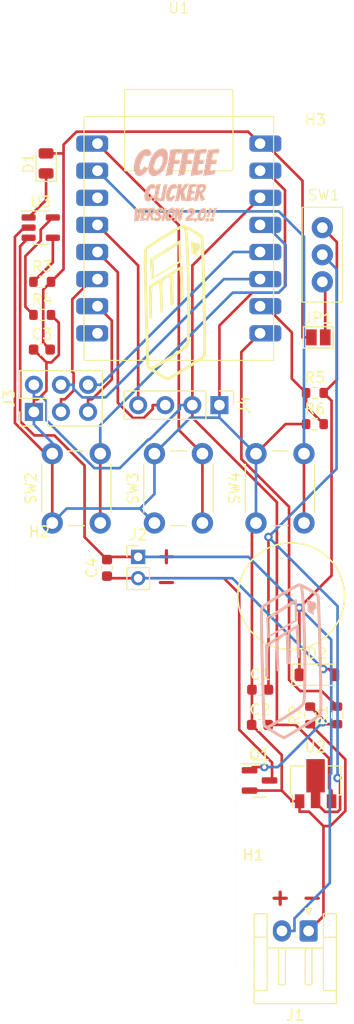
<source format=kicad_pcb>
(kicad_pcb (version 20221018) (generator pcbnew)
  (layers (0 "F.Cu" signal) (31 "B.Cu" signal) (34 "B.Paste" user) (35 "F.Paste" user) (36 "B.SilkS" user "B.Silkscreen") (37 "F.SilkS" user "F.Silkscreen") (38 "B.Mask" user) (39 "F.Mask" user) (44 "Edge.Cuts" user))
  (net 0 "")
  (net 1 "GND")
  (net 2 "+3V3")
  (net 3 "SCL")
  (net 4 "SDA")
  (net 5 "Net-(Q1-G)")
  (net 6 "Motor-")
  (net 7 "MotSig")
  (net 8 "Net-(JP1-B)")
  (net 9 "ADC1_BAT")
  (net 10 "GPIO10")
  (net 11 "ADC2")
  (net 12 "ADC3")
  (net 13 "Left")
  (net 14 "Middle")
  (net 15 "Right")
  (net 17 "GPIO20")
  (net 18 "+5V")
  (net 19 "Batt+")
  (net 20 "VILDO")
  (net 21 "Net-(D1-K)")
  (net 22 "Net-(U3-V_{CC})")
  (net 23 "Net-(U3-PROG)")
  (footprint "Button_Switch_THT:SW_PUSH_6mm_H7.3mm" (layer "F.Cu") (at 182.245 105.41 90)
    (fp_text reference "SW3")
    (fp_text value "SW_Push" hide)
  )
  (footprint "Capacitor_SMD:C_0603_1608Metric" (layer "F.Cu") (at 192.138 124.333)
    (fp_text reference "C2")
    (fp_text value "2.2 uF" hide)
  )
  (footprint "Package_TO_SOT_SMD:SOT-23" (layer "F.Cu") (at 192.1025 129.54)
    (fp_text reference "Q1")
    (fp_text value "IRLML2060" hide)
  )
  (footprint "MountingHole:MountingHole_2.5mm" (layer "F.Cu") (at 197.358 71.12)
    (fp_text reference "H3")
    (fp_text value "MountingHole" hide)
  )
  (footprint "Package_TO_SOT_SMD:SOT-89-3" (layer "F.Cu") (at 197.358 129.54 90)
    (fp_text reference "U2")
    (fp_text value "HT75xx-1-SOT89" hide)
  )
  (footprint "Capacitor_SMD:C_0603_1608Metric" (layer "F.Cu") (at 192.164 121.031)
    (fp_text reference "C1")
    (fp_text value "2.2 uF" hide)
  )
  (footprint "Resistor_SMD:R_0603_1608Metric" (layer "F.Cu") (at 171.724 85.904)
    (fp_text reference "R4")
    (fp_text value "2.7k" hide)
  )
  (footprint "Button_Switch_THT:SW_PUSH_6mm_H7.3mm" (layer "F.Cu") (at 172.665 105.41 90)
    (fp_text reference "SW2")
    (fp_text value "SW_Push" hide)
  )
  (footprint "Connector_PinHeader_2.54mm:PinHeader_1x04_P2.54mm_Vertical" (layer "F.Cu") (at 188.341 94.361 -90)
    (fp_text reference "J4")
    (fp_text value "Conn_01x04" hide)
  )
  (footprint "Resistor_SMD:R_0603_1608Metric" (layer "F.Cu") (at 196.85 123.442 90)
    (fp_text reference "R2")
    (fp_text value "10k" hide)
  )
  (footprint "Diode_SMD:D_SOD-123" (layer "F.Cu") (at 197.486 119.634)
    (fp_text reference "D2")
    (fp_text value "1N4007" hide)
  )
  (footprint "Resistor_SMD:R_0603_1608Metric" (layer "F.Cu") (at 197.295 93.218)
    (fp_text reference "R5")
    (fp_text value "10k" hide)
  )
  (footprint "OpenMuscleDevKit:ESP32-C3-Super Mini" (layer "F.Cu") (at 184.531 69.85)
    (fp_text reference "U1")
    (fp_text value "~")
  )
  (footprint "OpenMuscleDevKit:Switch3Pin" (layer "F.Cu") (at 197.993 81.534)
    (fp_text reference "SW1")
    (fp_text value "SW_DPDT_x2" hide)
  )
  (footprint "Connector_PinHeader_2.54mm:PinHeader_2x03_P2.54mm_Vertical" (layer "F.Cu") (at 170.942 94.996 90)
    (fp_text reference "J3")
    (fp_text value "Conn_02x03_Odd_Even" hide)
  )
  (footprint "Capacitor_SMD:C_0603_1608Metric" (layer "F.Cu") (at 171.691 89.154)
    (fp_text reference "C3")
    (fp_text value "2.2 uF" hide)
  )
  (footprint "Capacitor_SMD:C_0603_1608Metric" (layer "F.Cu") (at 177.8 109.614 90)
    (fp_text reference "C4")
    (fp_text value "100 uF" hide)
  )
  (footprint "MountingHole:MountingHole_2.5mm" (layer "F.Cu") (at 195.58 136.271)
    (fp_text reference "H1")
    (fp_text value "MountingHole" hide)
  )
  (footprint "Resistor_SMD:R_0603_1608Metric" (layer "F.Cu") (at 197.295 96.139)
    (fp_text reference "R6")
    (fp_text value "20k" hide)
  )
  (footprint "Package_TO_SOT_SMD:TSOT-23-5" (layer "F.Cu") (at 171.5825 77.724)
    (fp_text reference "U3")
    (fp_text value "LTC4054ES5-4.2" hide)
  )
  (footprint "MountingHole:MountingHole_2.5mm" (layer "F.Cu") (at 171.45 109.728)
    (fp_text reference "H2")
    (fp_text value "MountingHole" hide)
  )
  (footprint "Button_Switch_THT:SW_PUSH_6mm_H7.3mm" (layer "F.Cu") (at 191.77 105.41 90)
    (fp_text reference "SW4")
    (fp_text value "SW_Push" hide)
  )
  (footprint "Connector_JST:JST_EH_S2B-EH_1x02_P2.50mm_Horizontal" (layer "F.Cu") (at 196.703 143.6445 180)
    (fp_text reference "J1")
    (fp_text value "BattLeft" hide)
  )
  (footprint "LED_SMD:LED_0805_2012Metric" (layer "F.Cu") (at 172.085 71.7065 90)
    (fp_text reference "D1")
    (fp_text value "LED GREEN")
  )
  (footprint "Connector_PinHeader_2.00mm:PinHeader_1x02_P2.00mm_Vertical" (layer "F.Cu") (at 180.721 108.585)
    (fp_text reference "J2")
    (fp_text value "Conn_01x02" hide)
  )
  (footprint "Resistor_SMD:R_0603_1608Metric" (layer "F.Cu") (at 171.724 82.804)
    (fp_text reference "R3")
    (fp_text value "2k" hide)
  )
  (footprint "Resistor_SMD:R_0603_1608Metric" (layer "F.Cu") (at 199.39 123.442 90)
    (fp_text reference "R1")
    (fp_text value "10k" hide)
  )
  (footprint "Jumper:SolderJumper-2_P1.3mm_Open_Pad1.0x1.5mm" (layer "F.Cu") (at 197.612 88.011)
    (fp_text reference "JP1")
    (fp_text value "5V Jump")
  )
  (gr_poly (pts (xy 188.345749 70.374319) (xy 188.340131 70.39347) (xy 188.329424 70.432083) (xy 188.30925 70.508812) (xy 188.2775 70.64375) (xy 188.251042 70.768104) (xy 188.239508 70.768331) (xy 188.226733 70.768931) (xy 188.197464 70.77075) (xy 188.180969 70.771721) (xy 188.163233 70.772569) (xy 188.144258 70.773168) (xy 188.124042 70.773396) (xy 188.082329 70.773437) (xy 188.040368 70.773726) (xy 187.997911 70.774512) (xy 187.954709 70.776042) (xy 187.933366 70.776801) (xy 187.912954 70.777158) (xy 187.89341 70.777204) (xy 187.874672 70.777034) (xy 187.839367 70.776414) (xy 187.806542 70.776042) (xy 187.740396 70.776042) (xy 187.621334 71.392521) (xy 187.819771 71.381937) (xy 187.8965 71.379291) (xy 188.042021 71.379291) (xy 188.056904 71.37925) (xy 188.063602 71.379152) (xy 188.069803 71.378961) (xy 188.075508 71.378646) (xy 188.080717 71.378175) (xy 188.085429 71.377519) (xy 188.0876 71.377111) (xy 188.089646 71.376646) (xy 188.076418 71.471895) (xy 188.075307 71.483802) (xy 188.073979 71.495708) (xy 188.072465 71.507614) (xy 188.070795 71.51952) (xy 188.067116 71.543333) (xy 188.063188 71.567145) (xy 188.031439 71.757646) (xy 188.027015 71.758059) (xy 188.015895 71.758968) (xy 188.008831 71.759454) (xy 188.001301 71.759878) (xy 187.99371 71.760178) (xy 187.98646 71.760291) (xy 187.920314 71.760291) (xy 187.840939 71.762937) (xy 187.819979 71.762979) (xy 187.80026 71.763268) (xy 187.790632 71.763583) (xy 187.781036 71.764054) (xy 187.771378 71.76471) (xy 187.761565 71.765583) (xy 187.66896 71.768229) (xy 187.644652 71.76827) (xy 187.619352 71.76856) (xy 187.606329 71.768875) (xy 187.593059 71.769345) (xy 187.57954 71.770002) (xy 187.565774 71.770875) (xy 187.449357 72.403229) (xy 187.952066 72.323854) (xy 187.91767 72.715437) (xy 186.815588 72.885998) (xy 187.264146 70.447958) (xy 188.351583 70.355354)) (fill solid) (layer "B.SilkS"))
  (gr_poly (pts (xy 186.81362 73.649696) (xy 186.833246 73.650538) (xy 186.852067 73.651945) (xy 186.870081 73.653923) (xy 186.887289 73.656473) (xy 186.903691 73.659602) (xy 186.919287 73.663311) (xy 186.934077 73.667606) (xy 186.94806 73.67249) (xy 186.961238 73.677968) (xy 186.973609 73.684041) (xy 186.985174 73.690716) (xy 186.995933 73.697995) (xy 187.005886 73.705883) (xy 187.015033 73.714383) (xy 187.023373 73.7235) (xy 187.031033 73.733083) (xy 187.038143 73.742987) (xy 187.044709 73.753225) (xy 187.050741 73.763807) (xy 187.056246 73.774747) (xy 187.061232 73.786054) (xy 187.065706 73.797741) (xy 187.069676 73.80982) (xy 187.07315 73.822302) (xy 187.076136 73.835199) (xy 187.078641 73.848521) (xy 187.080673 73.862282) (xy 187.08224 73.876493) (xy 187.08335 73.891164) (xy 187.08401 73.906309) (xy 187.084228 73.921937) (xy 187.084012 73.936294) (xy 187.083365 73.950597) (xy 187.082292 73.964853) (xy 187.080797 73.979071) (xy 187.078883 73.993257) (xy 187.076554 74.007421) (xy 187.073815 74.021568) (xy 187.070668 74.035708) (xy 187.067118 74.049848) (xy 187.06317 74.063996) (xy 187.058826 74.078159) (xy 187.05409 74.092346) (xy 187.048967 74.106563) (xy 187.04346 74.120819) (xy 187.037573 74.135122) (xy 187.031311 74.149479) (xy 187.024708 74.163773) (xy 187.017802 74.177881) (xy 187.010603 74.191802) (xy 187.003116 74.205538) (xy 186.99535 74.219088) (xy 186.987313 74.232451) (xy 186.979013 74.245629) (xy 186.970457 74.25862) (xy 186.961652 74.271425) (xy 186.952608 74.284045) (xy 186.94333 74.296478) (xy 186.933829 74.308725) (xy 186.914181 74.332662) (xy 186.893728 74.355854) (xy 186.871765 74.378168) (xy 186.860671 74.388934) (xy 186.849492 74.399428) (xy 186.83822 74.409643) (xy 186.826848 74.419571) (xy 186.815366 74.429205) (xy 186.803769 74.438537) (xy 186.792047 74.447558) (xy 186.780194 74.456262) (xy 186.768201 74.46464) (xy 186.756061 74.472684) (xy 186.743766 74.480388) (xy 186.731308 74.487743) (xy 186.71868 74.494741) (xy 186.705873 74.501375) (xy 186.726172 74.546437) (xy 186.747215 74.593979) (xy 186.768754 74.643506) (xy 186.79054 74.694521) (xy 186.833866 74.797047) (xy 186.875207 74.895604) (xy 186.920186 75.006729) (xy 186.93205 75.03451) (xy 186.943667 75.062292) (xy 186.954788 75.090073) (xy 186.960084 75.103963) (xy 186.965164 75.117854) (xy 186.621206 75.236917) (xy 186.609754 75.198139) (xy 186.599047 75.160849) (xy 186.578872 75.08875) (xy 186.55936 75.017643) (xy 186.550224 74.98271) (xy 186.541832 74.948521) (xy 186.53038 74.907345) (xy 186.519672 74.867162) (xy 186.499498 74.789771) (xy 186.465102 74.652187) (xy 186.461381 74.637806) (xy 186.458156 74.624448) (xy 186.455428 74.612143) (xy 186.453195 74.600924) (xy 186.451459 74.590822) (xy 186.450218 74.581866) (xy 186.449474 74.574089) (xy 186.449226 74.567521) (xy 186.420122 74.575458) (xy 186.413673 74.61312) (xy 186.406232 74.654503) (xy 186.397798 74.699358) (xy 186.388372 74.747437) (xy 186.378905 74.797419) (xy 186.370182 74.847649) (xy 186.353976 74.945875) (xy 186.314289 75.178708) (xy 185.955022 75.271166) (xy 186.070875 74.697166) (xy 186.098987 74.535109) (xy 186.113663 74.452344) (xy 186.129083 74.369083) (xy 186.139853 74.310875) (xy 186.47304 74.310875) (xy 186.475688 74.310874) (xy 186.48074 74.310285) (xy 186.485971 74.309505) (xy 186.491373 74.308532) (xy 186.496937 74.307361) (xy 186.502656 74.305988) (xy 186.508523 74.30441) (xy 186.514529 74.302623) (xy 186.520667 74.300622) (xy 186.526928 74.298405) (xy 186.533307 74.295966) (xy 186.539793 74.293303) (xy 186.546381 74.290411) (xy 186.553061 74.287287) (xy 186.559827 74.283926) (xy 186.56667 74.280325) (xy 186.573583 74.276479) (xy 186.588461 74.268412) (xy 186.603307 74.260067) (xy 186.618092 74.251411) (xy 186.632783 74.242414) (xy 186.647351 74.233045) (xy 186.661763 74.223273) (xy 186.67599 74.213067) (xy 186.689999 74.202395) (xy 186.697348 74.196909) (xy 186.704515 74.191368) (xy 186.718318 74.180154) (xy 186.731439 74.168816) (xy 186.743908 74.157416) (xy 186.755758 74.146017) (xy 186.767018 74.134679) (xy 186.77772 74.123465) (xy 186.787895 74.112437) (xy 186.792701 74.106545) (xy 186.797197 74.100774) (xy 186.801382 74.095118) (xy 186.805258 74.089576) (xy 186.808824 74.084141) (xy 186.812079 74.078811) (xy 186.815025 74.073582) (xy 186.817661 74.06845) (xy 186.819986 74.063411) (xy 186.822002 74.058461) (xy 186.823707 74.053597) (xy 186.825102 74.048813) (xy 186.826188 74.044108) (xy 186.826963 74.039475) (xy 186.827428 74.034913) (xy 186.827583 74.030416) (xy 186.827529 74.027711) (xy 186.827367 74.025054) (xy 186.827097 74.022445) (xy 186.82672 74.019885) (xy 186.826237 74.017375) (xy 186.825647 74.014917) (xy 186.824952 74.012512) (xy 186.824152 74.010159) (xy 186.823247 74.007861) (xy 186.822238 74.005618) (xy 186.821125 74.003431) (xy 186.819909 74.001302) (xy 186.81859 73.99923) (xy 186.817169 73.997218) (xy 186.815647 73.995266) (xy 186.814023 73.993375) (xy 186.812298 73.991546) (xy 186.810473 73.989779) (xy 186.808549 73.988077) (xy 186.806524 73.98644) (xy 186.804402 73.984868) (xy 186.80218 73.983364) (xy 186.799861 73.981927) (xy 186.797445 73.980559) (xy 186.794931 73.979261) (xy 186.792322 73.978033) (xy 186.789616 73.976878) (xy 186.786815 73.975795) (xy 186.780928 73.97385) (xy 186.774666 73.972208) (xy 186.768092 73.970316) (xy 186.761266 73.968601) (xy 186.754184 73.967057) (xy 186.746843 73.965676) (xy 186.739238 73.96445) (xy 186.731366 73.963372) (xy 186.723222 73.962432) (xy 186.714804 73.961625) (xy 186.697125 73.960375) (xy 186.6783 73.959558) (xy 186.658296 73.959114) (xy 186.637083 73.95898) (xy 186.544477 73.95898) (xy 186.47304 74.310875) (xy 186.139853 74.310875) (xy 186.144504 74.285739) (xy 186.15918 74.202395) (xy 186.187292 74.035708) (xy 186.200231 73.954225) (xy 186.211435 73.875966) (xy 186.22115 73.800187) (xy 186.229624 73.726145) (xy 186.261628 73.71659) (xy 186.294158 73.707748) (xy 186.327247 73.699589) (xy 186.360924 73.69208) (xy 186.395222 73.685192) (xy 186.430171 73.678892) (xy 186.465802 73.673151) (xy 186.502145 73.667937) (xy 186.538851 73.663343) (xy 186.575526 73.659462) (xy 186.612139 73.656264) (xy 186.648659 73.653716) (xy 186.685054 73.651788) (xy 186.721295 73.65045) (xy 186.757349 73.64967) (xy 186.793187 73.649416)) (fill solid) (layer "B.SilkS"))
  (gr_poly (pts (xy 181.627901 75.90871) (xy 181.625023 75.918063) (xy 181.622237 75.927479) (xy 181.619576 75.936894) (xy 181.61707 75.946247) (xy 181.614749 75.955477) (xy 181.612646 75.96452) (xy 181.604709 75.996601) (xy 181.60074 76.013261) (xy 181.596771 76.030666) (xy 181.5949 76.039358) (xy 181.593216 76.047616) (xy 181.590156 76.063078) (xy 181.588658 76.070406) (xy 181.587097 76.077547) (xy 181.585413 76.084565) (xy 181.583542 76.091521) (xy 181.337479 76.091521) (xy 181.279271 76.3905) (xy 181.377167 76.385208) (xy 181.509459 76.385208) (xy 181.509399 76.388184) (xy 181.509231 76.391156) (xy 181.50897 76.39412) (xy 181.508632 76.397072) (xy 181.507784 76.402927) (xy 181.506813 76.408689) (xy 181.505841 76.414327) (xy 181.504994 76.41981) (xy 181.504655 76.422484) (xy 181.504394 76.425107) (xy 181.504226 76.427676) (xy 181.504167 76.430187) (xy 181.504136 76.433134) (xy 181.504048 76.436026) (xy 181.503712 76.441679) (xy 181.50319 76.447209) (xy 181.502513 76.452676) (xy 181.501712 76.458143) (xy 181.500818 76.463673) (xy 181.498875 76.475165) (xy 181.483 76.567769) (xy 181.255459 76.567769) (xy 181.199896 76.874686) (xy 181.443313 76.834998) (xy 181.427438 77.025498) (xy 180.887979 77.110119) (xy 181.104646 75.935416) (xy 181.633813 75.890437)) (fill solid) (layer "B.SilkS"))
  (gr_poly (pts (xy 197.067143 112.79437) (xy 197.175623 112.757329) (xy 197.408456 112.908141) (xy 197.456081 113.426724) (xy 197.162394 113.603995) (xy 197.204727 114.061724) (xy 196.614707 113.720412) (xy 196.567082 112.543016)) (fill solid) (layer "B.SilkS"))
  (gr_poly (pts (xy 182.828499 75.901273) (xy 182.84271 75.902053) (xy 182.849672 75.902651) (xy 182.856549 75.903392) (xy 182.863349 75.90428) (xy 182.870078 75.905319) (xy 182.876746 75.906514) (xy 182.883359 75.907867) (xy 182.889926 75.909383) (xy 182.896454 75.911066) (xy 182.902951 75.912919) (xy 182.909425 75.914946) (xy 182.915883 75.917152) (xy 182.922333 75.91954) (xy 182.92869 75.922114) (xy 182.93486 75.924873) (xy 182.940844 75.927819) (xy 182.946642 75.93095) (xy 182.952254 75.934268) (xy 182.95768 75.937772) (xy 182.96292 75.941461) (xy 182.967974 75.945337) (xy 182.972842 75.949399) (xy 182.977524 75.953647) (xy 182.98202 75.958081) (xy 182.986329 75.9627) (xy 182.990453 75.967506) (xy 182.994391 75.972498) (xy 182.998143 75.977676) (xy 183.001708 75.98304) (xy 183.005523 75.988621) (xy 183.009036 75.994445) (xy 183.012254 76.00051) (xy 183.015185 76.006811) (xy 183.017838 76.013345) (xy 183.020219 76.020108) (xy 183.022336 76.027095) (xy 183.024198 76.034303) (xy 183.025811 76.041729) (xy 183.027185 76.049367) (xy 183.028325 76.057215) (xy 183.029241 76.065268) (xy 183.02994 76.073523) (xy 183.03043 76.081975) (xy 183.030718 76.090621) (xy 183.030812 76.099457) (xy 183.030812 76.147082) (xy 183.030802 76.150058) (xy 183.03073 76.153035) (xy 183.030651 76.154523) (xy 183.030533 76.156011) (xy 183.030369 76.1575) (xy 183.030151 76.158988) (xy 183.029871 76.160476) (xy 183.02952 76.161965) (xy 183.029093 76.163453) (xy 183.02858 76.164941) (xy 183.027974 76.166429) (xy 183.027267 76.167918) (xy 183.026452 76.169406) (xy 183.025521 76.170894) (xy 183.02549 76.172383) (xy 183.025402 76.173876) (xy 183.025259 76.175377) (xy 183.025066 76.176889) (xy 183.024826 76.178417) (xy 183.024544 76.179964) (xy 183.023867 76.183131) (xy 183.023066 76.186423) (xy 183.022172 76.18987) (xy 183.020229 76.197353) (xy 182.776812 76.268791) (xy 182.777639 76.265773) (xy 182.778487 76.262512) (xy 182.779458 76.258538) (xy 182.78043 76.254192) (xy 182.780877 76.251986) (xy 182.781277 76.249815) (xy 182.781616 76.247722) (xy 182.781877 76.245748) (xy 182.782045 76.243937) (xy 182.782104 76.242332) (xy 182.782104 76.215874) (xy 182.782042 76.209548) (xy 182.781851 76.203467) (xy 182.781529 76.197625) (xy 182.781071 76.19202) (xy 182.780473 76.186648) (xy 182.779732 76.181504) (xy 182.778844 76.176585) (xy 182.777805 76.171887) (xy 182.77661 76.167406) (xy 182.775257 76.163138) (xy 182.773741 76.159079) (xy 182.772058 76.155226) (xy 182.770205 76.151575) (xy 182.768177 76.148121) (xy 182.765971 76.14486) (xy 182.763583 76.14179) (xy 182.761538 76.138906) (xy 182.759372 76.136209) (xy 182.757089 76.133697) (xy 182.754695 76.131372) (xy 182.752192 76.129233) (xy 182.749584 76.127279) (xy 182.746875 76.125512) (xy 182.74407 76.123931) (xy 182.741172 76.122535) (xy 182.738184 76.121326) (xy 182.735111 76.120303) (xy 182.731957 76.119466) (xy 182.728726 76.118815) (xy 182.72542 76.11835) (xy 182.722045 76.118071) (xy 182.718604 76.117978) (xy 182.716588 76.11804) (xy 182.714506 76.118226) (xy 182.712354 76.118536) (xy 182.710129 76.11897) (xy 182.707826 76.119528) (xy 182.705442 76.12021) (xy 182.702972 76.121016) (xy 182.700414 76.121946) (xy 182.697762 76.123001) (xy 182.695014 76.124179) (xy 182.692164 76.125481) (xy 182.68921 76.126907) (xy 182.686148 76.128458) (xy 182.682973 76.130132) (xy 182.679682 76.13193) (xy 182.676271 76.133852) (xy 182.672799 76.135898) (xy 182.669336 76.138059) (xy 182.665888 76.140329) (xy 182.662463 76.1427) (xy 182.659069 76.145163) (xy 182.655714 76.147712) (xy 182.652405 76.150339) (xy 182.649151 76.153035) (xy 182.645959 76.155793) (xy 182.642836 76.158606) (xy 182.639791 76.161465) (xy 182.636831 76.164363) (xy 182.633965 76.167291) (xy 182.631198 76.170243) (xy 182.628541 76.173211) (xy 182.626 76.176186) (xy 182.623116 76.179689) (xy 182.620419 76.18325) (xy 182.617907 76.186865) (xy 182.615582 76.190531) (xy 182.613442 76.194243) (xy 182.611489 76.197998) (xy 182.609722 76.201792) (xy 182.60814 76.205621) (xy 182.606745 76.20948) (xy 182.605536 76.213367) (xy 182.604513 76.217277) (xy 182.603676 76.221206) (xy 182.603024 76.225151) (xy 182.602559 76.229108) (xy 182.60228 76.233072) (xy 182.602187 76.23704) (xy 182.602373 76.243893) (xy 182.602926 76.250564) (xy 182.603844 76.257056) (xy 182.605123 76.263374) (xy 182.606757 76.269522) (xy 182.608745 76.275503) (xy 182.611081 76.281321) (xy 182.613763 76.28698) (xy 182.616785 76.292484) (xy 182.620145 76.297837) (xy 182.623838 76.303043) (xy 182.62786 76.308105) (xy 182.632208 76.313028) (xy 182.636878 76.317815) (xy 182.641865 76.322471) (xy 182.647166 76.326998) (xy 182.659202 76.335928) (xy 182.671516 76.344858) (xy 182.684141 76.353787) (xy 182.697107 76.362717) (xy 182.710444 76.371647) (xy 182.724185 76.380577) (xy 182.73836 76.389506) (xy 182.752999 76.398436) (xy 182.756503 76.400513) (xy 182.760069 76.402772) (xy 182.763697 76.405209) (xy 182.767386 76.407821) (xy 182.771138 76.410603) (xy 182.774952 76.413552) (xy 182.778827 76.416663) (xy 182.782765 76.419934) (xy 182.790827 76.426936) (xy 182.799136 76.434527) (xy 182.807694 76.442676) (xy 182.816499 76.451353) (xy 182.820933 76.455911) (xy 182.8253 76.460659) (xy 182.829598 76.465602) (xy 182.833822 76.470741) (xy 182.837968 76.476083) (xy 182.842033 76.48163) (xy 182.846013 76.487386) (xy 182.849903 76.493355) (xy 182.853701 76.499541) (xy 182.857402 76.505948) (xy 182.861002 76.51258) (xy 182.864497 76.519441) (xy 182.867884 76.526534) (xy 182.871158 76.533864) (xy 182.874316 76.541434) (xy 182.877354 76.549248) (xy 182.880703 76.556844) (xy 182.883808 76.564746) (xy 182.886673 76.57295) (xy 182.889301 76.581453) (xy 182.891697 76.59025) (xy 182.893864 76.599338) (xy 182.895807 76.608713) (xy 182.897528 76.618371) (xy 182.899033 76.628307) (xy 182.900324 76.638519) (xy 182.901406 76.649002) (xy 182.902282 76.659753) (xy 182.902957 76.670767) (xy 182.903435 76.682041) (xy 182.903718 76.693571) (xy 182.903812 76.705352) (xy 182.903565 76.720637) (xy 182.902825 76.735728) (xy 182.901597 76.750617) (xy 182.899885 76.765297) (xy 182.897692 76.77976) (xy 182.895022 76.793998) (xy 182.891879 76.808004) (xy 182.888268 76.821769) (xy 182.884191 76.835286) (xy 182.879653 76.848548) (xy 182.874658 76.861546) (xy 182.86921 76.874272) (xy 182.863311 76.88672) (xy 182.856968 76.89888) (xy 182.850182 76.910746) (xy 182.842958 76.92231) (xy 182.835331 76.934031) (xy 182.827336 76.945384) (xy 182.818977 76.956372) (xy 182.810257 76.967) (xy 182.801181 76.977272) (xy 182.791752 76.98719) (xy 182.781974 76.99676) (xy 182.771851 77.005985) (xy 182.761387 77.014869) (xy 182.750586 77.023415) (xy 182.739452 77.031629) (xy 182.727988 77.039513) (xy 182.716199 77.047071) (xy 182.704088 77.054308) (xy 182.691659 77.061227) (xy 182.678916 77.067831) (xy 182.665925 77.074094) (xy 182.652747 77.079981) (xy 182.639384 77.085487) (xy 182.625834 77.090611) (xy 182.612098 77.095346) (xy 182.598177 77.09969) (xy 182.584069 77.103639) (xy 182.569775 77.107188) (xy 182.555296 77.110335) (xy 182.54063 77.113074) (xy 182.525778 77.115403) (xy 182.51074 77.117317) (xy 182.495516 77.118812) (xy 182.480106 77.119885) (xy 182.46451 77.120532) (xy 182.448728 77.120748) (xy 182.456667 77.126041) (xy 182.448234 77.125887) (xy 182.4398 77.125426) (xy 182.431366 77.124663) (xy 182.422933 77.123602) (xy 182.414499 77.122246) (xy 182.406066 77.1206) (xy 182.397632 77.118666) (xy 182.389198 77.11645) (xy 182.380765 77.113955) (xy 182.372331 77.111184) (xy 182.363898 77.108142) (xy 182.355464 77.104833) (xy 182.34703 77.10126) (xy 182.338597 77.097428) (xy 182.330163 77.09334) (xy 182.321729 77.088999) (xy 182.313326 77.084379) (xy 182.304981 77.079444) (xy 182.29669 77.074192) (xy 182.28845 77.068618) (xy 182.280256 77.062719) (xy 182.272105 77.05649) (xy 182.263992 77.049928) (xy 182.255914 77.043028) (xy 182.247868 77.035788) (xy 182.239848 77.028202) (xy 182.231852 77.020268) (xy 182.223875 77.011981) (xy 182.215914 77.003337) (xy 182.207964 76.994333) (xy 182.200022 76.984965) (xy 182.192084 76.975229) (xy 182.316438 76.731812) (xy 182.321538 76.739745) (xy 182.324211 76.743701) (xy 182.32698 76.747646) (xy 182.329857 76.751576) (xy 182.332855 76.755486) (xy 182.335985 76.759372) (xy 182.339258 76.763232) (xy 182.342686 76.76706) (xy 182.346281 76.770854) (xy 182.350054 76.774609) (xy 182.354017 76.778321) (xy 182.358181 76.781987) (xy 182.362559 76.785603) (xy 182.367161 76.789164) (xy 182.372 76.792667) (xy 182.381049 76.799483) (xy 182.390314 76.80602) (xy 182.399766 76.812247) (xy 182.409373 76.818133) (xy 182.419103 76.823647) (xy 182.424005 76.826254) (xy 182.428927 76.828757) (xy 182.433864 76.831152) (xy 182.438813 76.833434) (xy 182.443769 76.8356) (xy 182.448729 76.837645) (xy 182.458522 76.841366) (xy 182.468036 76.84459) (xy 182.477239 76.847319) (xy 182.486102 76.849552) (xy 182.490396 76.850482) (xy 182.494592 76.851288) (xy 182.498688 76.85197) (xy 182.50268 76.852528) (xy 182.506562 76.852963) (xy 182.510333 76.853273) (xy 182.513987 76.853459) (xy 182.517521 76.853521) (xy 182.522948 76.853427) (xy 182.528316 76.853144) (xy 182.533631 76.852666) (xy 182.538894 76.851991) (xy 182.544112 76.851115) (xy 182.549287 76.850033) (xy 182.554423 76.848741) (xy 182.559524 76.847237) (xy 182.564594 76.845516) (xy 182.569637 76.843573) (xy 182.574656 76.841406) (xy 182.579657 76.83901) (xy 182.584642 76.836382) (xy 182.589615 76.833517) (xy 182.59458 76.830412) (xy 182.599542 76.827063) (xy 182.604348 76.823528) (xy 182.608844 76.81987) (xy 182.613029 76.816087) (xy 182.616905 76.81218) (xy 182.620471 76.808149) (xy 182.623726 76.803994) (xy 182.626672 76.799716) (xy 182.629308 76.795313) (xy 182.631633 76.790786) (xy 182.633648 76.786135) (xy 182.635354 76.78136) (xy 182.636749 76.776461) (xy 182.637834 76.771438) (xy 182.638609 76.766291) (xy 182.639074 76.76102) (xy 182.639229 76.755625) (xy 182.639013 76.748245) (xy 182.638366 76.740985) (xy 182.637294 76.733841) (xy 182.635798 76.72681) (xy 182.633884 76.719887) (xy 182.631556 76.713069) (xy 182.628816 76.706352) (xy 182.62567 76.699732) (xy 182.62212 76.693204) (xy 182.618171 76.686766) (xy 182.613827 76.680413) (xy 182.609092 76.674141) (xy 182.603969 76.667947) (xy 182.598462 76.661827) (xy 182.592575 76.655776) (xy 182.586312 76.649791) (xy 182.573052 76.637885) (xy 182.55911 76.625979) (xy 182.544548 76.614072) (xy 182.529427 76.602166) (xy 182.51381 76.59026) (xy 182.49776 76.578354) (xy 182.481337 76.566447) (xy 182.464604 76.554541) (xy 182.448745 76.542506) (xy 182.432978 76.530191) (xy 182.417398 76.517567) (xy 182.402097 76.504601) (xy 182.387167 76.491263) (xy 182.372703 76.477522) (xy 182.365674 76.470491) (xy 182.358797 76.463347) (xy 182.352082 76.456087) (xy 182.345542 76.448707) (xy 182.338813 76.441203) (xy 182.332519 76.433571) (xy 182.326659 76.425807) (xy 182.321233 76.417908) (xy 182.316241 76.409869) (xy 182.311683 76.401687) (xy 182.307559 76.393357) (xy 182.30387 76.384877) (xy 182.300614 76.376241) (xy 182.297793 76.367446) (xy 182.295405 76.358489) (xy 182.293452 76.349365) (xy 182.291933 76.34007) (xy 182.290847 76.330601) (xy 182.290196 76.320954) (xy 182.289979 76.311124) (xy 182.290166 76.300272) (xy 182.290728 76.289539) (xy 182.291671 76.278923) (xy 182.292997 76.268419) (xy 182.294711 76.258023) (xy 182.296816 76.247733) (xy 182.299316 76.237543) (xy 182.302216 76.22745) (xy 182.305519 76.21745) (xy 182.309229 76.207539) (xy 182.313349 76.197713) (xy 182.317884 76.187969) (xy 182.322838 76.178302) (xy 182.328215 76.168709) (xy 182.334017 76.159186) (xy 182.34025 76.149728) (xy 182.346793 76.140395) (xy 182.353526 76.131244) (xy 182.360453 76.122271) (xy 182.367577 76.113472) (xy 182.374903 76.104844) (xy 182.382434 76.096382) (xy 182.390174 76.088084) (xy 182.398128 76.079944) (xy 182.406299 76.071959) (xy 182.41469 76.064126) (xy 182.423307 76.05644) (xy 182.432152 76.048897) (xy 182.441229 76.041493) (xy 182.450543 76.034226) (xy 182.460098 76.02709) (xy 182.469896 76.020082) (xy 182.489983 76.006563) (xy 182.510534 75.993789) (xy 182.53152 75.981759) (xy 182.552909 75.970473) (xy 182.57467 75.959931) (xy 182.596772 75.950133) (xy 182.619184 75.941079) (xy 182.641875 75.93277) (xy 182.664566 75.925328) (xy 182.686978 75.918879) (xy 182.70908 75.913422) (xy 182.730841 75.908957) (xy 182.75223 75.905484) (xy 182.773216 75.903004) (xy 182.783548 75.902136) (xy 182.793768 75.901516) (xy 182.803871 75.901144) (xy 182.813854 75.90102)) (fill solid) (layer "B.SilkS"))
  (gr_poly (pts (xy 185.639604 72.892708) (xy 185.631669 72.887417) (xy 185.640839 72.885998)) (fill solid) (layer "B.SilkS"))
  (gr_poly (pts (xy 180.885042 77.126041) (xy 180.887688 77.110165) (xy 180.887979 77.110119)) (fill solid) (layer "B.SilkS"))
  (gr_poly (pts (xy 187.170999 70.374319) (xy 187.165382 70.39347) (xy 187.154675 70.432083) (xy 187.1345 70.508812) (xy 187.10275 70.64375) (xy 187.076293 70.768104) (xy 187.064758 70.768331) (xy 187.051984 70.768931) (xy 187.022714 70.77075) (xy 187.006219 70.771721) (xy 186.988484 70.772569) (xy 186.969509 70.773168) (xy 186.949293 70.773396) (xy 186.90758 70.773437) (xy 186.865619 70.773726) (xy 186.823161 70.774512) (xy 186.779959 70.776042) (xy 186.758617 70.776801) (xy 186.738205 70.777158) (xy 186.718661 70.777204) (xy 186.699923 70.777034) (xy 186.664618 70.776414) (xy 186.631793 70.776042) (xy 186.565647 70.776042) (xy 186.446584 71.392521) (xy 186.645021 71.381937) (xy 186.721751 71.379291) (xy 186.867271 71.379291) (xy 186.882154 71.37925) (xy 186.888852 71.379152) (xy 186.895053 71.378961) (xy 186.900758 71.378646) (xy 186.905967 71.378175) (xy 186.91068 71.377519) (xy 186.91285 71.377111) (xy 186.914897 71.376646) (xy 186.901667 71.471895) (xy 186.900557 71.483802) (xy 186.899229 71.495708) (xy 186.897715 71.507614) (xy 186.896046 71.51952) (xy 186.892366 71.543333) (xy 186.888439 71.567145) (xy 186.856689 71.757646) (xy 186.852266 71.758059) (xy 186.841145 71.758968) (xy 186.834081 71.759454) (xy 186.826552 71.759878) (xy 186.81896 71.760178) (xy 186.81171 71.760291) (xy 186.745564 71.760291) (xy 186.66619 71.762937) (xy 186.64523 71.762979) (xy 186.62551 71.763268) (xy 186.615883 71.763583) (xy 186.606286 71.764054) (xy 186.596628 71.76471) (xy 186.586815 71.765583) (xy 186.494211 71.768229) (xy 186.469902 71.76827) (xy 186.444602 71.76856) (xy 186.431579 71.768875) (xy 186.418309 71.769345) (xy 186.404791 71.770002) (xy 186.391024 71.770875) (xy 186.274607 72.403229) (xy 186.777315 72.323854) (xy 186.742919 72.715437) (xy 185.640839 72.885998) (xy 186.089396 70.447958) (xy 187.176834 70.355354)) (fill solid) (layer "B.SilkS"))
  (gr_poly (pts (xy 184.785001 70.783979) (xy 184.245251 70.783979) (xy 184.139418 71.395166) (xy 184.245251 71.39252) (xy 184.57598 71.39252) (xy 184.591359 71.392479) (xy 184.598676 71.392381) (xy 184.605746 71.39219) (xy 184.612567 71.391874) (xy 184.61914 71.391404) (xy 184.625465 71.390748) (xy 184.631542 71.389875) (xy 184.631305 71.401781) (xy 184.630633 71.413687) (xy 184.629589 71.425593) (xy 184.628235 71.4375) (xy 184.626633 71.449406) (xy 184.624845 71.461312) (xy 184.620959 71.485125) (xy 184.60773 71.580374) (xy 184.575979 71.765583) (xy 184.536251 71.7655) (xy 184.488336 71.764921) (xy 184.461232 71.764291) (xy 184.431988 71.76335) (xy 184.400574 71.762038) (xy 184.366958 71.760291) (xy 184.078562 71.752353) (xy 183.919812 72.765707) (xy 183.803396 72.786874) (xy 183.74618 72.79878) (xy 183.686979 72.810687) (xy 183.662805 72.814893) (xy 183.637948 72.819534) (xy 183.586437 72.829869) (xy 183.477958 72.85302) (xy 183.422395 72.864885) (xy 183.370802 72.876502) (xy 183.27952 72.897999) (xy 183.282167 72.892708) (xy 183.305938 72.806842) (xy 183.329461 72.715768) (xy 183.341052 72.6682) (xy 183.352488 72.619236) (xy 183.363738 72.568847) (xy 183.374771 72.517) (xy 183.418097 72.303349) (xy 183.439139 72.194787) (xy 183.459438 72.085729) (xy 183.533521 71.675625) (xy 183.565271 71.502653) (xy 183.578169 71.428942) (xy 183.589083 71.363416) (xy 183.608472 71.247868) (xy 183.627117 71.131575) (xy 183.663167 70.897749) (xy 183.734605 70.418854) (xy 184.885542 70.360645)) (fill solid) (layer "B.SilkS"))
  (gr_poly (pts (xy 185.398833 73.749958) (xy 185.298292 73.887542) (xy 185.244714 73.961625) (xy 185.216436 74.001395) (xy 185.187167 74.043646) (xy 185.157484 74.085276) (xy 185.128297 74.126659) (xy 185.100102 74.167545) (xy 185.086532 74.187725) (xy 185.073396 74.207688) (xy 185.059872 74.227273) (xy 185.047062 74.246301) (xy 185.023456 74.282433) (xy 184.983438 74.345271) (xy 184.995799 74.400792) (xy 185.008904 74.456066) (xy 185.022505 74.510843) (xy 185.036355 74.564876) (xy 185.0507 74.618454) (xy 185.065789 74.672032) (xy 185.097209 74.779188) (xy 185.130281 74.884029) (xy 185.147066 74.937318) (xy 185.163355 74.990854) (xy 185.179684 75.044432) (xy 185.196758 75.09801) (xy 185.232146 75.205167) (xy 185.206349 75.205125) (xy 185.180552 75.204836) (xy 185.167654 75.204521) (xy 185.154756 75.204051) (xy 185.141857 75.203394) (xy 185.128959 75.202521) (xy 185.115952 75.201761) (xy 185.10279 75.201405) (xy 185.089566 75.201358) (xy 185.076373 75.201529) (xy 185.050452 75.202149) (xy 185.03791 75.202412) (xy 185.025771 75.202521) (xy 184.901417 75.202521) (xy 184.871197 75.202562) (xy 184.840233 75.202852) (xy 184.808772 75.203637) (xy 184.792933 75.204293) (xy 184.777064 75.205167) (xy 184.77264 75.168993) (xy 184.767472 75.132076) (xy 184.761809 75.094662) (xy 184.755897 75.057) (xy 184.749985 75.018842) (xy 184.744321 74.97994) (xy 184.739154 74.940542) (xy 184.736833 74.920735) (xy 184.73473 74.900896) (xy 184.723155 74.823175) (xy 184.717987 74.785182) (xy 184.715667 74.766294) (xy 184.713564 74.747437) (xy 184.707652 74.709776) (xy 184.701988 74.672362) (xy 184.69682 74.635445) (xy 184.692397 74.599271) (xy 184.65271 74.646896) (xy 184.648736 74.663386) (xy 184.644731 74.681085) (xy 184.636504 74.719987) (xy 184.618314 74.810938) (xy 184.616216 74.822849) (xy 184.613932 74.834792) (xy 184.609054 74.858894) (xy 184.604175 74.883492) (xy 184.601891 74.896054) (xy 184.599793 74.908834) (xy 184.596935 74.920735) (xy 184.594295 74.932605) (xy 184.59184 74.944413) (xy 184.58954 74.956128) (xy 184.581272 75.001438) (xy 184.579169 75.014455) (xy 184.576849 75.02769) (xy 184.571681 75.054686) (xy 184.566017 75.082178) (xy 184.560105 75.109918) (xy 184.554194 75.137699) (xy 184.54853 75.16548) (xy 184.545869 75.179371) (xy 184.543363 75.193261) (xy 184.541042 75.207152) (xy 184.538939 75.221043) (xy 184.179105 75.273959) (xy 184.179104 75.273958) (xy 184.211846 75.119507) (xy 184.227845 75.042902) (xy 184.242604 74.967041) (xy 184.273031 74.81689) (xy 184.287997 74.743055) (xy 184.303458 74.670708) (xy 184.349429 74.407778) (xy 184.393417 74.146833) (xy 184.413756 74.019296) (xy 184.43112 73.894487) (xy 184.445506 73.772158) (xy 184.451584 73.711846) (xy 184.456917 73.652062) (xy 184.573333 73.659999) (xy 184.581265 73.660118) (xy 184.589167 73.660454) (xy 184.597006 73.660976) (xy 184.604752 73.661653) (xy 184.612375 73.662454) (xy 184.619842 73.663348) (xy 184.634187 73.665291) (xy 184.642006 73.66541) (xy 184.649607 73.665746) (xy 184.657023 73.666268) (xy 184.664283 73.666945) (xy 184.67142 73.667746) (xy 184.678463 73.66864) (xy 184.692395 73.670583) (xy 184.708684 73.670625) (xy 184.717045 73.670723) (xy 184.725468 73.670914) (xy 184.733892 73.671229) (xy 184.742253 73.671699) (xy 184.75049 73.672355) (xy 184.758541 73.673229) (xy 184.824687 73.673229) (xy 184.823576 73.677818) (xy 184.822248 73.683647) (xy 184.820734 73.690716) (xy 184.819065 73.699026) (xy 184.817271 73.708576) (xy 184.815385 73.719366) (xy 184.813437 73.731396) (xy 184.811458 73.744667) (xy 184.809355 73.757684) (xy 184.807035 73.770918) (xy 184.801867 73.797914) (xy 184.796203 73.825406) (xy 184.790291 73.853146) (xy 184.788312 73.866421) (xy 184.786364 73.878488) (xy 184.782684 73.899117) (xy 184.777063 73.927229) (xy 184.737375 74.146833) (xy 184.750604 74.146833) (xy 184.783801 74.09371) (xy 184.819727 74.037362) (xy 184.898771 73.914) (xy 185.057521 73.662646) (xy 185.113083 73.658222) (xy 185.168646 73.653055) (xy 185.279771 73.641479) (xy 185.335333 73.635443) (xy 185.390896 73.628911) (xy 185.418677 73.625304) (xy 185.446458 73.621387) (xy 185.474239 73.617098) (xy 185.502021 73.612375)) (fill solid) (layer "B.SilkS"))
  (gr_poly (pts (xy 186.194025 73.645567) (xy 186.190392 73.657809) (xy 186.186945 73.670237) (xy 186.183654 73.68282) (xy 186.177411 73.708328) (xy 186.171417 73.734083) (xy 186.15025 73.821395) (xy 186.147398 73.832299) (xy 186.144793 73.843141) (xy 186.142437 73.853858) (xy 186.140328 73.86439) (xy 186.138468 73.874674) (xy 186.136856 73.884647) (xy 186.135491 73.894249) (xy 186.134375 73.903416) (xy 186.118583 73.903457) (xy 186.099318 73.903747) (xy 186.088538 73.904062) (xy 186.077076 73.904532) (xy 186.064994 73.905189) (xy 186.052355 73.906062) (xy 186.039337 73.906822) (xy 186.026103 73.907178) (xy 186.012683 73.907225) (xy 185.999107 73.907054) (xy 185.971615 73.906434) (xy 185.957761 73.906171) (xy 185.943875 73.906062) (xy 185.806292 73.906062) (xy 185.729562 74.302937) (xy 185.859208 74.297645) (xy 186.03648 74.297645) (xy 186.028542 74.358499) (xy 186.028482 74.362438) (xy 186.02831 74.366323) (xy 186.028036 74.370161) (xy 186.027674 74.373961) (xy 186.026728 74.381474) (xy 186.025565 74.388926) (xy 186.022961 74.403892) (xy 186.021705 74.41153) (xy 186.020604 74.419353) (xy 185.999438 74.541061) (xy 185.700458 74.541061) (xy 185.623729 74.948519) (xy 185.949166 74.898249) (xy 185.927999 75.152248) (xy 185.210978 75.263373) (xy 185.205688 75.273958) (xy 185.49673 73.694396) (xy 186.197875 73.633542)) (fill solid) (layer "B.SilkS"))
  (gr_poly (pts (xy 187.635728 76.835186) (xy 187.64716 76.835739) (xy 187.658267 76.836657) (xy 187.66904 76.837936) (xy 187.679472 76.839571) (xy 187.689556 76.841558) (xy 187.699283 76.843895) (xy 187.708645 76.846576) (xy 187.717635 76.849599) (xy 187.726246 76.852958) (xy 187.734469 76.856651) (xy 187.742296 76.860674) (xy 187.749721 76.865022) (xy 187.756735 76.869691) (xy 187.76333 76.874678) (xy 187.769499 76.87998) (xy 187.775266 76.885964) (xy 187.780661 76.892015) (xy 187.785684 76.898135) (xy 187.790334 76.904329) (xy 187.794613 76.910601) (xy 187.79852 76.916954) (xy 187.802055 76.923392) (xy 187.805217 76.92992) (xy 187.808008 76.93654) (xy 187.810427 76.943257) (xy 187.812473 76.950076) (xy 187.814147 76.956998) (xy 187.81545 76.96403) (xy 187.81638 76.971173) (xy 187.816938 76.978433) (xy 187.817124 76.985814) (xy 187.816907 76.994185) (xy 187.816256 77.002432) (xy 187.815171 77.010556) (xy 187.813651 77.018555) (xy 187.811698 77.026431) (xy 187.80931 77.034182) (xy 187.806489 77.04181) (xy 187.803233 77.049313) (xy 187.799543 77.056692) (xy 187.79542 77.063948) (xy 187.790862 77.071079) (xy 187.78587 77.078087) (xy 187.780444 77.08497) (xy 187.774584 77.091729) (xy 187.768289 77.098365) (xy 187.761561 77.104876) (xy 187.75443 77.111139) (xy 187.746927 77.117025) (xy 187.739051 77.122532) (xy 187.730804 77.127655) (xy 187.722184 77.132391) (xy 187.713192 77.136735) (xy 187.703829 77.140683) (xy 187.694093 77.144233) (xy 187.683985 77.147379) (xy 187.673505 77.150119) (xy 187.662653 77.152447) (xy 187.651429 77.154361) (xy 187.639832 77.155857) (xy 187.627864 77.15693) (xy 187.615524 77.157576) (xy 187.602812 77.157793) (xy 187.602812 77.160437) (xy 187.596456 77.160344) (xy 187.590281 77.160065) (xy 187.584285 77.1596) (xy 187.578463 77.158949) (xy 187.572811 77.158112) (xy 187.567327 77.157088) (xy 187.562005 77.155879) (xy 187.556841 77.154484) (xy 187.551833 77.152903) (xy 187.546976 77.151135) (xy 187.542267 77.149182) (xy 187.5377 77.147043) (xy 187.533274 77.144717) (xy 187.528982 77.142206) (xy 187.524823 77.139508) (xy 187.520792 77.136625) (xy 187.516885 77.133587) (xy 187.513102 77.130429) (xy 187.509444 77.127154) (xy 187.505909 77.123767) (xy 187.502498 77.120272) (xy 187.499212 77.116672) (xy 187.496049 77.112972) (xy 187.49301 77.109174) (xy 187.490096 77.105283) (xy 187.487305 77.101304) (xy 187.484639 77.097239) (xy 187.482096 77.093093) (xy 187.479678 77.088869) (xy 187.477383 77.084571) (xy 187.475213 77.080204) (xy 187.473166 77.075771) (xy 187.471244 77.071305) (xy 187.469446 77.066836) (xy 187.467771 77.062359) (xy 187.466221 77.05787) (xy 187.464795 77.053365) (xy 187.463493 77.048842) (xy 187.462314 77.044295) (xy 187.46126 77.039721) (xy 187.46033 77.035116) (xy 187.459524 77.030476) (xy 187.458842 77.025797) (xy 187.458284 77.021076) (xy 187.457849 77.016308) (xy 187.457539 77.01149) (xy 187.457353 77.006618) (xy 187.457291 77.001687) (xy 187.457477 76.993346) (xy 187.45803 76.985182) (xy 187.458948 76.977189) (xy 187.460227 76.969359) (xy 187.461861 76.961684) (xy 187.463849 76.954156) (xy 187.466185 76.946767) (xy 187.468867 76.939511) (xy 187.471889 76.932378) (xy 187.475249 76.925362) (xy 187.478942 76.918454) (xy 187.482964 76.911647) (xy 187.487312 76.904933) (xy 187.491982 76.898304) (xy 187.496969 76.891753) (xy 187.50227 76.885272) (xy 187.507881 76.879475) (xy 187.513794 76.873996) (xy 187.520002 76.868842) (xy 187.526496 76.864022) (xy 187.53327 76.859543) (xy 187.540314 76.855413) (xy 187.547623 76.851639) (xy 187.555187 76.84823) (xy 187.562999 76.845193) (xy 187.571051 76.842535) (xy 187.579336 76.840265) (xy 187.587846 76.838391) (xy 187.596573 76.836919) (xy 187.605509 76.835858) (xy 187.614647 76.835216) (xy 187.623978 76.835)) (fill solid) (layer "B.SilkS"))
  (gr_poly (pts (xy 195.716856 114.897526) (xy 195.722534 114.897927) (xy 195.728165 114.898692) (xy 195.733727 114.899834) (xy 195.739195 114.901363) (xy 195.744548 114.903291) (xy 195.749761 114.90563) (xy 195.754811 114.908391) (xy 195.759676 114.911055) (xy 195.76434 114.914071) (xy 195.768787 114.91742) (xy 195.773001 114.921083) (xy 195.776967 114.925041) (xy 195.78067 114.929274) (xy 195.784093 114.933763) (xy 195.787222 114.938488) (xy 195.790041 114.94343) (xy 195.792535 114.94857) (xy 195.794687 114.953888) (xy 195.796483 114.959365) (xy 195.797906 114.964982) (xy 195.798942 114.970719) (xy 195.799576 114.976556) (xy 195.79979 114.982475) (xy 195.873873 117.972266) (xy 195.874278 117.975708) (xy 195.874504 117.979087) (xy 195.874559 117.982405) (xy 195.874452 117.985661) (xy 195.87419 117.988854) (xy 195.87378 117.991986) (xy 195.873231 117.995055) (xy 195.87255 117.998063) (xy 195.871745 118.001009) (xy 195.870824 118.003892) (xy 195.869795 118.006714) (xy 195.868664 118.009473) (xy 195.867441 118.012171) (xy 195.866132 118.014806) (xy 195.864746 118.01738) (xy 195.86329 118.019891) (xy 195.861213 118.023331) (xy 195.858954 118.026697) (xy 195.856517 118.029978) (xy 195.853905 118.033162) (xy 195.851123 118.036237) (xy 195.848174 118.039192) (xy 195.845063 118.042016) (xy 195.841792 118.044696) (xy 195.838367 118.047221) (xy 195.83479 118.049579) (xy 195.831066 118.051759) (xy 195.827199 118.053749) (xy 195.823192 118.055538) (xy 195.819049 118.057114) (xy 195.814775 118.058464) (xy 195.810373 118.059579) (xy 195.717769 118.083391) (xy 195.712779 118.084259) (xy 195.707743 118.084879) (xy 195.702677 118.085251) (xy 195.697594 118.085376) (xy 195.692512 118.085251) (xy 195.687445 118.084879) (xy 195.682409 118.084259) (xy 195.67742 118.083391) (xy 195.672492 118.082275) (xy 195.667642 118.080911) (xy 195.662886 118.079298) (xy 195.658237 118.077438) (xy 195.653713 118.07533) (xy 195.649328 118.072973) (xy 195.645099 118.070369) (xy 195.641039 118.067516) (xy 195.637165 118.064418) (xy 195.633484 118.061088) (xy 195.630005 118.05754) (xy 195.626735 118.053791) (xy 195.623683 118.049856) (xy 195.620855 118.04575) (xy 195.618259 118.041489) (xy 195.615904 118.037089) (xy 195.613797 118.032565) (xy 195.611946 118.027932) (xy 195.610358 118.023206) (xy 195.609041 118.018403) (xy 195.608004 118.013538) (xy 195.607254 118.008626) (xy 195.606797 118.003683) (xy 195.606644 117.998725) (xy 195.586717 117.134323) (xy 195.572692 116.717175) (xy 195.556373 116.328212) (xy 195.538069 115.981044) (xy 195.518091 115.689284) (xy 195.496749 115.466543) (xy 195.485663 115.385309) (xy 195.474352 115.326433) (xy 195.447098 115.3377) (xy 195.415436 115.354188) (xy 195.380108 115.375226) (xy 195.341854 115.400144) (xy 195.301414 115.428271) (xy 195.259528 115.458936) (xy 195.216937 115.49147) (xy 195.174381 115.525201) (xy 195.1326 115.559459) (xy 195.092334 115.593574) (xy 195.054324 115.626875) (xy 195.01931 115.658692) (xy 194.988032 115.688353) (xy 194.961231 115.715189) (xy 194.939647 115.73853) (xy 194.924019 115.757704) (xy 194.918159 115.888905) (xy 194.917818 116.12965) (xy 194.929972 116.844149) (xy 194.979581 118.535829) (xy 194.979737 118.539789) (xy 194.97971 118.543728) (xy 194.979504 118.547641) (xy 194.979122 118.551523) (xy 194.978567 118.555368) (xy 194.977843 118.55917) (xy 194.976954 118.562925) (xy 194.975902 118.566628) (xy 194.974692 118.570272) (xy 194.973325 118.573853) (xy 194.971807 118.577364) (xy 194.97014 118.580802) (xy 194.968328 118.584161) (xy 194.966374 118.587434) (xy 194.964281 118.590618) (xy 194.962053 118.593706) (xy 194.959693 118.596693) (xy 194.957205 118.599574) (xy 194.954592 118.602344) (xy 194.951857 118.604997) (xy 194.949004 118.607528) (xy 194.946036 118.609932) (xy 194.942957 118.612202) (xy 194.93977 118.614335) (xy 194.936478 118.616324) (xy 194.933085 118.618165) (xy 194.929594 118.619852) (xy 194.926009 118.621379) (xy 194.922332 118.622741) (xy 194.918568 118.623934) (xy 194.914719 118.624951) (xy 194.91079 118.625787) (xy 194.730873 118.662829) (xy 194.725913 118.663667) (xy 194.720961 118.664203) (xy 194.716025 118.664445) (xy 194.711112 118.664399) (xy 194.70623 118.664075) (xy 194.701387 118.663479) (xy 194.69659 118.66262) (xy 194.691847 118.661505) (xy 194.687166 118.660142) (xy 194.682556 118.658539) (xy 194.678022 118.656703) (xy 194.673574 118.654643) (xy 194.669219 118.652365) (xy 194.664965 118.649878) (xy 194.660819 118.64719) (xy 194.65679 118.644307) (xy 194.653381 118.640773) (xy 194.650108 118.637119) (xy 194.646982 118.633349) (xy 194.644015 118.629466) (xy 194.641219 118.625475) (xy 194.638605 118.621379) (xy 194.636185 118.617182) (xy 194.63397 118.612888) (xy 194.631972 118.608502) (xy 194.630202 118.604026) (xy 194.628673 118.599465) (xy 194.627396 118.594822) (xy 194.626383 118.590102) (xy 194.625644 118.585309) (xy 194.625193 118.580445) (xy 194.62504 118.575516) (xy 194.621566 118.353266) (xy 194.802311 118.353266) (xy 194.802311 118.467037) (xy 194.804956 118.467037) (xy 194.804843 118.455637) (xy 194.804543 118.443307) (xy 194.803634 118.416104) (xy 194.802724 118.385925) (xy 194.802424 118.369875) (xy 194.802311 118.353266) (xy 194.621566 118.353266) (xy 194.613299 117.824347) (xy 194.594613 117.029026) (xy 194.569973 116.346815) (xy 194.555731 116.097269) (xy 194.540373 115.934974) (xy 194.512086 115.947415) (xy 194.479276 115.964549) (xy 194.442629 115.985861) (xy 194.402831 116.010836) (xy 194.360568 116.038957) (xy 194.316526 116.069711) (xy 194.271391 116.10258) (xy 194.22585 116.13705) (xy 194.180587 116.172606) (xy 194.136289 116.208731) (xy 194.093643 116.24491) (xy 194.053333 116.280628) (xy 194.016047 116.315369) (xy 193.982469 116.348619) (xy 193.953287 116.37986) (xy 193.929186 116.408579) (xy 193.917541 116.450203) (xy 193.908334 116.51821) (xy 193.896816 116.725541) (xy 193.893793 117.014914) (xy 193.898428 117.37067) (xy 193.927325 118.218701) (xy 193.976811 119.14437) (xy 193.977005 119.147339) (xy 193.977092 119.150291) (xy 193.977073 119.153224) (xy 193.97695 119.156137) (xy 193.976725 119.159029) (xy 193.976398 119.161898) (xy 193.975971 119.164743) (xy 193.975446 119.167563) (xy 193.974825 119.170355) (xy 193.974107 119.173118) (xy 193.973296 119.175852) (xy 193.972392 119.178554) (xy 193.971398 119.181223) (xy 193.970313 119.183858) (xy 193.967881 119.189019) (xy 193.965108 119.194024) (xy 193.962005 119.198863) (xy 193.958585 119.203523) (xy 193.954859 119.207994) (xy 193.950838 119.212263) (xy 193.946534 119.216319) (xy 193.941958 119.22015) (xy 193.937123 119.223745) (xy 193.833936 119.289891) (xy 193.828885 119.293177) (xy 193.823668 119.296087) (xy 193.818303 119.298617) (xy 193.81281 119.300764) (xy 193.807209 119.302523) (xy 193.801519 119.30389) (xy 193.795759 119.304862) (xy 193.789949 119.305435) (xy 193.784107 119.305605) (xy 193.778254 119.305368) (xy 193.772409 119.30472) (xy 193.766591 119.303658) (xy 193.760819 119.302177) (xy 193.755114 119.300273) (xy 193.749493 119.297943) (xy 193.743977 119.295183) (xy 193.738646 119.292054) (xy 193.733575 119.28863) (xy 193.728775 119.284927) (xy 193.724258 119.280961) (xy 193.720035 119.276747) (xy 193.716119 119.2723) (xy 193.71252 119.267637) (xy 193.709251 119.262771) (xy 193.706323 119.25772) (xy 193.703747 119.252498) (xy 193.701536 119.247121) (xy 193.699701 119.241605) (xy 193.698253 119.235964) (xy 193.697205 119.230215) (xy 193.696567 119.224373) (xy 193.696352 119.218454) (xy 193.67316 118.444134) (xy 193.641782 117.625661) (xy 193.605939 116.930221) (xy 193.587506 116.680882) (xy 193.569352 116.524995) (xy 193.550928 116.532395) (xy 193.529484 116.542653) (xy 193.505164 116.555708) (xy 193.478112 116.571504) (xy 193.416385 116.611083) (xy 193.345449 116.660924) (xy 193.266451 116.720564) (xy 193.180539 116.789537) (xy 193.08886 116.867377) (xy 192.992561 116.95362) (xy 192.977113 116.997188) (xy 192.963482 117.068011) (xy 192.941504 117.283357) (xy 192.926286 117.583535) (xy 192.917485 117.952422) (xy 192.914762 118.373895) (xy 192.917775 118.831831) (xy 192.939644 119.792599) (xy 192.939986 119.797528) (xy 192.940021 119.802392) (xy 192.939754 119.807185) (xy 192.939189 119.811905) (xy 192.93833 119.816547) (xy 192.937179 119.821108) (xy 192.935742 119.825584) (xy 192.934022 119.829971) (xy 192.932022 119.834264) (xy 192.929748 119.838461) (xy 192.927202 119.842557) (xy 192.924389 119.846548) (xy 192.921312 119.850431) (xy 192.917976 119.854201) (xy 192.914384 119.857856) (xy 192.91054 119.861389) (xy 192.906976 119.864738) (xy 192.903238 119.867834) (xy 192.899337 119.870674) (xy 192.895285 119.873255) (xy 192.891093 119.875572) (xy 192.886774 119.877622) (xy 192.882338 119.8794) (xy 192.877798 119.880904) (xy 192.873164 119.882128) (xy 192.868449 119.883069) (xy 192.863665 119.883723) (xy 192.858822 119.884087) (xy 192.853933 119.884156) (xy 192.849009 119.883927) (xy 192.844061 119.883395) (xy 192.839102 119.882557) (xy 192.839103 119.88785) (xy 192.725332 119.869329) (xy 192.721395 119.8685) (xy 192.717524 119.867505) (xy 192.713722 119.866349) (xy 192.709994 119.865035) (xy 192.706344 119.863567) (xy 192.702775 119.861951) (xy 192.699291 119.860191) (xy 192.695897 119.858291) (xy 192.692595 119.856255) (xy 192.689391 119.854088) (xy 192.686287 119.851793) (xy 192.683288 119.849377) (xy 192.680397 119.846842) (xy 192.677619 119.844193) (xy 192.674957 119.841434) (xy 192.672415 119.838571) (xy 192.669997 119.835607) (xy 192.667707 119.832546) (xy 192.665549 119.829394) (xy 192.663527 119.826153) (xy 192.661644 119.822829) (xy 192.659904 119.819427) (xy 192.658312 119.81595) (xy 192.656871 119.812402) (xy 192.655585 119.808789) (xy 192.654458 119.805114) (xy 192.653493 119.801382) (xy 192.652695 119.797597) (xy 192.652068 119.793763) (xy 192.651615 119.789886) (xy 192.651341 119.785969) (xy 192.651249 119.782016) (xy 192.628613 116.982724) (xy 192.802061 116.982724) (xy 192.805037 116.968826) (xy 192.808014 116.955878) (xy 192.81099 116.943837) (xy 192.813967 116.93266) (xy 192.816944 116.922305) (xy 192.81992 116.912728) (xy 192.822897 116.903888) (xy 192.825873 116.895742) (xy 192.82885 116.888247) (xy 192.831826 116.881361) (xy 192.834803 116.87504) (xy 192.837779 116.869243) (xy 192.840756 116.863926) (xy 192.843733 116.859047) (xy 192.846709 116.854564) (xy 192.849686 116.850433) (xy 192.802061 116.879537) (xy 192.802061 116.982724) (xy 192.628613 116.982724) (xy 192.627436 116.837204) (xy 192.627482 116.834235) (xy 192.627621 116.831284) (xy 192.62785 116.828353) (xy 192.62817 116.825442) (xy 192.628579 116.822555) (xy 192.629075 116.819693) (xy 192.62966 116.816858) (xy 192.63033 116.814053) (xy 192.631085 116.811278) (xy 192.631925 116.808536) (xy 192.633854 116.803159) (xy 192.634941 116.800528) (xy 192.636109 116.797937) (xy 192.637355 116.795389) (xy 192.638681 116.792886) (xy 192.640084 116.790429) (xy 192.641563 116.788021) (xy 192.643118 116.785662) (xy 192.644748 116.783357) (xy 192.646451 116.781105) (xy 192.648227 116.77891) (xy 192.650074 116.776773) (xy 192.651993 116.774696) (xy 192.653981 116.772681) (xy 192.656038 116.77073) (xy 192.658162 116.768844) (xy 192.660354 116.767027) (xy 192.662611 116.765279) (xy 192.664934 116.763603) (xy 192.66732 116.762001) (xy 192.669769 116.760475) (xy 193.324987 116.355662) (xy 193.651373 116.355662) (xy 193.656738 116.357739) (xy 193.66192 116.360003) (xy 193.666924 116.362452) (xy 193.671754 116.365088) (xy 193.676414 116.367909) (xy 193.680906 116.370917) (xy 193.685236 116.37411) (xy 193.689407 116.37749) (xy 193.693423 116.381056) (xy 193.697288 116.384807) (xy 193.701005 116.388745) (xy 193.704579 116.392869) (xy 193.708014 116.397179) (xy 193.711312 116.401674) (xy 193.71448 116.406356) (xy 193.717519 116.411224) (xy 193.717519 116.411225) (xy 193.719617 116.415689) (xy 193.721901 116.421146) (xy 193.724309 116.427595) (xy 193.72678 116.435037) (xy 193.72925 116.443471) (xy 193.731658 116.452896) (xy 193.733942 116.463314) (xy 193.73604 116.474725) (xy 193.739046 116.452533) (xy 193.74057 116.442257) (xy 193.742107 116.432505) (xy 193.743655 116.423261) (xy 193.745214 116.414507) (xy 193.746782 116.406229) (xy 193.74836 116.398409) (xy 193.749945 116.391031) (xy 193.751536 116.384078) (xy 193.753134 116.377534) (xy 193.754736 116.371382) (xy 193.756343 116.365607) (xy 193.757952 116.360191) (xy 193.759563 116.355117) (xy 193.761175 116.350371) (xy 193.762787 116.345934) (xy 193.764399 116.341791) (xy 193.766008 116.337925) (xy 193.767614 116.33432) (xy 193.769217 116.330959) (xy 193.770814 116.327826) (xy 193.773991 116.322176) (xy 193.777137 116.31724) (xy 193.780244 116.312885) (xy 193.783304 116.308979) (xy 193.786311 116.305392) (xy 193.814092 116.272649) (xy 193.822277 116.263301) (xy 193.830959 116.253674) (xy 193.840137 116.24386) (xy 193.849811 116.233954) (xy 193.651373 116.355662) (xy 193.324987 116.355662) (xy 194.288544 115.760349) (xy 194.622394 115.760349) (xy 194.625084 115.761124) (xy 194.627698 115.761957) (xy 194.630237 115.762845) (xy 194.632703 115.763785) (xy 194.635098 115.764774) (xy 194.637422 115.765808) (xy 194.639677 115.766883) (xy 194.641865 115.767997) (xy 194.643988 115.769145) (xy 194.646045 115.770326) (xy 194.649974 115.772767) (xy 194.653661 115.775293) (xy 194.65712 115.777877) (xy 194.660362 115.780493) (xy 194.663399 115.783112) (xy 194.666242 115.785708) (xy 194.668903 115.788254) (xy 194.677956 115.79739) (xy 194.685899 115.807364) (xy 194.693873 115.822609) (xy 194.701908 115.847899) (xy 194.710037 115.88801) (xy 194.71829 115.947717) (xy 194.726698 116.031795) (xy 194.735291 116.145018) (xy 194.744102 116.292161) (xy 194.743435 116.240877) (xy 194.742916 116.192627) (xy 194.742541 116.147316) (xy 194.742304 116.104845) (xy 194.742198 116.065118) (xy 194.742219 116.028038) (xy 194.742359 115.993509) (xy 194.742614 115.961432) (xy 194.742977 115.931713) (xy 194.743443 115.904253) (xy 194.744006 115.878955) (xy 194.74466 115.855723) (xy 194.7454 115.83446) (xy 194.746218 115.815069) (xy 194.747111 115.797454) (xy 194.748071 115.781516) (xy 194.749093 115.76716) (xy 194.750172 115.754288) (xy 194.7513 115.742803) (xy 194.752474 115.732609) (xy 194.753686 115.723609) (xy 194.754931 115.715706) (xy 194.756203 115.708803) (xy 194.757497 115.702802) (xy 194.758806 115.697608) (xy 194.760125 115.693123) (xy 194.761447 115.689251) (xy 194.762768 115.685894) (xy 194.764081 115.682955) (xy 194.76538 115.680338) (xy 194.767915 115.675682) (xy 194.767938 115.675412) (xy 194.768004 115.675098) (xy 194.768111 115.674744) (xy 194.768256 115.674354) (xy 194.768647 115.673479) (xy 194.769155 115.672499) (xy 194.769756 115.671442) (xy 194.770426 115.670334) (xy 194.771143 115.669203) (xy 194.771884 115.668076) (xy 194.773341 115.665942) (xy 194.774612 115.664148) (xy 194.775852 115.662453) (xy 194.622394 115.757704) (xy 194.622394 115.760349) (xy 194.288544 115.760349) (xy 195.252099 115.165037) (xy 195.582832 115.165037) (xy 195.586273 115.16706) (xy 195.589653 115.169191) (xy 195.59297 115.171478) (xy 195.596226 115.173966) (xy 195.59942 115.176702) (xy 195.602551 115.179733) (xy 195.605621 115.183105) (xy 195.608628 115.186865) (xy 195.611574 115.191058) (xy 195.614458 115.195732) (xy 195.617279 115.200934) (xy 195.620039 115.206708) (xy 195.622736 115.213103) (xy 195.625372 115.220165) (xy 195.627945 115.22794) (xy 195.630457 115.236474) (xy 195.630457 115.135933) (xy 195.582832 115.165037) (xy 195.252099 115.165037) (xy 195.667498 114.908391) (xy 195.672548 114.906037) (xy 195.677761 114.903942) (xy 195.683113 114.902119) (xy 195.688582 114.900578) (xy 195.694144 114.899332) (xy 195.699775 114.898392) (xy 195.705453 114.89777) (xy 195.711154 114.897477)) (fill solid) (layer "B.SilkS"))
  (gr_poly (pts (xy 186.082625 76.835186) (xy 186.094057 76.835739) (xy 186.105164 76.836657) (xy 186.115937 76.837936) (xy 186.126369 76.839571) (xy 186.136453 76.841558) (xy 186.146179 76.843895) (xy 186.155542 76.846576) (xy 186.164532 76.849599) (xy 186.173143 76.852958) (xy 186.181366 76.856651) (xy 186.189194 76.860674) (xy 186.196618 76.865022) (xy 186.203632 76.869691) (xy 186.210227 76.874678) (xy 186.216396 76.87998) (xy 186.222163 76.885964) (xy 186.227558 76.892015) (xy 186.232581 76.898135) (xy 186.237232 76.904329) (xy 186.241511 76.910601) (xy 186.245417 76.916954) (xy 186.248952 76.923392) (xy 186.252114 76.92992) (xy 186.254905 76.93654) (xy 186.257323 76.943257) (xy 186.25937 76.950076) (xy 186.261044 76.956998) (xy 186.262346 76.96403) (xy 186.263276 76.971173) (xy 186.263835 76.978433) (xy 186.264021 76.985814) (xy 186.263804 76.994185) (xy 186.263152 77.002432) (xy 186.262067 77.010556) (xy 186.260548 77.018555) (xy 186.258595 77.026431) (xy 186.256207 77.034182) (xy 186.253386 77.04181) (xy 186.25013 77.049313) (xy 186.246441 77.056692) (xy 186.242317 77.063948) (xy 186.237759 77.071079) (xy 186.232767 77.078087) (xy 186.227341 77.08497) (xy 186.221481 77.091729) (xy 186.215187 77.098365) (xy 186.208459 77.104876) (xy 186.201327 77.111139) (xy 186.193824 77.117025) (xy 186.185948 77.122532) (xy 186.177701 77.127655) (xy 186.169081 77.132391) (xy 186.16009 77.136735) (xy 186.150726 77.140683) (xy 186.14099 77.144233) (xy 186.130882 77.147379) (xy 186.120402 77.150119) (xy 186.10955 77.152447) (xy 186.098326 77.154361) (xy 186.08673 77.155857) (xy 186.074762 77.15693) (xy 186.062421 77.157576) (xy 186.049709 77.157793) (xy 186.049709 77.160437) (xy 186.043352 77.160344) (xy 186.037177 77.160065) (xy 186.031181 77.1596) (xy 186.025359 77.158949) (xy 186.019707 77.158112) (xy 186.014222 77.157088) (xy 186.0089 77.155879) (xy 186.003737 77.154484) (xy 185.998729 77.152903) (xy 185.993872 77.151135) (xy 185.989163 77.149182) (xy 185.984596 77.147043) (xy 185.98017 77.144717) (xy 185.975879 77.142206) (xy 185.97172 77.139508) (xy 185.967688 77.136625) (xy 185.963781 77.133587) (xy 185.959999 77.130429) (xy 185.95634 77.127154) (xy 185.952805 77.123767) (xy 185.949395 77.120272) (xy 185.946108 77.116672) (xy 185.942945 77.112972) (xy 185.939907 77.109174) (xy 185.936992 77.105283) (xy 185.934202 77.101304) (xy 185.931535 77.097239) (xy 185.928993 77.093093) (xy 185.926574 77.088869) (xy 185.92428 77.084571) (xy 185.922109 77.080204) (xy 185.920063 77.075771) (xy 185.91814 77.071305) (xy 185.916342 77.066836) (xy 185.914668 77.062359) (xy 185.913117 77.05787) (xy 185.911691 77.053365) (xy 185.910389 77.048842) (xy 185.90921 77.044295) (xy 185.908156 77.039721) (xy 185.907226 77.035116) (xy 185.90642 77.030476) (xy 185.905738 77.025797) (xy 185.90518 77.021076) (xy 185.904746 77.016308) (xy 185.904436 77.01149) (xy 185.90425 77.006618) (xy 185.904188 77.001687) (xy 185.904373 76.993346) (xy 185.904927 76.985182) (xy 185.905845 76.977189) (xy 185.907123 76.969359) (xy 185.908758 76.961684) (xy 185.910746 76.954156) (xy 185.913082 76.946767) (xy 185.915763 76.939511) (xy 185.918786 76.932378) (xy 185.922145 76.925362) (xy 185.925838 76.918454) (xy 185.929861 76.911647) (xy 185.934209 76.904933) (xy 185.938878 76.898304) (xy 185.943866 76.891753) (xy 185.949167 76.885272) (xy 185.954778 76.879475) (xy 185.960691 76.873996) (xy 185.966898 76.868842) (xy 185.973393 76.864022) (xy 185.980166 76.859543) (xy 185.987211 76.855413) (xy 185.99452 76.851639) (xy 186.002084 76.84823) (xy 186.009896 76.845193) (xy 186.017948 76.842535) (xy 186.026233 76.840265) (xy 186.034743 76.838391) (xy 186.04347 76.836919) (xy 186.052406 76.835858) (xy 186.061544 76.835216) (xy 186.070875 76.835)) (fill solid) (layer "B.SilkS"))
  (gr_poly (pts (xy 185.724074 75.903821) (xy 185.734399 75.904282) (xy 185.744662 75.905045) (xy 185.754863 75.906106) (xy 185.765002 75.907462) (xy 185.775079 75.909108) (xy 185.785094 75.911042) (xy 185.795046 75.913258) (xy 185.804937 75.915753) (xy 185.814766 75.918524) (xy 185.824533 75.921566) (xy 185.834238 75.924875) (xy 185.843881 75.928448) (xy 185.853462 75.93228) (xy 185.86298 75.936368) (xy 185.872437 75.940709) (xy 185.881274 75.945328) (xy 185.889925 75.950258) (xy 185.898389 75.955498) (xy 185.906668 75.961048) (xy 185.91476 75.966908) (xy 185.922667 75.973079) (xy 185.930387 75.979559) (xy 185.937922 75.986349) (xy 185.94527 75.993449) (xy 185.952433 76.00086) (xy 185.959409 76.00858) (xy 185.966199 76.016611) (xy 185.972803 76.024951) (xy 185.979221 76.033602) (xy 185.985454 76.042563) (xy 185.9915 76.051834) (xy 185.997237 76.061385) (xy 186.002548 76.071192) (xy 186.007441 76.081262) (xy 186.011922 76.091604) (xy 186.016001 76.102225) (xy 186.019684 76.113132) (xy 186.02298 76.124334) (xy 186.025896 76.135839) (xy 186.028439 76.147653) (xy 186.030619 76.159786) (xy 186.032442 76.172243) (xy 186.033916 76.185035) (xy 186.035049 76.198167) (xy 186.035848 76.211648) (xy 186.036322 76.225485) (xy 186.036479 76.239687) (xy 186.036294 76.250105) (xy 186.035745 76.260518) (xy 186.034839 76.270924) (xy 186.033585 76.281318) (xy 186.031989 76.291696) (xy 186.030061 76.302055) (xy 186.027806 76.312391) (xy 186.025234 76.3227) (xy 186.022352 76.332978) (xy 186.019167 76.343221) (xy 186.015688 76.353425) (xy 186.011922 76.363587) (xy 186.007877 76.373702) (xy 186.003561 76.383766) (xy 185.998982 76.393777) (xy 185.994146 76.403729) (xy 185.988564 76.413649) (xy 185.982731 76.423562) (xy 185.976641 76.43346) (xy 185.970292 76.443334) (xy 185.963679 76.453177) (xy 185.956799 76.462981) (xy 185.949648 76.472739) (xy 185.942221 76.482442) (xy 185.934516 76.492084) (xy 185.926527 76.501656) (xy 185.918252 76.51115) (xy 185.909686 76.520559) (xy 185.900825 76.529875) (xy 185.891667 76.53909) (xy 185.882205 76.548197) (xy 185.872438 76.557188) (xy 185.85309 76.576034) (xy 185.83275 76.594849) (xy 185.811418 76.613602) (xy 185.789094 76.632263) (xy 185.765778 76.650799) (xy 185.741469 76.669181) (xy 185.716168 76.687376) (xy 185.689875 76.705354) (xy 185.662947 76.723095) (xy 185.635677 76.740618) (xy 185.607973 76.757956) (xy 185.579742 76.775138) (xy 185.550891 76.792196) (xy 185.521327 76.809162) (xy 185.490957 76.826065) (xy 185.459687 76.842938) (xy 185.499334 76.842814) (xy 185.520568 76.842519) (xy 185.542701 76.841946) (xy 185.565702 76.841) (xy 185.58954 76.839589) (xy 185.614185 76.83762) (xy 185.639604 76.835) (xy 185.752383 76.826732) (xy 185.815593 76.821978) (xy 185.883021 76.81648) (xy 185.856562 77.059896) (xy 185.836212 77.061767) (xy 185.814808 77.063451) (xy 185.768588 77.066511) (xy 185.660771 77.073125) (xy 185.42 77.089) (xy 185.136896 77.110168) (xy 185.13425 77.107521) (xy 185.163355 76.895853) (xy 185.164035 76.889403) (xy 185.16508 76.882945) (xy 185.166482 76.876471) (xy 185.168233 76.869974) (xy 185.170324 76.863446) (xy 185.172749 76.856879) (xy 185.1755 76.850266) (xy 185.178568 76.843599) (xy 185.181946 76.836869) (xy 185.185627 76.83007) (xy 185.189602 76.823193) (xy 185.193864 76.816231) (xy 185.198405 76.809176) (xy 185.203217 76.80202) (xy 185.208293 76.794756) (xy 185.213625 76.787375) (xy 185.225785 76.772606) (xy 185.238471 76.758022) (xy 185.251716 76.743563) (xy 185.26555 76.729166) (xy 185.280004 76.714769) (xy 185.295109 76.70031) (xy 185.310896 76.685727) (xy 185.327396 76.670958) (xy 185.344263 76.656205) (xy 185.361131 76.64173) (xy 185.377998 76.627566) (xy 185.394865 76.613742) (xy 185.411732 76.600291) (xy 185.4286 76.587243) (xy 185.445467 76.574629) (xy 185.462334 76.562479) (xy 185.480069 76.549472) (xy 185.497557 76.53631) (xy 185.531787 76.509893) (xy 185.565025 76.483972) (xy 185.597271 76.459292) (xy 185.612774 76.447391) (xy 185.627533 76.435521) (xy 185.641548 76.423713) (xy 185.654818 76.411998) (xy 185.667345 76.400407) (xy 185.679127 76.388971) (xy 185.690165 76.377721) (xy 185.700459 76.366687) (xy 185.705265 76.361292) (xy 185.70976 76.356016) (xy 185.713946 76.350857) (xy 185.717822 76.34581) (xy 185.721388 76.340872) (xy 185.724643 76.336038) (xy 185.727589 76.331305) (xy 185.730224 76.326669) (xy 185.73255 76.322126) (xy 185.734565 76.317672) (xy 185.73627 76.313304) (xy 185.737665 76.309016) (xy 185.738751 76.304807) (xy 185.739526 76.300671) (xy 185.739991 76.296604) (xy 185.740146 76.292604) (xy 185.740083 76.286278) (xy 185.739893 76.280191) (xy 185.73957 76.274338) (xy 185.739112 76.268709) (xy 185.738515 76.263297) (xy 185.737774 76.258095) (xy 185.736886 76.253094) (xy 185.735847 76.248287) (xy 185.734652 76.243666) (xy 185.733299 76.239223) (xy 185.731783 76.23495) (xy 185.7301 76.230841) (xy 185.728247 76.226886) (xy 185.726219 76.223079) (xy 185.724014 76.219411) (xy 185.721626 76.215875) (xy 185.719114 76.212526) (xy 185.71654 76.209421) (xy 185.713905 76.206556) (xy 185.711207 76.203927) (xy 185.708448 76.201531) (xy 185.705626 76.199364) (xy 185.702743 76.197422) (xy 185.699797 76.1957) (xy 185.69679 76.194196) (xy 185.69372 76.192905) (xy 185.690588 76.191823) (xy 185.687395 76.190946) (xy 185.684139 76.190271) (xy 185.680822 76.189794) (xy 185.677442 76.18951) (xy 185.674 76.189416) (xy 185.667179 76.189572) (xy 185.660606 76.190042) (xy 185.654281 76.190829) (xy 185.648204 76.191938) (xy 185.642374 76.193373) (xy 185.636793 76.195137) (xy 185.63146 76.197234) (xy 185.626375 76.199669) (xy 185.621539 76.202445) (xy 185.61695 76.205565) (xy 185.612609 76.209035) (xy 185.608516 76.212857) (xy 185.604671 76.217036) (xy 185.601075 76.221575) (xy 185.597726 76.226478) (xy 185.594626 76.23175) (xy 185.591742 76.237208) (xy 185.589045 76.242674) (xy 185.586533 76.248156) (xy 185.584208 76.253661) (xy 185.582068 76.259196) (xy 185.580115 76.264771) (xy 185.578348 76.270392) (xy 185.576766 76.276067) (xy 185.575371 76.281805) (xy 185.574162 76.287612) (xy 185.573138 76.293496) (xy 185.572301 76.299466) (xy 185.57165 76.305529) (xy 185.571185 76.311693) (xy 185.570906 76.317965) (xy 185.570813 76.324354) (xy 185.570813 76.348166) (xy 185.55932 76.348207) (xy 185.553791 76.348306) (xy 185.548323 76.348497) (xy 185.542856 76.348812) (xy 185.537327 76.349282) (xy 185.531673 76.349939) (xy 185.525834 76.350812) (xy 185.519881 76.350931) (xy 185.513928 76.351267) (xy 185.507974 76.351789) (xy 185.502021 76.352466) (xy 185.496068 76.353267) (xy 185.490115 76.354161) (xy 185.478209 76.356104) (xy 185.467832 76.356146) (xy 185.462349 76.356244) (xy 185.456711 76.356435) (xy 185.450949 76.35675) (xy 185.445095 76.35722) (xy 185.439178 76.357877) (xy 185.43323 76.35875) (xy 185.427277 76.358869) (xy 185.421323 76.359205) (xy 185.41537 76.359727) (xy 185.409417 76.360404) (xy 185.403464 76.361205) (xy 185.397511 76.362099) (xy 185.385605 76.364042) (xy 185.332688 76.369334) (xy 185.326621 76.369453) (xy 185.320368 76.369788) (xy 185.313991 76.37031) (xy 185.307552 76.370987) (xy 185.301113 76.371788) (xy 185.294736 76.372682) (xy 185.282417 76.374626) (xy 185.282417 76.321708) (xy 185.282571 76.309398) (xy 185.283031 76.29727) (xy 185.283794 76.285321) (xy 185.284856 76.273546) (xy 185.286211 76.261941) (xy 185.287858 76.250503) (xy 185.289791 76.239228) (xy 185.292008 76.228112) (xy 185.294503 76.217151) (xy 185.297273 76.206341) (xy 185.300315 76.195678) (xy 185.303624 76.185159) (xy 185.307197 76.174779) (xy 185.31103 76.164534) (xy 185.315118 76.154422) (xy 185.319458 76.144437) (xy 185.324482 76.134638) (xy 185.329638 76.125079) (xy 185.334934 76.115753) (xy 185.340377 76.106652) (xy 185.345975 76.097767) (xy 185.351735 76.089092) (xy 185.357666 76.080618) (xy 185.363776 76.072338) (xy 185.370071 76.064245) (xy 185.37656 76.056329) (xy 185.383251 76.048584) (xy 185.390151 76.041002) (xy 185.397268 76.033575) (xy 185.40461 76.026295) (xy 185.412185 76.019155) (xy 185.419999 76.012146) (xy 185.436009 75.999506) (xy 185.452328 75.987424) (xy 185.460624 75.981612) (xy 185.46902 75.975962) (xy 185.477524 75.970483) (xy 185.486145 75.965183) (xy 185.49489 75.960068) (xy 185.503767 75.955147) (xy 185.512783 75.950428) (xy 185.521947 75.945918) (xy 185.531266 75.941625) (xy 185.540747 75.937556) (xy 185.550399 75.933721) (xy 185.560229 75.930125) (xy 185.569685 75.926776) (xy 185.579194 75.923671) (xy 185.588751 75.920806) (xy 185.598346 75.918178) (xy 185.607972 75.915782) (xy 185.617621 75.913615) (xy 185.627286 75.911672) (xy 185.636958 75.909951) (xy 185.646631 75.908446) (xy 185.656295 75.907155) (xy 185.675571 75.905197) (xy 185.694722 75.904044) (xy 185.713687 75.903667)) (fill solid) (layer "B.SilkS"))
  (gr_poly (pts (xy 188.071497 75.982793) (xy 188.050015 76.035802) (xy 188.029123 76.088874) (xy 188.00885 76.141945) (xy 187.989229 76.194955) (xy 187.970289 76.247841) (xy 187.952063 76.30054) (xy 187.803896 76.729166) (xy 187.780042 76.729208) (xy 187.75594 76.729497) (xy 187.743718 76.729812) (xy 187.731342 76.730282) (xy 187.718779 76.730938) (xy 187.706 76.731811) (xy 187.694089 76.732044) (xy 187.682146 76.732679) (xy 187.670142 76.733625) (xy 187.658044 76.734788) (xy 187.633446 76.737392) (xy 187.620884 76.738648) (xy 187.608104 76.739748) (xy 187.605458 76.737103) (xy 187.658375 76.530729) (xy 187.708646 76.326999) (xy 187.720593 76.275447) (xy 187.732789 76.224142) (xy 187.745481 76.173334) (xy 187.758917 76.12327) (xy 187.811833 75.919541) (xy 187.858466 75.912099) (xy 187.903114 75.90565) (xy 187.945778 75.900193) (xy 187.986458 75.895728) (xy 188.116104 75.877207)) (fill solid) (layer "B.SilkS"))
  (gr_poly (pts (xy 181.45125 77.126041) (xy 181.448604 77.126041) (xy 181.451399 77.125301)) (fill solid) (layer "B.SilkS"))
  (gr_poly (pts (xy 182.099168 75.901238) (xy 182.114109 75.901889) (xy 182.128421 75.902974) (xy 182.142102 75.904494) (xy 182.155147 75.906447) (xy 182.167552 75.908834) (xy 182.179315 75.911656) (xy 182.19043 75.914912) (xy 182.200894 75.918601) (xy 182.210702 75.922725) (xy 182.219852 75.927283) (xy 182.22834 75.932275) (xy 182.23616 75.937701) (xy 182.24331 75.943561) (xy 182.249786 75.949855) (xy 182.255583 75.956583) (xy 182.261321 75.963683) (xy 182.266632 75.971089) (xy 182.271524 75.978797) (xy 182.276006 75.986804) (xy 182.280085 75.995105) (xy 182.283768 76.003697) (xy 182.287064 76.012576) (xy 182.289979 76.021737) (xy 182.292523 76.031178) (xy 182.294703 76.040894) (xy 182.296525 76.050881) (xy 182.297999 76.061135) (xy 182.299132 76.071653) (xy 182.299932 76.082431) (xy 182.300406 76.093465) (xy 182.300563 76.10475) (xy 182.300408 76.115198) (xy 182.299942 76.125705) (xy 182.299167 76.136265) (xy 182.298082 76.146876) (xy 182.296687 76.157534) (xy 182.294982 76.168234) (xy 182.292966 76.178973) (xy 182.290641 76.189747) (xy 182.288005 76.200552) (xy 182.28506 76.211384) (xy 182.281804 76.222239) (xy 182.278238 76.233114) (xy 182.274363 76.244004) (xy 182.270177 76.254906) (xy 182.265681 76.265816) (xy 182.260875 76.276729) (xy 182.25582 76.287551) (xy 182.250576 76.298195) (xy 182.245138 76.308669) (xy 182.239502 76.318979) (xy 182.233664 76.329135) (xy 182.227621 76.339143) (xy 182.221369 76.349012) (xy 182.214904 76.358749) (xy 182.208221 76.368362) (xy 182.201318 76.377859) (xy 182.19419 76.387248) (xy 182.186833 76.396535) (xy 182.179244 76.40573) (xy 182.171418 76.414839) (xy 182.163352 76.423871) (xy 182.155042 76.432833) (xy 182.147043 76.441173) (xy 182.138924 76.449323) (xy 182.130689 76.457279) (xy 182.122341 76.465037) (xy 182.113885 76.472594) (xy 182.105324 76.479946) (xy 182.096662 76.487088) (xy 182.087904 76.494018) (xy 182.079052 76.50073) (xy 182.070112 76.507221) (xy 182.061086 76.513487) (xy 182.051978 76.519525) (xy 182.042793 76.52533) (xy 182.033535 76.530899) (xy 182.024207 76.536227) (xy 182.014813 76.541312) (xy 182.030688 76.575584) (xy 182.046563 76.611096) (xy 182.062438 76.648096) (xy 182.078313 76.686833) (xy 182.095676 76.726024) (xy 182.112047 76.764223) (xy 182.127426 76.80143) (xy 182.141813 76.837645) (xy 182.176209 76.922311) (xy 182.210604 77.006978) (xy 181.951313 77.096937) (xy 181.943375 77.067667) (xy 181.935438 77.039389) (xy 181.9275 77.012105) (xy 181.919563 76.985813) (xy 181.890458 76.879979) (xy 181.882521 76.848724) (xy 181.874584 76.818463) (xy 181.866646 76.789193) (xy 181.858709 76.760916) (xy 181.83225 76.657729) (xy 181.829511 76.647187) (xy 181.827206 76.637389) (xy 181.825274 76.628335) (xy 181.823651 76.620025) (xy 181.819021 76.594228) (xy 181.797854 76.602165) (xy 181.794878 76.615549) (xy 181.791901 76.629863) (xy 181.785948 76.661035) (xy 181.779995 76.695183) (xy 181.774042 76.731811) (xy 181.767675 76.769473) (xy 181.760813 76.806887) (xy 181.75395 76.843805) (xy 181.747583 76.879979) (xy 181.718479 77.054603) (xy 181.451399 77.125301) (xy 181.538563 76.692125) (xy 181.559729 76.569755) (xy 181.570561 76.506834) (xy 181.580896 76.443417) (xy 181.589042 76.398437) (xy 181.842834 76.398437) (xy 181.846834 76.398314) (xy 181.8509 76.397951) (xy 181.855036 76.397356) (xy 181.859246 76.396535) (xy 181.863533 76.395498) (xy 181.867902 76.394251) (xy 181.872356 76.392803) (xy 181.876899 76.391161) (xy 181.881535 76.389333) (xy 181.886268 76.387326) (xy 181.891101 76.385149) (xy 181.89604 76.38281) (xy 181.906246 76.377673) (xy 181.916917 76.371978) (xy 181.927836 76.365901) (xy 181.938786 76.359576) (xy 181.949799 76.353003) (xy 181.960904 76.346182) (xy 181.972133 76.339112) (xy 181.983518 76.331795) (xy 182.006875 76.316416) (xy 182.017655 76.30836) (xy 182.028125 76.300086) (xy 182.038222 76.291627) (xy 182.047886 76.283013) (xy 182.057053 76.274274) (xy 182.061431 76.269868) (xy 182.065663 76.265443) (xy 182.069739 76.261002) (xy 182.073652 76.256549) (xy 182.077395 76.252089) (xy 182.080959 76.247625) (xy 182.084774 76.243192) (xy 182.088287 76.238824) (xy 182.091505 76.234527) (xy 182.094436 76.230303) (xy 182.097088 76.226156) (xy 182.099469 76.222091) (xy 182.101587 76.218112) (xy 182.103449 76.214221) (xy 182.105062 76.210423) (xy 182.106435 76.206723) (xy 182.107576 76.203123) (xy 182.108492 76.199628) (xy 182.109191 76.196241) (xy 182.109681 76.192967) (xy 182.109969 76.189809) (xy 182.110063 76.186771) (xy 182.110024 76.184802) (xy 182.109908 76.182865) (xy 182.109714 76.180959) (xy 182.109443 76.179087) (xy 182.109094 76.177247) (xy 182.108668 76.17544) (xy 182.108164 76.173668) (xy 182.107583 76.171929) (xy 182.106924 76.170226) (xy 182.106188 76.168558) (xy 182.105374 76.166926) (xy 182.104482 76.16533) (xy 182.103513 76.163771) (xy 182.102467 76.16225) (xy 182.101343 76.160766) (xy 182.100141 76.15932) (xy 182.098862 76.157913) (xy 182.097506 76.156546) (xy 182.096072 76.155218) (xy 182.09456 76.15393) (xy 182.092971 76.152683) (xy 182.091305 76.151478) (xy 182.089561 76.150313) (xy 182.087739 76.149191) (xy 182.08584 76.148112) (xy 182.083863 76.147076) (xy 182.079677 76.145135) (xy 182.075182 76.143372) (xy 182.070376 76.141791) (xy 182.065322 76.140364) (xy 182.060082 76.139057) (xy 182.054656 76.137867) (xy 182.049044 76.136789) (xy 182.043246 76.135819) (xy 182.037261 76.134954) (xy 182.024735 76.133523) (xy 182.011465 76.132464) (xy 181.99745 76.131745) (xy 181.982691 76.131337) (xy 181.967188 76.131208) (xy 181.895751 76.131208) (xy 181.842834 76.398437) (xy 181.589042 76.398437) (xy 181.592389 76.379958) (xy 181.603386 76.316747) (xy 181.614382 76.254033) (xy 181.625875 76.192062) (xy 181.631472 76.161547) (xy 181.636417 76.131497) (xy 181.640805 76.101881) (xy 181.644727 76.072669) (xy 181.651548 76.015329) (xy 181.657625 75.959229) (xy 181.681686 75.951653) (xy 181.706242 75.94476) (xy 181.731295 75.938486) (xy 181.756844 75.932771) (xy 181.782889 75.927552) (xy 181.80943 75.922766) (xy 181.836467 75.918353) (xy 181.864 75.91425) (xy 181.891668 75.910643) (xy 181.919149 75.907718) (xy 181.946507 75.905413) (xy 181.973802 75.903667) (xy 182.001097 75.902416) (xy 182.028455 75.9016) (xy 182.055936 75.901155) (xy 182.083604 75.901021)) (fill solid) (layer "B.SilkS"))
  (gr_poly (pts (xy 182.713312 74.141541) (xy 182.697437 74.208059) (xy 182.681562 74.27681) (xy 182.665687 74.348041) (xy 182.649812 74.422) (xy 182.634392 74.496496) (xy 182.619715 74.569505) (xy 182.591603 74.713041) (xy 182.578664 74.780924) (xy 182.56746 74.845333) (xy 182.557745 74.905774) (xy 182.54927 74.96175) (xy 182.577548 74.959807) (xy 182.606817 74.958112) (xy 182.621824 74.957435) (xy 182.637079 74.956913) (xy 182.652582 74.956577) (xy 182.668333 74.956458) (xy 182.779458 74.956458) (xy 182.779691 74.969367) (xy 182.780326 74.982338) (xy 182.781272 74.995432) (xy 182.782435 75.008713) (xy 182.785039 75.036081) (xy 182.786295 75.050292) (xy 182.787396 75.064937) (xy 182.795003 75.117854) (xy 182.798186 75.141584) (xy 182.800625 75.162833) (xy 182.801725 75.172254) (xy 182.802981 75.180651) (xy 182.804299 75.187995) (xy 182.805586 75.194253) (xy 182.807694 75.203389) (xy 182.80833 75.206205) (xy 182.808562 75.207812) (xy 182.742417 75.207812) (xy 182.697727 75.207936) (xy 182.674561 75.208231) (xy 182.650805 75.208805) (xy 182.62643 75.20975) (xy 182.601403 75.211161) (xy 182.575694 75.21313) (xy 182.549271 75.21575) (xy 182.496148 75.220215) (xy 182.443769 75.225672) (xy 182.391885 75.232121) (xy 182.34025 75.239562) (xy 182.31482 75.243769) (xy 182.290104 75.24841) (xy 182.266069 75.253422) (xy 182.242685 75.258745) (xy 182.219922 75.264316) (xy 182.197747 75.270073) (xy 182.155042 75.281896) (xy 182.155042 75.276604) (xy 182.167403 75.188878) (xy 182.180508 75.100656) (xy 182.207959 74.924708) (xy 182.221891 74.836362) (xy 182.23607 74.749752) (xy 182.250747 74.664631) (xy 182.266167 74.58075) (xy 182.295932 74.423323) (xy 182.321729 74.281771) (xy 182.350833 74.136911) (xy 182.365633 74.062993) (xy 182.379937 73.988083) (xy 182.394283 73.914207) (xy 182.409372 73.839586) (xy 182.440791 73.689104) (xy 182.829729 73.638833)) (fill solid) (layer "B.SilkS"))
  (gr_poly (pts (xy 187.632289 75.982793) (xy 187.610807 76.035802) (xy 187.589914 76.088874) (xy 187.569642 76.141945) (xy 187.55002 76.194955) (xy 187.531081 76.247841) (xy 187.512854 76.30054) (xy 187.364688 76.729166) (xy 187.340834 76.729208) (xy 187.316732 76.729497) (xy 187.30451 76.729812) (xy 187.292134 76.730282) (xy 187.279571 76.730938) (xy 187.266792 76.731811) (xy 187.254881 76.732044) (xy 187.242938 76.732679) (xy 187.230934 76.733625) (xy 187.218836 76.734788) (xy 187.194238 76.737392) (xy 187.181676 76.738648) (xy 187.168896 76.739748) (xy 187.16625 76.737103) (xy 187.219166 76.530729) (xy 187.269437 76.326999) (xy 187.281385 76.275447) (xy 187.29358 76.224142) (xy 187.306272 76.173334) (xy 187.319708 76.12327) (xy 187.372625 75.919541) (xy 187.419258 75.912099) (xy 187.463906 75.90565) (xy 187.50657 75.900193) (xy 187.547249 75.895728) (xy 187.676896 75.877207)) (fill solid) (layer "B.SilkS"))
  (gr_poly (pts (xy 181.551305 70.371726) (xy 181.571667 70.373218) (xy 181.591703 70.375711) (xy 181.611406 70.379208) (xy 181.630768 70.383712) (xy 181.649781 70.389228) (xy 181.668438 70.395759) (xy 181.68673 70.40331) (xy 181.70465 70.411883) (xy 181.72219 70.421484) (xy 181.739343 70.432116) (xy 181.7561 70.443783) (xy 181.772454 70.456488) (xy 181.788398 70.470236) (xy 181.803923 70.48503) (xy 181.819021 70.500875) (xy 181.833469 70.517588) (xy 181.84704 70.534986) (xy 181.859728 70.553075) (xy 181.871525 70.571857) (xy 181.882422 70.591337) (xy 181.892412 70.611519) (xy 181.901488 70.632406) (xy 181.909641 70.654002) (xy 181.916864 70.676312) (xy 181.923149 70.699338) (xy 181.928489 70.723085) (xy 181.932875 70.747557) (xy 181.9363 70.772758) (xy 181.938756 70.798691) (xy 181.940235 70.825361) (xy 181.94073 70.852771) (xy 181.94073 70.918916) (xy 181.940688 70.921521) (xy 181.94059 70.924358) (xy 181.940399 70.927846) (xy 181.940084 70.931706) (xy 181.93987 70.933689) (xy 181.939614 70.93566) (xy 181.939311 70.937584) (xy 181.938957 70.939427) (xy 181.93855 70.941153) (xy 181.938084 70.942729) (xy 181.488292 71.064437) (xy 181.48324 71.053894) (xy 181.478014 71.044087) (xy 181.472625 71.035009) (xy 181.467084 71.026651) (xy 181.461404 71.019007) (xy 181.455597 71.012068) (xy 181.449673 71.005827) (xy 181.443644 71.000276) (xy 181.437522 70.995407) (xy 181.431319 70.991212) (xy 181.425046 70.987684) (xy 181.418715 70.984814) (xy 181.412338 70.982596) (xy 181.405925 70.981021) (xy 181.39949 70.980082) (xy 181.393042 70.979771) (xy 181.387826 70.979902) (xy 181.382593 70.980298) (xy 181.377346 70.980957) (xy 181.372082 70.981879) (xy 181.366804 70.983065) (xy 181.361509 70.984515) (xy 181.3562 70.986228) (xy 181.350874 70.988204) (xy 181.345534 70.990444) (xy 181.340177 70.992948) (xy 181.329418 70.998746) (xy 181.318597 71.005598) (xy 181.307714 71.013505) (xy 181.296769 71.022466) (xy 181.285762 71.032481) (xy 181.274693 71.04355) (xy 181.263562 71.055673) (xy 181.252369 71.06885) (xy 181.241114 71.083082) (xy 181.229796 71.098368) (xy 181.218417 71.114708) (xy 181.195721 71.149192) (xy 181.173273 71.185195) (xy 181.151073 71.222748) (xy 181.129121 71.261883) (xy 181.107416 71.30263) (xy 181.08596 71.34502) (xy 181.064752 71.389084) (xy 181.043792 71.434854) (xy 181.030145 71.465736) (xy 181.016962 71.496866) (xy 181.004213 71.528244) (xy 180.991868 71.55987) (xy 180.979895 71.591744) (xy 180.968262 71.623866) (xy 180.95694 71.656236) (xy 180.945897 71.688854) (xy 180.935349 71.721343) (xy 180.925515 71.753305) (xy 180.916364 71.784709) (xy 180.907863 71.815523) (xy 180.899982 71.845718) (xy 180.892691 71.875261) (xy 180.885957 71.904123) (xy 180.879751 71.932271) (xy 180.87417 71.960305) (xy 180.869333 71.986882) (xy 180.86524 72.012033) (xy 180.861891 72.035789) (xy 180.859287 72.05818) (xy 180.857426 72.079238) (xy 180.85631 72.098994) (xy 180.855938 72.117479) (xy 180.856062 72.130626) (xy 180.856434 72.143281) (xy 180.857054 72.155448) (xy 180.857923 72.16713) (xy 180.859039 72.178331) (xy 180.860403 72.189056) (xy 180.862015 72.199308) (xy 180.863876 72.209091) (xy 180.865984 72.218409) (xy 180.86834 72.227266) (xy 180.870945 72.235665) (xy 180.873798 72.243611) (xy 180.876898 72.251107) (xy 180.880247 72.258158) (xy 180.883843 72.264767) (xy 180.887688 72.270937) (xy 180.889207 72.273627) (xy 180.890788 72.276239) (xy 180.89243 72.278772) (xy 180.894132 72.281226) (xy 180.895895 72.283601) (xy 180.897717 72.285896) (xy 180.899598 72.28811) (xy 180.901538 72.290244) (xy 180.903535 72.292296) (xy 180.905591 72.294266) (xy 180.907704 72.296154) (xy 180.909873 72.297959) (xy 180.912099 72.299681) (xy 180.91438 72.301319) (xy 180.916716 72.302872) (xy 180.919108 72.304341) (xy 180.921553 72.305725) (xy 180.924052 72.307022) (xy 180.926605 72.308234) (xy 180.92921 72.309359) (xy 180.931868 72.310396) (xy 180.934577 72.311346) (xy 180.937338 72.312208) (xy 180.94015 72.312981) (xy 180.943012 72.313665) (xy 180.945924 72.31426) (xy 180.948886 72.314764) (xy 180.951896 72.315178) (xy 180.954955 72.3155) (xy 180.958062 72.315731) (xy 180.961216 72.31587) (xy 180.964417 72.315917) (xy 180.970898 72.31573) (xy 180.977445 72.315167) (xy 180.984062 72.314225) (xy 180.990752 72.312899) (xy 180.997519 72.311185) (xy 181.004369 72.30908) (xy 181.011303 72.306579) (xy 181.018326 72.30368) (xy 181.025443 72.300377) (xy 181.032656 72.296667) (xy 181.03997 72.292547) (xy 181.047389 72.288011) (xy 181.054917 72.283058) (xy 181.062556 72.277681) (xy 181.070312 72.271879) (xy 181.078188 72.265646) (xy 181.086065 72.259133) (xy 181.093826 72.252489) (xy 181.101478 72.245705) (xy 181.109029 72.238774) (xy 181.116487 72.231688) (xy 181.12386 72.224439) (xy 181.131155 72.21702) (xy 181.138381 72.209422) (xy 181.145545 72.201638) (xy 181.152654 72.193661) (xy 181.159717 72.185482) (xy 181.166741 72.177093) (xy 181.180704 72.159657) (xy 181.194605 72.141292) (xy 181.20093 72.131866) (xy 181.207007 72.12244) (xy 181.212836 72.113014) (xy 181.218417 72.103588) (xy 181.22375 72.094163) (xy 181.228835 72.084737) (xy 181.233672 72.075311) (xy 181.238261 72.065885) (xy 181.242602 72.056459) (xy 181.246695 72.047034) (xy 181.250539 72.037608) (xy 181.254136 72.028182) (xy 181.257485 72.018756) (xy 181.260585 72.009331) (xy 181.263438 71.999905) (xy 181.266042 71.990479) (xy 181.657626 72.149229) (xy 181.636512 72.196545) (xy 181.614848 72.242252) (xy 181.592641 72.286354) (xy 181.5699 72.328856) (xy 181.546631 72.369762) (xy 181.522843 72.409074) (xy 181.498544 72.446797) (xy 181.47374 72.482935) (xy 181.448441 72.517492) (xy 181.422653 72.550471) (xy 181.396385 72.581876) (xy 181.369643 72.611712) (xy 181.342437 72.639983) (xy 181.314773 72.666691) (xy 181.28666 72.691841) (xy 181.258105 72.715437) (xy 181.229394 72.737515) (xy 181.200811 72.758112) (xy 181.17236 72.777236) (xy 181.144045 72.794895) (xy 181.115869 72.811097) (xy 181.087836 72.825849) (xy 181.059951 72.83916) (xy 181.032217 72.851036) (xy 181.004638 72.861487) (xy 180.977218 72.870518) (xy 180.94996 72.878139) (xy 180.92287 72.884357) (xy 180.895949 72.88918) (xy 180.869204 72.892615) (xy 180.842636 72.894671) (xy 180.816251 72.895354) (xy 180.808313 72.895354) (xy 180.781367 72.894548) (xy 180.755096 72.892134) (xy 180.729492 72.888116) (xy 180.704547 72.882497) (xy 180.680252 72.875281) (xy 180.656601 72.866472) (xy 180.633586 72.856074) (xy 180.611198 72.844091) (xy 180.589431 72.830526) (xy 180.568276 72.815384) (xy 180.547726 72.798669) (xy 180.527772 72.780384) (xy 180.508407 72.760533) (xy 180.489624 72.73912) (xy 180.471415 72.71615) (xy 180.453771 72.691625) (xy 180.436965 72.665734) (xy 180.421272 72.638661) (xy 180.406687 72.610403) (xy 180.393206 72.580954) (xy 180.380827 72.550312) (xy 180.369544 72.518472) (xy 180.359354 72.485431) (xy 180.350253 72.451184) (xy 180.342237 72.415728) (xy 180.335303 72.37906) (xy 180.329446 72.341174) (xy 180.324663 72.302067) (xy 180.320949 72.261735) (xy 180.318302 72.220175) (xy 180.316716 72.177383) (xy 180.316188 72.133354) (xy 180.317557 72.052997) (xy 180.321686 71.972702) (xy 180.328606 71.892531) (xy 180.338347 71.812546) (xy 180.35094 71.73281) (xy 180.366417 71.653383) (xy 180.384809 71.574328) (xy 180.406146 71.495708) (xy 180.429969 71.418204) (xy 180.455838 71.342498) (xy 180.483816 71.268652) (xy 180.513964 71.196729) (xy 180.546345 71.12679) (xy 180.581019 71.058897) (xy 180.618051 70.993113) (xy 180.637469 70.961031) (xy 180.6575 70.9295) (xy 180.678058 70.898618) (xy 180.699053 70.86848) (xy 180.720491 70.839087) (xy 180.742374 70.810437) (xy 180.764707 70.782532) (xy 180.787493 70.755371) (xy 180.810736 70.728954) (xy 180.834441 70.703281) (xy 180.85861 70.678352) (xy 180.883249 70.654168) (xy 180.908361 70.630727) (xy 180.933949 70.608031) (xy 180.960018 70.586079) (xy 180.986571 70.564871) (xy 181.013612 70.544407) (xy 181.041146 70.524687) (xy 181.069113 70.505959) (xy 181.097448 70.488467) (xy 181.126147 70.472208) (xy 181.155206 70.457177) (xy 181.184623 70.443371) (xy 181.214391 70.430786) (xy 181.244509 70.419418) (xy 181.274972 70.409263) (xy 181.305775 70.400317) (xy 181.336916 70.392576) (xy 181.368391 70.386037) (xy 181.400194 70.380696) (xy 181.432323 70.376548) (xy 181.464774 70.373591) (xy 181.497543 70.371819) (xy 181.530626 70.371229)) (fill solid) (layer "B.SilkS"))
  (gr_poly (pts (xy 183.439843 73.734909) (xy 183.425042 73.808828) (xy 183.395938 73.953687) (xy 183.33773 74.242083) (xy 183.321855 74.320879) (xy 183.30598 74.402156) (xy 183.27423 74.570166) (xy 183.241488 74.742807) (xy 183.225489 74.827639) (xy 183.21073 74.911479) (xy 183.152522 75.223687) (xy 183.131231 75.22377) (xy 183.119547 75.223966) (xy 183.107212 75.224349) (xy 183.094257 75.224979) (xy 183.080713 75.22592) (xy 183.06661 75.227232) (xy 183.051981 75.228979) (xy 183.037098 75.23009) (xy 183.022215 75.231418) (xy 182.992449 75.234602) (xy 182.962684 75.238281) (xy 182.932918 75.242208) (xy 182.877686 75.249815) (xy 182.853667 75.252998) (xy 182.832377 75.255437) (xy 182.822961 75.256537) (xy 182.8146 75.257793) (xy 182.807355 75.259111) (xy 182.801288 75.260398) (xy 182.796461 75.261561) (xy 182.792937 75.262506) (xy 182.790043 75.263375) (xy 182.787396 75.268667) (xy 182.797199 75.235315) (xy 182.806785 75.200784) (xy 182.816185 75.165138) (xy 182.82543 75.128437) (xy 182.843579 75.052122) (xy 182.86148 74.972333) (xy 182.879339 74.889609) (xy 182.897199 74.804653) (xy 182.932917 74.63102) (xy 182.999063 74.300291) (xy 183.054626 74.011895) (xy 183.107542 73.715562) (xy 183.454147 73.659999)) (fill solid) (layer "B.SilkS"))
  (gr_poly (pts (xy 183.921475 75.872103) (xy 183.933404 75.872666) (xy 183.945006 75.873608) (xy 183.956276 75.874935) (xy 183.967204 75.876648) (xy 183.977784 75.878754) (xy 183.988006 75.881254) (xy 183.997865 75.884154) (xy 184.007352 75.887456) (xy 184.016458 75.891166) (xy 184.025177 75.895287) (xy 184.033501 75.899822) (xy 184.041422 75.904776) (xy 184.048931 75.910152) (xy 184.056023 75.915955) (xy 184.062688 75.922188) (xy 184.069479 75.928731) (xy 184.075968 75.935463) (xy 184.082163 75.94239) (xy 184.088071 75.949514) (xy 184.0937 75.95684) (xy 184.099058 75.964371) (xy 184.104152 75.972112) (xy 184.10899 75.980065) (xy 184.11358 75.988236) (xy 184.11793 75.996628) (xy 184.122047 76.005244) (xy 184.12594 76.014089) (xy 184.129615 76.023167) (xy 184.133082 76.032481) (xy 184.136346 76.042035) (xy 184.139417 76.051834) (xy 184.142271 76.061786) (xy 184.144885 76.071796) (xy 184.147266 76.081861) (xy 184.149422 76.091976) (xy 184.153091 76.112341) (xy 184.155954 76.132862) (xy 184.158072 76.153507) (xy 184.159509 76.174244) (xy 184.160325 76.195044) (xy 184.160584 76.215875) (xy 184.159597 76.265107) (xy 184.156656 76.313564) (xy 184.151794 76.361215) (xy 184.14504 76.408029) (xy 184.136425 76.453974) (xy 184.125981 76.499021) (xy 184.113739 76.543137) (xy 184.09973 76.586292) (xy 184.084227 76.628207) (xy 184.07601 76.648596) (xy 184.067484 76.668602) (xy 184.058647 76.68822) (xy 184.0495 76.707447) (xy 184.040044 76.726279) (xy 184.030277 76.744711) (xy 184.0202 76.76274) (xy 184.009813 76.780362) (xy 183.999116 76.797574) (xy 183.988109 76.814371) (xy 183.976791 76.830749) (xy 183.965164 76.846704) (xy 183.953227 76.862234) (xy 183.94098 76.877333) (xy 183.929011 76.892465) (xy 183.916919 76.907109) (xy 183.904703 76.921272) (xy 183.892362 76.934963) (xy 183.879898 76.948188) (xy 183.86731 76.960956) (xy 183.854597 76.973274) (xy 183.841761 76.985151) (xy 183.8288 76.996593) (xy 183.815716 77.007609) (xy 183.802507 77.018207) (xy 183.789175 77.028393) (xy 183.775718 77.038177) (xy 183.762138 77.047565) (xy 183.748433 77.056566) (xy 183.734605 77.065187) (xy 183.720775 77.072876) (xy 183.707066 77.08007) (xy 183.693473 77.086767) (xy 183.679993 77.092968) (xy 183.666621 77.098673) (xy 183.653354 77.103883) (xy 183.640187 77.108595) (xy 183.627117 77.112812) (xy 183.614141 77.116533) (xy 183.601253 77.119758) (xy 183.588451 77.122486) (xy 183.57573 77.124719) (xy 183.563087 77.126455) (xy 183.550517 77.127695) (xy 183.538017 77.128439) (xy 183.525583 77.128687) (xy 183.511848 77.128347) (xy 183.498427 77.127328) (xy 183.485324 77.125635) (xy 183.472543 77.123272) (xy 183.460087 77.120241) (xy 183.44796 77.116549) (xy 183.436167 77.112197) (xy 183.424711 77.10719) (xy 183.413596 77.101532) (xy 183.402826 77.095227) (xy 183.392405 77.088278) (xy 183.382336 77.08069) (xy 183.372624 77.072467) (xy 183.363273 77.063611) (xy 183.354286 77.054128) (xy 183.345667 77.044021) (xy 183.337016 77.033232) (xy 183.328923 77.021707) (xy 183.321389 77.009453) (xy 183.314413 76.996478) (xy 183.307994 76.982791) (xy 183.302134 76.968397) (xy 183.296832 76.953307) (xy 183.292089 76.937526) (xy 183.287903 76.921063) (xy 183.284275 76.903926) (xy 183.281205 76.886122) (xy 183.278694 76.867659) (xy 183.276741 76.848545) (xy 183.275345 76.828788) (xy 183.274508 76.808396) (xy 183.274229 76.787375) (xy 183.274601 76.763433) (xy 183.275571 76.742397) (xy 183.528229 76.742397) (xy 183.528322 76.746862) (xy 183.528601 76.751326) (xy 183.529067 76.755791) (xy 183.529718 76.760256) (xy 183.530555 76.764721) (xy 183.531578 76.769186) (xy 183.532787 76.773651) (xy 183.534182 76.778116) (xy 183.535764 76.782581) (xy 183.537531 76.787045) (xy 183.539484 76.79151) (xy 183.541624 76.795975) (xy 183.543949 76.80044) (xy 183.546461 76.804905) (xy 183.549158 76.80937) (xy 183.552042 76.813835) (xy 183.55511 76.818175) (xy 183.558357 76.822263) (xy 183.561774 76.826095) (xy 183.565354 76.829668) (xy 183.569088 76.832977) (xy 183.572971 76.836019) (xy 183.576992 76.83879) (xy 183.581146 76.841285) (xy 183.585423 76.843501) (xy 183.589817 76.845435) (xy 183.59432 76.847081) (xy 183.598923 76.848437) (xy 183.603619 76.849498) (xy 183.6084 76.850261) (xy 183.613259 76.850722) (xy 183.618188 76.850876) (xy 183.618188 76.853521) (xy 183.627551 76.853334) (xy 183.636786 76.852771) (xy 183.645889 76.851829) (xy 183.654857 76.850503) (xy 183.663686 76.848789) (xy 183.67237 76.846684) (xy 183.680908 76.844183) (xy 183.689295 76.841284) (xy 183.697526 76.837981) (xy 183.705598 76.834271) (xy 183.713508 76.83015) (xy 183.721251 76.825615) (xy 183.728824 76.820661) (xy 183.736222 76.815285) (xy 183.743442 76.809483) (xy 183.750479 76.80325) (xy 183.757392 76.796708) (xy 183.764236 76.789979) (xy 183.771001 76.783065) (xy 183.777682 76.775965) (xy 183.784269 76.768679) (xy 183.790756 76.761206) (xy 183.797134 76.753548) (xy 183.803396 76.745703) (xy 183.809534 76.737673) (xy 183.81554 76.729456) (xy 183.821407 76.721054) (xy 183.827126 76.712465) (xy 183.83269 76.70369) (xy 183.838092 76.69473) (xy 183.843323 76.685583) (xy 183.848375 76.67625) (xy 183.858044 76.656396) (xy 183.867186 76.63648) (xy 183.875769 76.61644) (xy 183.883763 76.596214) (xy 183.891138 76.575739) (xy 183.897861 76.554955) (xy 183.903902 76.533799) (xy 183.909229 76.512208) (xy 183.913937 76.491507) (xy 183.918118 76.471116) (xy 183.92174 76.451096) (xy 183.924774 76.431511) (xy 183.927187 76.412422) (xy 183.928949 76.393891) (xy 183.930029 76.37598) (xy 183.930396 76.358751) (xy 183.930314 76.344819) (xy 183.930117 76.337775) (xy 183.929735 76.330639) (xy 183.929104 76.323378) (xy 183.928677 76.319692) (xy 183.928164 76.315963) (xy 183.927558 76.312187) (xy 183.926851 76.308361) (xy 183.926036 76.304481) (xy 183.925104 76.300542) (xy 183.92311 76.292729) (xy 183.921053 76.285163) (xy 183.918872 76.277846) (xy 183.916505 76.270777) (xy 183.915233 76.267335) (xy 183.91389 76.263956) (xy 183.912471 76.260638) (xy 183.910966 76.257382) (xy 183.909367 76.254189) (xy 183.907669 76.251057) (xy 183.905861 76.247988) (xy 183.903938 76.24498) (xy 183.902922 76.243515) (xy 183.901861 76.242097) (xy 183.900754 76.240725) (xy 183.899602 76.239399) (xy 183.898405 76.23812) (xy 183.897165 76.236888) (xy 183.89588 76.235702) (xy 183.894553 76.234562) (xy 183.893183 76.233469) (xy 183.891771 76.232423) (xy 183.890317 76.231423) (xy 183.888822 76.23047) (xy 183.887286 76.229563) (xy 183.885711 76.228702) (xy 183.884095 76.227888) (xy 183.88244 76.227121) (xy 183.879015 76.225726) (xy 183.875438 76.224517) (xy 183.871714 76.223493) (xy 183.867847 76.222656) (xy 183.86384 76.222005) (xy 183.859697 76.22154) (xy 183.855423 76.221261) (xy 183.851021 76.221168) (xy 183.841627 76.221385) (xy 183.832304 76.222036) (xy 183.823057 76.223121) (xy 183.813897 76.224641) (xy 183.804829 76.226594) (xy 183.795861 76.228981) (xy 183.787003 76.231803) (xy 183.77826 76.235058) (xy 183.769642 76.238748) (xy 183.761155 76.242872) (xy 183.752808 76.24743) (xy 183.744609 76.252422) (xy 183.736564 76.257848) (xy 183.728682 76.263708) (xy 183.72097 76.270002) (xy 183.713437 76.27673) (xy 183.705593 76.283799) (xy 183.697934 76.291112) (xy 183.690462 76.298665) (xy 183.683176 76.306454) (xy 183.676075 76.314476) (xy 183.669161 76.322727) (xy 183.662433 76.331203) (xy 183.65589 76.339899) (xy 183.649534 76.348813) (xy 183.643364 76.357939) (xy 183.63738 76.367275) (xy 183.631582 76.376817) (xy 183.62597 76.38656) (xy 183.620544 76.3965) (xy 183.615304 76.406635) (xy 183.61025 76.416959) (xy 183.599822 76.438674) (xy 183.590324 76.460202) (xy 183.581694 76.481606) (xy 183.57387 76.502949) (xy 183.56679 76.524291) (xy 183.560393 76.545695) (xy 183.554615 76.567224) (xy 183.549396 76.588938) (xy 183.544688 76.610291) (xy 183.540508 76.630776) (xy 183.536885 76.650516) (xy 183.533852 76.669636) (xy 183.531439 76.688261) (xy 183.529676 76.706513) (xy 183.528596 76.724517) (xy 183.528229 76.742397) (xy 183.275571 76.742397) (xy 183.275717 76.739212) (xy 183.277578 76.714681) (xy 183.280182 76.68981) (xy 183.283531 76.664566) (xy 183.287624 76.638919) (xy 183.292461 76.612838) (xy 183.298042 76.586292) (xy 183.304248 76.559627) (xy 183.310981 76.53321) (xy 183.318273 76.507041) (xy 183.326153 76.48112) (xy 183.334654 76.455447) (xy 183.343806 76.430022) (xy 183.35364 76.404845) (xy 183.364187 76.379917) (xy 183.375231 76.355133) (xy 183.386553 76.330473) (xy 183.398185 76.306061) (xy 183.410159 76.282021) (xy 183.422504 76.258477) (xy 183.435253 76.235553) (xy 183.448436 76.213374) (xy 183.462084 76.192063) (xy 183.473121 76.174885) (xy 183.484402 76.15808) (xy 183.495924 76.141647) (xy 183.507683 76.125586) (xy 183.519673 76.109897) (xy 183.531893 76.09458) (xy 183.544337 76.079635) (xy 183.557003 76.065063) (xy 183.569885 76.050862) (xy 183.58298 76.037033) (xy 183.596285 76.023577) (xy 183.609795 76.010492) (xy 183.623507 75.99778) (xy 183.637416 75.98544) (xy 183.65152 75.973472) (xy 183.665813 75.961875) (xy 183.680261 75.951273) (xy 183.694829 75.941298) (xy 183.709514 75.931959) (xy 183.724311 75.923263) (xy 183.739216 75.915218) (xy 183.754226 75.907832) (xy 183.769337 75.901113) (xy 183.784545 75.895068) (xy 183.799845 75.889705) (xy 183.815235 75.885032) (xy 183.83071 75.881057) (xy 183.846267 75.877787) (xy 183.861901 75.875231) (xy 183.877609 75.873395) (xy 183.893386 75.872288) (xy 183.909229 75.871917)) (fill solid) (layer "B.SilkS"))
  (gr_poly (pts (xy 183.340375 76.131208) (xy 183.298042 76.350811) (xy 183.286135 76.409764) (xy 183.274229 76.471197) (xy 183.250416 76.59952) (xy 183.226604 76.728835) (xy 183.202791 76.856166) (xy 183.180633 76.977874) (xy 183.160458 77.091645) (xy 183.144046 77.091727) (xy 183.13539 77.091924) (xy 183.126393 77.092306) (xy 183.117024 77.092937) (xy 183.107252 77.093877) (xy 183.097046 77.09519) (xy 183.091771 77.096005) (xy 183.086375 77.096937) (xy 183.064133 77.098962) (xy 183.041395 77.101236) (xy 183.029996 77.102544) (xy 183.018658 77.104006) (xy 183.007444 77.105655) (xy 182.996416 77.107521) (xy 182.985631 77.109386) (xy 182.975126 77.111035) (xy 182.955075 77.113804) (xy 182.919687 77.118103) (xy 182.912245 77.119096) (xy 182.905796 77.120088) (xy 182.900339 77.12108) (xy 182.895874 77.122073) (xy 182.894014 77.122569) (xy 182.892402 77.123065) (xy 182.891037 77.123561) (xy 182.889921 77.124057) (xy 182.889053 77.124553) (xy 182.888433 77.125049) (xy 182.888061 77.125545) (xy 182.887937 77.126041) (xy 182.88 77.120749) (xy 182.89389 77.06961) (xy 182.907781 77.015247) (xy 182.921672 76.957411) (xy 182.935562 76.895853) (xy 182.963013 76.768523) (xy 182.976118 76.704238) (xy 182.988479 76.639207) (xy 183.000799 76.574674) (xy 183.013614 76.511877) (xy 183.03875 76.3905) (xy 183.049086 76.33688) (xy 183.059917 76.283012) (xy 183.070748 76.228648) (xy 183.081083 76.173541) (xy 183.120771 75.951291) (xy 183.382708 75.908957)) (fill solid) (layer "B.SilkS"))
  (gr_poly (pts (xy 182.096905 73.649757) (xy 182.110011 73.650776) (xy 182.122916 73.652469) (xy 182.135612 73.654832) (xy 182.14809 73.657862) (xy 182.160344 73.661555) (xy 182.172366 73.665907) (xy 182.184146 73.670914) (xy 182.195679 73.676572) (xy 182.206956 73.682877) (xy 182.21797 73.689825) (xy 182.228712 73.697414) (xy 182.239175 73.705637) (xy 182.249352 73.714493) (xy 182.259234 73.723976) (xy 182.268813 73.734083) (xy 182.277959 73.744748) (xy 182.286544 73.755906) (xy 182.294562 73.767552) (xy 182.30201 73.779682) (xy 182.308885 73.792293) (xy 182.315183 73.805381) (xy 182.320899 73.818941) (xy 182.32603 73.832971) (xy 182.330571 73.847465) (xy 182.33452 73.862421) (xy 182.337872 73.877834) (xy 182.340623 73.893701) (xy 182.34277 73.910017) (xy 182.344308 73.926779) (xy 182.345233 73.943983) (xy 182.345543 73.961625) (xy 182.345543 74.019833) (xy 182.054501 74.096562) (xy 182.050998 74.089834) (xy 182.047437 74.08354) (xy 182.043821 74.07768) (xy 182.040155 74.072254) (xy 182.036443 74.067262) (xy 182.032688 74.062704) (xy 182.028895 74.05858) (xy 182.025066 74.05489) (xy 182.021206 74.051635) (xy 182.01732 74.048813) (xy 182.01341 74.046426) (xy 182.00948 74.044473) (xy 182.005536 74.042953) (xy 182.001579 74.041868) (xy 181.997615 74.041217) (xy 181.993647 74.041) (xy 181.990407 74.041085) (xy 181.987138 74.041341) (xy 181.98384 74.041767) (xy 181.980516 74.042364) (xy 181.977167 74.043132) (xy 181.973793 74.044069) (xy 181.970398 74.045178) (xy 181.966982 74.046457) (xy 181.963546 74.047907) (xy 181.960093 74.049527) (xy 181.953138 74.053278) (xy 181.946128 74.057712) (xy 181.939077 74.062828) (xy 181.931994 74.068626) (xy 181.924891 74.075107) (xy 181.917781 74.082269) (xy 181.910675 74.090113) (xy 181.903584 74.09864) (xy 181.896521 74.107849) (xy 181.889496 74.11774) (xy 181.882522 74.128313) (xy 181.867763 74.150637) (xy 181.853252 74.173953) (xy 181.83899 74.198262) (xy 181.824975 74.223562) (xy 181.811208 74.249855) (xy 181.79769 74.277141) (xy 181.784419 74.305418) (xy 181.771397 74.334688) (xy 181.762591 74.35465) (xy 181.754034 74.37483) (xy 181.745724 74.395196) (xy 181.737662 74.415716) (xy 181.729849 74.436361) (xy 181.722284 74.457099) (xy 181.714966 74.477899) (xy 181.707897 74.49873) (xy 181.701194 74.519441) (xy 181.694957 74.539905) (xy 181.689154 74.560121) (xy 181.683754 74.580089) (xy 181.678726 74.599809) (xy 181.674038 74.61928) (xy 181.669661 74.638504) (xy 181.665564 74.65748) (xy 181.661843 74.675835) (xy 181.658618 74.693199) (xy 181.65589 74.70957) (xy 181.653657 74.724948) (xy 181.651921 74.739335) (xy 181.650681 74.75273) (xy 181.649936 74.765132) (xy 181.649688 74.776542) (xy 181.649947 74.792908) (xy 181.650281 74.800709) (xy 181.650763 74.808251) (xy 181.6514 74.815529) (xy 181.6522 74.822539) (xy 181.65317 74.829279) (xy 181.654319 74.835743) (xy 181.655653 74.841928) (xy 181.657182 74.84783) (xy 181.658911 74.853445) (xy 181.660851 74.85877) (xy 181.663007 74.8638) (xy 181.665388 74.868531) (xy 181.668001 74.872961) (xy 181.670855 74.877084) (xy 181.672901 74.880463) (xy 181.675072 74.883652) (xy 181.677366 74.886647) (xy 181.679785 74.889445) (xy 181.682327 74.892041) (xy 181.683645 74.893262) (xy 181.684994 74.894432) (xy 181.686374 74.895549) (xy 181.687784 74.896613) (xy 181.689226 74.897624) (xy 181.690699 74.898581) (xy 181.692203 74.899484) (xy 181.693737 74.900332) (xy 181.695303 74.901125) (xy 181.6969 74.901863) (xy 181.698528 74.902544) (xy 181.700187 74.903168) (xy 181.701877 74.903735) (xy 181.703597 74.904245) (xy 181.705349 74.904696) (xy 181.707132 74.905089) (xy 181.708946 74.905423) (xy 181.710791 74.905697) (xy 181.712667 74.905911) (xy 181.714574 74.906065) (xy 181.716511 74.906157) (xy 181.71848 74.906188) (xy 181.72251 74.906064) (xy 181.726655 74.905692) (xy 181.73091 74.905072) (xy 181.735265 74.904204) (xy 181.739713 74.903087) (xy 181.744246 74.901723) (xy 181.748857 74.900111) (xy 181.753538 74.89825) (xy 181.75828 74.896142) (xy 181.763077 74.893786) (xy 181.76792 74.891181) (xy 181.772802 74.888328) (xy 181.777716 74.885228) (xy 181.782652 74.881879) (xy 181.787604 74.878283) (xy 181.792563 74.874438) (xy 181.797494 74.870406) (xy 181.802366 74.866247) (xy 181.807185 74.861956) (xy 181.811952 74.857529) (xy 181.816674 74.852963) (xy 181.821352 74.848253) (xy 181.825992 74.843397) (xy 181.830597 74.838388) (xy 181.835171 74.833225) (xy 181.839718 74.827903) (xy 181.844242 74.822418) (xy 181.848746 74.816767) (xy 181.853235 74.810945) (xy 181.857712 74.804949) (xy 181.862181 74.798774) (xy 181.866646 74.792417) (xy 181.870989 74.785998) (xy 181.87509 74.779638) (xy 181.87896 74.773331) (xy 181.882604 74.767075) (xy 181.886032 74.760866) (xy 181.88925 74.754699) (xy 181.892267 74.748571) (xy 181.89509 74.742477) (xy 181.897726 74.736415) (xy 181.900185 74.73038) (xy 181.902473 74.724368) (xy 181.904598 74.718375) (xy 181.906568 74.712398) (xy 181.908391 74.706433) (xy 181.911626 74.694521) (xy 182.165626 74.797708) (xy 182.152046 74.828435) (xy 182.138098 74.858108) (xy 182.123785 74.886726) (xy 182.109112 74.914291) (xy 182.094083 74.940801) (xy 182.078701 74.966256) (xy 182.06297 74.990658) (xy 182.046894 75.014005) (xy 182.030477 75.036299) (xy 182.013723 75.057538) (xy 181.996636 75.077722) (xy 181.979219 75.096853) (xy 181.961476 75.114929) (xy 181.943412 75.131951) (xy 181.92503 75.147919) (xy 181.906335 75.162833) (xy 181.887545 75.176785) (xy 181.868879 75.189865) (xy 181.850338 75.202069) (xy 181.83192 75.213393) (xy 181.813627 75.223834) (xy 181.795458 75.233387) (xy 181.777412 75.242049) (xy 181.759491 75.249815) (xy 181.741693 75.256682) (xy 181.72402 75.262646) (xy 181.706471 75.267704) (xy 181.689045 75.27185) (xy 181.671744 75.275082) (xy 181.654567 75.277395) (xy 181.637514 75.278786) (xy 181.620584 75.27925) (xy 181.615292 75.276604) (xy 181.598115 75.276107) (xy 181.581315 75.274614) (xy 181.564894 75.272121) (xy 181.548857 75.268625) (xy 181.533207 75.264121) (xy 181.517949 75.258605) (xy 181.503086 75.252074) (xy 181.488623 75.244523) (xy 181.474562 75.235949) (xy 181.460909 75.226348) (xy 181.447666 75.215717) (xy 181.434838 75.20405) (xy 181.422429 75.191345) (xy 181.410442 75.177597) (xy 181.398881 75.162803) (xy 181.387751 75.146958) (xy 181.377148 75.130214) (xy 181.367173 75.112722) (xy 181.357834 75.094479) (xy 181.349138 75.075479) (xy 181.341093 75.05572) (xy 181.333707 75.035197) (xy 181.326988 75.013907) (xy 181.320943 74.991846) (xy 181.31558 74.969009) (xy 181.310908 74.945394) (xy 181.306932 74.920996) (xy 181.303663 74.89581) (xy 181.301106 74.869835) (xy 181.29927 74.843064) (xy 181.298163 74.815496) (xy 181.297792 74.787125) (xy 181.298665 74.734771) (xy 181.301306 74.682821) (xy 181.305745 74.63118) (xy 181.312014 74.579757) (xy 181.320142 74.528458) (xy 181.330162 74.47719) (xy 181.342105 74.42586) (xy 181.356001 74.374375) (xy 181.371509 74.324393) (xy 181.388288 74.275652) (xy 181.40637 74.228151) (xy 181.425784 74.18189) (xy 181.446564 74.13687) (xy 181.468738 74.09309) (xy 181.492338 74.05055) (xy 181.517396 74.00925) (xy 181.53045 73.989158) (xy 181.543819 73.969562) (xy 181.557504 73.950463) (xy 181.571512 73.931859) (xy 181.585845 73.913752) (xy 181.600508 73.89614) (xy 181.615503 73.879025) (xy 181.630836 73.862406) (xy 181.64651 73.846283) (xy 181.66253 73.830656) (xy 181.678897 73.815525) (xy 181.695618 73.800891) (xy 181.712695 73.786752) (xy 181.730133 73.773109) (xy 181.747934 73.759963) (xy 181.766104 73.747313) (xy 181.784524 73.735313) (xy 181.803079 73.724115) (xy 181.821781 73.713716) (xy 181.840643 73.704111) (xy 181.859674 73.695297) (xy 181.878888 73.68727) (xy 181.898296 73.680025) (xy 181.917909 73.67356) (xy 181.93774 73.66787) (xy 181.957798 73.662951) (xy 181.978098 73.658799) (xy 181.998649 73.655411) (xy 182.019463 73.652783) (xy 182.040553 73.65091) (xy 182.06193 73.649789) (xy 182.083605 73.649416)) (fill solid) (layer "B.SilkS"))
  (gr_poly (pts (xy 186.814354 72.892708) (xy 186.80642 72.887417) (xy 186.815588 72.885998)) (fill solid) (layer "B.SilkS"))
  (gr_poly (pts (xy 183.00332 70.318717) (xy 183.028001 70.31993) (xy 183.051938 70.321958) (xy 183.07513 70.324803) (xy 183.097578 70.328471) (xy 183.119282 70.332963) (xy 183.140242 70.338285) (xy 183.160458 70.34444) (xy 183.17993 70.351433) (xy 183.198657 70.359266) (xy 183.216641 70.367945) (xy 183.23388 70.377472) (xy 183.250375 70.387852) (xy 183.266126 70.399088) (xy 183.281133 70.411185) (xy 183.295396 70.424146) (xy 183.309038 70.437292) (xy 183.32218 70.45093) (xy 183.334818 70.465056) (xy 183.346948 70.479667) (xy 183.358567 70.494759) (xy 183.36967 70.510327) (xy 183.380254 70.526368) (xy 183.390315 70.542878) (xy 183.399849 70.559853) (xy 183.408851 70.577289) (xy 183.417319 70.595183) (xy 183.425248 70.61353) (xy 183.432635 70.632327) (xy 183.439475 70.651569) (xy 183.445765 70.671253) (xy 183.4515 70.691375) (xy 183.461789 70.732298) (xy 183.470806 70.773685) (xy 183.478522 70.815507) (xy 183.484904 70.857732) (xy 183.489922 70.900329) (xy 183.493544 70.943267) (xy 183.49574 70.986515) (xy 183.496479 71.030042) (xy 183.4945 71.131369) (xy 183.488583 71.23096) (xy 183.478759 71.328814) (xy 183.46506 71.424932) (xy 183.447516 71.519314) (xy 183.426158 71.61196) (xy 183.401018 71.702869) (xy 183.372125 71.792042) (xy 183.339259 71.878615) (xy 183.30416 71.961747) (xy 183.266829 72.041468) (xy 183.247327 72.08006) (xy 183.227266 72.11781) (xy 183.206647 72.154723) (xy 183.18547 72.190803) (xy 183.163735 72.226053) (xy 183.141442 72.260478) (xy 183.11859 72.294082) (xy 183.095181 72.326867) (xy 183.071213 72.358839) (xy 183.046688 72.39) (xy 183.02176 72.420819) (xy 182.996587 72.450761) (xy 182.971175 72.47982) (xy 182.945526 72.507988) (xy 182.919644 72.535256) (xy 182.893534 72.561618) (xy 182.867199 72.587064) (xy 182.840643 72.611589) (xy 182.81387 72.635183) (xy 182.786884 72.657839) (xy 182.759689 72.67955) (xy 182.732288 72.700307) (xy 182.704686 72.720103) (xy 182.676886 72.73893) (xy 182.648892 72.75678) (xy 182.620709 72.773646) (xy 182.592524 72.789521) (xy 182.564526 72.804399) (xy 182.536714 72.818277) (xy 182.509087 72.831152) (xy 182.481647 72.843019) (xy 182.454393 72.853874) (xy 182.427325 72.863714) (xy 182.400443 72.872534) (xy 182.373747 72.880332) (xy 182.347237 72.887102) (xy 182.320913 72.892841) (xy 182.294775 72.897546) (xy 182.268823 72.901212) (xy 182.243057 72.903835) (xy 182.217477 72.905412) (xy 182.192084 72.905938) (xy 182.194729 72.903292) (xy 182.166762 72.90261) (xy 182.13942 72.900563) (xy 182.112705 72.897152) (xy 182.086622 72.892378) (xy 182.061175 72.886238) (xy 182.036367 72.878735) (xy 182.012202 72.869867) (xy 181.988685 72.859635) (xy 181.965819 72.848039) (xy 181.943608 72.835079) (xy 181.922055 72.820754) (xy 181.901166 72.805065) (xy 181.880943 72.788012) (xy 181.86139 72.769594) (xy 181.842512 72.749813) (xy 181.824313 72.728667) (xy 181.806982 72.706126) (xy 181.790713 72.682163) (xy 181.775513 72.656781) (xy 181.761391 72.629985) (xy 181.748355 72.601778) (xy 181.736411 72.572164) (xy 181.725568 72.541148) (xy 181.715833 72.508732) (xy 181.707215 72.47492) (xy 181.699721 72.439718) (xy 181.693358 72.403128) (xy 181.688135 72.365154) (xy 181.684059 72.3258) (xy 181.681138 72.285071) (xy 181.67938 72.24297) (xy 181.678792 72.1995) (xy 181.679536 72.150511) (xy 181.681256 72.112188) (xy 182.189438 72.112188) (xy 182.189625 72.121149) (xy 182.190193 72.130171) (xy 182.191147 72.139256) (xy 182.192497 72.148403) (xy 182.19425 72.157611) (xy 182.196414 72.166882) (xy 182.198997 72.176215) (xy 182.202006 72.18561) (xy 182.205449 72.195066) (xy 182.209333 72.204585) (xy 182.213668 72.214166) (xy 182.218459 72.223809) (xy 182.223716 72.233514) (xy 182.229446 72.243281) (xy 182.235656 72.25311) (xy 182.242355 72.263) (xy 182.248928 72.272583) (xy 182.255754 72.28149) (xy 182.262836 72.289731) (xy 182.266474 72.293604) (xy 182.270177 72.297314) (xy 182.273946 72.30086) (xy 182.277782 72.304245) (xy 182.281684 72.307468) (xy 182.285654 72.310532) (xy 182.289692 72.313437) (xy 182.293798 72.316185) (xy 182.297972 72.318775) (xy 182.302216 72.321209) (xy 182.30653 72.323488) (xy 182.310914 72.325613) (xy 182.315369 72.327585) (xy 182.319895 72.329405) (xy 182.324493 72.331073) (xy 182.329163 72.332592) (xy 182.333905 72.333961) (xy 182.338721 72.335182) (xy 182.348574 72.337183) (xy 182.358725 72.338603) (xy 182.369179 72.339449) (xy 182.379938 72.33973) (xy 182.379938 72.337083) (xy 182.399131 72.33668) (xy 182.418018 72.335471) (xy 182.436603 72.333456) (xy 182.454889 72.330634) (xy 182.472881 72.327006) (xy 182.490582 72.322573) (xy 182.507996 72.317333) (xy 182.525128 72.311287) (xy 182.54198 72.304434) (xy 182.558557 72.296776) (xy 182.574863 72.288311) (xy 182.590902 72.279041) (xy 182.606677 72.268964) (xy 182.622192 72.258081) (xy 182.637451 72.246392) (xy 182.652459 72.233896) (xy 182.667187 72.220781) (xy 182.681609 72.207231) (xy 182.695729 72.193247) (xy 182.709551 72.17883) (xy 182.723078 72.163978) (xy 182.736314 72.148692) (xy 182.749264 72.132972) (xy 182.76193 72.116818) (xy 182.774318 72.10023) (xy 182.78643 72.083207) (xy 182.798271 72.065751) (xy 182.809844 72.047861) (xy 182.821154 72.029536) (xy 182.832205 72.010778) (xy 182.842999 71.991585) (xy 182.853542 71.971959) (xy 182.873644 71.931909) (xy 182.89232 71.891178) (xy 182.909632 71.849827) (xy 182.925641 71.807917) (xy 182.94041 71.765511) (xy 182.954001 71.722671) (xy 182.966476 71.67946) (xy 182.977896 71.635938) (xy 182.988071 71.592777) (xy 182.996789 71.55061) (xy 183.00408 71.509434) (xy 183.009977 71.46925) (xy 183.014509 71.430059) (xy 183.017708 71.39186) (xy 183.019604 71.354653) (xy 183.02023 71.318438) (xy 183.0201 71.304423) (xy 183.019692 71.29016) (xy 183.018974 71.27565) (xy 183.017914 71.260891) (xy 183.016483 71.245884) (xy 183.014648 71.230629) (xy 183.012379 71.215126) (xy 183.009646 71.199375) (xy 183.006411 71.183748) (xy 183.004588 71.176121) (xy 183.002618 71.168618) (xy 183.000493 71.161238) (xy 182.998205 71.153983) (xy 182.995746 71.146851) (xy 182.993109 71.139844) (xy 182.990287 71.132961) (xy 182.98727 71.126202) (xy 182.984052 71.119566) (xy 182.980624 71.113055) (xy 182.97698 71.106668) (xy 182.973111 71.100405) (xy 182.969009 71.094265) (xy 182.964667 71.08825) (xy 182.960077 71.082483) (xy 182.955236 71.077088) (xy 182.950138 71.072065) (xy 182.944782 71.067414) (xy 182.939161 71.063136) (xy 182.933273 71.059229) (xy 182.927114 71.055694) (xy 182.92068 71.052532) (xy 182.913966 71.049741) (xy 182.90697 71.047323) (xy 182.899687 71.045276) (xy 182.892113 71.043602) (xy 182.884245 71.0423) (xy 182.876078 71.041369) (xy 182.867609 71.040811) (xy 182.858833 71.040625) (xy 182.839114 71.04109) (xy 182.819642 71.04248) (xy 182.800418 71.044794) (xy 182.781443 71.048025) (xy 182.762715 71.052172) (xy 182.744236 71.057229) (xy 182.726004 71.063193) (xy 182.708021 71.07006) (xy 182.690285 71.077826) (xy 182.672798 71.086488) (xy 182.655559 71.096041) (xy 182.638568 71.106482) (xy 182.621825 71.117806) (xy 182.60533 71.13001) (xy 182.589083 71.14309) (xy 182.573084 71.157042) (xy 182.557364 71.171676) (xy 182.541954 71.186802) (xy 182.526854 71.202417) (xy 182.512064 71.218516) (xy 182.497584 71.235096) (xy 182.483414 71.252152) (xy 182.469555 71.269681) (xy 182.456005 71.28768) (xy 182.442766 71.306143) (xy 182.429836 71.325068) (xy 182.417217 71.344449) (xy 182.404908 71.364285) (xy 182.392908 71.38457) (xy 182.381219 71.4053) (xy 182.36984 71.426473) (xy 182.358771 71.448083) (xy 182.337687 71.492613) (xy 182.318091 71.536926) (xy 182.299984 71.581052) (xy 182.283365 71.625024) (xy 182.268234 71.668871) (xy 182.254591 71.712625) (xy 182.242437 71.756318) (xy 182.231771 71.799979) (xy 182.222356 71.842261) (xy 182.213995 71.883736) (xy 182.20675 71.924344) (xy 182.200683 71.964021) (xy 182.195856 72.002706) (xy 182.192332 72.040337) (xy 182.190172 72.076851) (xy 182.189438 72.112188) (xy 181.681256 72.112188) (xy 181.681768 72.100777) (xy 181.685489 72.0503) (xy 181.690698 71.999078) (xy 181.697395 71.947112) (xy 181.705581 71.894402) (xy 181.715255 71.840948) (xy 181.726417 71.78675) (xy 181.738943 71.732417) (xy 181.75271 71.678519) (xy 181.767717 71.624992) (xy 181.783964 71.571776) (xy 181.801451 71.518808) (xy 181.820179 71.466025) (xy 181.840146 71.413367) (xy 181.861355 71.360771) (xy 181.883555 71.308681) (xy 181.906499 71.257584) (xy 181.930188 71.207478) (xy 181.95462 71.158365) (xy 181.979797 71.110244) (xy 182.005718 71.063115) (xy 182.032383 71.016978) (xy 182.059792 70.971833) (xy 182.082829 70.936052) (xy 182.106301 70.901135) (xy 182.130206 70.867078) (xy 182.154546 70.833878) (xy 182.179319 70.801531) (xy 182.204527 70.770032) (xy 182.230169 70.739378) (xy 182.256245 70.709565) (xy 182.282755 70.68059) (xy 182.309699 70.652447) (xy 182.337077 70.625134) (xy 182.364889 70.598647) (xy 182.393136 70.572981) (xy 182.421816 70.548133) (xy 182.45093 70.524099) (xy 182.480479 70.500875) (xy 182.510337 70.478768) (xy 182.540377 70.458087) (xy 182.570596 70.438832) (xy 182.600989 70.421004) (xy 182.631552 70.404602) (xy 182.662282 70.389626) (xy 182.693175 70.376077) (xy 182.724227 70.363953) (xy 182.755433 70.353256) (xy 182.786791 70.343986) (xy 182.818296 70.336141) (xy 182.849945 70.329723) (xy 182.881733 70.324731) (xy 182.913657 70.321165) (xy 182.945712 70.319026) (xy 182.977895 70.318313)) (fill solid) (layer "B.SilkS"))
  (gr_poly (pts (xy 184.955988 75.995608) (xy 184.942882 76.055718) (xy 184.930521 76.115332) (xy 184.906709 76.23241) (xy 184.882896 76.34552) (xy 184.862019 76.445193) (xy 184.842878 76.541642) (xy 184.825225 76.634618) (xy 184.808813 76.723874) (xy 184.79393 76.808705) (xy 184.781031 76.888576) (xy 184.770117 76.963487) (xy 184.761188 77.033435) (xy 184.488667 77.096936) (xy 184.462208 76.84029) (xy 184.462147 76.835296) (xy 184.46197 76.830234) (xy 184.461298 76.819867) (xy 184.460255 76.809129) (xy 184.458901 76.797957) (xy 184.455511 76.774062) (xy 184.451625 76.747686) (xy 184.438396 76.636561) (xy 184.43484 76.607746) (xy 184.431781 76.580668) (xy 184.428722 76.555078) (xy 184.427037 76.542763) (xy 184.425167 76.530728) (xy 184.421653 76.508404) (xy 184.418883 76.489056) (xy 184.416609 76.472685) (xy 184.414583 76.45929) (xy 184.398708 76.556525) (xy 184.382833 76.64979) (xy 184.374854 76.695389) (xy 184.366627 76.740741) (xy 184.357904 76.785596) (xy 184.353279 76.80776) (xy 184.348437 76.829707) (xy 184.336531 76.889569) (xy 184.324625 76.951416) (xy 184.300812 77.078415) (xy 184.057396 77.136624) (xy 184.060042 77.131333) (xy 184.083524 77.013924) (xy 184.094645 76.956087) (xy 184.105021 76.898499) (xy 184.15 76.670957) (xy 184.173813 76.539658) (xy 184.197625 76.406374) (xy 184.221107 76.273421) (xy 184.232228 76.208433) (xy 184.242604 76.144436) (xy 184.25203 76.08197) (xy 184.260464 76.021736) (xy 184.267905 75.963982) (xy 184.274355 75.908957) (xy 184.287832 75.908916) (xy 184.294353 75.908818) (xy 184.300813 75.908627) (xy 184.307273 75.908312) (xy 184.313794 75.907841) (xy 184.32044 75.907185) (xy 184.327272 75.906312) (xy 184.339178 75.906271) (xy 184.345131 75.906172) (xy 184.351084 75.905981) (xy 184.357037 75.905666) (xy 184.36299 75.905196) (xy 184.368944 75.904539) (xy 184.374897 75.903666) (xy 184.385273 75.903625) (xy 184.390756 75.903526) (xy 184.396394 75.903335) (xy 184.402156 75.90302) (xy 184.408011 75.90255) (xy 184.413928 75.901893) (xy 184.419876 75.90102) (xy 184.431369 75.900979) (xy 184.436898 75.90088) (xy 184.442365 75.900689) (xy 184.447833 75.900374) (xy 184.453362 75.899904) (xy 184.459015 75.899247) (xy 184.464855 75.898374) (xy 184.54423 75.893082) (xy 184.550142 75.924791) (xy 184.555805 75.956252) (xy 184.560973 75.987216) (xy 184.563293 76.002435) (xy 184.565396 76.017436) (xy 184.567495 76.033192) (xy 184.569779 76.048731) (xy 184.574657 76.079282) (xy 184.579535 76.109338) (xy 184.581819 76.124256) (xy 184.583917 76.139144) (xy 184.587886 76.159939) (xy 184.591855 76.18247) (xy 184.595824 76.206489) (xy 184.599792 76.231749) (xy 184.618313 76.340228) (xy 184.620411 76.353999) (xy 184.622695 76.367554) (xy 184.627573 76.394137) (xy 184.632452 76.420223) (xy 184.634736 76.433157) (xy 184.636834 76.446061) (xy 184.640803 76.468881) (xy 184.644771 76.489717) (xy 184.64874 76.508569) (xy 184.652709 76.525436) (xy 184.667922 76.444738) (xy 184.674289 76.410094) (xy 184.676945 76.394415) (xy 184.679167 76.379915) (xy 184.684707 76.350645) (xy 184.68975 76.322368) (xy 184.694794 76.295083) (xy 184.697471 76.281812) (xy 184.700334 76.26879) (xy 184.712571 76.209259) (xy 184.719309 76.176517) (xy 184.726792 76.14179) (xy 184.779709 75.898374) (xy 184.983438 75.871915)) (fill solid) (layer "B.SilkS"))
  (gr_poly (pts (xy 195.860592 111.067706) (xy 195.908617 111.078332) (xy 195.962261 111.094175) (xy 196.020896 111.114761) (xy 196.083896 111.139619) (xy 196.150633 111.168275) (xy 196.220477 111.200256) (xy 196.36698 111.272303) (xy 196.518382 111.351978) (xy 196.669659 111.435497) (xy 196.81579 111.519079) (xy 196.813143 111.519078) (xy 196.958163 111.604603) (xy 197.105632 111.694778) (xy 197.249815 111.787062) (xy 197.318881 111.8332) (xy 197.384974 111.878912) (xy 197.447378 111.923879) (xy 197.505375 111.967785) (xy 197.558248 112.010311) (xy 197.605281 112.051139) (xy 197.645756 112.089952) (xy 197.678956 112.126432) (xy 197.692604 112.143697) (xy 197.704164 112.16026) (xy 197.713548 112.176081) (xy 197.720664 112.19112) (xy 197.751231 112.473578) (xy 197.784123 113.104883) (xy 197.849318 114.951055) (xy 197.924394 117.736786) (xy 197.967719 119.795575) (xy 197.993185 121.483286) (xy 197.996054 121.792505) (xy 197.997779 122.064935) (xy 197.998458 122.30298) (xy 197.998187 122.509042) (xy 197.997064 122.685525) (xy 197.996213 122.763425) (xy 197.995185 122.834831) (xy 197.993992 122.900044) (xy 197.992647 122.959363) (xy 197.991161 123.01309) (xy 197.989547 123.061525) (xy 197.987817 123.104968) (xy 197.985982 123.143719) (xy 197.984056 123.178079) (xy 197.982049 123.208348) (xy 197.979975 123.234827) (xy 197.977845 123.257815) (xy 197.975671 123.277614) (xy 197.973466 123.294524) (xy 197.971241 123.308844) (xy 197.969009 123.320876) (xy 197.966782 123.33092) (xy 197.964572 123.339275) (xy 197.962391 123.346244) (xy 197.960251 123.352125) (xy 197.956144 123.361827) (xy 197.955033 123.364923) (xy 197.953705 123.368235) (xy 197.952191 123.371733) (xy 197.950522 123.375387) (xy 197.948729 123.379164) (xy 197.946842 123.383035) (xy 197.942915 123.390931) (xy 197.914255 123.431089) (xy 197.857504 123.49044) (xy 197.759949 123.575525) (xy 197.608878 123.692887) (xy 197.391579 123.849069) (xy 197.095339 124.050612) (xy 196.707445 124.30406) (xy 196.215186 124.615953) (xy 195.619088 124.984054) (xy 195.085746 125.306516) (xy 194.687837 125.541664) (xy 194.562382 125.613473) (xy 194.49804 125.647827) (xy 194.46752 125.659739) (xy 194.449264 125.663705) (xy 194.427512 125.665232) (xy 194.40114 125.663489) (xy 194.369024 125.657641) (xy 194.330041 125.646856) (xy 194.283066 125.630299) (xy 194.226975 125.607138) (xy 194.160644 125.57654) (xy 194.08295 125.537671) (xy 193.992768 125.489698) (xy 193.888975 125.431788) (xy 193.770446 125.363106) (xy 193.484686 125.190099) (xy 193.327062 125.091593) (xy 193.174214 124.99439) (xy 192.897972 124.815052) (xy 192.686223 124.674409) (xy 192.577003 124.600078) (xy 193.079874 124.600078) (xy 193.266296 124.721078) (xy 193.462982 124.846264) (xy 193.661838 124.970148) (xy 193.854772 125.087242) (xy 194.033691 125.192057) (xy 194.190503 125.279106) (xy 194.25809 125.314253) (xy 194.317116 125.342901) (xy 194.366568 125.364363) (xy 194.405436 125.377953) (xy 194.623304 125.253557) (xy 195.003394 125.02771) (xy 195.492626 124.730922) (xy 196.037915 124.393703) (xy 196.284584 124.238375) (xy 196.505618 124.09738) (xy 196.702421 123.970043) (xy 196.876396 123.855689) (xy 197.028946 123.753645) (xy 197.161475 123.663236) (xy 197.275384 123.583787) (xy 197.372077 123.514625) (xy 197.452957 123.455074) (xy 197.519427 123.404461) (xy 197.57289 123.362111) (xy 197.614749 123.327349) (xy 197.646408 123.299502) (xy 197.669268 123.277895) (xy 197.684733 123.261853) (xy 197.694207 123.250702) (xy 197.707131 123.067401) (xy 197.714257 122.714467) (xy 197.711736 121.550425) (xy 197.687882 119.860027) (xy 197.643936 117.744725) (xy 197.592301 115.781351) (xy 197.540418 114.098766) (xy 197.493991 112.876557) (xy 197.474608 112.494213) (xy 197.458727 112.294308) (xy 197.458727 112.294307) (xy 197.431329 112.265308) (xy 197.391589 112.230363) (xy 197.340688 112.190163) (xy 197.279803 112.145397) (xy 197.132794 112.044927) (xy 196.959988 111.934474) (xy 196.770811 111.819556) (xy 196.574688 111.705692) (xy 196.381046 111.598402) (xy 196.199311 111.503203) (xy 196.26279 112.008284) (xy 196.31672 112.654099) (xy 196.36172 113.392623) (xy 196.39841 114.175825) (xy 196.449342 115.684157) (xy 196.474478 116.79487) (xy 196.494321 118.406099) (xy 196.492337 120.139864) (xy 196.478508 120.926038) (xy 196.453642 121.590855) (xy 196.415877 122.083652) (xy 196.391576 122.24971) (xy 196.363353 122.353765) (xy 196.361244 122.359718) (xy 196.358888 122.365671) (xy 196.356283 122.371625) (xy 196.353431 122.377578) (xy 196.35033 122.383531) (xy 196.346982 122.389484) (xy 196.343385 122.395437) (xy 196.33954 122.40139) (xy 196.280239 122.487071) (xy 196.198505 122.580077) (xy 196.095718 122.67992) (xy 195.973257 122.786111) (xy 195.832504 122.898162) (xy 195.674836 123.015585) (xy 195.31428 123.264594) (xy 194.902625 123.529229) (xy 194.450911 123.805584) (xy 193.970176 124.089752) (xy 193.471457 124.377828) (xy 193.156603 124.56039) (xy 193.146795 124.566111) (xy 193.137172 124.571428) (xy 193.127674 124.576436) (xy 193.118238 124.581227) (xy 193.079874 124.600078) (xy 192.577003 124.600078) (xy 192.569228 124.594786) (xy 192.548616 124.5795) (xy 192.529414 124.562975) (xy 192.511573 124.545303) (xy 192.495046 124.526579) (xy 192.479784 124.506895) (xy 192.46574 124.486345) (xy 192.452865 124.465024) (xy 192.441111 124.443023) (xy 192.430432 124.420438) (xy 192.420777 124.39736) (xy 192.412101 124.373884) (xy 192.404354 124.350104) (xy 192.391457 124.302003) (xy 192.381704 124.253805) (xy 192.37471 124.206258) (xy 192.370093 124.16011) (xy 192.367467 124.11611) (xy 192.366449 124.075004) (xy 192.367705 124.004471) (xy 192.37079 123.954495) (xy 192.219978 118.792474) (xy 192.20818 118.315614) (xy 192.197562 117.867678) (xy 192.188077 117.447748) (xy 192.17968 117.054906) (xy 192.172326 116.688232) (xy 192.165969 116.34681) (xy 192.160564 116.029718) (xy 192.156064 115.736041) (xy 192.152425 115.464858) (xy 192.149601 115.215251) (xy 192.147546 114.986302) (xy 192.146215 114.777091) (xy 192.145989 114.711153) (xy 192.4235 114.711153) (xy 192.464386 117.364717) (xy 192.648602 123.954495) (xy 192.648602 123.973016) (xy 192.646529 123.998662) (xy 192.645285 124.025762) (xy 192.644893 124.05397) (xy 192.645378 124.082942) (xy 192.646761 124.112333) (xy 192.649067 124.141797) (xy 192.652319 124.170989) (xy 192.65654 124.199566) (xy 192.661753 124.227181) (xy 192.667981 124.25349) (xy 192.675248 124.278148) (xy 192.683577 124.30081) (xy 192.692991 124.321131) (xy 192.698112 124.330306) (xy 192.703514 124.338766) (xy 192.709198 124.346469) (xy 192.715168 124.353371) (xy 192.721427 124.359429) (xy 192.727977 124.3646) (xy 192.727978 124.367247) (xy 192.733057 124.371215) (xy 192.738354 124.375184) (xy 192.743837 124.379152) (xy 192.749475 124.383121) (xy 192.761092 124.391059) (xy 192.772957 124.398997) (xy 192.787375 124.397815) (xy 192.801859 124.396242) (xy 192.816413 124.394258) (xy 192.831041 124.391844) (xy 192.845746 124.388981) (xy 192.860533 124.385648) (xy 192.875405 124.381827) (xy 192.890366 124.377499) (xy 192.90542 124.372643) (xy 192.92057 124.367241) (xy 192.935822 124.361273) (xy 192.951178 124.354719) (xy 192.966643 124.347562) (xy 192.98222 124.33978) (xy 192.997914 124.331355) (xy 193.013728 124.322267) (xy 193.148004 124.243553) (xy 193.234737 124.19353) (xy 193.333873 124.137059) (xy 194.014183 123.741382) (xy 194.44841 123.481051) (xy 194.896899 123.202086) (xy 195.323312 122.921757) (xy 195.516885 122.786478) (xy 195.691311 122.657334) (xy 195.842048 122.536484) (xy 195.964555 122.426087) (xy 196.054289 122.328302) (xy 196.085446 122.284813) (xy 196.106707 122.245287) (xy 196.138022 122.079287) (xy 196.165742 121.741793) (xy 196.188748 121.244371) (xy 196.205925 120.598586) (xy 196.218327 118.908188) (xy 196.194019 116.76312) (xy 196.168031 115.630151) (xy 196.136431 114.629794) (xy 196.100304 113.761211) (xy 196.060735 113.023566) (xy 196.01881 112.416022) (xy 195.975614 111.937741) (xy 195.932231 111.587886) (xy 195.91081 111.460857) (xy 195.889748 111.365621) (xy 195.879082 111.362546) (xy 195.868912 111.359378) (xy 195.850061 111.353384) (xy 195.841379 111.350867) (xy 195.837224 111.349797) (xy 195.833193 111.348878) (xy 195.829287 111.348129) (xy 195.825504 111.34757) (xy 195.821845 111.347221) (xy 195.818311 111.3471) (xy 195.745075 111.379279) (xy 195.623346 111.440821) (xy 195.250779 111.644426) (xy 194.733354 111.942785) (xy 194.103811 112.320767) (xy 193.891502 112.451121) (xy 193.696673 112.572457) (xy 193.518695 112.684995) (xy 193.356941 112.788955) (xy 193.210784 112.88456) (xy 193.079594 112.972029) (xy 192.962745 113.051585) (xy 192.859607 113.123446) (xy 192.769555 113.187836) (xy 192.691959 113.244974) (xy 192.626192 113.295081) (xy 192.571625 113.338379) (xy 192.527632 113.375088) (xy 192.493583 113.405429) (xy 192.468852 113.429623) (xy 192.452811 113.447892) (xy 192.427691 113.860605) (xy 192.4235 114.711153) (xy 192.145989 114.711153) (xy 192.145562 114.586702) (xy 192.145542 114.414214) (xy 192.146109 114.25871) (xy 192.147217 114.119271) (xy 192.148822 113.994978) (xy 192.150877 113.884913) (xy 192.153338 113.788158) (xy 192.156157 113.703793) (xy 192.159291 113.6309) (xy 192.162693 113.568561) (xy 192.166318 113.515856) (xy 192.17012 113.471869) (xy 192.174054 113.435679) (xy 192.178075 113.406369) (xy 192.182136 113.38302) (xy 192.186192 113.364713) (xy 192.190197 113.350529) (xy 192.194107 113.339551) (xy 192.201457 113.323537) (xy 192.223313 113.289774) (xy 192.257118 113.250007) (xy 192.302852 113.204248) (xy 192.360496 113.152509) (xy 192.511438 113.031136) (xy 192.709787 112.885982) (xy 192.95539 112.71714) (xy 193.248091 112.524702) (xy 193.587734 112.308762) (xy 193.974165 112.069412) (xy 194.805618 111.574641) (xy 195.122467 111.392813) (xy 195.414077 111.232254) (xy 195.646032 111.115227) (xy 195.728884 111.079996) (xy 195.783915 111.063995) (xy 195.818816 111.062769)) (fill solid) (layer "B.SilkS"))
  (gr_poly (pts (xy 187.196519 76.835186) (xy 187.207952 76.835739) (xy 187.219058 76.836657) (xy 187.229831 76.837936) (xy 187.240264 76.839571) (xy 187.250347 76.841558) (xy 187.260074 76.843895) (xy 187.269436 76.846576) (xy 187.278427 76.849599) (xy 187.287037 76.852958) (xy 187.29526 76.856651) (xy 187.303088 76.860674) (xy 187.310513 76.865022) (xy 187.317526 76.869691) (xy 187.324122 76.874678) (xy 187.33029 76.87998) (xy 187.336058 76.885964) (xy 187.341453 76.892015) (xy 187.346475 76.898135) (xy 187.351126 76.904329) (xy 187.355405 76.910601) (xy 187.359312 76.916954) (xy 187.362846 76.923392) (xy 187.366009 76.92992) (xy 187.368799 76.93654) (xy 187.371218 76.943257) (xy 187.373264 76.950076) (xy 187.374939 76.956998) (xy 187.376241 76.96403) (xy 187.377171 76.971173) (xy 187.377729 76.978433) (xy 187.377915 76.985814) (xy 187.377698 76.994185) (xy 187.377047 77.002432) (xy 187.375962 77.010556) (xy 187.374443 77.018555) (xy 187.372489 77.026431) (xy 187.370102 77.034182) (xy 187.36728 77.04181) (xy 187.364025 77.049313) (xy 187.360335 77.056692) (xy 187.356211 77.063948) (xy 187.351653 77.071079) (xy 187.346662 77.078087) (xy 187.341236 77.08497) (xy 187.335376 77.091729) (xy 187.329081 77.098365) (xy 187.322353 77.104876) (xy 187.315222 77.111139) (xy 187.307718 77.117025) (xy 187.299843 77.122532) (xy 187.291595 77.127655) (xy 187.282976 77.132391) (xy 187.273984 77.136735) (xy 187.26462 77.140683) (xy 187.254884 77.144233) (xy 187.244777 77.147379) (xy 187.234297 77.150119) (xy 187.223445 77.152447) (xy 187.21222 77.154361) (xy 187.200624 77.155857) (xy 187.188656 77.15693) (xy 187.176316 77.157576) (xy 187.163603 77.157793) (xy 187.163604 77.160437) (xy 187.157248 77.160344) (xy 187.151073 77.160065) (xy 187.145076 77.1596) (xy 187.139254 77.158949) (xy 187.133603 77.158112) (xy 187.128118 77.157088) (xy 187.122796 77.155879) (xy 187.117633 77.154484) (xy 187.112625 77.152903) (xy 187.107768 77.151135) (xy 187.103058 77.149182) (xy 187.098492 77.147043) (xy 187.094065 77.144717) (xy 187.089774 77.142206) (xy 187.085615 77.139508) (xy 187.081584 77.136625) (xy 187.077677 77.133587) (xy 187.073894 77.130429) (xy 187.070235 77.127154) (xy 187.0667 77.123767) (xy 187.06329 77.120272) (xy 187.060003 77.116672) (xy 187.056841 77.112972) (xy 187.053802 77.109174) (xy 187.050887 77.105283) (xy 187.048097 77.101304) (xy 187.04543 77.097239) (xy 187.042888 77.093093) (xy 187.04047 77.088869) (xy 187.038175 77.084571) (xy 187.036005 77.080204) (xy 187.033958 77.075771) (xy 187.032036 77.071305) (xy 187.030238 77.066836) (xy 187.028563 77.062359) (xy 187.027013 77.05787) (xy 187.025587 77.053365) (xy 187.024285 77.048842) (xy 187.023106 77.044295) (xy 187.022052 77.039721) (xy 187.021122 77.035116) (xy 187.020316 77.030476) (xy 187.019634 77.025797) (xy 187.019075 77.021076) (xy 187.018641 77.016308) (xy 187.018331 77.01149) (xy 187.018145 77.006618) (xy 187.018083 77.001687) (xy 187.018269 76.993346) (xy 187.018822 76.985182) (xy 187.01974 76.977189) (xy 187.021018 76.969359) (xy 187.022653 76.961684) (xy 187.024641 76.954156) (xy 187.026977 76.946767) (xy 187.029659 76.939511) (xy 187.032681 76.932378) (xy 187.036041 76.925362) (xy 187.039733 76.918454) (xy 187.043756 76.911647) (xy 187.048103 76.904933) (xy 187.052773 76.898304) (xy 187.05776 76.891753) (xy 187.063061 76.885272) (xy 187.068672 76.879475) (xy 187.074585 76.873996) (xy 187.080793 76.868842) (xy 187.087287 76.864022) (xy 187.094061 76.859543) (xy 187.101106 76.855413) (xy 187.108414 76.851639) (xy 187.115978 76.84823) (xy 187.12379 76.845193) (xy 187.131843 76.842535) (xy 187.140128 76.840265) (xy 187.148638 76.838391) (xy 187.157364 76.836919) (xy 187.1663 76.835858) (xy 187.175438 76.835216) (xy 187.184769 76.835)) (fill solid) (layer "B.SilkS"))
  (gr_poly (pts (xy 180.673375 75.988332) (xy 180.665437 76.072998) (xy 180.661469 76.111652) (xy 180.6575 76.148074) (xy 180.653531 76.182015) (xy 180.649562 76.213228) (xy 180.628396 76.416957) (xy 180.620789 76.501954) (xy 180.617606 76.539368) (xy 180.615166 76.57306) (xy 180.614061 76.588806) (xy 180.612769 76.604273) (xy 180.609875 76.634246) (xy 180.606981 76.66273) (xy 180.604583 76.689477) (xy 180.603472 76.703378) (xy 180.602144 76.717341) (xy 180.598961 76.745701) (xy 180.591354 76.805893) (xy 180.620458 76.805893) (xy 180.808312 75.916893) (xy 180.900917 75.911602) (xy 180.988229 75.911602) (xy 180.999722 75.91156) (xy 181.005251 75.911462) (xy 181.010719 75.911271) (xy 181.016186 75.910956) (xy 181.021715 75.910485) (xy 181.027369 75.909829) (xy 181.033208 75.908956) (xy 181.04313 75.908914) (xy 181.048091 75.908816) (xy 181.053052 75.908625) (xy 181.058013 75.90831) (xy 181.062974 75.907839) (xy 181.067935 75.907183) (xy 181.070415 75.906775) (xy 181.072895 75.90631) (xy 181.057021 75.957366) (xy 181.041146 76.011151) (xy 181.02527 76.067416) (xy 181.009396 76.125914) (xy 180.977315 76.250929) (xy 180.960654 76.314925) (xy 180.94325 76.379914) (xy 180.926961 76.444943) (xy 180.910177 76.509229) (xy 180.893392 76.573018) (xy 180.877104 76.636559) (xy 180.863627 76.69022) (xy 180.850646 76.744377) (xy 180.824187 76.856163) (xy 180.810338 76.911767) (xy 180.796737 76.96762) (xy 180.783632 77.023967) (xy 180.771271 77.081059) (xy 180.337354 77.147205) (xy 180.337354 77.13927) (xy 180.34893 77.021861) (xy 180.354098 76.964025) (xy 180.358521 76.906436) (xy 180.377042 76.678894) (xy 180.386054 76.577733) (xy 180.393578 76.476819) (xy 180.406146 76.276728) (xy 180.41119 76.179411) (xy 180.414745 76.085567) (xy 180.419375 75.906311) (xy 180.484859 75.905774) (xy 180.550344 75.903996) (xy 180.583086 75.902565) (xy 180.615828 75.90073) (xy 180.64857 75.898461) (xy 180.681312 75.895728)) (fill solid) (layer "B.SilkS"))
  (gr_poly (pts (xy 195.516159 112.540629) (xy 195.52179 112.541335) (xy 195.527352 112.542437) (xy 195.532821 112.543943) (xy 195.538173 112.545858) (xy 195.543386 112.548193) (xy 195.548436 112.550954) (xy 195.553767 112.553617) (xy 195.558839 112.556633) (xy 195.563639 112.559982) (xy 195.568156 112.563646) (xy 195.572379 112.567603) (xy 195.576295 112.571836) (xy 195.579894 112.576325) (xy 195.583163 112.58105) (xy 195.586091 112.585992) (xy 195.588666 112.591132) (xy 195.590877 112.59645) (xy 195.592713 112.601927) (xy 195.59416 112.607544) (xy 195.595209 112.613281) (xy 195.595846 112.619118) (xy 195.596061 112.625037) (xy 195.670145 114.506224) (xy 195.670549 114.50923) (xy 195.670775 114.512286) (xy 195.67083 114.515381) (xy 195.670723 114.518503) (xy 195.670461 114.52164) (xy 195.670051 114.524782) (xy 195.669502 114.527915) (xy 195.668822 114.531029) (xy 195.668017 114.534113) (xy 195.667096 114.537153) (xy 195.666066 114.540139) (xy 195.664935 114.54306) (xy 195.663712 114.545902) (xy 195.662403 114.548656) (xy 195.661017 114.551309) (xy 195.659561 114.55385) (xy 195.658772 114.555105) (xy 195.657897 114.556386) (xy 195.655918 114.559012) (xy 195.653683 114.561692) (xy 195.651251 114.564392) (xy 195.64868 114.567076) (xy 195.646027 114.569709) (xy 195.643351 114.572257) (xy 195.640709 114.574686) (xy 195.635764 114.579042) (xy 195.631656 114.582499) (xy 195.627811 114.5856) (xy 192.934352 116.183683) (xy 192.931707 116.183683) (xy 192.926657 116.186037) (xy 192.921444 116.188132) (xy 192.916092 116.189956) (xy 192.910623 116.191496) (xy 192.905062 116.192742) (xy 192.89943 116.193682) (xy 192.893752 116.194304) (xy 192.888051 116.194597) (xy 192.88235 116.194548) (xy 192.876672 116.194147) (xy 192.87104 116.193382) (xy 192.865479 116.19224) (xy 192.86001 116.190711) (xy 192.854658 116.188783) (xy 192.849445 116.186444) (xy 192.844395 116.183683) (xy 192.839529 116.180583) (xy 192.834866 116.177244) (xy 192.830419 116.173672) (xy 192.826205 116.169875) (xy 192.822238 116.165861) (xy 192.818536 116.161637) (xy 192.815112 116.157213) (xy 192.811983 116.152594) (xy 192.809164 116.14779) (xy 192.806671 116.142807) (xy 192.804519 116.137653) (xy 192.802723 116.132337) (xy 192.801299 116.126866) (xy 192.800263 116.121247) (xy 192.79963 116.115489) (xy 192.799416 116.109599) (xy 192.735015 114.352766) (xy 192.913186 114.352766) (xy 192.915831 114.355412) (xy 192.97404 115.958787) (xy 192.987269 115.950849) (xy 192.966429 114.432141) (xy 193.066644 114.432141) (xy 193.087811 115.884703) (xy 195.432019 114.495641) (xy 195.394978 112.918725) (xy 193.066644 114.432141) (xy 192.966429 114.432141) (xy 192.966102 114.408329) (xy 192.966195 114.404888) (xy 192.966474 114.401512) (xy 192.966939 114.398207) (xy 192.967591 114.394975) (xy 192.968428 114.391821) (xy 192.969451 114.388748) (xy 192.97066 114.385761) (xy 192.972055 114.382862) (xy 192.973637 114.380057) (xy 192.975404 114.377348) (xy 192.977357 114.374741) (xy 192.979497 114.372238) (xy 192.981822 114.369843) (xy 192.984334 114.367561) (xy 192.987031 114.365395) (xy 192.989915 114.363349) (xy 195.103936 112.987516) (xy 192.913186 114.352766) (xy 192.735015 114.352766) (xy 192.73327 114.305141) (xy 192.733454 114.299658) (xy 192.734003 114.294139) (xy 192.734909 114.288613) (xy 192.736164 114.283106) (xy 192.737759 114.277646) (xy 192.739688 114.27226) (xy 192.741942 114.266974) (xy 192.744514 114.261816) (xy 192.747397 114.256813) (xy 192.750581 114.251992) (xy 192.75406 114.247381) (xy 192.757826 114.243005) (xy 192.759814 114.240915) (xy 192.761871 114.238894) (xy 192.763996 114.236945) (xy 192.766188 114.235073) (xy 192.768445 114.23328) (xy 192.770767 114.23157) (xy 192.773154 114.229946) (xy 192.775603 114.228412) (xy 195.461124 112.5536) (xy 195.466174 112.550779) (xy 195.471386 112.548277) (xy 195.476739 112.5461) (xy 195.482207 112.544257) (xy 195.487769 112.542754) (xy 195.493401 112.5416) (xy 195.499078 112.540803) (xy 195.50478 112.54037) (xy 195.510481 112.54031)) (fill solid) (layer "B.SilkS"))
  (gr_poly (pts (xy 186.877565 75.890655) (xy 186.887615 75.891306) (xy 186.897426 75.892391) (xy 186.906999 75.89391) (xy 186.91634 75.895863) (xy 186.925453 75.898251) (xy 186.934341 75.901072) (xy 186.943008 75.904328) (xy 186.951457 75.908018) (xy 186.959694 75.912141) (xy 186.967721 75.916699) (xy 186.975543 75.921691) (xy 186.983163 75.927117) (xy 186.990586 75.932977) (xy 186.997815 75.939271) (xy 187.004854 75.946) (xy 187.011239 75.95307) (xy 187.017489 75.960391) (xy 187.023591 75.967969) (xy 187.029535 75.975807) (xy 187.035308 75.983907) (xy 187.040898 75.992276) (xy 187.046295 76.000915) (xy 187.051487 76.00983) (xy 187.056462 76.019024) (xy 187.061207 76.028501) (xy 187.065713 76.038265) (xy 187.069967 76.048319) (xy 187.073957 76.058668) (xy 187.077671 76.069315) (xy 187.0811 76.080265) (xy 187.084229 76.091521) (xy 187.087578 76.103024) (xy 187.090683 76.114713) (xy 187.093548 76.126588) (xy 187.096176 76.13865) (xy 187.100739 76.16333) (xy 187.104403 76.188755) (xy 187.107199 76.214924) (xy 187.109157 76.241837) (xy 187.11031 76.269494) (xy 187.110687 76.297896) (xy 187.110186 76.332736) (xy 187.108661 76.367762) (xy 187.106082 76.402912) (xy 187.102418 76.438125) (xy 187.097638 76.473337) (xy 187.091711 76.508487) (xy 187.084605 76.543513) (xy 187.076291 76.578353) (xy 187.066979 76.612945) (xy 187.056861 76.647228) (xy 187.045874 76.681138) (xy 187.033958 76.714614) (xy 187.021049 76.747594) (xy 187.007086 76.780016) (xy 186.992006 76.811817) (xy 186.975749 76.842937) (xy 186.967191 76.85813) (xy 186.958385 76.872951) (xy 186.949332 76.887399) (xy 186.94003 76.901476) (xy 186.93048 76.915181) (xy 186.920682 76.928513) (xy 186.910636 76.941474) (xy 186.900342 76.954062) (xy 186.8898 76.966278) (xy 186.87901 76.978123) (xy 186.867972 76.989595) (xy 186.856686 77.000695) (xy 186.845152 77.011423) (xy 186.833369 77.021779) (xy 186.821339 77.031763) (xy 186.809061 77.041375) (xy 186.796565 77.050521) (xy 186.783884 77.059105) (xy 186.771017 77.067123) (xy 186.757963 77.074571) (xy 186.744724 77.081446) (xy 186.731298 77.087743) (xy 186.717687 77.09346) (xy 186.703889 77.09859) (xy 186.689906 77.103132) (xy 186.675736 77.107081) (xy 186.66138 77.110433) (xy 186.646838 77.113184) (xy 186.632111 77.11533) (xy 186.617197 77.116868) (xy 186.602097 77.117794) (xy 186.586811 77.118103) (xy 186.584166 77.120749) (xy 186.571423 77.120562) (xy 186.55899 77.12) (xy 186.546866 77.119057) (xy 186.535053 77.117731) (xy 186.52355 77.116017) (xy 186.512357 77.113912) (xy 186.501474 77.111412) (xy 186.490901 77.108512) (xy 186.480638 77.105209) (xy 186.470685 77.1015) (xy 186.461042 77.097379) (xy 186.451709 77.092844) (xy 186.442686 77.08789) (xy 186.433973 77.082514) (xy 186.425571 77.076712) (xy 186.417478 77.070479) (xy 186.409666 77.064371) (xy 186.402105 77.057958) (xy 186.3948 77.051242) (xy 186.387754 77.044227) (xy 186.380973 77.036918) (xy 186.374458 77.029319) (xy 186.368215 77.021432) (xy 186.362247 77.013263) (xy 186.356558 77.004814) (xy 186.351152 76.99609) (xy 186.346033 76.987095) (xy 186.341205 76.977833) (xy 186.336671 76.968307) (xy 186.332435 76.958522) (xy 186.328502 76.94848) (xy 186.324875 76.938187) (xy 186.318307 76.917103) (xy 186.312514 76.895523) (xy 186.307527 76.873447) (xy 186.303377 76.850875) (xy 186.301626 76.839403) (xy 186.300096 76.827807) (xy 186.29879 76.816087) (xy 186.297713 76.804242) (xy 186.296869 76.792274) (xy 186.296261 76.780182) (xy 186.295894 76.767966) (xy 186.29577 76.755625) (xy 186.296396 76.723389) (xy 186.297427 76.705353) (xy 186.549772 76.705353) (xy 186.549864 76.713168) (xy 186.550139 76.720743) (xy 186.550592 76.728084) (xy 186.551219 76.735202) (xy 186.552017 76.742102) (xy 186.552981 76.748793) (xy 186.554108 76.755282) (xy 186.555394 76.761577) (xy 186.556836 76.767687) (xy 186.558428 76.773618) (xy 186.560168 76.779379) (xy 186.562051 76.784976) (xy 186.564073 76.790419) (xy 186.566232 76.795715) (xy 186.568522 76.800871) (xy 186.57094 76.805895) (xy 186.572211 76.808337) (xy 186.573543 76.810701) (xy 186.574935 76.812988) (xy 186.576386 76.815197) (xy 186.577896 76.817329) (xy 186.579462 76.819383) (xy 186.581085 76.821359) (xy 186.582763 76.823258) (xy 186.584495 76.82508) (xy 186.586281 76.826824) (xy 186.588119 76.828491) (xy 186.590008 76.83008) (xy 186.591948 76.831591) (xy 186.593937 76.833025) (xy 186.595974 76.834382) (xy 186.598059 76.835661) (xy 186.600191 76.836863) (xy 186.602368 76.837987) (xy 186.604589 76.839033) (xy 186.606855 76.840002) (xy 186.609163 76.840893) (xy 186.611512 76.841707) (xy 186.613902 76.842444) (xy 186.616332 76.843103) (xy 186.618801 76.843684) (xy 186.621307 76.844188) (xy 186.623851 76.844614) (xy 186.62643 76.844963) (xy 186.629044 76.845235) (xy 186.631692 76.845428) (xy 186.637086 76.845583) (xy 186.634438 76.840291) (xy 186.642314 76.840136) (xy 186.65007 76.839671) (xy 186.65771 76.838896) (xy 186.665237 76.837811) (xy 186.672656 76.836416) (xy 186.67997 76.834711) (xy 186.687183 76.832695) (xy 186.6943 76.83037) (xy 186.701323 76.827734) (xy 186.708257 76.824789) (xy 186.715107 76.821533) (xy 186.721874 76.817967) (xy 186.728564 76.814091) (xy 186.735181 76.809906) (xy 186.741728 76.805409) (xy 186.748209 76.800603) (xy 186.754596 76.79552) (xy 186.760859 76.790196) (xy 186.766998 76.784639) (xy 186.773014 76.778858) (xy 186.778905 76.77286) (xy 186.784672 76.766652) (xy 186.790315 76.760243) (xy 186.795834 76.75364) (xy 186.801229 76.746851) (xy 186.8065 76.739884) (xy 186.811647 76.732746) (xy 186.81667 76.725445) (xy 186.821569 76.71799) (xy 186.826344 76.710387) (xy 186.830995 76.702644) (xy 186.835521 76.69477) (xy 186.844203 76.678657) (xy 186.852389 76.662111) (xy 186.860078 76.645192) (xy 186.867272 76.627963) (xy 186.873969 76.610486) (xy 186.88017 76.592822) (xy 186.885875 76.575035) (xy 186.891084 76.557187) (xy 186.895792 76.538578) (xy 186.899972 76.520435) (xy 186.903595 76.502725) (xy 186.906628 76.485419) (xy 186.909042 76.468484) (xy 186.910804 76.451891) (xy 186.911884 76.435607) (xy 186.912251 76.419603) (xy 186.912128 76.410737) (xy 186.911765 76.402002) (xy 186.91117 76.393407) (xy 186.910349 76.384959) (xy 186.909312 76.376666) (xy 186.908065 76.368536) (xy 186.906617 76.360577) (xy 186.904975 76.352796) (xy 186.903147 76.345201) (xy 186.901141 76.337799) (xy 186.898964 76.3306) (xy 186.896624 76.323609) (xy 186.89413 76.316836) (xy 186.891488 76.310287) (xy 186.888706 76.303971) (xy 186.885793 76.297895) (xy 186.884259 76.294957) (xy 186.882633 76.292098) (xy 186.880917 76.289318) (xy 186.879112 76.286619) (xy 186.87722 76.284001) (xy 186.875242 76.281466) (xy 186.87318 76.279014) (xy 186.871035 76.276646) (xy 186.868808 76.274363) (xy 186.866502 76.272167) (xy 186.864117 76.270057) (xy 186.861655 76.268036) (xy 186.859118 76.266104) (xy 186.856506 76.264263) (xy 186.853822 76.262512) (xy 186.851067 76.260853) (xy 186.848241 76.259288) (xy 186.845348 76.257816) (xy 186.842388 76.256439) (xy 186.839362 76.255158) (xy 186.836272 76.253975) (xy 186.83312 76.252889) (xy 186.829907 76.251901) (xy 186.826634 76.251014) (xy 186.823303 76.250227) (xy 186.819915 76.249542) (xy 186.816472 76.24896) (xy 186.812976 76.248482) (xy 186.809427 76.248108) (xy 186.805827 76.24784) (xy 186.802178 76.247678) (xy 186.798481 76.247624) (xy 186.792528 76.247809) (xy 186.78658 76.248363) (xy 186.780639 76.249281) (xy 186.77471 76.250559) (xy 186.768796 76.252194) (xy 186.762902 76.254182) (xy 186.75703 76.256518) (xy 186.751186 76.259199) (xy 186.745373 76.262222) (xy 186.739595 76.265581) (xy 186.733856 76.269274) (xy 186.728159 76.273297) (xy 186.722509 76.277645) (xy 186.71691 76.282314) (xy 186.711364 76.287302) (xy 186.705877 76.292603) (xy 186.694978 76.304768) (xy 186.684172 76.317491) (xy 186.678833 76.324081) (xy 186.673553 76.330834) (xy 186.668342 76.337757) (xy 186.663212 76.344859) (xy 186.658176 76.352146) (xy 186.653244 76.359628) (xy 186.648428 76.367311) (xy 186.643741 76.375203) (xy 186.639192 76.383312) (xy 186.634796 76.391646) (xy 186.630561 76.400213) (xy 186.626502 76.40902) (xy 186.610751 76.445235) (xy 186.603108 76.463715) (xy 186.595744 76.482442) (xy 186.588752 76.501418) (xy 186.582226 76.520642) (xy 186.576257 76.540113) (xy 186.57094 76.559833) (xy 186.566232 76.579434) (xy 186.562051 76.59857) (xy 186.558428 76.617271) (xy 186.555395 76.63557) (xy 186.552981 76.653497) (xy 186.551219 76.671082) (xy 186.550139 76.688357) (xy 186.549772 76.705353) (xy 186.297427 76.705353) (xy 186.298292 76.690223) (xy 186.301491 76.656189) (xy 186.306023 76.621349) (xy 186.311919 76.585764) (xy 186.319211 76.549498) (xy 186.327929 76.512611) (xy 186.338104 76.475167) (xy 186.349638 76.437706) (xy 186.362413 76.400711) (xy 186.376427 76.36415) (xy 186.391682 76.327992) (xy 186.408177 76.292206) (xy 186.425913 76.256761) (xy 186.444888 76.221626) (xy 186.465104 76.186771) (xy 186.475119 76.171051) (xy 186.485325 76.155646) (xy 186.495724 76.140558) (xy 186.506321 76.125792) (xy 186.517119 76.111352) (xy 186.528123 76.097241) (xy 186.539336 76.083463) (xy 186.550762 76.070023) (xy 186.562406 76.056924) (xy 186.57427 76.044169) (xy 186.586359 76.031764) (xy 186.598677 76.019711) (xy 186.611227 76.008014) (xy 186.624014 75.996679) (xy 186.637041 75.985707) (xy 186.650312 75.975104) (xy 186.663242 75.964997) (xy 186.676238 75.955513) (xy 186.689304 75.946658) (xy 186.702443 75.938434) (xy 186.71566 75.930846) (xy 186.728958 75.923898) (xy 186.742342 75.917593) (xy 186.755815 75.911935) (xy 186.76938 75.906928) (xy 186.783043 75.902576) (xy 186.796806 75.898883) (xy 186.810674 75.895853) (xy 186.824651 75.89349) (xy 186.83874 75.891797) (xy 186.852945 75.890778) (xy 186.86727 75.890438)) (fill solid) (layer "B.SilkS"))
  (gr_poly (pts (xy 185.954459 75.273958) (xy 185.954455 75.271312) (xy 185.955022 75.271166)) (fill solid) (layer "B.SilkS"))
  (gr_poly (pts (xy 184.128905 73.649757) (xy 184.142011 73.650776) (xy 184.154916 73.652469) (xy 184.167612 73.654832) (xy 184.180091 73.657862) (xy 184.192344 73.661555) (xy 184.204366 73.665907) (xy 184.216147 73.670914) (xy 184.227679 73.676572) (xy 184.238957 73.682877) (xy 184.24997 73.689825) (xy 184.260712 73.697414) (xy 184.271176 73.705637) (xy 184.281352 73.714493) (xy 184.291234 73.723976) (xy 184.300813 73.734083) (xy 184.309959 73.744748) (xy 184.318543 73.755906) (xy 184.326562 73.767552) (xy 184.33401 73.779682) (xy 184.340885 73.792293) (xy 184.347183 73.805381) (xy 184.352899 73.818941) (xy 184.358029 73.832971) (xy 184.362571 73.847465) (xy 184.36652 73.862421) (xy 184.369872 73.877834) (xy 184.372623 73.893701) (xy 184.37477 73.910017) (xy 184.376308 73.926779) (xy 184.377233 73.943983) (xy 184.377543 73.961625) (xy 184.377543 74.019833) (xy 184.086501 74.096562) (xy 184.082998 74.089834) (xy 184.079437 74.08354) (xy 184.075821 74.07768) (xy 184.072155 74.072254) (xy 184.068443 74.067262) (xy 184.064688 74.062704) (xy 184.060895 74.05858) (xy 184.057066 74.05489) (xy 184.053207 74.051635) (xy 184.04932 74.048813) (xy 184.04541 74.046426) (xy 184.041481 74.044473) (xy 184.037536 74.042953) (xy 184.033579 74.041868) (xy 184.029615 74.041217) (xy 184.025647 74.041) (xy 184.022407 74.041085) (xy 184.019138 74.041341) (xy 184.01584 74.041767) (xy 184.012516 74.042364) (xy 184.009167 74.043132) (xy 184.005793 74.044069) (xy 184.002398 74.045178) (xy 183.998982 74.046457) (xy 183.995546 74.047907) (xy 183.992093 74.049527) (xy 183.985138 74.053278) (xy 183.978128 74.057712) (xy 183.971076 74.062828) (xy 183.963993 74.068626) (xy 183.956891 74.075107) (xy 183.949781 74.082269) (xy 183.942675 74.090113) (xy 183.935584 74.09864) (xy 183.928521 74.107849) (xy 183.921496 74.11774) (xy 183.914522 74.128313) (xy 183.899763 74.150637) (xy 183.885252 74.173953) (xy 183.87099 74.198262) (xy 183.856975 74.223562) (xy 183.843208 74.249855) (xy 183.82969 74.277141) (xy 183.816419 74.305418) (xy 183.803397 74.334688) (xy 183.794591 74.35465) (xy 183.786033 74.37483) (xy 183.777724 74.395196) (xy 183.769662 74.415716) (xy 183.761849 74.436361) (xy 183.754284 74.457099) (xy 183.746966 74.477899) (xy 183.739897 74.49873) (xy 183.733195 74.519441) (xy 183.726957 74.539905) (xy 183.721154 74.560121) (xy 183.715754 74.580089) (xy 183.710725 74.599809) (xy 183.706038 74.61928) (xy 183.701661 74.638504) (xy 183.697563 74.65748) (xy 183.693843 74.675835) (xy 183.690618 74.693199) (xy 183.68789 74.70957) (xy 183.685657 74.724948) (xy 183.683921 74.739335) (xy 183.682681 74.75273) (xy 183.681937 74.765132) (xy 183.681688 74.776542) (xy 183.681947 74.792908) (xy 183.682281 74.800709) (xy 183.682763 74.808251) (xy 183.6834 74.815529) (xy 183.6842 74.822539) (xy 183.68517 74.829279) (xy 183.686319 74.835743) (xy 183.687653 74.841928) (xy 183.689182 74.84783) (xy 183.690912 74.853445) (xy 183.692851 74.85877) (xy 183.695007 74.8638) (xy 183.697388 74.868531) (xy 183.700001 74.872961) (xy 183.702855 74.877084) (xy 183.704902 74.880463) (xy 183.707072 74.883652) (xy 183.709367 74.886647) (xy 183.711785 74.889445) (xy 183.714327 74.892041) (xy 183.715645 74.893262) (xy 183.716994 74.894432) (xy 183.718374 74.895549) (xy 183.719784 74.896613) (xy 183.721226 74.897624) (xy 183.722699 74.898581) (xy 183.724203 74.899484) (xy 183.725738 74.900332) (xy 183.727303 74.901125) (xy 183.7289 74.901863) (xy 183.730528 74.902544) (xy 183.732187 74.903168) (xy 183.733877 74.903735) (xy 183.735597 74.904245) (xy 183.737349 74.904696) (xy 183.739132 74.905089) (xy 183.740946 74.905423) (xy 183.742791 74.905697) (xy 183.744667 74.905911) (xy 183.746574 74.906065) (xy 183.748511 74.906157) (xy 183.75048 74.906188) (xy 183.75451 74.906064) (xy 183.758656 74.905692) (xy 183.76291 74.905072) (xy 183.767265 74.904204) (xy 183.771713 74.903087) (xy 183.776246 74.901723) (xy 183.780857 74.900111) (xy 183.785538 74.89825) (xy 183.79028 74.896142) (xy 183.795077 74.893786) (xy 183.799921 74.891181) (xy 183.804803 74.888328) (xy 183.809716 74.885228) (xy 183.814652 74.881879) (xy 183.819604 74.878283) (xy 183.824564 74.874438) (xy 183.829494 74.870406) (xy 183.834367 74.866247) (xy 183.839185 74.861956) (xy 183.843953 74.857529) (xy 183.848674 74.852963) (xy 183.853353 74.848253) (xy 183.857993 74.843397) (xy 183.862598 74.838388) (xy 183.867172 74.833225) (xy 183.871719 74.827903) (xy 183.876242 74.822418) (xy 183.880747 74.816767) (xy 183.885235 74.810945) (xy 183.889713 74.804949) (xy 183.894182 74.798774) (xy 183.898647 74.792417) (xy 183.90299 74.785998) (xy 183.907091 74.779638) (xy 183.910961 74.773331) (xy 183.914605 74.767075) (xy 183.918033 74.760866) (xy 183.921251 74.754699) (xy 183.924267 74.748571) (xy 183.92709 74.742477) (xy 183.929727 74.736415) (xy 183.932185 74.73038) (xy 183.934473 74.724368) (xy 183.936599 74.718375) (xy 183.938569 74.712398) (xy 183.940392 74.706433) (xy 183.943627 74.694521) (xy 184.197626 74.797708) (xy 184.184046 74.828435) (xy 184.170098 74.858108) (xy 184.155786 74.886726) (xy 184.141113 74.914291) (xy 184.126084 74.940801) (xy 184.110701 74.966256) (xy 184.09497 74.990658) (xy 184.078895 75.014005) (xy 184.062478 75.036299) (xy 184.045723 75.057538) (xy 184.028636 75.077722) (xy 184.011219 75.096853) (xy 183.993477 75.114929) (xy 183.975412 75.131951) (xy 183.957031 75.147919) (xy 183.938335 75.162833) (xy 183.919545 75.176785) (xy 183.90088 75.189865) (xy 183.882338 75.202069) (xy 183.863921 75.213393) (xy 183.845627 75.223834) (xy 183.827458 75.233387) (xy 183.809413 75.242049) (xy 183.791491 75.249815) (xy 183.773694 75.256682) (xy 183.756021 75.262646) (xy 183.738471 75.267704) (xy 183.721046 75.27185) (xy 183.703745 75.275082) (xy 183.686567 75.277395) (xy 183.669514 75.278786) (xy 183.652585 75.27925) (xy 183.647292 75.276604) (xy 183.630115 75.276107) (xy 183.613315 75.274614) (xy 183.596894 75.272121) (xy 183.580857 75.268625) (xy 183.565207 75.264121) (xy 183.549949 75.258605) (xy 183.535086 75.252074) (xy 183.520623 75.244523) (xy 183.506562 75.235949) (xy 183.492909 75.226348) (xy 183.479666 75.215717) (xy 183.466838 75.20405) (xy 183.454429 75.191345) (xy 183.442442 75.177597) (xy 183.430881 75.162803) (xy 183.41975 75.146958) (xy 183.409148 75.130214) (xy 183.399173 75.112722) (xy 183.389834 75.094479) (xy 183.381138 75.075479) (xy 183.373093 75.05572) (xy 183.365707 75.035197) (xy 183.358988 75.013907) (xy 183.352943 74.991846) (xy 183.34758 74.969009) (xy 183.342907 74.945394) (xy 183.338932 74.920996) (xy 183.335662 74.89581) (xy 183.333105 74.869835) (xy 183.33127 74.843064) (xy 183.330163 74.815496) (xy 183.329792 74.787125) (xy 183.330665 74.734771) (xy 183.333306 74.682821) (xy 183.337745 74.63118) (xy 183.344013 74.579757) (xy 183.352142 74.528458) (xy 183.362162 74.47719) (xy 183.374104 74.42586) (xy 183.388 74.374375) (xy 183.403508 74.324393) (xy 183.420287 74.275652) (xy 183.438369 74.228151) (xy 183.457784 74.18189) (xy 183.478563 74.13687) (xy 183.500738 74.09309) (xy 183.524338 74.05055) (xy 183.549396 74.00925) (xy 183.56245 73.989158) (xy 183.575818 73.969562) (xy 183.589504 73.950463) (xy 183.603512 73.931859) (xy 183.617845 73.913752) (xy 183.632507 73.89614) (xy 183.647503 73.879025) (xy 183.662836 73.862406) (xy 183.67851 73.846283) (xy 183.694529 73.830656) (xy 183.710897 73.815525) (xy 183.727618 73.800891) (xy 183.744695 73.786752) (xy 183.762132 73.773109) (xy 183.779934 73.759963) (xy 183.798104 73.747313) (xy 183.816524 73.735313) (xy 183.835079 73.724115) (xy 183.853781 73.713716) (xy 183.872643 73.704111) (xy 183.891674 73.695297) (xy 183.910888 73.68727) (xy 183.930296 73.680025) (xy 183.949909 73.67356) (xy 183.969739 73.66787) (xy 183.989798 73.662951) (xy 184.010097 73.658799) (xy 184.030648 73.655411) (xy 184.051463 73.652783) (xy 184.072553 73.65091) (xy 184.09393 73.649789) (xy 184.115605 73.649416)) (fill solid) (layer "B.SilkS"))
  (gr_poly (pts (xy 185.957104 70.783979) (xy 185.417355 70.783979) (xy 185.311522 71.395166) (xy 185.417355 71.39252) (xy 185.748084 71.39252) (xy 185.763463 71.392479) (xy 185.770781 71.392381) (xy 185.77785 71.39219) (xy 185.784671 71.391874) (xy 185.791244 71.391404) (xy 185.79757 71.390748) (xy 185.803647 71.389875) (xy 185.803409 71.401781) (xy 185.802737 71.413687) (xy 185.801693 71.425593) (xy 185.800339 71.4375) (xy 185.798737 71.449406) (xy 185.796949 71.461312) (xy 185.793063 71.485125) (xy 185.779834 71.580374) (xy 185.748084 71.765583) (xy 185.708355 71.7655) (xy 185.66044 71.764921) (xy 185.633336 71.764291) (xy 185.604092 71.76335) (xy 185.572678 71.762038) (xy 185.539063 71.760291) (xy 185.250667 71.752353) (xy 185.091917 72.765707) (xy 184.9755 72.786874) (xy 184.918284 72.79878) (xy 184.859083 72.810687) (xy 184.834909 72.814893) (xy 184.810053 72.819534) (xy 184.758542 72.829869) (xy 184.650062 72.85302) (xy 184.594499 72.864885) (xy 184.542906 72.876502) (xy 184.451625 72.897999) (xy 184.454271 72.892708) (xy 184.478042 72.806842) (xy 184.501565 72.715768) (xy 184.513156 72.6682) (xy 184.524592 72.619236) (xy 184.535842 72.568847) (xy 184.546875 72.517) (xy 184.590201 72.303349) (xy 184.611243 72.194787) (xy 184.631542 72.085729) (xy 184.705625 71.675625) (xy 184.737375 71.502653) (xy 184.750274 71.428942) (xy 184.761188 71.363416) (xy 184.780577 71.247868) (xy 184.799222 71.131575) (xy 184.835271 70.897749) (xy 184.906709 70.418854) (xy 186.057646 70.360645)) (fill solid) (layer "B.SilkS"))
  (gr_poly (pts (xy 183.388 76.088876) (xy 183.345667 76.308479) (xy 183.33376 76.367432) (xy 183.321854 76.428865) (xy 183.298041 76.557188) (xy 183.274229 76.686503) (xy 183.250416 76.813834) (xy 183.228258 76.935542) (xy 183.208083 77.049313) (xy 183.191671 77.049395) (xy 183.183015 77.049592) (xy 183.174018 77.049974) (xy 183.164649 77.050605) (xy 183.154877 77.051545) (xy 183.144671 77.052858) (xy 183.139396 77.053673) (xy 183.134 77.054605) (xy 183.111758 77.05663) (xy 183.08902 77.058904) (xy 183.077621 77.060212) (xy 183.066283 77.061674) (xy 183.055069 77.063323) (xy 183.044041 77.065189) (xy 183.033256 77.067054) (xy 183.022751 77.068703) (xy 183.0027 77.071472) (xy 182.967312 77.075771) (xy 182.95987 77.076764) (xy 182.953421 77.077756) (xy 182.947964 77.078748) (xy 182.943499 77.079741) (xy 182.941639 77.080237) (xy 182.940027 77.080733) (xy 182.938662 77.081229) (xy 182.937546 77.081725) (xy 182.936678 77.082221) (xy 182.936058 77.082717) (xy 182.935686 77.083213) (xy 182.935562 77.083709) (xy 182.927625 77.078417) (xy 182.941515 77.027278) (xy 182.955406 76.972915) (xy 182.969297 76.915079) (xy 182.983187 76.853521) (xy 183.010638 76.726191) (xy 183.023743 76.661906) (xy 183.036104 76.596875) (xy 183.048424 76.532342) (xy 183.061239 76.469545) (xy 183.086375 76.348168) (xy 183.096711 76.294548) (xy 183.107542 76.24068) (xy 183.118373 76.186316) (xy 183.128708 76.131209) (xy 183.168396 75.908959) (xy 183.430333 75.866625)) (fill solid) (layer "F.SilkS"))
  (gr_poly (pts (xy 187.679914 75.940461) (xy 187.658432 75.99347) (xy 187.637539 76.046542) (xy 187.617267 76.099613) (xy 187.597645 76.152623) (xy 187.578706 76.205509) (xy 187.560479 76.258208) (xy 187.412313 76.686834) (xy 187.388459 76.686876) (xy 187.364357 76.687165) (xy 187.352135 76.68748) (xy 187.339759 76.68795) (xy 187.327196 76.688606) (xy 187.314417 76.689479) (xy 187.302506 76.689712) (xy 187.290563 76.690347) (xy 187.278559 76.691293) (xy 187.266461 76.692456) (xy 187.241863 76.69506) (xy 187.229301 76.696316) (xy 187.216521 76.697416) (xy 187.213875 76.694771) (xy 187.266791 76.488397) (xy 187.317062 76.284667) (xy 187.32901 76.233115) (xy 187.341205 76.18181) (xy 187.353897 76.131002) (xy 187.367333 76.080938) (xy 187.42025 75.877209) (xy 187.466883 75.869767) (xy 187.511531 75.863318) (xy 187.554195 75.857861) (xy 187.594874 75.853396) (xy 187.724521 75.834875)) (fill solid) (layer "F.SilkS"))
  (gr_poly (pts (xy 187.683353 76.792854) (xy 187.694785 76.793407) (xy 187.705892 76.794325) (xy 187.716665 76.795604) (xy 187.727097 76.797239) (xy 187.737181 76.799226) (xy 187.746908 76.801563) (xy 187.75627 76.804244) (xy 187.76526 76.807267) (xy 187.773871 76.810626) (xy 187.782094 76.814319) (xy 187.789921 76.818342) (xy 187.797346 76.82269) (xy 187.80436 76.827359) (xy 187.810955 76.832346) (xy 187.817124 76.837648) (xy 187.822891 76.843632) (xy 187.828286 76.849683) (xy 187.833309 76.855803) (xy 187.837959 76.861997) (xy 187.842238 76.868269) (xy 187.846145 76.874622) (xy 187.84968 76.88106) (xy 187.852842 76.887588) (xy 187.855633 76.894208) (xy 187.858052 76.900925) (xy 187.860098 76.907744) (xy 187.861772 76.914666) (xy 187.863075 76.921698) (xy 187.864005 76.928841) (xy 187.864563 76.936101) (xy 187.864749 76.943482) (xy 187.864532 76.951853) (xy 187.863881 76.9601) (xy 187.862796 76.968224) (xy 187.861276 76.976223) (xy 187.859323 76.984099) (xy 187.856935 76.99185) (xy 187.854114 76.999478) (xy 187.850858 77.006981) (xy 187.847168 77.01436) (xy 187.843045 77.021616) (xy 187.838487 77.028747) (xy 187.833495 77.035755) (xy 187.828069 77.042638) (xy 187.822209 77.049397) (xy 187.815914 77.056033) (xy 187.809186 77.062544) (xy 187.802055 77.068807) (xy 187.794552 77.074693) (xy 187.786676 77.0802) (xy 187.778429 77.085323) (xy 187.769809 77.090059) (xy 187.760817 77.094403) (xy 187.751454 77.098351) (xy 187.741718 77.101901) (xy 187.73161 77.105047) (xy 187.72113 77.107787) (xy 187.710278 77.110115) (xy 187.699054 77.112029) (xy 187.687457 77.113525) (xy 187.675489 77.114598) (xy 187.663149 77.115244) (xy 187.650437 77.115461) (xy 187.650437 77.118105) (xy 187.644081 77.118012) (xy 187.637906 77.117733) (xy 187.63191 77.117268) (xy 187.626088 77.116617) (xy 187.620436 77.11578) (xy 187.614952 77.114756) (xy 187.60963 77.113547) (xy 187.604466 77.112152) (xy 187.599458 77.110571) (xy 187.594601 77.108803) (xy 187.589892 77.10685) (xy 187.585325 77.104711) (xy 187.580899 77.102385) (xy 187.576607 77.099874) (xy 187.572448 77.097176) (xy 187.568417 77.094293) (xy 187.56451 77.091255) (xy 187.560727 77.088097) (xy 187.557069 77.084822) (xy 187.553534 77.081435) (xy 187.550123 77.07794) (xy 187.546837 77.07434) (xy 187.543674 77.07064) (xy 187.540635 77.066842) (xy 187.537721 77.062951) (xy 187.53493 77.058972) (xy 187.532264 77.054907) (xy 187.529721 77.050761) (xy 187.527303 77.046537) (xy 187.525008 77.042239) (xy 187.522838 77.037872) (xy 187.520791 77.033439) (xy 187.518869 77.028973) (xy 187.517071 77.024504) (xy 187.515396 77.020027) (xy 187.513846 77.015538) (xy 187.51242 77.011033) (xy 187.511118 77.00651) (xy 187.509939 77.001963) (xy 187.508885 76.997389) (xy 187.507955 76.992784) (xy 187.507149 76.988144) (xy 187.506467 76.983465) (xy 187.505909 76.978744) (xy 187.505474 76.973976) (xy 187.505164 76.969158) (xy 187.504978 76.964286) (xy 187.504916 76.959355) (xy 187.505102 76.951014) (xy 187.505655 76.94285) (xy 187.506573 76.934857) (xy 187.507852 76.927027) (xy 187.509486 76.919352) (xy 187.511474 76.911824) (xy 187.51381 76.904435) (xy 187.516492 76.897179) (xy 187.519514 76.890046) (xy 187.522874 76.88303) (xy 187.526567 76.876122) (xy 187.530589 76.869315) (xy 187.534937 76.862601) (xy 187.539607 76.855972) (xy 187.544594 76.849421) (xy 187.549895 76.84294) (xy 187.555506 76.837143) (xy 187.561419 76.831664) (xy 187.567627 76.82651) (xy 187.574121 76.82169) (xy 187.580895 76.817211) (xy 187.587939 76.813081) (xy 187.595248 76.809307) (xy 187.602812 76.805898) (xy 187.610624 76.802861) (xy 187.618676 76.800203) (xy 187.626961 76.797933) (xy 187.635471 76.796059) (xy 187.644198 76.794587) (xy 187.653134 76.793526) (xy 187.662272 76.792884) (xy 187.671603 76.792668)) (fill solid) (layer "F.SilkS"))
  (gr_poly (pts (xy 186.172197 79.179664) (xy 186.280677 79.142623) (xy 186.51351 79.293435) (xy 186.561135 79.812018) (xy 186.267448 79.989289) (xy 186.309781 80.447018) (xy 185.719761 80.105706) (xy 185.672136 78.92831)) (fill solid) (layer "F.SilkS"))
  (gr_poly (pts (xy 186.861245 73.607364) (xy 186.880871 73.608206) (xy 186.899692 73.609613) (xy 186.917706 73.611591) (xy 186.934914 73.614141) (xy 186.951316 73.61727) (xy 186.966912 73.620979) (xy 186.981702 73.625274) (xy 186.995685 73.630158) (xy 187.008863 73.635636) (xy 187.021234 73.641709) (xy 187.032799 73.648384) (xy 187.043558 73.655663) (xy 187.053511 73.663551) (xy 187.062658 73.672051) (xy 187.070998 73.681168) (xy 187.078658 73.690751) (xy 187.085768 73.700655) (xy 187.092334 73.710893) (xy 187.098366 73.721475) (xy 187.103871 73.732415) (xy 187.108857 73.743722) (xy 187.113331 73.755409) (xy 187.117301 73.767488) (xy 187.120775 73.77997) (xy 187.123761 73.792867) (xy 187.126266 73.806189) (xy 187.128298 73.81995) (xy 187.129865 73.834161) (xy 187.130975 73.848832) (xy 187.131635 73.863977) (xy 187.131853 73.879605) (xy 187.131637 73.893962) (xy 187.13099 73.908265) (xy 187.129917 73.922521) (xy 187.128422 73.936739) (xy 187.126508 73.950925) (xy 187.124179 73.965089) (xy 187.12144 73.979236) (xy 187.118293 73.993376) (xy 187.114743 74.007516) (xy 187.110795 74.021664) (xy 187.106451 74.035827) (xy 187.101715 74.050014) (xy 187.096592 74.064231) (xy 187.091085 74.078487) (xy 187.085198 74.09279) (xy 187.078936 74.107147) (xy 187.072333 74.121441) (xy 187.065427 74.135549) (xy 187.058228 74.14947) (xy 187.050741 74.163206) (xy 187.042975 74.176756) (xy 187.034938 74.190119) (xy 187.026638 74.203297) (xy 187.018082 74.216288) (xy 187.009277 74.229093) (xy 187.000233 74.241713) (xy 186.990955 74.254146) (xy 186.981454 74.266393) (xy 186.961806 74.29033) (xy 186.941353 74.313522) (xy 186.91939 74.335836) (xy 186.908296 74.346602) (xy 186.897117 74.357096) (xy 186.885845 74.367311) (xy 186.874473 74.377239) (xy 186.862991 74.386873) (xy 186.851394 74.396205) (xy 186.839672 74.405226) (xy 186.827819 74.41393) (xy 186.815826 74.422308) (xy 186.803686 74.430352) (xy 186.791391 74.438056) (xy 186.778933 74.445411) (xy 186.766305 74.452409) (xy 186.753498 74.459043) (xy 186.773797 74.504105) (xy 186.79484 74.551647) (xy 186.816379 74.601174) (xy 186.838165 74.652189) (xy 186.881491 74.754715) (xy 186.922832 74.853272) (xy 186.967811 74.964397) (xy 186.979675 74.992178) (xy 186.991292 75.01996) (xy 187.002413 75.047741) (xy 187.007709 75.061631) (xy 187.012789 75.075522) (xy 186.668831 75.194585) (xy 186.657379 75.155807) (xy 186.646672 75.118517) (xy 186.626497 75.046418) (xy 186.606985 74.975311) (xy 186.597849 74.940378) (xy 186.589457 74.906189) (xy 186.578005 74.865013) (xy 186.567297 74.82483) (xy 186.547123 74.747439) (xy 186.512727 74.609855) (xy 186.509006 74.595474) (xy 186.505781 74.582116) (xy 186.503053 74.569811) (xy 186.50082 74.558592) (xy 186.499084 74.54849) (xy 186.497843 74.539534) (xy 186.497099 74.531757) (xy 186.496851 74.525189) (xy 186.467747 74.533126) (xy 186.461298 74.570788) (xy 186.453857 74.612171) (xy 186.445423 74.657026) (xy 186.435997 74.705105) (xy 186.42653 74.755087) (xy 186.417807 74.805317) (xy 186.401601 74.903543) (xy 186.361914 75.136376) (xy 186.002647 75.228834) (xy 186.1185 74.654834) (xy 186.146612 74.492777) (xy 186.161288 74.410012) (xy 186.176708 74.326751) (xy 186.187478 74.268543) (xy 186.520665 74.268543) (xy 186.523313 74.268542) (xy 186.528365 74.267953) (xy 186.533596 74.267173) (xy 186.538998 74.2662) (xy 186.544562 74.265029) (xy 186.550281 74.263656) (xy 186.556148 74.262078) (xy 186.562154 74.260291) (xy 186.568292 74.25829) (xy 186.574553 74.256073) (xy 186.580932 74.253634) (xy 186.587418 74.250971) (xy 186.594006 74.248079) (xy 186.600686 74.244955) (xy 186.607452 74.241594) (xy 186.614295 74.237993) (xy 186.621208 74.234147) (xy 186.636086 74.22608) (xy 186.650932 74.217735) (xy 186.665717 74.209079) (xy 186.680408 74.200082) (xy 186.694976 74.190713) (xy 186.709388 74.180941) (xy 186.723615 74.170735) (xy 186.737624 74.160063) (xy 186.744973 74.154577) (xy 186.75214 74.149036) (xy 186.765943 74.137822) (xy 186.779064 74.126484) (xy 186.791533 74.115084) (xy 186.803383 74.103685) (xy 186.814643 74.092347) (xy 186.825345 74.081133) (xy 186.83552 74.070105) (xy 186.840326 74.064213) (xy 186.844822 74.058442) (xy 186.849007 74.052786) (xy 186.852883 74.047244) (xy 186.856449 74.041809) (xy 186.859704 74.036479) (xy 186.86265 74.03125) (xy 186.865286 74.026118) (xy 186.867611 74.021079) (xy 186.869627 74.016129) (xy 186.871332 74.011265) (xy 186.872727 74.006481) (xy 186.873813 74.001776) (xy 186.874588 73.997143) (xy 186.875053 73.992581) (xy 186.875208 73.988084) (xy 186.875154 73.985379) (xy 186.874992 73.982722) (xy 186.874722 73.980113) (xy 186.874345 73.977553) (xy 186.873862 73.975043) (xy 186.873272 73.972585) (xy 186.872577 73.97018) (xy 186.871777 73.967827) (xy 186.870872 73.965529) (xy 186.869863 73.963286) (xy 186.86875 73.961099) (xy 186.867534 73.95897) (xy 186.866215 73.956898) (xy 186.864794 73.954886) (xy 186.863272 73.952934) (xy 186.861648 73.951043) (xy 186.859923 73.949214) (xy 186.858098 73.947447) (xy 186.856174 73.945745) (xy 186.854149 73.944108) (xy 186.852027 73.942536) (xy 186.849805 73.941032) (xy 186.847486 73.939595) (xy 186.84507 73.938227) (xy 186.842556 73.936929) (xy 186.839947 73.935701) (xy 186.837241 73.934546) (xy 186.83444 73.933463) (xy 186.828553 73.931518) (xy 186.822291 73.929876) (xy 186.815717 73.927984) (xy 186.808891 73.926269) (xy 186.801809 73.924725) (xy 186.794468 73.923344) (xy 186.786863 73.922118) (xy 186.778991 73.92104) (xy 186.770847 73.9201) (xy 186.762429 73.919293) (xy 186.74475 73.918043) (xy 186.725925 73.917226) (xy 186.705921 73.916782) (xy 186.684708 73.916648) (xy 186.592102 73.916648) (xy 186.520665 74.268543) (xy 186.187478 74.268543) (xy 186.192129 74.243407) (xy 186.206805 74.160063) (xy 186.234917 73.993376) (xy 186.247856 73.911893) (xy 186.25906 73.833634) (xy 186.268775 73.757855) (xy 186.277249 73.683813) (xy 186.309253 73.674258) (xy 186.341783 73.665416) (xy 186.374872 73.657257) (xy 186.408549 73.649748) (xy 186.442847 73.64286) (xy 186.477796 73.63656) (xy 186.513427 73.630819) (xy 186.54977 73.625605) (xy 186.586476 73.621011) (xy 186.623151 73.61713) (xy 186.659764 73.613932) (xy 186.696284 73.611384) (xy 186.732679 73.609456) (xy 186.76892 73.608118) (xy 186.804974 73.607338) (xy 186.840812 73.607084)) (fill solid) (layer "F.SilkS"))
  (gr_poly (pts (xy 182.876124 75.858941) (xy 182.890335 75.859721) (xy 182.897297 75.860319) (xy 182.904174 75.86106) (xy 182.910974 75.861948) (xy 182.917703 75.862987) (xy 182.924371 75.864182) (xy 182.930984 75.865535) (xy 182.937551 75.867051) (xy 182.944079 75.868734) (xy 182.950576 75.870587) (xy 182.95705 75.872614) (xy 182.963508 75.87482) (xy 182.969958 75.877208) (xy 182.976315 75.879782) (xy 182.982485 75.882541) (xy 182.988469 75.885487) (xy 182.994267 75.888618) (xy 182.999879 75.891936) (xy 183.005305 75.89544) (xy 183.010545 75.899129) (xy 183.015599 75.903005) (xy 183.020467 75.907067) (xy 183.025149 75.911315) (xy 183.029645 75.915749) (xy 183.033954 75.920368) (xy 183.038078 75.925174) (xy 183.042016 75.930166) (xy 183.045768 75.935344) (xy 183.049333 75.940708) (xy 183.053148 75.946289) (xy 183.056661 75.952113) (xy 183.059879 75.958178) (xy 183.06281 75.964479) (xy 183.065463 75.971013) (xy 183.067844 75.977776) (xy 183.069961 75.984763) (xy 183.071823 75.991971) (xy 183.073436 75.999397) (xy 183.07481 76.007035) (xy 183.07595 76.014883) (xy 183.076866 76.022936) (xy 183.077565 76.031191) (xy 183.078055 76.039643) (xy 183.078343 76.048289) (xy 183.078437 76.057125) (xy 183.078437 76.10475) (xy 183.078427 76.107726) (xy 183.078355 76.110703) (xy 183.078276 76.112191) (xy 183.078158 76.113679) (xy 183.077994 76.115168) (xy 183.077776 76.116656) (xy 183.077496 76.118144) (xy 183.077145 76.119633) (xy 183.076718 76.121121) (xy 183.076205 76.122609) (xy 183.075599 76.124097) (xy 183.074892 76.125586) (xy 183.074077 76.127074) (xy 183.073146 76.128562) (xy 183.073115 76.130051) (xy 183.073027 76.131544) (xy 183.072884 76.133045) (xy 183.072691 76.134557) (xy 183.072451 76.136085) (xy 183.072169 76.137632) (xy 183.071492 76.140799) (xy 183.070691 76.144091) (xy 183.069797 76.147538) (xy 183.067854 76.155021) (xy 182.824437 76.226459) (xy 182.825264 76.223441) (xy 182.826112 76.22018) (xy 182.827083 76.216206) (xy 182.828055 76.21186) (xy 182.828502 76.209654) (xy 182.828902 76.207483) (xy 182.829241 76.20539) (xy 182.829502 76.203416) (xy 182.82967 76.201605) (xy 182.829729 76.2) (xy 182.829729 76.173542) (xy 182.829667 76.167216) (xy 182.829476 76.161135) (xy 182.829154 76.155293) (xy 182.828696 76.149688) (xy 182.828098 76.144316) (xy 182.827357 76.139172) (xy 182.826469 76.134253) (xy 182.82543 76.129555) (xy 182.824235 76.125074) (xy 182.822882 76.120806) (xy 182.821366 76.116747) (xy 182.819683 76.112894) (xy 182.81783 76.109243) (xy 182.815802 76.105789) (xy 182.813596 76.102528) (xy 182.811208 76.099458) (xy 182.809163 76.096574) (xy 182.806997 76.093877) (xy 182.804714 76.091365) (xy 182.80232 76.08904) (xy 182.799817 76.086901) (xy 182.797209 76.084947) (xy 182.7945 76.08318) (xy 182.791695 76.081599) (xy 182.788797 76.080203) (xy 182.785809 76.078994) (xy 182.782736 76.077971) (xy 182.779582 76.077134) (xy 182.776351 76.076483) (xy 182.773045 76.076018) (xy 182.76967 76.075739) (xy 182.766229 76.075646) (xy 182.764213 76.075708) (xy 182.762131 76.075894) (xy 182.759979 76.076204) (xy 182.757754 76.076638) (xy 182.755451 76.077196) (xy 182.753067 76.077878) (xy 182.750597 76.078684) (xy 182.748039 76.079614) (xy 182.745387 76.080669) (xy 182.742639 76.081847) (xy 182.739789 76.083149) (xy 182.736835 76.084575) (xy 182.733773 76.086126) (xy 182.730598 76.0878) (xy 182.727307 76.089598) (xy 182.723896 76.09152) (xy 182.720424 76.093566) (xy 182.716961 76.095727) (xy 182.713513 76.097997) (xy 182.710088 76.100368) (xy 182.706694 76.102831) (xy 182.703339 76.10538) (xy 182.70003 76.108007) (xy 182.696776 76.110703) (xy 182.693584 76.113461) (xy 182.690461 76.116274) (xy 182.687416 76.119133) (xy 182.684456 76.122031) (xy 182.68159 76.124959) (xy 182.678823 76.127911) (xy 182.676166 76.130879) (xy 182.673625 76.133854) (xy 182.670741 76.137357) (xy 182.668044 76.140918) (xy 182.665532 76.144533) (xy 182.663207 76.148199) (xy 182.661067 76.151911) (xy 182.659114 76.155666) (xy 182.657347 76.15946) (xy 182.655765 76.163289) (xy 182.65437 76.167148) (xy 182.653161 76.171035) (xy 182.652138 76.174945) (xy 182.651301 76.178874) (xy 182.650649 76.182819) (xy 182.650184 76.186776) (xy 182.649905 76.19074) (xy 182.649812 76.194708) (xy 182.649998 76.201561) (xy 182.650551 76.208232) (xy 182.651469 76.214724) (xy 182.652748 76.221042) (xy 182.654382 76.22719) (xy 182.65637 76.233171) (xy 182.658706 76.238989) (xy 182.661388 76.244648) (xy 182.66441 76.250152) (xy 182.66777 76.255505) (xy 182.671463 76.260711) (xy 182.675485 76.265773) (xy 182.679833 76.270696) (xy 182.684503 76.275483) (xy 182.68949 76.280139) (xy 182.694791 76.284666) (xy 182.706827 76.293596) (xy 182.719141 76.302526) (xy 182.731766 76.311455) (xy 182.744732 76.320385) (xy 182.758069 76.329315) (xy 182.77181 76.338245) (xy 182.785985 76.347174) (xy 182.800624 76.356104) (xy 182.804128 76.358181) (xy 182.807694 76.36044) (xy 182.811322 76.362877) (xy 182.815011 76.365489) (xy 182.818763 76.368271) (xy 182.822577 76.37122) (xy 182.826452 76.374331) (xy 182.83039 76.377602) (xy 182.838452 76.384604) (xy 182.846761 76.392195) (xy 182.855319 76.400344) (xy 182.864124 76.409021) (xy 182.868558 76.413579) (xy 182.872925 76.418327) (xy 182.877223 76.42327) (xy 182.881447 76.428409) (xy 182.885593 76.433751) (xy 182.889658 76.439298) (xy 182.893638 76.445054) (xy 182.897528 76.451023) (xy 182.901326 76.457209) (xy 182.905027 76.463616) (xy 182.908627 76.470248) (xy 182.912122 76.477109) (xy 182.915509 76.484202) (xy 182.918783 76.491532) (xy 182.921941 76.499102) (xy 182.924979 76.506916) (xy 182.928328 76.514512) (xy 182.931433 76.522414) (xy 182.934298 76.530618) (xy 182.936926 76.539121) (xy 182.939322 76.547918) (xy 182.941489 76.557006) (xy 182.943432 76.566381) (xy 182.945153 76.576039) (xy 182.946658 76.585975) (xy 182.947949 76.596187) (xy 182.949031 76.60667) (xy 182.949907 76.617421) (xy 182.950582 76.628435) (xy 182.95106 76.639709) (xy 182.951343 76.651239) (xy 182.951437 76.66302) (xy 182.95119 76.678305) (xy 182.95045 76.693396) (xy 182.949222 76.708285) (xy 182.94751 76.722965) (xy 182.945317 76.737428) (xy 182.942647 76.751666) (xy 182.939504 76.765672) (xy 182.935893 76.779437) (xy 182.931816 76.792954) (xy 182.927278 76.806216) (xy 182.922283 76.819214) (xy 182.916835 76.83194) (xy 182.910936 76.844388) (xy 182.904593 76.856548) (xy 182.897807 76.868414) (xy 182.890583 76.879978) (xy 182.882956 76.891699) (xy 182.874961 76.903052) (xy 182.866602 76.91404) (xy 182.857882 76.924668) (xy 182.848806 76.93494) (xy 182.839377 76.944858) (xy 182.829599 76.954428) (xy 182.819476 76.963653) (xy 182.809012 76.972537) (xy 182.798211 76.981083) (xy 182.787077 76.989297) (xy 182.775613 76.997181) (xy 182.763824 77.004739) (xy 182.751713 77.011976) (xy 182.739284 77.018895) (xy 182.726541 77.025499) (xy 182.71355 77.031762) (xy 182.700372 77.037649) (xy 182.687009 77.043155) (xy 182.673459 77.048279) (xy 182.659723 77.053014) (xy 182.645802 77.057358) (xy 182.631694 77.061307) (xy 182.6174 77.064856) (xy 182.602921 77.068003) (xy 182.588255 77.070742) (xy 182.573403 77.073071) (xy 182.558365 77.074985) (xy 182.543141 77.07648) (xy 182.527731 77.077553) (xy 182.512135 77.0782) (xy 182.496353 77.078416) (xy 182.504292 77.083709) (xy 182.495859 77.083555) (xy 182.487425 77.083094) (xy 182.478991 77.082331) (xy 182.470558 77.08127) (xy 182.462124 77.079914) (xy 182.453691 77.078268) (xy 182.445257 77.076334) (xy 182.436823 77.074118) (xy 182.42839 77.071623) (xy 182.419956 77.068852) (xy 182.411523 77.06581) (xy 182.403089 77.062501) (xy 182.394655 77.058928) (xy 182.386222 77.055096) (xy 182.377788 77.051008) (xy 182.369354 77.046667) (xy 182.360951 77.042047) (xy 182.352606 77.037112) (xy 182.344315 77.03186) (xy 182.336075 77.026286) (xy 182.327881 77.020387) (xy 182.31973 77.014158) (xy 182.311617 77.007596) (xy 182.303539 77.000696) (xy 182.295493 76.993456) (xy 182.287473 76.98587) (xy 182.279477 76.977936) (xy 182.2715 76.969649) (xy 182.263539 76.961005) (xy 182.255589 76.952001) (xy 182.247647 76.942633) (xy 182.239709 76.932897) (xy 182.364063 76.68948) (xy 182.369163 76.697413) (xy 182.371836 76.701369) (xy 182.374605 76.705314) (xy 182.377482 76.709244) (xy 182.38048 76.713154) (xy 182.38361 76.71704) (xy 182.386883 76.7209) (xy 182.390311 76.724728) (xy 182.393906 76.728522) (xy 182.397679 76.732277) (xy 182.401642 76.735989) (xy 182.405806 76.739655) (xy 182.410184 76.743271) (xy 182.414786 76.746832) (xy 182.419625 76.750335) (xy 182.428674 76.757151) (xy 182.437939 76.763688) (xy 182.447391 76.769915) (xy 182.456998 76.775801) (xy 182.466728 76.781315) (xy 182.47163 76.783922) (xy 182.476552 76.786425) (xy 182.481489 76.78882) (xy 182.486438 76.791102) (xy 182.491394 76.793268) (xy 182.496354 76.795313) (xy 182.506147 76.799034) (xy 182.515661 76.802258) (xy 182.524864 76.804987) (xy 182.533727 76.80722) (xy 182.538021 76.80815) (xy 182.542217 76.808956) (xy 182.546313 76.809638) (xy 182.550305 76.810196) (xy 182.554187 76.810631) (xy 182.557958 76.810941) (xy 182.561612 76.811127) (xy 182.565146 76.811189) (xy 182.570573 76.811095) (xy 182.575941 76.810812) (xy 182.581256 76.810334) (xy 182.586519 76.809659) (xy 182.591737 76.808783) (xy 182.596912 76.807701) (xy 182.602048 76.806409) (xy 182.607149 76.804905) (xy 182.612219 76.803184) (xy 182.617262 76.801241) (xy 182.622281 76.799074) (xy 182.627282 76.796678) (xy 182.632267 76.79405) (xy 182.63724 76.791185) (xy 182.642205 76.78808) (xy 182.647167 76.784731) (xy 182.651973 76.781196) (xy 182.656469 76.777538) (xy 182.660654 76.773755) (xy 182.66453 76.769848) (xy 182.668096 76.765817) (xy 182.671351 76.761662) (xy 182.674297 76.757384) (xy 182.676933 76.752981) (xy 182.679258 76.748454) (xy 182.681273 76.743803) (xy 182.682979 76.739028) (xy 182.684374 76.734129) (xy 182.685459 76.729106) (xy 182.686234 76.723959) (xy 182.686699 76.718688) (xy 182.686854 76.713293) (xy 182.686638 76.705913) (xy 182.685991 76.698653) (xy 182.684919 76.691509) (xy 182.683423 76.684478) (xy 182.681509 76.677555) (xy 182.679181 76.670737) (xy 182.676441 76.66402) (xy 182.673295 76.6574) (xy 182.669745 76.650872) (xy 182.665796 76.644434) (xy 182.661452 76.638081) (xy 182.656717 76.631809) (xy 182.651594 76.625615) (xy 182.646087 76.619495) (xy 182.6402 76.613444) (xy 182.633937 76.607459) (xy 182.620677 76.595553) (xy 182.606735 76.583647) (xy 182.592173 76.57174) (xy 182.577052 76.559834) (xy 182.561435 76.547928) (xy 182.545385 76.536022) (xy 182.528962 76.524115) (xy 182.512229 76.512209) (xy 182.49637 76.500174) (xy 182.480603 76.487859) (xy 182.465023 76.475235) (xy 182.449722 76.462269) (xy 182.434792 76.448931) (xy 182.420328 76.43519) (xy 182.413299 76.428159) (xy 182.406422 76.421015) (xy 182.399707 76.413755) (xy 182.393167 76.406375) (xy 182.386438 76.398871) (xy 182.380144 76.391239) (xy 182.374284 76.383475) (xy 182.368858 76.375576) (xy 182.363866 76.367537) (xy 182.359308 76.359355) (xy 182.355184 76.351025) (xy 182.351495 76.342545) (xy 182.348239 76.333909) (xy 182.345418 76.325114) (xy 182.34303 76.316157) (xy 182.341077 76.307033) (xy 182.339558 76.297738) (xy 182.338472 76.288269) (xy 182.337821 76.278622) (xy 182.337604 76.268792) (xy 182.337791 76.25794) (xy 182.338353 76.247207) (xy 182.339296 76.236591) (xy 182.340622 76.226087) (xy 182.342336 76.215691) (xy 182.344441 76.205401) (xy 182.346941 76.195211) (xy 182.349841 76.185118) (xy 182.353144 76.175118) (xy 182.356854 76.165207) (xy 182.360974 76.155381) (xy 182.365509 76.145637) (xy 182.370463 76.13597) (xy 182.37584 76.126377) (xy 182.381642 76.116854) (xy 182.387875 76.107396) (xy 182.394418 76.098063) (xy 182.401151 76.088912) (xy 182.408078 76.079939) (xy 182.415202 76.07114) (xy 182.422528 76.062512) (xy 182.430059 76.05405) (xy 182.437799 76.045752) (xy 182.445753 76.037612) (xy 182.453924 76.029627) (xy 182.462315 76.021794) (xy 182.470932 76.014108) (xy 182.479777 76.006565) (xy 182.488854 75.999161) (xy 182.498168 75.991894) (xy 182.507723 75.984758) (xy 182.517521 75.97775) (xy 182.537608 75.964231) (xy 182.558159 75.951457) (xy 182.579145 75.939427) (xy 182.600534 75.928141) (xy 182.622295 75.917599) (xy 182.644397 75.907801) (xy 182.666809 75.898747) (xy 182.6895 75.890438) (xy 182.712191 75.882996) (xy 182.734603 75.876547) (xy 182.756705 75.87109) (xy 182.778466 75.866625) (xy 182.799855 75.863152) (xy 182.820841 75.860672) (xy 182.831173 75.859804) (xy 182.841393 75.859184) (xy 182.851496 75.858812) (xy 182.861479 75.858688)) (fill solid) (layer "F.SilkS"))
  (gr_poly (pts (xy 180.721 75.946) (xy 180.713062 76.030666) (xy 180.709094 76.06932) (xy 180.705125 76.105742) (xy 180.701156 76.139683) (xy 180.697187 76.170896) (xy 180.676021 76.374625) (xy 180.668414 76.459622) (xy 180.665231 76.497036) (xy 180.662791 76.530728) (xy 180.661686 76.546474) (xy 180.660394 76.561941) (xy 180.6575 76.591914) (xy 180.654606 76.620398) (xy 180.652208 76.647145) (xy 180.651097 76.661046) (xy 180.649769 76.675009) (xy 180.646586 76.703369) (xy 180.638979 76.763561) (xy 180.668083 76.763561) (xy 180.855937 75.874561) (xy 180.948542 75.86927) (xy 181.035854 75.86927) (xy 181.047347 75.869228) (xy 181.052876 75.86913) (xy 181.058344 75.868939) (xy 181.063811 75.868624) (xy 181.06934 75.868153) (xy 181.074994 75.867497) (xy 181.080833 75.866624) (xy 181.090755 75.866582) (xy 181.095716 75.866484) (xy 181.100677 75.866293) (xy 181.105638 75.865978) (xy 181.110599 75.865507) (xy 181.11556 75.864851) (xy 181.11804 75.864443) (xy 181.12052 75.863978) (xy 181.104646 75.915034) (xy 181.088771 75.968819) (xy 181.072895 76.025084) (xy 181.057021 76.083582) (xy 181.02494 76.208597) (xy 181.008279 76.272593) (xy 180.990875 76.337582) (xy 180.974586 76.402611) (xy 180.957802 76.466897) (xy 180.941017 76.530686) (xy 180.924729 76.594227) (xy 180.911252 76.647888) (xy 180.898271 76.702045) (xy 180.871812 76.813831) (xy 180.857963 76.869435) (xy 180.844362 76.925288) (xy 180.831257 76.981635) (xy 180.818896 77.038727) (xy 180.384979 77.104873) (xy 180.384979 77.096938) (xy 180.396555 76.979529) (xy 180.401723 76.921693) (xy 180.406146 76.864104) (xy 180.424667 76.636562) (xy 180.433679 76.535401) (xy 180.441203 76.434487) (xy 180.453771 76.234396) (xy 180.458815 76.137079) (xy 180.46237 76.043235) (xy 180.467 75.863979) (xy 180.532484 75.863442) (xy 180.597969 75.861664) (xy 180.630711 75.860233) (xy 180.663453 75.858398) (xy 180.696195 75.856129) (xy 180.728937 75.853396)) (fill solid) (layer "F.SilkS"))
  (gr_poly (pts (xy 186.004729 70.741647) (xy 185.46498 70.741647) (xy 185.359147 71.352834) (xy 185.46498 71.350188) (xy 185.795709 71.350188) (xy 185.811088 71.350147) (xy 185.818406 71.350049) (xy 185.825475 71.349858) (xy 185.832296 71.349542) (xy 185.838869 71.349072) (xy 185.845195 71.348416) (xy 185.851272 71.347543) (xy 185.851034 71.359449) (xy 185.850362 71.371355) (xy 185.849318 71.383261) (xy 185.847964 71.395168) (xy 185.846362 71.407074) (xy 185.844574 71.41898) (xy 185.840688 71.442793) (xy 185.827459 71.538042) (xy 185.795709 71.723251) (xy 185.75598 71.723168) (xy 185.708065 71.722589) (xy 185.680961 71.721959) (xy 185.651717 71.721018) (xy 185.620303 71.719706) (xy 185.586688 71.717959) (xy 185.298292 71.710021) (xy 185.139542 72.723375) (xy 185.023125 72.744542) (xy 184.965909 72.756448) (xy 184.906708 72.768355) (xy 184.882534 72.772561) (xy 184.857678 72.777202) (xy 184.806167 72.787537) (xy 184.697687 72.810688) (xy 184.642124 72.822553) (xy 184.590531 72.83417) (xy 184.49925 72.855667) (xy 184.501896 72.850376) (xy 184.525667 72.76451) (xy 184.54919 72.673436) (xy 184.560781 72.625868) (xy 184.572217 72.576904) (xy 184.583467 72.526515) (xy 184.5945 72.474668) (xy 184.637826 72.261017) (xy 184.658868 72.152455) (xy 184.679167 72.043397) (xy 184.75325 71.633293) (xy 184.785 71.460321) (xy 184.797899 71.38661) (xy 184.808813 71.321084) (xy 184.828202 71.205536) (xy 184.846847 71.089243) (xy 184.882896 70.855417) (xy 184.954334 70.376522) (xy 186.105271 70.318313)) (fill solid) (layer "F.SilkS"))
  (gr_poly (pts (xy 181.498875 77.083709) (xy 181.496229 77.083709) (xy 181.499024 77.082969)) (fill solid) (layer "F.SilkS"))
  (gr_poly (pts (xy 184.82191 81.28282) (xy 184.827588 81.283221) (xy 184.833219 81.283986) (xy 184.838781 81.285128) (xy 184.844249 81.286657) (xy 184.849602 81.288585) (xy 184.854815 81.290924) (xy 184.859865 81.293685) (xy 184.86473 81.296349) (xy 184.869394 81.299365) (xy 184.873841 81.302714) (xy 184.878055 81.306377) (xy 184.882021 81.310335) (xy 184.885724 81.314568) (xy 184.889147 81.319057) (xy 184.892276 81.323782) (xy 184.895095 81.328724) (xy 184.897589 81.333864) (xy 184.899741 81.339182) (xy 184.901537 81.344659) (xy 184.90296 81.350276) (xy 184.903996 81.356013) (xy 184.90463 81.36185) (xy 184.904844 81.367769) (xy 184.978927 84.35756) (xy 184.979332 84.361002) (xy 184.979558 84.364381) (xy 184.979613 84.367699) (xy 184.979506 84.370955) (xy 184.979244 84.374148) (xy 184.978834 84.37728) (xy 184.978285 84.380349) (xy 184.977604 84.383357) (xy 184.976799 84.386303) (xy 184.975878 84.389186) (xy 184.974849 84.392008) (xy 184.973718 84.394767) (xy 184.972495 84.397465) (xy 184.971186 84.4001) (xy 184.9698 84.402674) (xy 184.968344 84.405185) (xy 184.966267 84.408625) (xy 184.964008 84.411991) (xy 184.961571 84.415272) (xy 184.958959 84.418456) (xy 184.956177 84.421531) (xy 184.953228 84.424486) (xy 184.950117 84.42731) (xy 184.946846 84.42999) (xy 184.943421 84.432515) (xy 184.939844 84.434873) (xy 184.93612 84.437053) (xy 184.932253 84.439043) (xy 184.928246 84.440832) (xy 184.924103 84.442408) (xy 184.919829 84.443758) (xy 184.915427 84.444873) (xy 184.822823 84.468685) (xy 184.817833 84.469553) (xy 184.812797 84.470173) (xy 184.807731 84.470545) (xy 184.802648 84.47067) (xy 184.797566 84.470545) (xy 184.792499 84.470173) (xy 184.787463 84.469553) (xy 184.782474 84.468685) (xy 184.777546 84.467569) (xy 184.772696 84.466205) (xy 184.76794 84.464592) (xy 184.763291 84.462732) (xy 184.758767 84.460624) (xy 184.754382 84.458267) (xy 184.750153 84.455663) (xy 184.746093 84.45281) (xy 184.742219 84.449712) (xy 184.738538 84.446382) (xy 184.735059 84.442834) (xy 184.731789 84.439085) (xy 184.728737 84.43515) (xy 184.725909 84.431044) (xy 184.723313 84.426783) (xy 184.720958 84.422383) (xy 184.718851 84.417859) (xy 184.717 84.413226) (xy 184.715412 84.4085) (xy 184.714095 84.403697) (xy 184.713058 84.398832) (xy 184.712308 84.39392) (xy 184.711851 84.388977) (xy 184.711698 84.384019) (xy 184.691771 83.519617) (xy 184.677746 83.102469) (xy 184.661427 82.713506) (xy 184.643123 82.366338) (xy 184.623145 82.074578) (xy 184.601803 81.851837) (xy 184.590717 81.770603) (xy 184.579406 81.711727) (xy 184.552152 81.722994) (xy 184.52049 81.739482) (xy 184.485162 81.76052) (xy 184.446908 81.785438) (xy 184.406468 81.813565) (xy 184.364582 81.84423) (xy 184.321991 81.876764) (xy 184.279435 81.910495) (xy 184.237654 81.944753) (xy 184.197388 81.978868) (xy 184.159378 82.012169) (xy 184.124364 82.043986) (xy 184.093086 82.073647) (xy 184.066285 82.100483) (xy 184.044701 82.123824) (xy 184.029073 82.142998) (xy 184.023213 82.274199) (xy 184.022872 82.514944) (xy 184.035026 83.229443) (xy 184.084635 84.921123) (xy 184.084791 84.925083) (xy 184.084764 84.929022) (xy 184.084558 84.932935) (xy 184.084176 84.936817) (xy 184.083621 84.940662) (xy 184.082897 84.944464) (xy 184.082008 84.948219) (xy 184.080956 84.951922) (xy 184.079746 84.955566) (xy 184.078379 84.959147) (xy 184.076861 84.962658) (xy 184.075194 84.966096) (xy 184.073382 84.969455) (xy 184.071428 84.972728) (xy 184.069335 84.975912) (xy 184.067107 84.979) (xy 184.064747 84.981987) (xy 184.062259 84.984868) (xy 184.059646 84.987638) (xy 184.056911 84.990291) (xy 184.054058 84.992822) (xy 184.05109 84.995226) (xy 184.048011 84.997496) (xy 184.044824 84.999629) (xy 184.041532 85.001618) (xy 184.038139 85.003459) (xy 184.034648 85.005146) (xy 184.031063 85.006673) (xy 184.027386 85.008035) (xy 184.023622 85.009228) (xy 184.019773 85.010245) (xy 184.015844 85.011081) (xy 183.835927 85.048123) (xy 183.830967 85.048961) (xy 183.826015 85.049497) (xy 183.821079 85.049739) (xy 183.816166 85.049693) (xy 183.811284 85.049369) (xy 183.806441 85.048773) (xy 183.801644 85.047914) (xy 183.796901 85.046799) (xy 183.79222 85.045436) (xy 183.78761 85.043833) (xy 183.783076 85.041997) (xy 183.778628 85.039937) (xy 183.774273 85.037659) (xy 183.770019 85.035172) (xy 183.765873 85.032484) (xy 183.761844 85.029601) (xy 183.758435 85.026067) (xy 183.755162 85.022413) (xy 183.752036 85.018643) (xy 183.749069 85.01476) (xy 183.746273 85.010769) (xy 183.743659 85.006673) (xy 183.741239 85.002476) (xy 183.739024 84.998182) (xy 183.737026 84.993796) (xy 183.735256 84.98932) (xy 183.733727 84.984759) (xy 183.73245 84.980116) (xy 183.731437 84.975396) (xy 183.730698 84.970603) (xy 183.730247 84.965739) (xy 183.730094 84.96081) (xy 183.72662 84.73856) (xy 183.907365 84.73856) (xy 183.907365 84.852331) (xy 183.91001 84.852331) (xy 183.909897 84.840931) (xy 183.909597 84.828601) (xy 183.908688 84.801398) (xy 183.907778 84.771219) (xy 183.907478 84.755169) (xy 183.907365 84.73856) (xy 183.72662 84.73856) (xy 183.718353 84.209641) (xy 183.699667 83.41432) (xy 183.675027 82.732109) (xy 183.660785 82.482563) (xy 183.645427 82.320268) (xy 183.61714 82.332709) (xy 183.58433 82.349843) (xy 183.547683 82.371155) (xy 183.507885 82.39613) (xy 183.465622 82.424251) (xy 183.42158 82.455005) (xy 183.376445 82.487874) (xy 183.330904 82.522344) (xy 183.285641 82.5579) (xy 183.241343 82.594025) (xy 183.198697 82.630204) (xy 183.158387 82.665922) (xy 183.121101 82.700663) (xy 183.087523 82.733913) (xy 183.058341 82.765154) (xy 183.03424 82.793873) (xy 183.022595 82.835497) (xy 183.013388 82.903504) (xy 183.00187 83.110835) (xy 182.998847 83.400208) (xy 183.003482 83.755964) (xy 183.032379 84.603995) (xy 183.081865 85.529664) (xy 183.082059 85.532633) (xy 183.082146 85.535585) (xy 183.082127 85.538518) (xy 183.082004 85.541431) (xy 183.081779 85.544323) (xy 183.081452 85.547192) (xy 183.081025 85.550037) (xy 183.0805 85.552857) (xy 183.079879 85.555649) (xy 183.079161 85.558412) (xy 183.07835 85.561146) (xy 183.077446 85.563848) (xy 183.076452 85.566517) (xy 183.075367 85.569152) (xy 183.072935 85.574313) (xy 183.070162 85.579318) (xy 183.067059 85.584157) (xy 183.063639 85.588817) (xy 183.059913 85.593288) (xy 183.055892 85.597557) (xy 183.051588 85.601613) (xy 183.047012 85.605444) (xy 183.042177 85.609039) (xy 182.93899 85.675185) (xy 182.933939 85.678471) (xy 182.928722 85.681381) (xy 182.923357 85.683911) (xy 182.917864 85.686058) (xy 182.912263 85.687817) (xy 182.906573 85.689184) (xy 182.900813 85.690156) (xy 182.895003 85.690729) (xy 182.889161 85.690899) (xy 182.883308 85.690662) (xy 182.877463 85.690014) (xy 182.871645 85.688952) (xy 182.865873 85.687471) (xy 182.860168 85.685567) (xy 182.854547 85.683237) (xy 182.849031 85.680477) (xy 182.8437 85.677348) (xy 182.838629 85.673924) (xy 182.833829 85.670221) (xy 182.829312 85.666255) (xy 182.825089 85.662041) (xy 182.821173 85.657594) (xy 182.817574 85.652931) (xy 182.814305 85.648065) (xy 182.811377 85.643014) (xy 182.808801 85.637792) (xy 182.80659 85.632415) (xy 182.804755 85.626899) (xy 182.803307 85.621258) (xy 182.802259 85.615509) (xy 182.801621 85.609667) (xy 182.801406 85.603748) (xy 182.778214 84.829428) (xy 182.746836 84.010955) (xy 182.710993 83.315515) (xy 182.69256 83.066176) (xy 182.674406 82.910289) (xy 182.655982 82.917689) (xy 182.634538 82.927947) (xy 182.610218 82.941002) (xy 182.583166 82.956798) (xy 182.521439 82.996377) (xy 182.450503 83.046218) (xy 182.371505 83.105858) (xy 182.285593 83.174831) (xy 182.193914 83.252671) (xy 182.097615 83.338914) (xy 182.082167 83.382482) (xy 182.068536 83.453305) (xy 182.046558 83.668651) (xy 182.03134 83.968829) (xy 182.022539 84.337716) (xy 182.019816 84.759189) (xy 182.022829 85.217125) (xy 182.044698 86.177893) (xy 182.04504 86.182822) (xy 182.045075 86.187686) (xy 182.044808 86.192479) (xy 182.044243 86.197199) (xy 182.043384 86.201841) (xy 182.042233 86.206402) (xy 182.040796 86.210878) (xy 182.039076 86.215265) (xy 182.037076 86.219558) (xy 182.034802 86.223755) (xy 182.032256 86.227851) (xy 182.029443 86.231842) (xy 182.026366 86.235725) (xy 182.02303 86.239495) (xy 182.019438 86.24315) (xy 182.015594 86.246683) (xy 182.01203 86.250032) (xy 182.008292 86.253128) (xy 182.004391 86.255968) (xy 182.000339 86.258549) (xy 181.996147 86.260866) (xy 181.991828 86.262916) (xy 181.987392 86.264694) (xy 181.982852 86.266198) (xy 181.978218 86.267422) (xy 181.973503 86.268363) (xy 181.968719 86.269017) (xy 181.963876 86.269381) (xy 181.958987 86.26945) (xy 181.954063 86.269221) (xy 181.949115 86.268689) (xy 181.944156 86.267851) (xy 181.944157 86.273144) (xy 181.830386 86.254623) (xy 181.826449 86.253794) (xy 181.822578 86.252799) (xy 181.818776 86.251643) (xy 181.815048 86.250329) (xy 181.811398 86.248861) (xy 181.807829 86.247245) (xy 181.804345 86.245485) (xy 181.800951 86.243585) (xy 181.797649 86.241549) (xy 181.794445 86.239382) (xy 181.791341 86.237087) (xy 181.788342 86.234671) (xy 181.785451 86.232136) (xy 181.782673 86.229487) (xy 181.780011 86.226728) (xy 181.777469 86.223865) (xy 181.775051 86.220901) (xy 181.772761 86.21784) (xy 181.770603 86.214688) (xy 181.768581 86.211447) (xy 181.766698 86.208123) (xy 181.764958 86.204721) (xy 181.763366 86.201244) (xy 181.761925 86.197696) (xy 181.760639 86.194083) (xy 181.759512 86.190408) (xy 181.758547 86.186676) (xy 181.757749 86.182891) (xy 181.757122 86.179057) (xy 181.756669 86.17518) (xy 181.756395 86.171263) (xy 181.756303 86.16731) (xy 181.733667 83.368018) (xy 181.907115 83.368018) (xy 181.910091 83.35412) (xy 181.913068 83.341172) (xy 181.916044 83.329131) (xy 181.919021 83.317954) (xy 181.921998 83.307599) (xy 181.924974 83.298022) (xy 181.927951 83.289182) (xy 181.930927 83.281036) (xy 181.933904 83.273541) (xy 181.93688 83.266655) (xy 181.939857 83.260334) (xy 181.942833 83.254537) (xy 181.94581 83.24922) (xy 181.948787 83.244341) (xy 181.951763 83.239858) (xy 181.95474 83.235727) (xy 181.907115 83.264831) (xy 181.907115 83.368018) (xy 181.733667 83.368018) (xy 181.73249 83.222498) (xy 181.732536 83.219529) (xy 181.732675 83.216578) (xy 181.732904 83.213647) (xy 181.733224 83.210736) (xy 181.733633 83.207849) (xy 181.734129 83.204987) (xy 181.734714 83.202152) (xy 181.735384 83.199347) (xy 181.736139 83.196572) (xy 181.736979 83.19383) (xy 181.738908 83.188453) (xy 181.739995 83.185822) (xy 181.741163 83.183231) (xy 181.742409 83.180683) (xy 181.743735 83.17818) (xy 181.745138 83.175723) (xy 181.746617 83.173315) (xy 181.748172 83.170956) (xy 181.749802 83.168651) (xy 181.751505 83.166399) (xy 181.753281 83.164204) (xy 181.755128 83.162067) (xy 181.757047 83.15999) (xy 181.759035 83.157975) (xy 181.761092 83.156024) (xy 181.763216 83.154138) (xy 181.765408 83.152321) (xy 181.767665 83.150573) (xy 181.769988 83.148897) (xy 181.772374 83.147295) (xy 181.774823 83.145769) (xy 182.430041 82.740956) (xy 182.756427 82.740956) (xy 182.761792 82.743033) (xy 182.766974 82.745297) (xy 182.771978 82.747746) (xy 182.776808 82.750382) (xy 182.781468 82.753203) (xy 182.78596 82.756211) (xy 182.79029 82.759404) (xy 182.794461 82.762784) (xy 182.798477 82.76635) (xy 182.802342 82.770101) (xy 182.806059 82.774039) (xy 182.809633 82.778163) (xy 182.813068 82.782473) (xy 182.816366 82.786968) (xy 182.819534 82.79165) (xy 182.822573 82.796518) (xy 182.822573 82.796519) (xy 182.824671 82.800983) (xy 182.826955 82.80644) (xy 182.829363 82.812889) (xy 182.831834 82.820331) (xy 182.834304 82.828765) (xy 182.836712 82.83819) (xy 182.838996 82.848608) (xy 182.841094 82.860019) (xy 182.8441 82.837827) (xy 182.845624 82.827551) (xy 182.847161 82.817799) (xy 182.848709 82.808555) (xy 182.850268 82.799801) (xy 182.851836 82.791523) (xy 182.853414 82.783703) (xy 182.854999 82.776325) (xy 182.85659 82.769372) (xy 182.858188 82.762828) (xy 182.85979 82.756676) (xy 182.861397 82.750901) (xy 182.863006 82.745485) (xy 182.864617 82.740411) (xy 182.866229 82.735665) (xy 182.867841 82.731228) (xy 182.869453 82.727085) (xy 182.871062 82.723219) (xy 182.872668 82.719614) (xy 182.874271 82.716253) (xy 182.875868 82.71312) (xy 182.879045 82.70747) (xy 182.882191 82.702534) (xy 182.885298 82.698179) (xy 182.888358 82.694273) (xy 182.891365 82.690686) (xy 182.919146 82.657943) (xy 182.927331 82.648595) (xy 182.936013 82.638968) (xy 182.945191 82.629154) (xy 182.954865 82.619248) (xy 182.756427 82.740956) (xy 182.430041 82.740956) (xy 183.393598 82.145643) (xy 183.727448 82.145643) (xy 183.730138 82.146418) (xy 183.732752 82.147251) (xy 183.735291 82.148139) (xy 183.737757 82.149079) (xy 183.740152 82.150068) (xy 183.742476 82.151102) (xy 183.744731 82.152177) (xy 183.746919 82.153291) (xy 183.749042 82.154439) (xy 183.751099 82.15562) (xy 183.755028 82.158061) (xy 183.758715 82.160587) (xy 183.762174 82.163171) (xy 183.765416 82.165787) (xy 183.768453 82.168406) (xy 183.771296 82.171002) (xy 183.773957 82.173548) (xy 183.78301 82.182684) (xy 183.790953 82.192658) (xy 183.798927 82.207903) (xy 183.806962 82.233193) (xy 183.815091 82.273304) (xy 183.823344 82.333011) (xy 183.831752 82.417089) (xy 183.840345 82.530312) (xy 183.849156 82.677455) (xy 183.848489 82.626171) (xy 183.84797 82.577921) (xy 183.847595 82.53261) (xy 183.847358 82.490139) (xy 183.847252 82.450412) (xy 183.847273 82.413332) (xy 183.847413 82.378803) (xy 183.847668 82.346726) (xy 183.848031 82.317007) (xy 183.848497 82.289547) (xy 183.84906 82.264249) (xy 183.849714 82.241017) (xy 183.850454 82.219754) (xy 183.851272 82.200363) (xy 183.852165 82.182748) (xy 183.853125 82.16681) (xy 183.854147 82.152454) (xy 183.855226 82.139582) (xy 183.856354 82.128097) (xy 183.857528 82.117903) (xy 183.85874 82.108903) (xy 183.859985 82.101) (xy 183.861257 82.094097) (xy 183.862551 82.088096) (xy 183.86386 82.082902) (xy 183.865179 82.078417) (xy 183.866501 82.074545) (xy 183.867822 82.071188) (xy 183.869135 82.068249) (xy 183.870434 82.065632) (xy 183.872969 82.060976) (xy 183.872992 82.060706) (xy 183.873058 82.060392) (xy 183.873165 82.060038) (xy 183.87331 82.059648) (xy 183.873701 82.058773) (xy 183.874209 82.057793) (xy 183.87481 82.056736) (xy 183.87548 82.055628) (xy 183.876197 82.054497) (xy 183.876938 82.05337) (xy 183.878395 82.051236) (xy 183.879666 82.049442) (xy 183.880906 82.047747) (xy 183.727448 82.142998) (xy 183.727448 82.145643) (xy 183.393598 82.145643) (xy 184.357153 81.550331) (xy 184.687886 81.550331) (xy 184.691327 81.552354) (xy 184.694707 81.554485) (xy 184.698024 81.556772) (xy 184.70128 81.55926) (xy 184.704474 81.561996) (xy 184.707605 81.565027) (xy 184.710675 81.568399) (xy 184.713682 81.572159) (xy 184.716628 81.576352) (xy 184.719512 81.581026) (xy 184.722333 81.586228) (xy 184.725093 81.592002) (xy 184.72779 81.598397) (xy 184.730426 81.605459) (xy 184.732999 81.613234) (xy 184.735511 81.621768) (xy 184.735511 81.521227) (xy 184.687886 81.550331) (xy 184.357153 81.550331) (xy 184.772552 81.293685) (xy 184.777602 81.291331) (xy 184.782815 81.289236) (xy 184.788167 81.287413) (xy 184.793636 81.285872) (xy 184.799198 81.284626) (xy 184.804829 81.283686) (xy 184.810507 81.283064) (xy 184.816208 81.282771)) (fill solid) (layer "F.SilkS"))
  (gr_poly (pts (xy 182.760937 74.099209) (xy 182.745062 74.165727) (xy 182.729187 74.234478) (xy 182.713312 74.305709) (xy 182.697437 74.379668) (xy 182.682017 74.454164) (xy 182.66734 74.527173) (xy 182.639228 74.670709) (xy 182.626289 74.738592) (xy 182.615085 74.803001) (xy 182.60537 74.863442) (xy 182.596895 74.919418) (xy 182.625173 74.917475) (xy 182.654442 74.91578) (xy 182.669449 74.915103) (xy 182.684704 74.914581) (xy 182.700207 74.914245) (xy 182.715958 74.914126) (xy 182.827083 74.914126) (xy 182.827316 74.927035) (xy 182.827951 74.940006) (xy 182.828897 74.9531) (xy 182.83006 74.966381) (xy 182.832664 74.993749) (xy 182.83392 75.00796) (xy 182.835021 75.022605) (xy 182.842628 75.075522) (xy 182.845811 75.099252) (xy 182.84825 75.120501) (xy 182.84935 75.129922) (xy 182.850606 75.138319) (xy 182.851924 75.145663) (xy 182.853211 75.151921) (xy 182.855319 75.161057) (xy 182.855955 75.163873) (xy 182.856187 75.16548) (xy 182.790042 75.16548) (xy 182.745352 75.165604) (xy 182.722186 75.165899) (xy 182.69843 75.166473) (xy 182.674055 75.167418) (xy 182.649028 75.168829) (xy 182.623319 75.170798) (xy 182.596896 75.173418) (xy 182.543773 75.177883) (xy 182.491394 75.18334) (xy 182.43951 75.189789) (xy 182.387875 75.19723) (xy 182.362445 75.201437) (xy 182.337729 75.206078) (xy 182.313694 75.21109) (xy 182.29031 75.216413) (xy 182.267547 75.221984) (xy 182.245372 75.227741) (xy 182.202667 75.239564) (xy 182.202667 75.234272) (xy 182.215028 75.146546) (xy 182.228133 75.058324) (xy 182.255584 74.882376) (xy 182.269516 74.79403) (xy 182.283695 74.70742) (xy 182.298372 74.622299) (xy 182.313792 74.538418) (xy 182.343557 74.380991) (xy 182.369354 74.239439) (xy 182.398458 74.094579) (xy 182.413258 74.020661) (xy 182.427562 73.945751) (xy 182.441908 73.871875) (xy 182.456997 73.797254) (xy 182.488416 73.646772) (xy 182.877354 73.596501)) (fill solid) (layer "F.SilkS"))
  (gr_poly (pts (xy 188.393374 70.331987) (xy 188.387756 70.351138) (xy 188.377049 70.389751) (xy 188.356875 70.46648) (xy 188.325125 70.601418) (xy 188.298667 70.725772) (xy 188.287133 70.725999) (xy 188.274358 70.726599) (xy 188.245089 70.728418) (xy 188.228594 70.729389) (xy 188.210858 70.730237) (xy 188.191883 70.730836) (xy 188.171667 70.731064) (xy 188.129954 70.731105) (xy 188.087993 70.731394) (xy 188.045536 70.73218) (xy 188.002334 70.73371) (xy 187.980991 70.734469) (xy 187.960579 70.734826) (xy 187.941035 70.734872) (xy 187.922297 70.734702) (xy 187.886992 70.734082) (xy 187.854167 70.73371) (xy 187.788021 70.73371) (xy 187.668959 71.350189) (xy 187.867396 71.339605) (xy 187.944125 71.336959) (xy 188.089646 71.336959) (xy 188.104529 71.336918) (xy 188.111227 71.33682) (xy 188.117428 71.336629) (xy 188.123133 71.336314) (xy 188.128342 71.335843) (xy 188.133054 71.335187) (xy 188.135225 71.334779) (xy 188.137271 71.334314) (xy 188.124043 71.429563) (xy 188.122932 71.44147) (xy 188.121604 71.453376) (xy 188.12009 71.465282) (xy 188.11842 71.477188) (xy 188.114741 71.501001) (xy 188.110813 71.524813) (xy 188.079064 71.715314) (xy 188.07464 71.715727) (xy 188.06352 71.716636) (xy 188.056456 71.717122) (xy 188.048926 71.717546) (xy 188.041335 71.717846) (xy 188.034085 71.717959) (xy 187.967939 71.717959) (xy 187.888564 71.720605) (xy 187.867604 71.720647) (xy 187.847885 71.720936) (xy 187.838257 71.721251) (xy 187.828661 71.721722) (xy 187.819003 71.722378) (xy 187.80919 71.723251) (xy 187.716585 71.725897) (xy 187.692277 71.725938) (xy 187.666977 71.726228) (xy 187.653954 71.726543) (xy 187.640684 71.727013) (xy 187.627165 71.72767) (xy 187.613399 71.728543) (xy 187.496982 72.360897) (xy 187.999691 72.281522) (xy 187.965295 72.673105) (xy 186.863213 72.843666) (xy 187.311771 70.405626) (xy 188.399208 70.313022)) (fill solid) (layer "F.SilkS"))
  (gr_poly (pts (xy 186.24165 73.603235) (xy 186.238017 73.615477) (xy 186.23457 73.627905) (xy 186.231279 73.640488) (xy 186.225036 73.665996) (xy 186.219042 73.691751) (xy 186.197875 73.779063) (xy 186.195023 73.789967) (xy 186.192418 73.800809) (xy 186.190062 73.811526) (xy 186.187953 73.822058) (xy 186.186093 73.832342) (xy 186.184481 73.842315) (xy 186.183116 73.851917) (xy 186.182 73.861084) (xy 186.166208 73.861125) (xy 186.146943 73.861415) (xy 186.136163 73.86173) (xy 186.124701 73.8622) (xy 186.112619 73.862857) (xy 186.09998 73.86373) (xy 186.086962 73.86449) (xy 186.073728 73.864846) (xy 186.060308 73.864893) (xy 186.046732 73.864722) (xy 186.01924 73.864102) (xy 186.005386 73.863839) (xy 185.9915 73.86373) (xy 185.853917 73.86373) (xy 185.777187 74.260605) (xy 185.906833 74.255313) (xy 186.084105 74.255313) (xy 186.076167 74.316167) (xy 186.076107 74.320106) (xy 186.075935 74.323991) (xy 186.075661 74.327829) (xy 186.075299 74.331629) (xy 186.074353 74.339142) (xy 186.07319 74.346594) (xy 186.070586 74.36156) (xy 186.06933 74.369198) (xy 186.068229 74.377021) (xy 186.047063 74.498729) (xy 185.748083 74.498729) (xy 185.671354 74.906187) (xy 185.996791 74.855917) (xy 185.975624 75.109916) (xy 185.258603 75.221041) (xy 185.253313 75.231626) (xy 185.544355 73.652064) (xy 186.2455 73.59121)) (fill solid) (layer "F.SilkS"))
  (gr_poly (pts (xy 187.218624 70.331987) (xy 187.213007 70.351138) (xy 187.2023 70.389751) (xy 187.182125 70.46648) (xy 187.150375 70.601418) (xy 187.123918 70.725772) (xy 187.112383 70.725999) (xy 187.099609 70.726599) (xy 187.070339 70.728418) (xy 187.053844 70.729389) (xy 187.036109 70.730237) (xy 187.017134 70.730836) (xy 186.996918 70.731064) (xy 186.955205 70.731105) (xy 186.913244 70.731394) (xy 186.870786 70.73218) (xy 186.827584 70.73371) (xy 186.806242 70.734469) (xy 186.78583 70.734826) (xy 186.766286 70.734872) (xy 186.747548 70.734702) (xy 186.712243 70.734082) (xy 186.679418 70.73371) (xy 186.613272 70.73371) (xy 186.494209 71.350189) (xy 186.692646 71.339605) (xy 186.769376 71.336959) (xy 186.914896 71.336959) (xy 186.929779 71.336918) (xy 186.936477 71.33682) (xy 186.942678 71.336629) (xy 186.948383 71.336314) (xy 186.953592 71.335843) (xy 186.958305 71.335187) (xy 186.960475 71.334779) (xy 186.962522 71.334314) (xy 186.949292 71.429563) (xy 186.948182 71.44147) (xy 186.946854 71.453376) (xy 186.94534 71.465282) (xy 186.943671 71.477188) (xy 186.939991 71.501001) (xy 186.936064 71.524813) (xy 186.904314 71.715314) (xy 186.899891 71.715727) (xy 186.88877 71.716636) (xy 186.881706 71.717122) (xy 186.874177 71.717546) (xy 186.866585 71.717846) (xy 186.859335 71.717959) (xy 186.793189 71.717959) (xy 186.713815 71.720605) (xy 186.692855 71.720647) (xy 186.673135 71.720936) (xy 186.663508 71.721251) (xy 186.653911 71.721722) (xy 186.644253 71.722378) (xy 186.63444 71.723251) (xy 186.541836 71.725897) (xy 186.517527 71.725938) (xy 186.492227 71.726228) (xy 186.479204 71.726543) (xy 186.465934 71.727013) (xy 186.452416 71.72767) (xy 186.438649 71.728543) (xy 186.322232 72.360897) (xy 186.82494 72.281522) (xy 186.790544 72.673105) (xy 185.688464 72.843666) (xy 186.137021 70.405626) (xy 187.224459 70.313022)) (fill solid) (layer "F.SilkS"))
  (gr_poly (pts (xy 185.446458 73.707626) (xy 185.345917 73.84521) (xy 185.292339 73.919293) (xy 185.264061 73.959063) (xy 185.234792 74.001314) (xy 185.205109 74.042944) (xy 185.175922 74.084327) (xy 185.147727 74.125213) (xy 185.134157 74.145393) (xy 185.121021 74.165356) (xy 185.107497 74.184941) (xy 185.094687 74.203969) (xy 185.071081 74.240101) (xy 185.031063 74.302939) (xy 185.043424 74.35846) (xy 185.056529 74.413734) (xy 185.07013 74.468511) (xy 185.08398 74.522544) (xy 185.098325 74.576122) (xy 185.113414 74.6297) (xy 185.144834 74.736856) (xy 185.177906 74.841697) (xy 185.194691 74.894986) (xy 185.21098 74.948522) (xy 185.227309 75.0021) (xy 185.244383 75.055678) (xy 185.279771 75.162835) (xy 185.253974 75.162793) (xy 185.228177 75.162504) (xy 185.215279 75.162189) (xy 185.202381 75.161719) (xy 185.189482 75.161062) (xy 185.176584 75.160189) (xy 185.163577 75.159429) (xy 185.150415 75.159073) (xy 185.137191 75.159026) (xy 185.123998 75.159197) (xy 185.098077 75.159817) (xy 185.085535 75.16008) (xy 185.073396 75.160189) (xy 184.949042 75.160189) (xy 184.918822 75.16023) (xy 184.887858 75.16052) (xy 184.856397 75.161305) (xy 184.840558 75.161961) (xy 184.824689 75.162835) (xy 184.820265 75.126661) (xy 184.815097 75.089744) (xy 184.809434 75.05233) (xy 184.803522 75.014668) (xy 184.79761 74.97651) (xy 184.791946 74.937608) (xy 184.786779 74.89821) (xy 184.784458 74.878403) (xy 184.782355 74.858564) (xy 184.77078 74.780843) (xy 184.765612 74.74285) (xy 184.763292 74.723962) (xy 184.761189 74.705105) (xy 184.755277 74.667444) (xy 184.749613 74.63003) (xy 184.744445 74.593113) (xy 184.740022 74.556939) (xy 184.700335 74.604564) (xy 184.696361 74.621054) (xy 184.692356 74.638753) (xy 184.684129 74.677655) (xy 184.665939 74.768606) (xy 184.663841 74.780517) (xy 184.661557 74.79246) (xy 184.656679 74.816562) (xy 184.6518 74.84116) (xy 184.649516 74.853722) (xy 184.647418 74.866502) (xy 184.64456 74.878403) (xy 184.64192 74.890273) (xy 184.639465 74.902081) (xy 184.637165 74.913796) (xy 184.628897 74.959106) (xy 184.626794 74.972123) (xy 184.624474 74.985358) (xy 184.619306 75.012354) (xy 184.613642 75.039846) (xy 184.60773 75.067586) (xy 184.601819 75.095367) (xy 184.596155 75.123148) (xy 184.593494 75.137039) (xy 184.590988 75.150929) (xy 184.588667 75.16482) (xy 184.586564 75.178711) (xy 184.22673 75.231627) (xy 184.226729 75.231626) (xy 184.259471 75.077175) (xy 184.27547 75.00057) (xy 184.290229 74.924709) (xy 184.320656 74.774558) (xy 184.335622 74.700723) (xy 184.351083 74.628376) (xy 184.397054 74.365446) (xy 184.441042 74.104501) (xy 184.461381 73.976964) (xy 184.478745 73.852155) (xy 184.493131 73.729826) (xy 184.499209 73.669514) (xy 184.504542 73.60973) (xy 184.620958 73.617667) (xy 184.62889 73.617786) (xy 184.636792 73.618122) (xy 184.644631 73.618644) (xy 184.652377 73.619321) (xy 184.66 73.620122) (xy 184.667467 73.621016) (xy 184.681812 73.622959) (xy 184.689631 73.623078) (xy 184.697232 73.623414) (xy 184.704648 73.623936) (xy 184.711908 73.624613) (xy 184.719045 73.625414) (xy 184.726088 73.626308) (xy 184.74002 73.628251) (xy 184.756309 73.628293) (xy 184.76467 73.628391) (xy 184.773093 73.628582) (xy 184.781517 73.628897) (xy 184.789878 73.629367) (xy 184.798115 73.630023) (xy 184.806166 73.630897) (xy 184.872312 73.630897) (xy 184.871201 73.635486) (xy 184.869873 73.641315) (xy 184.868359 73.648384) (xy 184.86669 73.656694) (xy 184.864896 73.666244) (xy 184.86301 73.677034) (xy 184.861062 73.689064) (xy 184.859083 73.702335) (xy 184.85698 73.715352) (xy 184.85466 73.728586) (xy 184.849492 73.755582) (xy 184.843828 73.783074) (xy 184.837916 73.810814) (xy 184.835937 73.824089) (xy 184.833989 73.836156) (xy 184.830309 73.856785) (xy 184.824688 73.884897) (xy 184.785 74.104501) (xy 184.798229 74.104501) (xy 184.831426 74.051378) (xy 184.867352 73.99503) (xy 184.946396 73.871668) (xy 185.105146 73.620314) (xy 185.160708 73.61589) (xy 185.216271 73.610723) (xy 185.327396 73.599147) (xy 185.382958 73.593111) (xy 185.438521 73.586579) (xy 185.466302 73.582972) (xy 185.494083 73.579055) (xy 185.521864 73.574766) (xy 185.549646 73.570043)) (fill solid) (layer "F.SilkS"))
  (gr_poly (pts (xy 187.244144 76.792854) (xy 187.255577 76.793407) (xy 187.266683 76.794325) (xy 187.277456 76.795604) (xy 187.287889 76.797239) (xy 187.297972 76.799226) (xy 187.307699 76.801563) (xy 187.317061 76.804244) (xy 187.326052 76.807267) (xy 187.334662 76.810626) (xy 187.342885 76.814319) (xy 187.350713 76.818342) (xy 187.358138 76.82269) (xy 187.365151 76.827359) (xy 187.371747 76.832346) (xy 187.377915 76.837648) (xy 187.383683 76.843632) (xy 187.389078 76.849683) (xy 187.3941 76.855803) (xy 187.398751 76.861997) (xy 187.40303 76.868269) (xy 187.406937 76.874622) (xy 187.410471 76.88106) (xy 187.413634 76.887588) (xy 187.416424 76.894208) (xy 187.418843 76.900925) (xy 187.420889 76.907744) (xy 187.422564 76.914666) (xy 187.423866 76.921698) (xy 187.424796 76.928841) (xy 187.425354 76.936101) (xy 187.42554 76.943482) (xy 187.425323 76.951853) (xy 187.424672 76.9601) (xy 187.423587 76.968224) (xy 187.422068 76.976223) (xy 187.420114 76.984099) (xy 187.417727 76.99185) (xy 187.414905 76.999478) (xy 187.41165 77.006981) (xy 187.40796 77.01436) (xy 187.403836 77.021616) (xy 187.399278 77.028747) (xy 187.394287 77.035755) (xy 187.388861 77.042638) (xy 187.383001 77.049397) (xy 187.376706 77.056033) (xy 187.369978 77.062544) (xy 187.362847 77.068807) (xy 187.355343 77.074693) (xy 187.347468 77.0802) (xy 187.33922 77.085323) (xy 187.330601 77.090059) (xy 187.321609 77.094403) (xy 187.312245 77.098351) (xy 187.302509 77.101901) (xy 187.292402 77.105047) (xy 187.281922 77.107787) (xy 187.27107 77.110115) (xy 187.259845 77.112029) (xy 187.248249 77.113525) (xy 187.236281 77.114598) (xy 187.223941 77.115244) (xy 187.211228 77.115461) (xy 187.211229 77.118105) (xy 187.204873 77.118012) (xy 187.198698 77.117733) (xy 187.192701 77.117268) (xy 187.186879 77.116617) (xy 187.181228 77.11578) (xy 187.175743 77.114756) (xy 187.170421 77.113547) (xy 187.165258 77.112152) (xy 187.16025 77.110571) (xy 187.155393 77.108803) (xy 187.150683 77.10685) (xy 187.146117 77.104711) (xy 187.14169 77.102385) (xy 187.137399 77.099874) (xy 187.13324 77.097176) (xy 187.129209 77.094293) (xy 187.125302 77.091255) (xy 187.121519 77.088097) (xy 187.11786 77.084822) (xy 187.114325 77.081435) (xy 187.110915 77.07794) (xy 187.107628 77.07434) (xy 187.104466 77.07064) (xy 187.101427 77.066842) (xy 187.098512 77.062951) (xy 187.095722 77.058972) (xy 187.093055 77.054907) (xy 187.090513 77.050761) (xy 187.088095 77.046537) (xy 187.0858 77.042239) (xy 187.08363 77.037872) (xy 187.081583 77.033439) (xy 187.079661 77.028973) (xy 187.077863 77.024504) (xy 187.076188 77.020027) (xy 187.074638 77.015538) (xy 187.073212 77.011033) (xy 187.07191 77.00651) (xy 187.070731 77.001963) (xy 187.069677 76.997389) (xy 187.068747 76.992784) (xy 187.067941 76.988144) (xy 187.067259 76.983465) (xy 187.0667 76.978744) (xy 187.066266 76.973976) (xy 187.065956 76.969158) (xy 187.06577 76.964286) (xy 187.065708 76.959355) (xy 187.065894 76.951014) (xy 187.066447 76.94285) (xy 187.067365 76.934857) (xy 187.068643 76.927027) (xy 187.070278 76.919352) (xy 187.072266 76.911824) (xy 187.074602 76.904435) (xy 187.077284 76.897179) (xy 187.080306 76.890046) (xy 187.083666 76.88303) (xy 187.087358 76.876122) (xy 187.091381 76.869315) (xy 187.095728 76.862601) (xy 187.100398 76.855972) (xy 187.105385 76.849421) (xy 187.110686 76.84294) (xy 187.116297 76.837143) (xy 187.12221 76.831664) (xy 187.128418 76.82651) (xy 187.134912 76.82169) (xy 187.141686 76.817211) (xy 187.148731 76.813081) (xy 187.156039 76.809307) (xy 187.163603 76.805898) (xy 187.171415 76.802861) (xy 187.179468 76.800203) (xy 187.187753 76.797933) (xy 187.196263 76.796059) (xy 187.204989 76.794587) (xy 187.213925 76.793526) (xy 187.223063 76.792884) (xy 187.232394 76.792668)) (fill solid) (layer "F.SilkS"))
  (gr_poly (pts (xy 184.621213 78.925923) (xy 184.626844 78.926629) (xy 184.632406 78.927731) (xy 184.637875 78.929237) (xy 184.643227 78.931152) (xy 184.64844 78.933487) (xy 184.65349 78.936248) (xy 184.658821 78.938911) (xy 184.663893 78.941927) (xy 184.668693 78.945276) (xy 184.67321 78.94894) (xy 184.677433 78.952897) (xy 184.681349 78.95713) (xy 184.684948 78.961619) (xy 184.688217 78.966344) (xy 184.691145 78.971286) (xy 184.69372 78.976426) (xy 184.695931 78.981744) (xy 184.697767 78.987221) (xy 184.699214 78.992838) (xy 184.700263 78.998575) (xy 184.7009 79.004412) (xy 184.701115 79.010331) (xy 184.775199 80.891518) (xy 184.775603 80.894524) (xy 184.775829 80.89758) (xy 184.775884 80.900675) (xy 184.775777 80.903797) (xy 184.775515 80.906934) (xy 184.775105 80.910076) (xy 184.774556 80.913209) (xy 184.773876 80.916323) (xy 184.773071 80.919407) (xy 184.77215 80.922447) (xy 184.77112 80.925433) (xy 184.769989 80.928354) (xy 184.768766 80.931196) (xy 184.767457 80.93395) (xy 184.766071 80.936603) (xy 184.764615 80.939144) (xy 184.763826 80.940399) (xy 184.762951 80.94168) (xy 184.760972 80.944306) (xy 184.758737 80.946986) (xy 184.756305 80.949686) (xy 184.753734 80.95237) (xy 184.751081 80.955003) (xy 184.748405 80.957551) (xy 184.745763 80.95998) (xy 184.740818 80.964336) (xy 184.73671 80.967793) (xy 184.732865 80.970894) (xy 182.039406 82.568977) (xy 182.036761 82.568977) (xy 182.031711 82.571331) (xy 182.026498 82.573426) (xy 182.021146 82.57525) (xy 182.015677 82.57679) (xy 182.010116 82.578036) (xy 182.004484 82.578976) (xy 181.998806 82.579598) (xy 181.993105 82.579891) (xy 181.987404 82.579842) (xy 181.981726 82.579441) (xy 181.976094 82.578676) (xy 181.970533 82.577534) (xy 181.965064 82.576005) (xy 181.959712 82.574077) (xy 181.954499 82.571738) (xy 181.949449 82.568977) (xy 181.944583 82.565877) (xy 181.93992 82.562538) (xy 181.935473 82.558966) (xy 181.931259 82.555169) (xy 181.927292 82.551155) (xy 181.92359 82.546931) (xy 181.920166 82.542507) (xy 181.917037 82.537888) (xy 181.914218 82.533084) (xy 181.911725 82.528101) (xy 181.909573 82.522947) (xy 181.907777 82.517631) (xy 181.906353 82.51216) (xy 181.905317 82.506541) (xy 181.904684 82.500783) (xy 181.90447 82.494893) (xy 181.840069 80.73806) (xy 182.01824 80.73806) (xy 182.020885 80.740706) (xy 182.079094 82.344081) (xy 182.092323 82.336143) (xy 182.071483 80.817435) (xy 182.171698 80.817435) (xy 182.192865 82.269997) (xy 184.537073 80.880935) (xy 184.500032 79.304019) (xy 182.171698 80.817435) (xy 182.071483 80.817435) (xy 182.071156 80.793623) (xy 182.071249 80.790182) (xy 182.071528 80.786806) (xy 182.071993 80.783501) (xy 182.072645 80.780269) (xy 182.073482 80.777115) (xy 182.074505 80.774042) (xy 182.075714 80.771055) (xy 182.077109 80.768156) (xy 182.078691 80.765351) (xy 182.080458 80.762642) (xy 182.082411 80.760035) (xy 182.084551 80.757532) (xy 182.086876 80.755137) (xy 182.089388 80.752855) (xy 182.092085 80.750689) (xy 182.094969 80.748643) (xy 184.20899 79.37281) (xy 182.01824 80.73806) (xy 181.840069 80.73806) (xy 181.838324 80.690435) (xy 181.838508 80.684952) (xy 181.839057 80.679433) (xy 181.839963 80.673907) (xy 181.841218 80.6684) (xy 181.842813 80.66294) (xy 181.844742 80.657554) (xy 181.846996 80.652268) (xy 181.849568 80.64711) (xy 181.852451 80.642107) (xy 181.855635 80.637286) (xy 181.859114 80.632675) (xy 181.86288 80.628299) (xy 181.864868 80.626209) (xy 181.866925 80.624188) (xy 181.86905 80.622239) (xy 181.871242 80.620367) (xy 181.873499 80.618574) (xy 181.875821 80.616864) (xy 181.878208 80.61524) (xy 181.880657 80.613706) (xy 184.566178 78.938894) (xy 184.571228 78.936073) (xy 184.57644 78.933571) (xy 184.581793 78.931394) (xy 184.587261 78.929551) (xy 184.592823 78.928048) (xy 184.598455 78.926894) (xy 184.604132 78.926097) (xy 184.609834 78.925664) (xy 184.615535 78.925604)) (fill solid) (layer "F.SilkS"))
  (gr_poly (pts (xy 183.050945 70.276385) (xy 183.075626 70.277598) (xy 183.099563 70.279626) (xy 183.122755 70.282471) (xy 183.145203 70.286139) (xy 183.166907 70.290631) (xy 183.187867 70.295953) (xy 183.208083 70.302108) (xy 183.227555 70.309101) (xy 183.246282 70.316934) (xy 183.264266 70.325613) (xy 183.281505 70.33514) (xy 183.298 70.34552) (xy 183.313751 70.356756) (xy 183.328758 70.368853) (xy 183.343021 70.381814) (xy 183.356663 70.39496) (xy 183.369805 70.408598) (xy 183.382443 70.422724) (xy 183.394573 70.437335) (xy 183.406192 70.452427) (xy 183.417295 70.467995) (xy 183.427879 70.484036) (xy 183.43794 70.500546) (xy 183.447474 70.517521) (xy 183.456476 70.534957) (xy 183.464944 70.552851) (xy 183.472873 70.571198) (xy 183.48026 70.589995) (xy 183.4871 70.609237) (xy 183.49339 70.628921) (xy 183.499125 70.649043) (xy 183.509414 70.689966) (xy 183.518431 70.731353) (xy 183.526147 70.773175) (xy 183.532529 70.8154) (xy 183.537547 70.857997) (xy 183.541169 70.900935) (xy 183.543365 70.944183) (xy 183.544104 70.98771) (xy 183.542125 71.089037) (xy 183.536208 71.188628) (xy 183.526384 71.286482) (xy 183.512685 71.3826) (xy 183.495141 71.476982) (xy 183.473783 71.569628) (xy 183.448643 71.660537) (xy 183.41975 71.74971) (xy 183.386884 71.836283) (xy 183.351785 71.919415) (xy 183.314454 71.999136) (xy 183.294952 72.037728) (xy 183.274891 72.075478) (xy 183.254272 72.112391) (xy 183.233095 72.148471) (xy 183.21136 72.183721) (xy 183.189067 72.218146) (xy 183.166215 72.25175) (xy 183.142806 72.284535) (xy 183.118838 72.316507) (xy 183.094313 72.347668) (xy 183.069385 72.378487) (xy 183.044212 72.408429) (xy 183.0188 72.437488) (xy 182.993151 72.465656) (xy 182.967269 72.492924) (xy 182.941159 72.519286) (xy 182.914824 72.544732) (xy 182.888268 72.569257) (xy 182.861495 72.592851) (xy 182.834509 72.615507) (xy 182.807314 72.637218) (xy 182.779913 72.657975) (xy 182.752311 72.677771) (xy 182.724511 72.696598) (xy 182.696517 72.714448) (xy 182.668334 72.731314) (xy 182.640149 72.747189) (xy 182.612151 72.762067) (xy 182.584339 72.775945) (xy 182.556712 72.78882) (xy 182.529272 72.800687) (xy 182.502018 72.811542) (xy 182.47495 72.821382) (xy 182.448068 72.830202) (xy 182.421372 72.838) (xy 182.394862 72.84477) (xy 182.368538 72.850509) (xy 182.3424 72.855214) (xy 182.316448 72.85888) (xy 182.290682 72.861503) (xy 182.265102 72.86308) (xy 182.239709 72.863606) (xy 182.242354 72.86096) (xy 182.214387 72.860278) (xy 182.187045 72.858231) (xy 182.16033 72.85482) (xy 182.134247 72.850046) (xy 182.1088 72.843906) (xy 182.083992 72.836403) (xy 182.059827 72.827535) (xy 182.03631 72.817303) (xy 182.013444 72.805707) (xy 181.991233 72.792747) (xy 181.96968 72.778422) (xy 181.948791 72.762733) (xy 181.928568 72.74568) (xy 181.909015 72.727262) (xy 181.890137 72.707481) (xy 181.871938 72.686335) (xy 181.854607 72.663794) (xy 181.838338 72.639831) (xy 181.823138 72.614449) (xy 181.809016 72.587653) (xy 181.79598 72.559446) (xy 181.784036 72.529832) (xy 181.773193 72.498816) (xy 181.763458 72.4664) (xy 181.75484 72.432588) (xy 181.747346 72.397386) (xy 181.740983 72.360796) (xy 181.73576 72.322822) (xy 181.731684 72.283468) (xy 181.728763 72.242739) (xy 181.727005 72.200638) (xy 181.726417 72.157168) (xy 181.727161 72.108179) (xy 181.728881 72.069856) (xy 182.237063 72.069856) (xy 182.23725 72.078817) (xy 182.237818 72.087839) (xy 182.238772 72.096924) (xy 182.240122 72.106071) (xy 182.241875 72.115279) (xy 182.244039 72.12455) (xy 182.246622 72.133883) (xy 182.249631 72.143278) (xy 182.253074 72.152734) (xy 182.256958 72.162253) (xy 182.261293 72.171834) (xy 182.266084 72.181477) (xy 182.271341 72.191182) (xy 182.277071 72.200949) (xy 182.283281 72.210778) (xy 182.28998 72.220668) (xy 182.296553 72.230251) (xy 182.303379 72.239158) (xy 182.310461 72.247399) (xy 182.314099 72.251272) (xy 182.317802 72.254982) (xy 182.321571 72.258528) (xy 182.325407 72.261913) (xy 182.329309 72.265136) (xy 182.333279 72.2682) (xy 182.337317 72.271105) (xy 182.341423 72.273853) (xy 182.345597 72.276443) (xy 182.349841 72.278877) (xy 182.354155 72.281156) (xy 182.358539 72.283281) (xy 182.362994 72.285253) (xy 182.36752 72.287073) (xy 182.372118 72.288741) (xy 182.376788 72.29026) (xy 182.38153 72.291629) (xy 182.386346 72.29285) (xy 182.396199 72.294851) (xy 182.40635 72.296271) (xy 182.416804 72.297117) (xy 182.427563 72.297398) (xy 182.427563 72.294751) (xy 182.446756 72.294348) (xy 182.465643 72.293139) (xy 182.484228 72.291124) (xy 182.502514 72.288302) (xy 182.520506 72.284674) (xy 182.538207 72.280241) (xy 182.555621 72.275001) (xy 182.572753 72.268955) (xy 182.589605 72.262102) (xy 182.606182 72.254444) (xy 182.622488 72.245979) (xy 182.638527 72.236709) (xy 182.654302 72.226632) (xy 182.669817 72.215749) (xy 182.685076 72.20406) (xy 182.700084 72.191564) (xy 182.714812 72.178449) (xy 182.729234 72.164899) (xy 182.743354 72.150915) (xy 182.757176 72.136498) (xy 182.770703 72.121646) (xy 182.783939 72.10636) (xy 182.796889 72.09064) (xy 182.809555 72.074486) (xy 182.821943 72.057898) (xy 182.834055 72.040875) (xy 182.845896 72.023419) (xy 182.857469 72.005529) (xy 182.868779 71.987204) (xy 182.87983 71.968446) (xy 182.890624 71.949253) (xy 182.901167 71.929627) (xy 182.921269 71.889577) (xy 182.939945 71.848846) (xy 182.957257 71.807495) (xy 182.973266 71.765585) (xy 182.988035 71.723179) (xy 183.001626 71.680339) (xy 183.014101 71.637128) (xy 183.025521 71.593606) (xy 183.035696 71.550445) (xy 183.044414 71.508278) (xy 183.051705 71.467102) (xy 183.057602 71.426918) (xy 183.062134 71.387727) (xy 183.065333 71.349528) (xy 183.067229 71.312321) (xy 183.067855 71.276106) (xy 183.067725 71.262091) (xy 183.067317 71.247828) (xy 183.066599 71.233318) (xy 183.065539 71.218559) (xy 183.064108 71.203552) (xy 183.062273 71.188297) (xy 183.060004 71.172794) (xy 183.057271 71.157043) (xy 183.054036 71.141416) (xy 183.052213 71.133789) (xy 183.050243 71.126286) (xy 183.048118 71.118906) (xy 183.04583 71.111651) (xy 183.043371 71.104519) (xy 183.040734 71.097512) (xy 183.037912 71.090629) (xy 183.034895 71.08387) (xy 183.031677 71.077234) (xy 183.028249 71.070723) (xy 183.024605 71.064336) (xy 183.020736 71.058073) (xy 183.016634 71.051933) (xy 183.012292 71.045918) (xy 183.007702 71.040151) (xy 183.002861 71.034756) (xy 182.997763 71.029733) (xy 182.992407 71.025082) (xy 182.986786 71.020804) (xy 182.980898 71.016897) (xy 182.974739 71.013362) (xy 182.968305 71.0102) (xy 182.961591 71.007409) (xy 182.954595 71.004991) (xy 182.947312 71.002944) (xy 182.939738 71.00127) (xy 182.93187 70.999968) (xy 182.923703 70.999037) (xy 182.915234 70.998479) (xy 182.906458 70.998293) (xy 182.886739 70.998758) (xy 182.867267 71.000148) (xy 182.848043 71.002462) (xy 182.829068 71.005693) (xy 182.81034 71.00984) (xy 182.791861 71.014897) (xy 182.773629 71.020861) (xy 182.755646 71.027728) (xy 182.73791 71.035494) (xy 182.720423 71.044156) (xy 182.703184 71.053709) (xy 182.686193 71.06415) (xy 182.66945 71.075474) (xy 182.652955 71.087678) (xy 182.636708 71.100758) (xy 182.620709 71.11471) (xy 182.604989 71.129344) (xy 182.589579 71.14447) (xy 182.574479 71.160085) (xy 182.559689 71.176184) (xy 182.545209 71.192764) (xy 182.531039 71.20982) (xy 182.51718 71.227349) (xy 182.50363 71.245348) (xy 182.490391 71.263811) (xy 182.477461 71.282736) (xy 182.464842 71.302117) (xy 182.452533 71.321953) (xy 182.440533 71.342238) (xy 182.428844 71.362968) (xy 182.417465 71.384141) (xy 182.406396 71.405751) (xy 182.385312 71.450281) (xy 182.365716 71.494594) (xy 182.347609 71.53872) (xy 182.33099 71.582692) (xy 182.315859 71.626539) (xy 182.302216 71.670293) (xy 182.290062 71.713986) (xy 182.279396 71.757647) (xy 182.269981 71.799929) (xy 182.26162 71.841404) (xy 182.254375 71.882012) (xy 182.248308 71.921689) (xy 182.243481 71.960374) (xy 182.239957 71.998005) (xy 182.237797 72.034519) (xy 182.237063 72.069856) (xy 181.728881 72.069856) (xy 181.729393 72.058445) (xy 181.733114 72.007968) (xy 181.738323 71.956746) (xy 181.74502 71.90478) (xy 181.753206 71.85207) (xy 181.76288 71.798616) (xy 181.774042 71.744418) (xy 181.786568 71.690085) (xy 181.800335 71.636187) (xy 181.815342 71.58266) (xy 181.831589 71.529444) (xy 181.849076 71.476476) (xy 181.867804 71.423693) (xy 181.887771 71.371035) (xy 181.90898 71.318439) (xy 181.93118 71.266349) (xy 181.954124 71.215252) (xy 181.977813 71.165146) (xy 182.002245 71.116033) (xy 182.027422 71.067912) (xy 182.053343 71.020783) (xy 182.080008 70.974646) (xy 182.107417 70.929501) (xy 182.130454 70.89372) (xy 182.153926 70.858803) (xy 182.177831 70.824746) (xy 182.202171 70.791546) (xy 182.226944 70.759199) (xy 182.252152 70.7277) (xy 182.277794 70.697046) (xy 182.30387 70.667233) (xy 182.33038 70.638258) (xy 182.357324 70.610115) (xy 182.384702 70.582802) (xy 182.412514 70.556315) (xy 182.440761 70.530649) (xy 182.469441 70.505801) (xy 182.498555 70.481767) (xy 182.528104 70.458543) (xy 182.557962 70.436436) (xy 182.588002 70.415755) (xy 182.618221 70.3965) (xy 182.648614 70.378672) (xy 182.679177 70.36227) (xy 182.709907 70.347294) (xy 182.7408 70.333745) (xy 182.771852 70.321621) (xy 182.803058 70.310924) (xy 182.834416 70.301654) (xy 182.865921 70.293809) (xy 182.89757 70.287391) (xy 182.929358 70.282399) (xy 182.961282 70.278833) (xy 182.993337 70.276694) (xy 183.02552 70.275981)) (fill solid) (layer "F.SilkS"))
  (gr_poly (pts (xy 182.14453 73.607425) (xy 182.157636 73.608444) (xy 182.170541 73.610137) (xy 182.183237 73.6125) (xy 182.195715 73.61553) (xy 182.207969 73.619223) (xy 182.219991 73.623575) (xy 182.231771 73.628582) (xy 182.243304 73.63424) (xy 182.254581 73.640545) (xy 182.265595 73.647493) (xy 182.276337 73.655082) (xy 182.2868 73.663305) (xy 182.296977 73.672161) (xy 182.306859 73.681644) (xy 182.316438 73.691751) (xy 182.325584 73.702416) (xy 182.334169 73.713574) (xy 182.342187 73.72522) (xy 182.349635 73.73735) (xy 182.35651 73.749961) (xy 182.362808 73.763049) (xy 182.368524 73.776609) (xy 182.373655 73.790639) (xy 182.378196 73.805133) (xy 182.382145 73.820089) (xy 182.385497 73.835502) (xy 182.388248 73.851369) (xy 182.390395 73.867685) (xy 182.391933 73.884447) (xy 182.392858 73.901651) (xy 182.393168 73.919293) (xy 182.393168 73.977501) (xy 182.102126 74.05423) (xy 182.098623 74.047502) (xy 182.095062 74.041208) (xy 182.091446 74.035348) (xy 182.08778 74.029922) (xy 182.084068 74.02493) (xy 182.080313 74.020372) (xy 182.07652 74.016248) (xy 182.072691 74.012558) (xy 182.068831 74.009303) (xy 182.064945 74.006481) (xy 182.061035 74.004094) (xy 182.057105 74.002141) (xy 182.053161 74.000621) (xy 182.049204 73.999536) (xy 182.04524 73.998885) (xy 182.041272 73.998668) (xy 182.038032 73.998753) (xy 182.034763 73.999009) (xy 182.031465 73.999435) (xy 182.028141 74.000032) (xy 182.024792 74.0008) (xy 182.021418 74.001737) (xy 182.018023 74.002846) (xy 182.014607 74.004125) (xy 182.011171 74.005575) (xy 182.007718 74.007195) (xy 182.000763 74.010946) (xy 181.993753 74.01538) (xy 181.986702 74.020496) (xy 181.979619 74.026294) (xy 181.972516 74.032775) (xy 181.965406 74.039937) (xy 181.9583 74.047781) (xy 181.951209 74.056308) (xy 181.944146 74.065517) (xy 181.937121 74.075408) (xy 181.930147 74.085981) (xy 181.915388 74.108305) (xy 181.900877 74.131621) (xy 181.886615 74.15593) (xy 181.8726 74.18123) (xy 181.858833 74.207523) (xy 181.845315 74.234809) (xy 181.832044 74.263086) (xy 181.819022 74.292356) (xy 181.810216 74.312318) (xy 181.801659 74.332498) (xy 181.793349 74.352864) (xy 181.785287 74.373384) (xy 181.777474 74.394029) (xy 181.769909 74.414767) (xy 181.762591 74.435567) (xy 181.755522 74.456398) (xy 181.748819 74.477109) (xy 181.742582 74.497573) (xy 181.736779 74.517789) (xy 181.731379 74.537757) (xy 181.726351 74.557477) (xy 181.721663 74.576948) (xy 181.717286 74.596172) (xy 181.713189 74.615148) (xy 181.709468 74.633503) (xy 181.706243 74.650867) (xy 181.703515 74.667238) (xy 181.701282 74.682616) (xy 181.699546 74.697003) (xy 181.698306 74.710398) (xy 181.697561 74.7228) (xy 181.697313 74.73421) (xy 181.697572 74.750576) (xy 181.697906 74.758377) (xy 181.698388 74.765919) (xy 181.699025 74.773197) (xy 181.699825 74.780207) (xy 181.700795 74.786947) (xy 181.701944 74.793411) (xy 181.703278 74.799596) (xy 181.704807 74.805498) (xy 181.706536 74.811113) (xy 181.708476 74.816438) (xy 181.710632 74.821468) (xy 181.713013 74.826199) (xy 181.715626 74.830629) (xy 181.71848 74.834752) (xy 181.720526 74.838131) (xy 181.722697 74.84132) (xy 181.724991 74.844315) (xy 181.72741 74.847113) (xy 181.729952 74.849709) (xy 181.73127 74.85093) (xy 181.732619 74.8521) (xy 181.733999 74.853217) (xy 181.735409 74.854281) (xy 181.736851 74.855292) (xy 181.738324 74.856249) (xy 181.739828 74.857152) (xy 181.741362 74.858) (xy 181.742928 74.858793) (xy 181.744525 74.859531) (xy 181.746153 74.860212) (xy 181.747812 74.860836) (xy 181.749502 74.861403) (xy 181.751222 74.861913) (xy 181.752974 74.862364) (xy 181.754757 74.862757) (xy 181.756571 74.863091) (xy 181.758416 74.863365) (xy 181.760292 74.863579) (xy 181.762199 74.863733) (xy 181.764136 74.863825) (xy 181.766105 74.863856) (xy 181.770135 74.863732) (xy 181.77428 74.86336) (xy 181.778535 74.86274) (xy 181.78289 74.861872) (xy 181.787338 74.860755) (xy 181.791871 74.859391) (xy 181.796482 74.857779) (xy 181.801163 74.855918) (xy 181.805905 74.85381) (xy 181.810702 74.851454) (xy 181.815545 74.848849) (xy 181.820427 74.845996) (xy 181.825341 74.842896) (xy 181.830277 74.839547) (xy 181.835229 74.835951) (xy 181.840188 74.832106) (xy 181.845119 74.828074) (xy 181.849991 74.823915) (xy 181.85481 74.819624) (xy 181.859577 74.815197) (xy 181.864299 74.810631) (xy 181.868977 74.805921) (xy 181.873617 74.801065) (xy 181.878222 74.796056) (xy 181.882796 74.790893) (xy 181.887343 74.785571) (xy 181.891867 74.780086) (xy 181.896371 74.774435) (xy 181.90086 74.768613) (xy 181.905337 74.762617) (xy 181.909806 74.756442) (xy 181.914271 74.750085) (xy 181.918614 74.743666) (xy 181.922715 74.737306) (xy 181.926585 74.730999) (xy 181.930229 74.724743) (xy 181.933657 74.718534) (xy 181.936875 74.712367) (xy 181.939892 74.706239) (xy 181.942715 74.700145) (xy 181.945351 74.694083) (xy 181.94781 74.688048) (xy 181.950098 74.682036) (xy 181.952223 74.676043) (xy 181.954193 74.670066) (xy 181.956016 74.664101) (xy 181.959251 74.652189) (xy 182.213251 74.755376) (xy 182.199671 74.786103) (xy 182.185723 74.815776) (xy 182.17141 74.844394) (xy 182.156737 74.871959) (xy 182.141708 74.898469) (xy 182.126326 74.923924) (xy 182.110595 74.948326) (xy 182.094519 74.971673) (xy 182.078102 74.993967) (xy 182.061348 75.015206) (xy 182.044261 75.03539) (xy 182.026844 75.054521) (xy 182.009101 75.072597) (xy 181.991037 75.089619) (xy 181.972655 75.105587) (xy 181.95396 75.120501) (xy 181.93517 75.134453) (xy 181.916504 75.147533) (xy 181.897963 75.159737) (xy 181.879545 75.171061) (xy 181.861252 75.181502) (xy 181.843083 75.191055) (xy 181.825037 75.199717) (xy 181.807116 75.207483) (xy 181.789318 75.21435) (xy 181.771645 75.220314) (xy 181.754096 75.225372) (xy 181.73667 75.229518) (xy 181.719369 75.23275) (xy 181.702192 75.235063) (xy 181.685139 75.236454) (xy 181.668209 75.236918) (xy 181.662917 75.234272) (xy 181.64574 75.233775) (xy 181.62894 75.232282) (xy 181.612519 75.229789) (xy 181.596482 75.226293) (xy 181.580832 75.221789) (xy 181.565574 75.216273) (xy 181.550711 75.209742) (xy 181.536248 75.202191) (xy 181.522187 75.193617) (xy 181.508534 75.184016) (xy 181.495291 75.173385) (xy 181.482463 75.161718) (xy 181.470054 75.149013) (xy 181.458067 75.135265) (xy 181.446506 75.120471) (xy 181.435376 75.104626) (xy 181.424773 75.087882) (xy 181.414798 75.07039) (xy 181.405459 75.052147) (xy 181.396763 75.033147) (xy 181.388718 75.013388) (xy 181.381332 74.992865) (xy 181.374613 74.971575) (xy 181.368568 74.949514) (xy 181.363205 74.926677) (xy 181.358533 74.903062) (xy 181.354557 74.878664) (xy 181.351288 74.853478) (xy 181.348731 74.827503) (xy 181.346895 74.800732) (xy 181.345788 74.773164) (xy 181.345417 74.744793) (xy 181.34629 74.692439) (xy 181.348931 74.640489) (xy 181.35337 74.588848) (xy 181.359639 74.537425) (xy 181.367767 74.486126) (xy 181.377787 74.434858) (xy 181.38973 74.383528) (xy 181.403626 74.332043) (xy 181.419134 74.282061) (xy 181.435913 74.23332) (xy 181.453995 74.185819) (xy 181.473409 74.139558) (xy 181.494189 74.094538) (xy 181.516363 74.050758) (xy 181.539963 74.008218) (xy 181.565021 73.966918) (xy 181.578075 73.946826) (xy 181.591444 73.92723) (xy 181.605129 73.908131) (xy 181.619137 73.889527) (xy 181.63347 73.87142) (xy 181.648133 73.853808) (xy 181.663128 73.836693) (xy 181.678461 73.820074) (xy 181.694135 73.803951) (xy 181.710155 73.788324) (xy 181.726522 73.773193) (xy 181.743243 73.758559) (xy 181.76032 73.74442) (xy 181.777758 73.730777) (xy 181.795559 73.717631) (xy 181.813729 73.704981) (xy 181.832149 73.692981) (xy 181.850704 73.681783) (xy 181.869406 73.671384) (xy 181.888268 73.661779) (xy 181.907299 73.652965) (xy 181.926513 73.644938) (xy 181.945921 73.637693) (xy 181.965534 73.631228) (xy 181.985365 73.625538) (xy 182.005423 73.620619) (xy 182.025723 73.616467) (xy 182.046274 73.613079) (xy 182.067088 73.610451) (xy 182.088178 73.608578) (xy 182.109555 73.607457) (xy 182.13123 73.607084)) (fill solid) (layer "F.SilkS"))
  (gr_poly (pts (xy 183.487468 73.692577) (xy 183.472667 73.766496) (xy 183.443563 73.911355) (xy 183.385355 74.199751) (xy 183.36948 74.278547) (xy 183.353605 74.359824) (xy 183.321855 74.527834) (xy 183.289113 74.700475) (xy 183.273114 74.785307) (xy 183.258355 74.869147) (xy 183.200147 75.181355) (xy 183.178856 75.181438) (xy 183.167172 75.181634) (xy 183.154837 75.182017) (xy 183.141882 75.182647) (xy 183.128338 75.183588) (xy 183.114235 75.1849) (xy 183.099606 75.186647) (xy 183.084723 75.187758) (xy 183.06984 75.189086) (xy 183.040074 75.19227) (xy 183.010309 75.195949) (xy 182.980543 75.199876) (xy 182.925311 75.207483) (xy 182.901292 75.210666) (xy 182.880002 75.213105) (xy 182.870586 75.214205) (xy 182.862225 75.215461) (xy 182.85498 75.216779) (xy 182.848913 75.218066) (xy 182.844086 75.219229) (xy 182.840562 75.220174) (xy 182.837668 75.221043) (xy 182.835021 75.226335) (xy 182.844824 75.192983) (xy 182.85441 75.158452) (xy 182.86381 75.122806) (xy 182.873055 75.086105) (xy 182.891204 75.00979) (xy 182.909105 74.930001) (xy 182.926964 74.847277) (xy 182.944824 74.762321) (xy 182.980542 74.588688) (xy 183.046688 74.257959) (xy 183.102251 73.969563) (xy 183.155167 73.67323) (xy 183.501772 73.617667)) (fill solid) (layer "F.SilkS"))
  (gr_poly (pts (xy 186.13025 76.792854) (xy 186.141682 76.793407) (xy 186.152789 76.794325) (xy 186.163562 76.795604) (xy 186.173994 76.797239) (xy 186.184078 76.799226) (xy 186.193804 76.801563) (xy 186.203167 76.804244) (xy 186.212157 76.807267) (xy 186.220768 76.810626) (xy 186.228991 76.814319) (xy 186.236819 76.818342) (xy 186.244243 76.82269) (xy 186.251257 76.827359) (xy 186.257852 76.832346) (xy 186.264021 76.837648) (xy 186.269788 76.843632) (xy 186.275183 76.849683) (xy 186.280206 76.855803) (xy 186.284857 76.861997) (xy 186.289136 76.868269) (xy 186.293042 76.874622) (xy 186.296577 76.88106) (xy 186.299739 76.887588) (xy 186.30253 76.894208) (xy 186.304948 76.900925) (xy 186.306995 76.907744) (xy 186.308669 76.914666) (xy 186.309971 76.921698) (xy 186.310901 76.928841) (xy 186.31146 76.936101) (xy 186.311646 76.943482) (xy 186.311429 76.951853) (xy 186.310777 76.9601) (xy 186.309692 76.968224) (xy 186.308173 76.976223) (xy 186.30622 76.984099) (xy 186.303832 76.99185) (xy 186.301011 76.999478) (xy 186.297755 77.006981) (xy 186.294066 77.01436) (xy 186.289942 77.021616) (xy 186.285384 77.028747) (xy 186.280392 77.035755) (xy 186.274966 77.042638) (xy 186.269106 77.049397) (xy 186.262812 77.056033) (xy 186.256084 77.062544) (xy 186.248952 77.068807) (xy 186.241449 77.074693) (xy 186.233573 77.0802) (xy 186.225326 77.085323) (xy 186.216706 77.090059) (xy 186.207715 77.094403) (xy 186.198351 77.098351) (xy 186.188615 77.101901) (xy 186.178507 77.105047) (xy 186.168027 77.107787) (xy 186.157175 77.110115) (xy 186.145951 77.112029) (xy 186.134355 77.113525) (xy 186.122387 77.114598) (xy 186.110046 77.115244) (xy 186.097334 77.115461) (xy 186.097334 77.118105) (xy 186.090977 77.118012) (xy 186.084802 77.117733) (xy 186.078806 77.117268) (xy 186.072984 77.116617) (xy 186.067332 77.11578) (xy 186.061847 77.114756) (xy 186.056525 77.113547) (xy 186.051362 77.112152) (xy 186.046354 77.110571) (xy 186.041497 77.108803) (xy 186.036788 77.10685) (xy 186.032221 77.104711) (xy 186.027795 77.102385) (xy 186.023504 77.099874) (xy 186.019345 77.097176) (xy 186.015313 77.094293) (xy 186.011406 77.091255) (xy 186.007624 77.088097) (xy 186.003965 77.084822) (xy 186.00043 77.081435) (xy 185.99702 77.07794) (xy 185.993733 77.07434) (xy 185.99057 77.07064) (xy 185.987532 77.066842) (xy 185.984617 77.062951) (xy 185.981827 77.058972) (xy 185.97916 77.054907) (xy 185.976618 77.050761) (xy 185.974199 77.046537) (xy 185.971905 77.042239) (xy 185.969734 77.037872) (xy 185.967688 77.033439) (xy 185.965765 77.028973) (xy 185.963967 77.024504) (xy 185.962293 77.020027) (xy 185.960742 77.015538) (xy 185.959316 77.011033) (xy 185.958014 77.00651) (xy 185.956835 77.001963) (xy 185.955781 76.997389) (xy 185.954851 76.992784) (xy 185.954045 76.988144) (xy 185.953363 76.983465) (xy 185.952805 76.978744) (xy 185.952371 76.973976) (xy 185.952061 76.969158) (xy 185.951875 76.964286) (xy 185.951813 76.959355) (xy 185.951998 76.951014) (xy 185.952552 76.94285) (xy 185.95347 76.934857) (xy 185.954748 76.927027) (xy 185.956383 76.919352) (xy 185.958371 76.911824) (xy 185.960707 76.904435) (xy 185.963388 76.897179) (xy 185.966411 76.890046) (xy 185.96977 76.88303) (xy 185.973463 76.876122) (xy 185.977486 76.869315) (xy 185.981834 76.862601) (xy 185.986503 76.855972) (xy 185.991491 76.849421) (xy 185.996792 76.84294) (xy 186.002403 76.837143) (xy 186.008316 76.831664) (xy 186.014523 76.82651) (xy 186.021018 76.82169) (xy 186.027791 76.817211) (xy 186.034836 76.813081) (xy 186.042145 76.809307) (xy 186.049709 76.805898) (xy 186.057521 76.802861) (xy 186.065573 76.800203) (xy 186.073858 76.797933) (xy 186.082368 76.796059) (xy 186.091095 76.794587) (xy 186.100031 76.793526) (xy 186.109169 76.792884) (xy 186.1185 76.792668)) (fill solid) (layer "F.SilkS"))
  (gr_poly (pts (xy 182.146793 75.858906) (xy 182.161734 75.859557) (xy 182.176046 75.860642) (xy 182.189727 75.862162) (xy 182.202772 75.864115) (xy 182.215177 75.866502) (xy 182.22694 75.869324) (xy 182.238055 75.87258) (xy 182.248519 75.876269) (xy 182.258327 75.880393) (xy 182.267477 75.884951) (xy 182.275965 75.889943) (xy 182.283785 75.895369) (xy 182.290935 75.901229) (xy 182.297411 75.907523) (xy 182.303208 75.914251) (xy 182.308946 75.921351) (xy 182.314257 75.928757) (xy 182.319149 75.936465) (xy 182.323631 75.944472) (xy 182.32771 75.952773) (xy 182.331393 75.961365) (xy 182.334689 75.970244) (xy 182.337604 75.979405) (xy 182.340148 75.988846) (xy 182.342328 75.998562) (xy 182.34415 76.008549) (xy 182.345624 76.018803) (xy 182.346757 76.029321) (xy 182.347557 76.040099) (xy 182.348031 76.051133) (xy 182.348188 76.062418) (xy 182.348033 76.072866) (xy 182.347567 76.083373) (xy 182.346792 76.093933) (xy 182.345707 76.104544) (xy 182.344312 76.115202) (xy 182.342607 76.125902) (xy 182.340591 76.136641) (xy 182.338266 76.147415) (xy 182.33563 76.15822) (xy 182.332685 76.169052) (xy 182.329429 76.179907) (xy 182.325863 76.190782) (xy 182.321988 76.201672) (xy 182.317802 76.212574) (xy 182.313306 76.223484) (xy 182.3085 76.234397) (xy 182.303445 76.245219) (xy 182.298201 76.255863) (xy 182.292763 76.266337) (xy 182.287127 76.276647) (xy 182.281289 76.286803) (xy 182.275246 76.296811) (xy 182.268994 76.30668) (xy 182.262529 76.316417) (xy 182.255846 76.32603) (xy 182.248943 76.335527) (xy 182.241815 76.344916) (xy 182.234458 76.354203) (xy 182.226869 76.363398) (xy 182.219043 76.372507) (xy 182.210977 76.381539) (xy 182.202667 76.390501) (xy 182.194668 76.398841) (xy 182.186549 76.406991) (xy 182.178314 76.414947) (xy 182.169966 76.422705) (xy 182.16151 76.430262) (xy 182.152949 76.437614) (xy 182.144287 76.444756) (xy 182.135529 76.451686) (xy 182.126677 76.458398) (xy 182.117737 76.464889) (xy 182.108711 76.471155) (xy 182.099603 76.477193) (xy 182.090418 76.482998) (xy 182.08116 76.488567) (xy 182.071832 76.493895) (xy 182.062438 76.49898) (xy 182.078313 76.533252) (xy 182.094188 76.568764) (xy 182.110063 76.605764) (xy 182.125938 76.644501) (xy 182.143301 76.683692) (xy 182.159672 76.721891) (xy 182.175051 76.759098) (xy 182.189438 76.795313) (xy 182.223834 76.879979) (xy 182.258229 76.964646) (xy 181.998938 77.054605) (xy 181.991 77.025335) (xy 181.983063 76.997057) (xy 181.975125 76.969773) (xy 181.967188 76.943481) (xy 181.938083 76.837647) (xy 181.930146 76.806392) (xy 181.922209 76.776131) (xy 181.914271 76.746861) (xy 181.906334 76.718584) (xy 181.879875 76.615397) (xy 181.877136 76.604855) (xy 181.874831 76.595057) (xy 181.872899 76.586003) (xy 181.871276 76.577693) (xy 181.866646 76.551896) (xy 181.845479 76.559833) (xy 181.842503 76.573217) (xy 181.839526 76.587531) (xy 181.833573 76.618703) (xy 181.82762 76.652851) (xy 181.821667 76.689479) (xy 181.8153 76.727141) (xy 181.808438 76.764555) (xy 181.801575 76.801473) (xy 181.795208 76.837647) (xy 181.766104 77.012271) (xy 181.499024 77.082969) (xy 181.586188 76.649793) (xy 181.607354 76.527423) (xy 181.618186 76.464502) (xy 181.628521 76.401085) (xy 181.636667 76.356105) (xy 181.890459 76.356105) (xy 181.894459 76.355982) (xy 181.898525 76.355619) (xy 181.902661 76.355024) (xy 181.906871 76.354203) (xy 181.911158 76.353166) (xy 181.915527 76.351919) (xy 181.919981 76.350471) (xy 181.924524 76.348829) (xy 181.92916 76.347001) (xy 181.933893 76.344994) (xy 181.938726 76.342817) (xy 181.943665 76.340478) (xy 181.953871 76.335341) (xy 181.964542 76.329646) (xy 181.975461 76.323569) (xy 181.986411 76.317244) (xy 181.997424 76.310671) (xy 182.008529 76.30385) (xy 182.019758 76.29678) (xy 182.031143 76.289463) (xy 182.0545 76.274084) (xy 182.06528 76.266028) (xy 182.07575 76.257754) (xy 182.085847 76.249295) (xy 182.095511 76.240681) (xy 182.104678 76.231942) (xy 182.109056 76.227536) (xy 182.113288 76.223111) (xy 182.117364 76.21867) (xy 182.121277 76.214217) (xy 182.12502 76.209757) (xy 182.128584 76.205293) (xy 182.132399 76.20086) (xy 182.135912 76.196492) (xy 182.13913 76.192195) (xy 182.142061 76.187971) (xy 182.144713 76.183824) (xy 182.147094 76.179759) (xy 182.149212 76.17578) (xy 182.151074 76.171889) (xy 182.152687 76.168091) (xy 182.15406 76.164391) (xy 182.155201 76.160791) (xy 182.156117 76.157296) (xy 182.156816 76.153909) (xy 182.157306 76.150635) (xy 182.157594 76.147477) (xy 182.157688 76.144439) (xy 182.157649 76.14247) (xy 182.157533 76.140533) (xy 182.157339 76.138627) (xy 182.157068 76.136755) (xy 182.156719 76.134915) (xy 182.156293 76.133108) (xy 182.155789 76.131336) (xy 182.155208 76.129597) (xy 182.154549 76.127894) (xy 182.153813 76.126226) (xy 182.152999 76.124594) (xy 182.152107 76.122998) (xy 182.151138 76.121439) (xy 182.150092 76.119918) (xy 182.148968 76.118434) (xy 182.147766 76.116988) (xy 182.146487 76.115581) (xy 182.145131 76.114214) (xy 182.143697 76.112886) (xy 182.142185 76.111598) (xy 182.140596 76.110351) (xy 182.13893 76.109146) (xy 182.137186 76.107981) (xy 182.135364 76.106859) (xy 182.133465 76.10578) (xy 182.131488 76.104744) (xy 182.127302 76.102803) (xy 182.122807 76.10104) (xy 182.118001 76.099459) (xy 182.112947 76.098032) (xy 182.107707 76.096725) (xy 182.102281 76.095535) (xy 182.096669 76.094457) (xy 182.090871 76.093487) (xy 182.084886 76.092622) (xy 182.07236 76.091191) (xy 182.05909 76.090132) (xy 182.045075 76.089413) (xy 182.030316 76.089005) (xy 182.014813 76.088876) (xy 181.943376 76.088876) (xy 181.890459 76.356105) (xy 181.636667 76.356105) (xy 181.640014 76.337626) (xy 181.651011 76.274415) (xy 181.662007 76.211701) (xy 181.6735 76.14973) (xy 181.679097 76.119215) (xy 181.684042 76.089165) (xy 181.68843 76.059549) (xy 181.692352 76.030337) (xy 181.699173 75.972997) (xy 181.70525 75.916897) (xy 181.729311 75.909321) (xy 181.753867 75.902428) (xy 181.77892 75.896154) (xy 181.804469 75.890439) (xy 181.830514 75.88522) (xy 181.857055 75.880434) (xy 181.884092 75.876021) (xy 181.911625 75.871918) (xy 181.939293 75.868311) (xy 181.966774 75.865386) (xy 181.994132 75.863081) (xy 182.021427 75.861335) (xy 182.048722 75.860084) (xy 182.07608 75.859268) (xy 182.103561 75.858823) (xy 182.131229 75.858689)) (fill solid) (layer "F.SilkS"))
  (gr_poly (pts (xy 186.002084 75.231626) (xy 186.00208 75.22898) (xy 186.002647 75.228834)) (fill solid) (layer "F.SilkS"))
  (gr_poly (pts (xy 184.832626 70.741647) (xy 184.292876 70.741647) (xy 184.187043 71.352834) (xy 184.292876 71.350188) (xy 184.623605 71.350188) (xy 184.638984 71.350147) (xy 184.646301 71.350049) (xy 184.653371 71.349858) (xy 184.660192 71.349542) (xy 184.666765 71.349072) (xy 184.67309 71.348416) (xy 184.679167 71.347543) (xy 184.67893 71.359449) (xy 184.678258 71.371355) (xy 184.677214 71.383261) (xy 184.67586 71.395168) (xy 184.674258 71.407074) (xy 184.67247 71.41898) (xy 184.668584 71.442793) (xy 184.655355 71.538042) (xy 184.623604 71.723251) (xy 184.583876 71.723168) (xy 184.535961 71.722589) (xy 184.508857 71.721959) (xy 184.479613 71.721018) (xy 184.448199 71.719706) (xy 184.414583 71.717959) (xy 184.126187 71.710021) (xy 183.967437 72.723375) (xy 183.851021 72.744542) (xy 183.793805 72.756448) (xy 183.734604 72.768355) (xy 183.71043 72.772561) (xy 183.685573 72.777202) (xy 183.634062 72.787537) (xy 183.525583 72.810688) (xy 183.47002 72.822553) (xy 183.418427 72.83417) (xy 183.327145 72.855667) (xy 183.329792 72.850376) (xy 183.353563 72.76451) (xy 183.377086 72.673436) (xy 183.388677 72.625868) (xy 183.400113 72.576904) (xy 183.411363 72.526515) (xy 183.422396 72.474668) (xy 183.465722 72.261017) (xy 183.486764 72.152455) (xy 183.507063 72.043397) (xy 183.581146 71.633293) (xy 183.612896 71.460321) (xy 183.625794 71.38661) (xy 183.636708 71.321084) (xy 183.656097 71.205536) (xy 183.674742 71.089243) (xy 183.710792 70.855417) (xy 183.78223 70.376522) (xy 184.933167 70.318313)) (fill solid) (layer "F.SilkS"))
  (gr_poly (pts (xy 186.861979 72.850376) (xy 186.854045 72.845085) (xy 186.863213 72.843666)) (fill solid) (layer "F.SilkS"))
  (gr_poly (pts (xy 186.92519 75.848323) (xy 186.93524 75.848974) (xy 186.945051 75.850059) (xy 186.954624 75.851578) (xy 186.963965 75.853531) (xy 186.973078 75.855919) (xy 186.981966 75.85874) (xy 186.990633 75.861996) (xy 186.999082 75.865686) (xy 187.007319 75.869809) (xy 187.015346 75.874367) (xy 187.023168 75.879359) (xy 187.030788 75.884785) (xy 187.038211 75.890645) (xy 187.04544 75.896939) (xy 187.052479 75.903668) (xy 187.058864 75.910738) (xy 187.065114 75.918059) (xy 187.071216 75.925637) (xy 187.07716 75.933475) (xy 187.082933 75.941575) (xy 187.088523 75.949944) (xy 187.09392 75.958583) (xy 187.099112 75.967498) (xy 187.104087 75.976692) (xy 187.108832 75.986169) (xy 187.113338 75.995933) (xy 187.117592 76.005987) (xy 187.121582 76.016336) (xy 187.125296 76.026983) (xy 187.128725 76.037933) (xy 187.131854 76.049189) (xy 187.135203 76.060692) (xy 187.138308 76.072381) (xy 187.141173 76.084256) (xy 187.143801 76.096318) (xy 187.148364 76.120998) (xy 187.152028 76.146423) (xy 187.154824 76.172592) (xy 187.156782 76.199505) (xy 187.157935 76.227162) (xy 187.158312 76.255564) (xy 187.157811 76.290404) (xy 187.156286 76.32543) (xy 187.153707 76.36058) (xy 187.150043 76.395793) (xy 187.145263 76.431005) (xy 187.139336 76.466155) (xy 187.13223 76.501181) (xy 187.123916 76.536021) (xy 187.114604 76.570613) (xy 187.104486 76.604896) (xy 187.093499 76.638806) (xy 187.081583 76.672282) (xy 187.068674 76.705262) (xy 187.054711 76.737684) (xy 187.039631 76.769485) (xy 187.023374 76.800605) (xy 187.014816 76.815798) (xy 187.00601 76.830619) (xy 186.996957 76.845067) (xy 186.987655 76.859144) (xy 186.978105 76.872849) (xy 186.968307 76.886181) (xy 186.958261 76.899142) (xy 186.947967 76.91173) (xy 186.937425 76.923946) (xy 186.926635 76.935791) (xy 186.915597 76.947263) (xy 186.904311 76.958363) (xy 186.892777 76.969091) (xy 186.880994 76.979447) (xy 186.868964 76.989431) (xy 186.856686 76.999043) (xy 186.84419 77.008189) (xy 186.831509 77.016773) (xy 186.818642 77.024791) (xy 186.805588 77.032239) (xy 186.792349 77.039114) (xy 186.778923 77.045411) (xy 186.765312 77.051128) (xy 186.751514 77.056258) (xy 186.737531 77.0608) (xy 186.723361 77.064749) (xy 186.709005 77.068101) (xy 186.694463 77.070852) (xy 186.679736 77.072998) (xy 186.664822 77.074536) (xy 186.649722 77.075462) (xy 186.634436 77.075771) (xy 186.631791 77.078417) (xy 186.619048 77.07823) (xy 186.606615 77.077668) (xy 186.594491 77.076725) (xy 186.582678 77.075399) (xy 186.571175 77.073685) (xy 186.559982 77.07158) (xy 186.549099 77.06908) (xy 186.538526 77.06618) (xy 186.528263 77.062877) (xy 186.51831 77.059168) (xy 186.508667 77.055047) (xy 186.499334 77.050512) (xy 186.490311 77.045558) (xy 186.481598 77.040182) (xy 186.473196 77.03438) (xy 186.465103 77.028147) (xy 186.457291 77.022039) (xy 186.44973 77.015626) (xy 186.442425 77.00891) (xy 186.435379 77.001895) (xy 186.428598 76.994586) (xy 186.422083 76.986987) (xy 186.41584 76.9791) (xy 186.409872 76.970931) (xy 186.404183 76.962482) (xy 186.398777 76.953758) (xy 186.393658 76.944763) (xy 186.38883 76.935501) (xy 186.384296 76.925975) (xy 186.38006 76.91619) (xy 186.376127 76.906148) (xy 186.3725 76.895855) (xy 186.365932 76.874771) (xy 186.360139 76.853191) (xy 186.355152 76.831115) (xy 186.351002 76.808543) (xy 186.349251 76.797071) (xy 186.347721 76.785475) (xy 186.346415 76.773755) (xy 186.345338 76.76191) (xy 186.344494 76.749942) (xy 186.343886 76.73785) (xy 186.343519 76.725634) (xy 186.343395 76.713293) (xy 186.344021 76.681057) (xy 186.345052 76.663021) (xy 186.597397 76.663021) (xy 186.597489 76.670836) (xy 186.597764 76.678411) (xy 186.598217 76.685752) (xy 186.598844 76.69287) (xy 186.599642 76.69977) (xy 186.600606 76.706461) (xy 186.601733 76.71295) (xy 186.603019 76.719245) (xy 186.604461 76.725355) (xy 186.606053 76.731286) (xy 186.607793 76.737047) (xy 186.609676 76.742644) (xy 186.611698 76.748087) (xy 186.613857 76.753383) (xy 186.616147 76.758539) (xy 186.618565 76.763563) (xy 186.619836 76.766005) (xy 186.621168 76.768369) (xy 186.62256 76.770656) (xy 186.624011 76.772865) (xy 186.625521 76.774997) (xy 186.627087 76.777051) (xy 186.62871 76.779027) (xy 186.630388 76.780926) (xy 186.63212 76.782748) (xy 186.633906 76.784492) (xy 186.635744 76.786159) (xy 186.637633 76.787748) (xy 186.639573 76.789259) (xy 186.641562 76.790693) (xy 186.643599 76.79205) (xy 186.645684 76.793329) (xy 186.647816 76.794531) (xy 186.649993 76.795655) (xy 186.652214 76.796701) (xy 186.65448 76.79767) (xy 186.656788 76.798561) (xy 186.659137 76.799375) (xy 186.661527 76.800112) (xy 186.663957 76.800771) (xy 186.666426 76.801352) (xy 186.668932 76.801856) (xy 186.671476 76.802282) (xy 186.674055 76.802631) (xy 186.676669 76.802903) (xy 186.679317 76.803096) (xy 186.684711 76.803251) (xy 186.682063 76.797959) (xy 186.689939 76.797804) (xy 186.697695 76.797339) (xy 186.705335 76.796564) (xy 186.712862 76.795479) (xy 186.720281 76.794084) (xy 186.727595 76.792379) (xy 186.734808 76.790363) (xy 186.741925 76.788038) (xy 186.748948 76.785402) (xy 186.755882 76.782457) (xy 186.762732 76.779201) (xy 186.769499 76.775635) (xy 186.776189 76.771759) (xy 186.782806 76.767574) (xy 186.789353 76.763077) (xy 186.795834 76.758271) (xy 186.802221 76.753188) (xy 186.808484 76.747864) (xy 186.814623 76.742307) (xy 186.820639 76.736526) (xy 186.82653 76.730528) (xy 186.832297 76.72432) (xy 186.83794 76.717911) (xy 186.843459 76.711308) (xy 186.848854 76.704519) (xy 186.854125 76.697552) (xy 186.859272 76.690414) (xy 186.864295 76.683113) (xy 186.869194 76.675658) (xy 186.873969 76.668055) (xy 186.87862 76.660312) (xy 186.883146 76.652438) (xy 186.891828 76.636325) (xy 186.900014 76.619779) (xy 186.907703 76.60286) (xy 186.914897 76.585631) (xy 186.921594 76.568154) (xy 186.927795 76.55049) (xy 186.9335 76.532703) (xy 186.938709 76.514855) (xy 186.943417 76.496246) (xy 186.947597 76.478103) (xy 186.95122 76.460393) (xy 186.954253 76.443087) (xy 186.956667 76.426152) (xy 186.958429 76.409559) (xy 186.959509 76.393275) (xy 186.959876 76.377271) (xy 186.959753 76.368405) (xy 186.95939 76.35967) (xy 186.958795 76.351075) (xy 186.957974 76.342627) (xy 186.956937 76.334334) (xy 186.95569 76.326204) (xy 186.954242 76.318245) (xy 186.9526 76.310464) (xy 186.950772 76.302869) (xy 186.948766 76.295467) (xy 186.946589 76.288268) (xy 186.944249 76.281277) (xy 186.941755 76.274504) (xy 186.939113 76.267955) (xy 186.936331 76.261639) (xy 186.933418 76.255563) (xy 186.931884 76.252625) (xy 186.930258 76.249766) (xy 186.928542 76.246986) (xy 186.926737 76.244287) (xy 186.924845 76.241669) (xy 186.922867 76.239134) (xy 186.920805 76.236682) (xy 186.91866 76.234314) (xy 186.916433 76.232031) (xy 186.914127 76.229835) (xy 186.911742 76.227725) (xy 186.90928 76.225704) (xy 186.906743 76.223772) (xy 186.904131 76.221931) (xy 186.901447 76.22018) (xy 186.898692 76.218521) (xy 186.895866 76.216956) (xy 186.892973 76.215484) (xy 186.890013 76.214107) (xy 186.886987 76.212826) (xy 186.883897 76.211643) (xy 186.880745 76.210557) (xy 186.877532 76.209569) (xy 186.874259 76.208682) (xy 186.870928 76.207895) (xy 186.86754 76.20721) (xy 186.864097 76.206628) (xy 186.860601 76.20615) (xy 186.857052 76.205776) (xy 186.853452 76.205508) (xy 186.849803 76.205346) (xy 186.846106 76.205292) (xy 186.840153 76.205477) (xy 186.834205 76.206031) (xy 186.828264 76.206949) (xy 186.822335 76.208227) (xy 186.816421 76.209862) (xy 186.810527 76.21185) (xy 186.804655 76.214186) (xy 186.798811 76.216867) (xy 186.792998 76.21989) (xy 186.78722 76.223249) (xy 186.781481 76.226942) (xy 186.775784 76.230965) (xy 186.770134 76.235313) (xy 186.764535 76.239982) (xy 186.758989 76.24497) (xy 186.753502 76.250271) (xy 186.742603 76.262436) (xy 186.731797 76.275159) (xy 186.726458 76.281749) (xy 186.721178 76.288502) (xy 186.715967 76.295425) (xy 186.710837 76.302527) (xy 186.705801 76.309814) (xy 186.700869 76.317296) (xy 186.696053 76.324979) (xy 186.691366 76.332871) (xy 186.686817 76.34098) (xy 186.682421 76.349314) (xy 186.678186 76.357881) (xy 186.674127 76.366688) (xy 186.658376 76.402903) (xy 186.650733 76.421383) (xy 186.643369 76.44011) (xy 186.636377 76.459086) (xy 186.629851 76.47831) (xy 186.623882 76.497781) (xy 186.618565 76.517501) (xy 186.613857 76.537102) (xy 186.609676 76.556238) (xy 186.606053 76.574939) (xy 186.60302 76.593238) (xy 186.600606 76.611165) (xy 186.598844 76.62875) (xy 186.597764 76.646025) (xy 186.597397 76.663021) (xy 186.345052 76.663021) (xy 186.345917 76.647891) (xy 186.349116 76.613857) (xy 186.353648 76.579017) (xy 186.359544 76.543432) (xy 186.366836 76.507166) (xy 186.375554 76.470279) (xy 186.385729 76.432835) (xy 186.397263 76.395374) (xy 186.410038 76.358379) (xy 186.424052 76.321818) (xy 186.439307 76.28566) (xy 186.455802 76.249874) (xy 186.473538 76.214429) (xy 186.492513 76.179294) (xy 186.512729 76.144439) (xy 186.522744 76.128719) (xy 186.53295 76.113314) (xy 186.543349 76.098226) (xy 186.553946 76.08346) (xy 186.564744 76.06902) (xy 186.575748 76.054909) (xy 186.586961 76.041131) (xy 186.598387 76.027691) (xy 186.610031 76.014592) (xy 186.621895 76.001837) (xy 186.633984 75.989432) (xy 186.646302 75.977379) (xy 186.658852 75.965682) (xy 186.671639 75.954347) (xy 186.684666 75.943375) (xy 186.697937 75.932772) (xy 186.710867 75.922665) (xy 186.723863 75.913181) (xy 186.736929 75.904326) (xy 186.750068 75.896102) (xy 186.763285 75.888514) (xy 186.776583 75.881566) (xy 186.789967 75.875261) (xy 186.80344 75.869603) (xy 186.817005 75.864596) (xy 186.830668 75.860244) (xy 186.844431 75.856551) (xy 186.858299 75.853521) (xy 186.872276 75.851158) (xy 186.886365 75.849465) (xy 186.90057 75.848446) (xy 186.914895 75.848106)) (fill solid) (layer "F.SilkS"))
  (gr_poly (pts (xy 184.17653 73.607425) (xy 184.189636 73.608444) (xy 184.202541 73.610137) (xy 184.215237 73.6125) (xy 184.227716 73.61553) (xy 184.239969 73.619223) (xy 184.251991 73.623575) (xy 184.263772 73.628582) (xy 184.275304 73.63424) (xy 184.286582 73.640545) (xy 184.297595 73.647493) (xy 184.308337 73.655082) (xy 184.318801 73.663305) (xy 184.328977 73.672161) (xy 184.338859 73.681644) (xy 184.348438 73.691751) (xy 184.357584 73.702416) (xy 184.366168 73.713574) (xy 184.374187 73.72522) (xy 184.381635 73.73735) (xy 184.38851 73.749961) (xy 184.394808 73.763049) (xy 184.400524 73.776609) (xy 184.405654 73.790639) (xy 184.410196 73.805133) (xy 184.414145 73.820089) (xy 184.417497 73.835502) (xy 184.420248 73.851369) (xy 184.422395 73.867685) (xy 184.423933 73.884447) (xy 184.424858 73.901651) (xy 184.425168 73.919293) (xy 184.425168 73.977501) (xy 184.134126 74.05423) (xy 184.130623 74.047502) (xy 184.127062 74.041208) (xy 184.123446 74.035348) (xy 184.11978 74.029922) (xy 184.116068 74.02493) (xy 184.112313 74.020372) (xy 184.10852 74.016248) (xy 184.104691 74.012558) (xy 184.100832 74.009303) (xy 184.096945 74.006481) (xy 184.093035 74.004094) (xy 184.089106 74.002141) (xy 184.085161 74.000621) (xy 184.081204 73.999536) (xy 184.07724 73.998885) (xy 184.073272 73.998668) (xy 184.070032 73.998753) (xy 184.066763 73.999009) (xy 184.063465 73.999435) (xy 184.060141 74.000032) (xy 184.056792 74.0008) (xy 184.053418 74.001737) (xy 184.050023 74.002846) (xy 184.046607 74.004125) (xy 184.043171 74.005575) (xy 184.039718 74.007195) (xy 184.032763 74.010946) (xy 184.025753 74.01538) (xy 184.018701 74.020496) (xy 184.011618 74.026294) (xy 184.004516 74.032775) (xy 183.997406 74.039937) (xy 183.9903 74.047781) (xy 183.983209 74.056308) (xy 183.976146 74.065517) (xy 183.969121 74.075408) (xy 183.962147 74.085981) (xy 183.947388 74.108305) (xy 183.932877 74.131621) (xy 183.918615 74.15593) (xy 183.9046 74.18123) (xy 183.890833 74.207523) (xy 183.877315 74.234809) (xy 183.864044 74.263086) (xy 183.851022 74.292356) (xy 183.842216 74.312318) (xy 183.833658 74.332498) (xy 183.825349 74.352864) (xy 183.817287 74.373384) (xy 183.809474 74.394029) (xy 183.801909 74.414767) (xy 183.794591 74.435567) (xy 183.787522 74.456398) (xy 183.78082 74.477109) (xy 183.774582 74.497573) (xy 183.768779 74.517789) (xy 183.763379 74.537757) (xy 183.75835 74.557477) (xy 183.753663 74.576948) (xy 183.749286 74.596172) (xy 183.745188 74.615148) (xy 183.741468 74.633503) (xy 183.738243 74.650867) (xy 183.735515 74.667238) (xy 183.733282 74.682616) (xy 183.731546 74.697003) (xy 183.730306 74.710398) (xy 183.729562 74.7228) (xy 183.729313 74.73421) (xy 183.729572 74.750576) (xy 183.729906 74.758377) (xy 183.730388 74.765919) (xy 183.731025 74.773197) (xy 183.731825 74.780207) (xy 183.732795 74.786947) (xy 183.733944 74.793411) (xy 183.735278 74.799596) (xy 183.736807 74.805498) (xy 183.738537 74.811113) (xy 183.740476 74.816438) (xy 183.742632 74.821468) (xy 183.745013 74.826199) (xy 183.747626 74.830629) (xy 183.75048 74.834752) (xy 183.752527 74.838131) (xy 183.754697 74.84132) (xy 183.756992 74.844315) (xy 183.75941 74.847113) (xy 183.761952 74.849709) (xy 183.76327 74.85093) (xy 183.764619 74.8521) (xy 183.765999 74.853217) (xy 183.767409 74.854281) (xy 183.768851 74.855292) (xy 183.770324 74.856249) (xy 183.771828 74.857152) (xy 183.773363 74.858) (xy 183.774928 74.858793) (xy 183.776525 74.859531) (xy 183.778153 74.860212) (xy 183.779812 74.860836) (xy 183.781502 74.861403) (xy 183.783222 74.861913) (xy 183.784974 74.862364) (xy 183.786757 74.862757) (xy 183.788571 74.863091) (xy 183.790416 74.863365) (xy 183.792292 74.863579) (xy 183.794199 74.863733) (xy 183.796136 74.863825) (xy 183.798105 74.863856) (xy 183.802135 74.863732) (xy 183.806281 74.86336) (xy 183.810535 74.86274) (xy 183.81489 74.861872) (xy 183.819338 74.860755) (xy 183.823871 74.859391) (xy 183.828482 74.857779) (xy 183.833163 74.855918) (xy 183.837905 74.85381) (xy 183.842702 74.851454) (xy 183.847546 74.848849) (xy 183.852428 74.845996) (xy 183.857341 74.842896) (xy 183.862277 74.839547) (xy 183.867229 74.835951) (xy 183.872189 74.832106) (xy 183.877119 74.828074) (xy 183.881992 74.823915) (xy 183.88681 74.819624) (xy 183.891578 74.815197) (xy 183.896299 74.810631) (xy 183.900978 74.805921) (xy 183.905618 74.801065) (xy 183.910223 74.796056) (xy 183.914797 74.790893) (xy 183.919344 74.785571) (xy 183.923867 74.780086) (xy 183.928372 74.774435) (xy 183.93286 74.768613) (xy 183.937338 74.762617) (xy 183.941807 74.756442) (xy 183.946272 74.750085) (xy 183.950615 74.743666) (xy 183.954716 74.737306) (xy 183.958586 74.730999) (xy 183.96223 74.724743) (xy 183.965658 74.718534) (xy 183.968876 74.712367) (xy 183.971892 74.706239) (xy 183.974715 74.700145) (xy 183.977352 74.694083) (xy 183.97981 74.688048) (xy 183.982098 74.682036) (xy 183.984224 74.676043) (xy 183.986194 74.670066) (xy 183.988017 74.664101) (xy 183.991252 74.652189) (xy 184.245251 74.755376) (xy 184.231671 74.786103) (xy 184.217723 74.815776) (xy 184.203411 74.844394) (xy 184.188738 74.871959) (xy 184.173709 74.898469) (xy 184.158326 74.923924) (xy 184.142595 74.948326) (xy 184.12652 74.971673) (xy 184.110103 74.993967) (xy 184.093348 75.015206) (xy 184.076261 75.03539) (xy 184.058844 75.054521) (xy 184.041102 75.072597) (xy 184.023037 75.089619) (xy 184.004656 75.105587) (xy 183.98596 75.120501) (xy 183.96717 75.134453) (xy 183.948505 75.147533) (xy 183.929963 75.159737) (xy 183.911546 75.171061) (xy 183.893252 75.181502) (xy 183.875083 75.191055) (xy 183.857038 75.199717) (xy 183.839116 75.207483) (xy 183.821319 75.21435) (xy 183.803646 75.220314) (xy 183.786096 75.225372) (xy 183.768671 75.229518) (xy 183.75137 75.23275) (xy 183.734192 75.235063) (xy 183.717139 75.236454) (xy 183.70021 75.236918) (xy 183.694917 75.234272) (xy 183.67774 75.233775) (xy 183.66094 75.232282) (xy 183.644519 75.229789) (xy 183.628482 75.226293) (xy 183.612832 75.221789) (xy 183.597574 75.216273) (xy 183.582711 75.209742) (xy 183.568248 75.202191) (xy 183.554187 75.193617) (xy 183.540534 75.184016) (xy 183.527291 75.173385) (xy 183.514463 75.161718) (xy 183.502054 75.149013) (xy 183.490067 75.135265) (xy 183.478506 75.120471) (xy 183.467375 75.104626) (xy 183.456773 75.087882) (xy 183.446798 75.07039) (xy 183.437459 75.052147) (xy 183.428763 75.033147) (xy 183.420718 75.013388) (xy 183.413332 74.992865) (xy 183.406613 74.971575) (xy 183.400568 74.949514) (xy 183.395205 74.926677) (xy 183.390532 74.903062) (xy 183.386557 74.878664) (xy 183.383287 74.853478) (xy 183.38073 74.827503) (xy 183.378895 74.800732) (xy 183.377788 74.773164) (xy 183.377417 74.744793) (xy 183.37829 74.692439) (xy 183.380931 74.640489) (xy 183.38537 74.588848) (xy 183.391638 74.537425) (xy 183.399767 74.486126) (xy 183.409787 74.434858) (xy 183.421729 74.383528) (xy 183.435625 74.332043) (xy 183.451133 74.282061) (xy 183.467912 74.23332) (xy 183.485994 74.185819) (xy 183.505409 74.139558) (xy 183.526188 74.094538) (xy 183.548363 74.050758) (xy 183.571963 74.008218) (xy 183.597021 73.966918) (xy 183.610075 73.946826) (xy 183.623443 73.92723) (xy 183.637129 73.908131) (xy 183.651137 73.889527) (xy 183.66547 73.87142) (xy 183.680132 73.853808) (xy 183.695128 73.836693) (xy 183.710461 73.820074) (xy 183.726135 73.803951) (xy 183.742154 73.788324) (xy 183.758522 73.773193) (xy 183.775243 73.758559) (xy 183.79232 73.74442) (xy 183.809757 73.730777) (xy 183.827559 73.717631) (xy 183.845729 73.704981) (xy 183.864149 73.692981) (xy 183.882704 73.681783) (xy 183.901406 73.671384) (xy 183.920268 73.661779) (xy 183.939299 73.652965) (xy 183.958513 73.644938) (xy 183.977921 73.637693) (xy 183.997534 73.631228) (xy 184.017364 73.625538) (xy 184.037423 73.620619) (xy 184.057722 73.616467) (xy 184.078273 73.613079) (xy 184.099088 73.610451) (xy 184.120178 73.608578) (xy 184.141555 73.607457) (xy 184.16323 73.607084)) (fill solid) (layer "F.SilkS"))
  (gr_circle (center 195.072 112.268) (end 199.644 114.3) (stroke (width 0.15)) (fill none) (layer "F.SilkS"))
  (gr_poly (pts (xy 181.675526 75.866378) (xy 181.672648 75.875731) (xy 181.669862 75.885147) (xy 181.667201 75.894562) (xy 181.664695 75.903915) (xy 181.662374 75.913145) (xy 181.660271 75.922188) (xy 181.652334 75.954269) (xy 181.648365 75.970929) (xy 181.644396 75.988334) (xy 181.642525 75.997026) (xy 181.640841 76.005284) (xy 181.637781 76.020746) (xy 181.636283 76.028074) (xy 181.634722 76.035215) (xy 181.633038 76.042233) (xy 181.631167 76.049189) (xy 181.385104 76.049189) (xy 181.326896 76.348168) (xy 181.424792 76.342876) (xy 181.557084 76.342876) (xy 181.557024 76.345852) (xy 181.556856 76.348824) (xy 181.556595 76.351788) (xy 181.556257 76.35474) (xy 181.555409 76.360595) (xy 181.554438 76.366357) (xy 181.553466 76.371995) (xy 181.552619 76.377478) (xy 181.55228 76.380152) (xy 181.552019 76.382775) (xy 181.551851 76.385344) (xy 181.551792 76.387855) (xy 181.551761 76.390802) (xy 181.551673 76.393694) (xy 181.551337 76.399347) (xy 181.550815 76.404877) (xy 181.550138 76.410344) (xy 181.549337 76.415811) (xy 181.548443 76.421341) (xy 181.5465 76.432833) (xy 181.530625 76.525437) (xy 181.303084 76.525437) (xy 181.247521 76.832354) (xy 181.490938 76.792666) (xy 181.475063 76.983166) (xy 180.935604 77.067787) (xy 181.152271 75.893084) (xy 181.681438 75.848105)) (fill solid) (layer "F.SilkS"))
  (gr_poly (pts (xy 180.932667 77.083709) (xy 180.935313 77.067833) (xy 180.935604 77.067787)) (fill solid) (layer "F.SilkS"))
  (gr_poly (pts (xy 183.9691 75.829771) (xy 183.981029 75.830334) (xy 183.992631 75.831276) (xy 184.003901 75.832603) (xy 184.014829 75.834316) (xy 184.025409 75.836422) (xy 184.035631 75.838922) (xy 184.04549 75.841822) (xy 184.054977 75.845124) (xy 184.064083 75.848834) (xy 184.072802 75.852955) (xy 184.081126 75.85749) (xy 184.089047 75.862444) (xy 184.096556 75.86782) (xy 184.103648 75.873623) (xy 184.110313 75.879856) (xy 184.117104 75.886399) (xy 184.123593 75.893131) (xy 184.129788 75.900058) (xy 184.135696 75.907182) (xy 184.141325 75.914508) (xy 184.146683 75.922039) (xy 184.151777 75.92978) (xy 184.156615 75.937733) (xy 184.161205 75.945904) (xy 184.165555 75.954296) (xy 184.169672 75.962912) (xy 184.173565 75.971757) (xy 184.17724 75.980835) (xy 184.180707 75.990149) (xy 184.183971 75.999703) (xy 184.187042 76.009502) (xy 184.189896 76.019454) (xy 184.19251 76.029464) (xy 184.194891 76.039529) (xy 184.197047 76.049644) (xy 184.200716 76.070009) (xy 184.203579 76.09053) (xy 184.205697 76.111175) (xy 184.207134 76.131912) (xy 184.20795 76.152712) (xy 184.208209 76.173543) (xy 184.207222 76.222775) (xy 184.204281 76.271232) (xy 184.199419 76.318883) (xy 184.192665 76.365697) (xy 184.18405 76.411642) (xy 184.173606 76.456689) (xy 184.161364 76.500805) (xy 184.147355 76.54396) (xy 184.131852 76.585875) (xy 184.123635 76.606264) (xy 184.115109 76.62627) (xy 184.106272 76.645888) (xy 184.097125 76.665115) (xy 184.087669 76.683947) (xy 184.077902 76.702379) (xy 184.067825 76.720408) (xy 184.057438 76.73803) (xy 184.046741 76.755242) (xy 184.035734 76.772039) (xy 184.024416 76.788417) (xy 184.012789 76.804372) (xy 184.000852 76.819902) (xy 183.988605 76.835001) (xy 183.976636 76.850133) (xy 183.964544 76.864777) (xy 183.952328 76.87894) (xy 183.939987 76.892631) (xy 183.927523 76.905856) (xy 183.914935 76.918624) (xy 183.902222 76.930942) (xy 183.889386 76.942819) (xy 183.876425 76.954261) (xy 183.863341 76.965277) (xy 183.850132 76.975875) (xy 183.8368 76.986061) (xy 183.823343 76.995845) (xy 183.809763 77.005233) (xy 183.796058 77.014234) (xy 183.78223 77.022855) (xy 183.7684 77.030544) (xy 183.754691 77.037738) (xy 183.741098 77.044435) (xy 183.727618 77.050636) (xy 183.714246 77.056341) (xy 183.700979 77.061551) (xy 183.687812 77.066263) (xy 183.674742 77.07048) (xy 183.661766 77.074201) (xy 183.648878 77.077426) (xy 183.636076 77.080154) (xy 183.623355 77.082387) (xy 183.610712 77.084123) (xy 183.598142 77.085363) (xy 183.585642 77.086107) (xy 183.573208 77.086355) (xy 183.559473 77.086015) (xy 183.546052 77.084996) (xy 183.532949 77.083303) (xy 183.520168 77.08094) (xy 183.507712 77.077909) (xy 183.495585 77.074217) (xy 183.483792 77.069865) (xy 183.472336 77.064858) (xy 183.461221 77.0592) (xy 183.450451 77.052895) (xy 183.44003 77.045946) (xy 183.429961 77.038358) (xy 183.420249 77.030135) (xy 183.410898 77.021279) (xy 183.401911 77.011796) (xy 183.393292 77.001689) (xy 183.384641 76.9909) (xy 183.376548 76.979375) (xy 183.369014 76.967121) (xy 183.362038 76.954146) (xy 183.355619 76.940459) (xy 183.349759 76.926065) (xy 183.344457 76.910975) (xy 183.339714 76.895194) (xy 183.335528 76.878731) (xy 183.3319 76.861594) (xy 183.32883 76.84379) (xy 183.326319 76.825327) (xy 183.324366 76.806213) (xy 183.32297 76.786456) (xy 183.322133 76.766064) (xy 183.321854 76.745043) (xy 183.322226 76.721101) (xy 183.323196 76.700065) (xy 183.575854 76.700065) (xy 183.575947 76.70453) (xy 183.576226 76.708994) (xy 183.576692 76.713459) (xy 183.577343 76.717924) (xy 183.57818 76.722389) (xy 183.579203 76.726854) (xy 183.580412 76.731319) (xy 183.581807 76.735784) (xy 183.583389 76.740249) (xy 183.585156 76.744713) (xy 183.587109 76.749178) (xy 183.589249 76.753643) (xy 183.591574 76.758108) (xy 183.594086 76.762573) (xy 183.596783 76.767038) (xy 183.599667 76.771503) (xy 183.602735 76.775843) (xy 183.605982 76.779931) (xy 183.609399 76.783763) (xy 183.612979 76.787336) (xy 183.616713 76.790645) (xy 183.620596 76.793687) (xy 183.624617 76.796458) (xy 183.628771 76.798953) (xy 183.633048 76.801169) (xy 183.637442 76.803103) (xy 183.641945 76.804749) (xy 183.646548 76.806105) (xy 183.651244 76.807166) (xy 183.656025 76.807929) (xy 183.660884 76.80839) (xy 183.665813 76.808544) (xy 183.665813 76.811189) (xy 183.675176 76.811002) (xy 183.684411 76.810439) (xy 183.693514 76.809497) (xy 183.702482 76.808171) (xy 183.711311 76.806457) (xy 183.719995 76.804352) (xy 183.728533 76.801851) (xy 183.73692 76.798952) (xy 183.745151 76.795649) (xy 183.753223 76.791939) (xy 183.761133 76.787818) (xy 183.768876 76.783283) (xy 183.776449 76.778329) (xy 183.783847 76.772953) (xy 183.791067 76.767151) (xy 183.798104 76.760918) (xy 183.805017 76.754376) (xy 183.811861 76.747647) (xy 183.818626 76.740733) (xy 183.825307 76.733633) (xy 183.831894 76.726347) (xy 183.838381 76.718874) (xy 183.844759 76.711216) (xy 183.851021 76.703371) (xy 183.857159 76.695341) (xy 183.863165 76.687124) (xy 183.869032 76.678722) (xy 183.874751 76.670133) (xy 183.880315 76.661358) (xy 183.885717 76.652398) (xy 183.890948 76.643251) (xy 183.896 76.633918) (xy 183.905669 76.614064) (xy 183.914811 76.594148) (xy 183.923394 76.574108) (xy 183.931388 76.553882) (xy 183.938763 76.533407) (xy 183.945486 76.512623) (xy 183.951527 76.491467) (xy 183.956854 76.469876) (xy 183.961562 76.449175) (xy 183.965743 76.428784) (xy 183.969365 76.408764) (xy 183.972399 76.389179) (xy 183.974812 76.37009) (xy 183.976574 76.351559) (xy 183.977654 76.333648) (xy 183.978021 76.316419) (xy 183.977939 76.302487) (xy 183.977742 76.295443) (xy 183.97736 76.288307) (xy 183.976729 76.281046) (xy 183.976302 76.27736) (xy 183.975789 76.273631) (xy 183.975183 76.269855) (xy 183.974476 76.266029) (xy 183.973661 76.262149) (xy 183.972729 76.25821) (xy 183.970735 76.250397) (xy 183.968678 76.242831) (xy 183.966497 76.235514) (xy 183.96413 76.228445) (xy 183.962858 76.225003) (xy 183.961515 76.221624) (xy 183.960096 76.218306) (xy 183.958591 76.21505) (xy 183.956992 76.211857) (xy 183.955294 76.208725) (xy 183.953486 76.205656) (xy 183.951563 76.202648) (xy 183.950547 76.201183) (xy 183.949486 76.199765) (xy 183.948379 76.198393) (xy 183.947227 76.197067) (xy 183.94603 76.195788) (xy 183.94479 76.194556) (xy 183.943505 76.19337) (xy 183.942178 76.19223) (xy 183.940808 76.191137) (xy 183.939396 76.190091) (xy 183.937942 76.189091) (xy 183.936447 76.188138) (xy 183.934911 76.187231) (xy 183.933336 76.18637) (xy 183.93172 76.185556) (xy 183.930065 76.184789) (xy 183.92664 76.183394) (xy 183.923063 76.182185) (xy 183.919339 76.181161) (xy 183.915472 76.180324) (xy 183.911465 76.179673) (xy 183.907322 76.179208) (xy 183.903048 76.178929) (xy 183.898646 76.178836) (xy 183.889252 76.179053) (xy 183.879929 76.179704) (xy 183.870682 76.180789) (xy 183.861522 76.182309) (xy 183.852454 76.184262) (xy 183.843486 76.186649) (xy 183.834628 76.189471) (xy 183.825885 76.192726) (xy 183.817267 76.196416) (xy 183.80878 76.20054) (xy 183.800433 76.205098) (xy 183.792234 76.21009) (xy 183.784189 76.215516) (xy 183.776307 76.221376) (xy 183.768595 76.22767) (xy 183.761062 76.234398) (xy 183.753218 76.241467) (xy 183.745559 76.24878) (xy 183.738087 76.256333) (xy 183.730801 76.264122) (xy 183.7237 76.272144) (xy 183.716786 76.280395) (xy 183.710058 76.288871) (xy 183.703515 76.297567) (xy 183.697159 76.306481) (xy 183.690989 76.315607) (xy 183.685005 76.324943) (xy 183.679207 76.334485) (xy 183.673595 76.344228) (xy 183.668169 76.354168) (xy 183.662929 76.364303) (xy 183.657875 76.374627) (xy 183.647447 76.396342) (xy 183.637949 76.41787) (xy 183.629319 76.439274) (xy 183.621495 76.460617) (xy 183.614415 76.481959) (xy 183.608018 76.503363) (xy 183.60224 76.524892) (xy 183.597021 76.546606) (xy 183.592313 76.567959) (xy 183.588133 76.588444) (xy 183.58451 76.608184) (xy 183.581477 76.627304) (xy 183.579064 76.645929) (xy 183.577301 76.664181) (xy 183.576221 76.682185) (xy 183.575854 76.700065) (xy 183.323196 76.700065) (xy 183.323342 76.69688) (xy 183.325203 76.672349) (xy 183.327807 76.647478) (xy 183.331156 76.622234) (xy 183.335249 76.596587) (xy 183.340086 76.570506) (xy 183.345667 76.54396) (xy 183.351873 76.517295) (xy 183.358606 76.490878) (xy 183.365898 76.464709) (xy 183.373778 76.438788) (xy 183.382279 76.413115) (xy 183.391431 76.38769) (xy 183.401265 76.362513) (xy 183.411812 76.337585) (xy 183.422856 76.312801) (xy 183.434178 76.288141) (xy 183.44581 76.263729) (xy 183.457784 76.239689) (xy 183.470129 76.216145) (xy 183.482878 76.193221) (xy 183.496061 76.171042) (xy 183.509709 76.149731) (xy 183.520746 76.132553) (xy 183.532027 76.115748) (xy 183.543549 76.099315) (xy 183.555308 76.083254) (xy 183.567298 76.067565) (xy 183.579518 76.052248) (xy 183.591962 76.037303) (xy 183.604628 76.022731) (xy 183.61751 76.00853) (xy 183.630605 75.994701) (xy 183.64391 75.981245) (xy 183.65742 75.96816) (xy 183.671132 75.955448) (xy 183.685041 75.943108) (xy 183.699145 75.93114) (xy 183.713438 75.919543) (xy 183.727886 75.908941) (xy 183.742454 75.898966) (xy 183.757139 75.889627) (xy 183.771936 75.880931) (xy 183.786841 75.872886) (xy 183.801851 75.8655) (xy 183.816962 75.858781) (xy 183.83217 75.852736) (xy 183.84747 75.847373) (xy 183.86286 75.8427) (xy 183.878335 75.838725) (xy 183.893892 75.835455) (xy 183.909526 75.832899) (xy 183.925234 75.831063) (xy 183.941011 75.829956) (xy 183.956854 75.829585)) (fill solid) (layer "F.SilkS"))
  (gr_poly (pts (xy 185.771699 75.861489) (xy 185.782024 75.86195) (xy 185.792287 75.862713) (xy 185.802488 75.863774) (xy 185.812627 75.86513) (xy 185.822704 75.866776) (xy 185.832719 75.86871) (xy 185.842671 75.870926) (xy 185.852562 75.873421) (xy 185.862391 75.876192) (xy 185.872158 75.879234) (xy 185.881863 75.882543) (xy 185.891506 75.886116) (xy 185.901087 75.889948) (xy 185.910605 75.894036) (xy 185.920062 75.898377) (xy 185.928899 75.902996) (xy 185.93755 75.907926) (xy 185.946014 75.913166) (xy 185.954293 75.918716) (xy 185.962385 75.924576) (xy 185.970292 75.930747) (xy 185.978012 75.937227) (xy 185.985547 75.944017) (xy 185.992895 75.951117) (xy 186.000058 75.958528) (xy 186.007034 75.966248) (xy 186.013824 75.974279) (xy 186.020428 75.982619) (xy 186.026846 75.99127) (xy 186.033079 76.000231) (xy 186.039125 76.009502) (xy 186.044862 76.019053) (xy 186.050173 76.02886) (xy 186.055066 76.03893) (xy 186.059547 76.049272) (xy 186.063626 76.059893) (xy 186.067309 76.0708) (xy 186.070605 76.082002) (xy 186.073521 76.093507) (xy 186.076064 76.105321) (xy 186.078244 76.117454) (xy 186.080067 76.129911) (xy 186.081541 76.142703) (xy 186.082674 76.155835) (xy 186.083473 76.169316) (xy 186.083947 76.183153) (xy 186.084104 76.197355) (xy 186.083919 76.207773) (xy 186.08337 76.218186) (xy 186.082464 76.228592) (xy 186.08121 76.238986) (xy 186.079614 76.249364) (xy 186.077686 76.259723) (xy 186.075431 76.270059) (xy 186.072859 76.280368) (xy 186.069977 76.290646) (xy 186.066792 76.300889) (xy 186.063313 76.311093) (xy 186.059547 76.321255) (xy 186.055502 76.33137) (xy 186.051186 76.341434) (xy 186.046607 76.351445) (xy 186.041771 76.361397) (xy 186.036189 76.371317) (xy 186.030356 76.38123) (xy 186.024266 76.391128) (xy 186.017917 76.401002) (xy 186.011304 76.410845) (xy 186.004424 76.420649) (xy 185.997273 76.430407) (xy 185.989846 76.44011) (xy 185.982141 76.449752) (xy 185.974152 76.459324) (xy 185.965877 76.468818) (xy 185.957311 76.478227) (xy 185.94845 76.487543) (xy 185.939292 76.496758) (xy 185.92983 76.505865) (xy 185.920063 76.514856) (xy 185.900715 76.533702) (xy 185.880375 76.552517) (xy 185.859043 76.57127) (xy 185.836719 76.589931) (xy 185.813403 76.608467) (xy 185.789094 76.626849) (xy 185.763793 76.645044) (xy 185.7375 76.663022) (xy 185.710572 76.680763) (xy 185.683302 76.698286) (xy 185.655598 76.715624) (xy 185.627367 76.732806) (xy 185.598516 76.749864) (xy 185.568952 76.76683) (xy 185.538582 76.783733) (xy 185.507312 76.800606) (xy 185.546959 76.800482) (xy 185.568193 76.800187) (xy 185.590326 76.799614) (xy 185.613327 76.798668) (xy 185.637165 76.797257) (xy 185.66181 76.795288) (xy 185.687229 76.792668) (xy 185.800008 76.7844) (xy 185.863218 76.779646) (xy 185.930646 76.774148) (xy 185.904187 77.017564) (xy 185.883837 77.019435) (xy 185.862433 77.021119) (xy 185.816213 77.024179) (xy 185.708396 77.030793) (xy 185.467625 77.046668) (xy 185.184521 77.067836) (xy 185.181875 77.065189) (xy 185.21098 76.853521) (xy 185.21166 76.847071) (xy 185.212705 76.840613) (xy 185.214107 76.834139) (xy 185.215858 76.827642) (xy 185.217949 76.821114) (xy 185.220374 76.814547) (xy 185.223125 76.807934) (xy 185.226193 76.801267) (xy 185.229571 76.794537) (xy 185.233252 76.787738) (xy 185.237227 76.780861) (xy 185.241489 76.773899) (xy 185.24603 76.766844) (xy 185.250842 76.759688) (xy 185.255918 76.752424) (xy 185.26125 76.745043) (xy 185.27341 76.730274) (xy 185.286096 76.71569) (xy 185.299341 76.701231) (xy 185.313175 76.686834) (xy 185.327629 76.672437) (xy 185.342734 76.657978) (xy 185.358521 76.643395) (xy 185.375021 76.628626) (xy 185.391888 76.613873) (xy 185.408756 76.599398) (xy 185.425623 76.585234) (xy 185.44249 76.57141) (xy 185.459357 76.557959) (xy 185.476225 76.544911) (xy 185.493092 76.532297) (xy 185.509959 76.520147) (xy 185.527694 76.50714) (xy 185.545182 76.493978) (xy 185.579412 76.467561) (xy 185.61265 76.44164) (xy 185.644896 76.41696) (xy 185.660399 76.405059) (xy 185.675158 76.393189) (xy 185.689173 76.381381) (xy 185.702443 76.369666) (xy 185.71497 76.358075) (xy 185.726752 76.346639) (xy 185.73779 76.335389) (xy 185.748084 76.324355) (xy 185.75289 76.31896) (xy 185.757385 76.313684) (xy 185.761571 76.308525) (xy 185.765447 76.303478) (xy 185.769013 76.29854) (xy 185.772268 76.293706) (xy 185.775214 76.288973) (xy 185.777849 76.284337) (xy 185.780175 76.279794) (xy 185.78219 76.27534) (xy 185.783895 76.270972) (xy 185.78529 76.266684) (xy 185.786376 76.262475) (xy 185.787151 76.258339) (xy 185.787616 76.254272) (xy 185.787771 76.250272) (xy 185.787708 76.243946) (xy 185.787518 76.237859) (xy 185.787195 76.232006) (xy 185.786737 76.226377) (xy 185.78614 76.220965) (xy 185.785399 76.215763) (xy 185.784511 76.210762) (xy 185.783472 76.205955) (xy 185.782277 76.201334) (xy 185.780924 76.196891) (xy 185.779408 76.192618) (xy 185.777725 76.188509) (xy 185.775872 76.184554) (xy 185.773844 76.180747) (xy 185.771639 76.177079) (xy 185.769251 76.173543) (xy 185.766739 76.170194) (xy 185.764165 76.167089) (xy 185.76153 76.164224) (xy 185.758832 76.161595) (xy 185.756073 76.159199) (xy 185.753251 76.157032) (xy 185.750368 76.15509) (xy 185.747422 76.153368) (xy 185.744415 76.151864) (xy 185.741345 76.150573) (xy 185.738213 76.149491) (xy 185.73502 76.148614) (xy 185.731764 76.147939) (xy 185.728447 76.147462) (xy 185.725067 76.147178) (xy 185.721625 76.147084) (xy 185.714804 76.14724) (xy 185.708231 76.14771) (xy 185.701906 76.148497) (xy 185.695829 76.149606) (xy 185.689999 76.151041) (xy 185.684418 76.152805) (xy 185.679085 76.154902) (xy 185.674 76.157337) (xy 185.669164 76.160113) (xy 185.664575 76.163233) (xy 185.660234 76.166703) (xy 185.656141 76.170525) (xy 185.652296 76.174704) (xy 185.6487 76.179243) (xy 185.645351 76.184146) (xy 185.642251 76.189418) (xy 185.639367 76.194876) (xy 185.63667 76.200342) (xy 185.634158 76.205824) (xy 185.631833 76.211329) (xy 185.629693 76.216864) (xy 185.62774 76.222439) (xy 185.625973 76.22806) (xy 185.624391 76.233735) (xy 185.622996 76.239473) (xy 185.621787 76.24528) (xy 185.620763 76.251164) (xy 185.619926 76.257134) (xy 185.619275 76.263197) (xy 185.61881 76.269361) (xy 185.618531 76.275633) (xy 185.618438 76.282022) (xy 185.618438 76.305834) (xy 185.606945 76.305875) (xy 185.601416 76.305974) (xy 185.595948 76.306165) (xy 185.590481 76.30648) (xy 185.584952 76.30695) (xy 185.579298 76.307607) (xy 185.573459 76.30848) (xy 185.567506 76.308599) (xy 185.561553 76.308935) (xy 185.555599 76.309457) (xy 185.549646 76.310134) (xy 185.543693 76.310935) (xy 185.53774 76.311829) (xy 185.525834 76.313772) (xy 185.515457 76.313814) (xy 185.509974 76.313912) (xy 185.504336 76.314103) (xy 185.498574 76.314418) (xy 185.49272 76.314888) (xy 185.486803 76.315545) (xy 185.480855 76.316418) (xy 185.474902 76.316537) (xy 185.468948 76.316873) (xy 185.462995 76.317395) (xy 185.457042 76.318072) (xy 185.451089 76.318873) (xy 185.445136 76.319767) (xy 185.43323 76.32171) (xy 185.380313 76.327002) (xy 185.374246 76.327121) (xy 185.367993 76.327456) (xy 185.361616 76.327978) (xy 185.355177 76.328655) (xy 185.348738 76.329456) (xy 185.342361 76.33035) (xy 185.330042 76.332294) (xy 185.330042 76.279376) (xy 185.330196 76.267066) (xy 185.330656 76.254938) (xy 185.331419 76.242989) (xy 185.332481 76.231214) (xy 185.333836 76.219609) (xy 185.335483 76.208171) (xy 185.337416 76.196896) (xy 185.339633 76.18578) (xy 185.342128 76.174819) (xy 185.344898 76.164009) (xy 185.34794 76.153346) (xy 185.351249 76.142827) (xy 185.354822 76.132447) (xy 185.358655 76.122202) (xy 185.362743 76.11209) (xy 185.367083 76.102105) (xy 185.372107 76.092306) (xy 185.377263 76.082747) (xy 185.382559 76.073421) (xy 185.388002 76.06432) (xy 185.3936 76.055435) (xy 185.39936 76.04676) (xy 185.405291 76.038286) (xy 185.411401 76.030006) (xy 185.417696 76.021913) (xy 185.424185 76.013997) (xy 185.430876 76.006252) (xy 185.437776 75.99867) (xy 185.444893 75.991243) (xy 185.452235 75.983963) (xy 185.45981 75.976823) (xy 185.467624 75.969814) (xy 185.483634 75.957174) (xy 185.499953 75.945092) (xy 185.508249 75.93928) (xy 185.516645 75.93363) (xy 185.525149 75.928151) (xy 185.53377 75.922851) (xy 185.542515 75.917736) (xy 185.551392 75.912815) (xy 185.560408 75.908096) (xy 185.569572 75.903586) (xy 185.578891 75.899293) (xy 185.588372 75.895224) (xy 185.598024 75.891389) (xy 185.607854 75.887793) (xy 185.61731 75.884444) (xy 185.626819 75.881339) (xy 185.636376 75.878474) (xy 185.645971 75.875846) (xy 185.655597 75.87345) (xy 185.665246 75.871283) (xy 185.674911 75.86934) (xy 185.684583 75.867619) (xy 185.694256 75.866114) (xy 185.70392 75.864823) (xy 185.723196 75.862865) (xy 185.742347 75.861712) (xy 185.761312 75.861335)) (fill solid) (layer "F.SilkS"))
  (gr_poly (pts (xy 185.003613 75.953276) (xy 184.990507 76.013386) (xy 184.978146 76.073) (xy 184.954334 76.190078) (xy 184.930521 76.303188) (xy 184.909644 76.402861) (xy 184.890503 76.49931) (xy 184.87285 76.592286) (xy 184.856438 76.681542) (xy 184.841555 76.766373) (xy 184.828656 76.846244) (xy 184.817742 76.921155) (xy 184.808813 76.991103) (xy 184.536292 77.054604) (xy 184.509833 76.797958) (xy 184.509772 76.792964) (xy 184.509595 76.787902) (xy 184.508923 76.777535) (xy 184.50788 76.766797) (xy 184.506526 76.755625) (xy 184.503136 76.73173) (xy 184.49925 76.705354) (xy 184.486021 76.594229) (xy 184.482465 76.565414) (xy 184.479406 76.538336) (xy 184.476347 76.512746) (xy 184.474662 76.500431) (xy 184.472792 76.488396) (xy 184.469278 76.466072) (xy 184.466508 76.446724) (xy 184.464234 76.430353) (xy 184.462208 76.416958) (xy 184.446333 76.514193) (xy 184.430458 76.607458) (xy 184.422479 76.653057) (xy 184.414252 76.698409) (xy 184.405529 76.743264) (xy 184.400904 76.765428) (xy 184.396062 76.787375) (xy 184.384156 76.847237) (xy 184.37225 76.909084) (xy 184.348437 77.036083) (xy 184.105021 77.094292) (xy 184.107667 77.089001) (xy 184.131149 76.971592) (xy 184.14227 76.913755) (xy 184.152646 76.856167) (xy 184.197625 76.628625) (xy 184.221438 76.497326) (xy 184.24525 76.364042) (xy 184.268732 76.231089) (xy 184.279853 76.166101) (xy 184.290229 76.102104) (xy 184.299655 76.039638) (xy 184.308089 75.979404) (xy 184.31553 75.92165) (xy 184.32198 75.866625) (xy 184.335457 75.866584) (xy 184.341978 75.866486) (xy 184.348438 75.866295) (xy 184.354898 75.86598) (xy 184.361419 75.865509) (xy 184.368065 75.864853) (xy 184.374897 75.86398) (xy 184.386803 75.863939) (xy 184.392756 75.86384) (xy 184.398709 75.863649) (xy 184.404662 75.863334) (xy 184.410615 75.862864) (xy 184.416569 75.862207) (xy 184.422522 75.861334) (xy 184.432898 75.861293) (xy 184.438381 75.861194) (xy 184.444019 75.861003) (xy 184.449781 75.860688) (xy 184.455636 75.860218) (xy 184.461553 75.859561) (xy 184.467501 75.858688) (xy 184.478994 75.858647) (xy 184.484523 75.858548) (xy 184.48999 75.858357) (xy 184.495458 75.858042) (xy 184.500987 75.857572) (xy 184.50664 75.856915) (xy 184.51248 75.856042) (xy 184.591855 75.85075) (xy 184.597767 75.882459) (xy 184.60343 75.91392) (xy 184.608598 75.944884) (xy 184.610918 75.960103) (xy 184.613021 75.975104) (xy 184.61512 75.99086) (xy 184.617404 76.006399) (xy 184.622282 76.03695) (xy 184.62716 76.067006) (xy 184.629444 76.081924) (xy 184.631542 76.096812) (xy 184.635511 76.117607) (xy 184.63948 76.140138) (xy 184.643449 76.164157) (xy 184.647417 76.189417) (xy 184.665938 76.297896) (xy 184.668036 76.311667) (xy 184.67032 76.325222) (xy 184.675198 76.351805) (xy 184.680077 76.377891) (xy 184.682361 76.390825) (xy 184.684459 76.403729) (xy 184.688428 76.426549) (xy 184.692396 76.447385) (xy 184.696365 76.466237) (xy 184.700334 76.483104) (xy 184.715547 76.402406) (xy 184.721914 76.367762) (xy 184.72457 76.352083) (xy 184.726792 76.337583) (xy 184.732332 76.308313) (xy 184.737375 76.280036) (xy 184.742419 76.252751) (xy 184.745096 76.23948) (xy 184.747959 76.226458) (xy 184.760196 76.166927) (xy 184.766934 76.134185) (xy 184.774417 76.099458) (xy 184.827334 75.856042) (xy 185.031063 75.829583)) (fill solid) (layer "F.SilkS"))
  (gr_poly (pts (xy 181.59893 70.329394) (xy 181.619292 70.330886) (xy 181.639328 70.333379) (xy 181.659031 70.336876) (xy 181.678393 70.34138) (xy 181.697406 70.346896) (xy 181.716063 70.353427) (xy 181.734355 70.360978) (xy 181.752275 70.369551) (xy 181.769815 70.379152) (xy 181.786968 70.389784) (xy 181.803725 70.401451) (xy 181.820079 70.414156) (xy 181.836023 70.427904) (xy 181.851548 70.442698) (xy 181.866646 70.458543) (xy 181.881094 70.475256) (xy 181.894665 70.492654) (xy 181.907353 70.510743) (xy 181.91915 70.529525) (xy 181.930047 70.549005) (xy 181.940037 70.569187) (xy 181.949113 70.590074) (xy 181.957266 70.61167) (xy 181.964489 70.63398) (xy 181.970774 70.657006) (xy 181.976114 70.680753) (xy 181.9805 70.705225) (xy 181.983925 70.730426) (xy 181.986381 70.756359) (xy 181.98786 70.783029) (xy 181.988355 70.810439) (xy 181.988355 70.876584) (xy 181.988313 70.879189) (xy 181.988215 70.882026) (xy 181.988024 70.885514) (xy 181.987709 70.889374) (xy 181.987495 70.891357) (xy 181.987239 70.893328) (xy 181.986936 70.895252) (xy 181.986582 70.897095) (xy 181.986175 70.898821) (xy 181.985709 70.900397) (xy 181.535917 71.022105) (xy 181.530865 71.011562) (xy 181.525639 71.001755) (xy 181.52025 70.992677) (xy 181.514709 70.984319) (xy 181.509029 70.976675) (xy 181.503222 70.969736) (xy 181.497298 70.963495) (xy 181.491269 70.957944) (xy 181.485147 70.953075) (xy 181.478944 70.94888) (xy 181.472671 70.945352) (xy 181.46634 70.942482) (xy 181.459963 70.940264) (xy 181.45355 70.938689) (xy 181.447115 70.93775) (xy 181.440667 70.937439) (xy 181.435451 70.93757) (xy 181.430218 70.937966) (xy 181.424971 70.938625) (xy 181.419707 70.939547) (xy 181.414429 70.940733) (xy 181.409134 70.942183) (xy 181.403825 70.943896) (xy 181.398499 70.945872) (xy 181.393159 70.948112) (xy 181.387802 70.950616) (xy 181.377043 70.956414) (xy 181.366222 70.963266) (xy 181.355339 70.971173) (xy 181.344394 70.980134) (xy 181.333387 70.990149) (xy 181.322318 71.001218) (xy 181.311187 71.013341) (xy 181.299994 71.026518) (xy 181.288739 71.04075) (xy 181.277421 71.056036) (xy 181.266042 71.072376) (xy 181.243346 71.10686) (xy 181.220898 71.142863) (xy 181.198698 71.180416) (xy 181.176746 71.219551) (xy 181.155041 71.260298) (xy 181.133585 71.302688) (xy 181.112377 71.346752) (xy 181.091417 71.392522) (xy 181.07777 71.423404) (xy 181.064587 71.454534) (xy 181.051838 71.485912) (xy 181.039493 71.517538) (xy 181.02752 71.549412) (xy 181.015887 71.581534) (xy 181.004565 71.613904) (xy 180.993522 71.646522) (xy 180.982974 71.679011) (xy 180.97314 71.710973) (xy 180.963989 71.742377) (xy 180.955488 71.773191) (xy 180.947607 71.803386) (xy 180.940316 71.832929) (xy 180.933582 71.861791) (xy 180.927376 71.889939) (xy 180.921795 71.917973) (xy 180.916958 71.94455) (xy 180.912865 71.969701) (xy 180.909516 71.993457) (xy 180.906912 72.015848) (xy 180.905051 72.036906) (xy 180.903935 72.056662) (xy 180.903563 72.075147) (xy 180.903687 72.088294) (xy 180.904059 72.100949) (xy 180.904679 72.113116) (xy 180.905548 72.124798) (xy 180.906664 72.135999) (xy 180.908028 72.146724) (xy 180.90964 72.156976) (xy 180.911501 72.166759) (xy 180.913609 72.176077) (xy 180.915965 72.184934) (xy 180.91857 72.193333) (xy 180.921423 72.201279) (xy 180.924523 72.208775) (xy 180.927872 72.215826) (xy 180.931468 72.222435) (xy 180.935313 72.228605) (xy 180.936832 72.231295) (xy 180.938413 72.233907) (xy 180.940055 72.23644) (xy 180.941757 72.238894) (xy 180.94352 72.241269) (xy 180.945342 72.243564) (xy 180.947223 72.245778) (xy 180.949163 72.247912) (xy 180.95116 72.249964) (xy 180.953216 72.251934) (xy 180.955329 72.253822) (xy 180.957498 72.255627) (xy 180.959724 72.257349) (xy 180.962005 72.258987) (xy 180.964341 72.26054) (xy 180.966733 72.262009) (xy 180.969178 72.263393) (xy 180.971677 72.26469) (xy 180.97423 72.265902) (xy 180.976835 72.267027) (xy 180.979493 72.268064) (xy 180.982202 72.269014) (xy 180.984963 72.269876) (xy 180.987775 72.270649) (xy 180.990637 72.271333) (xy 180.993549 72.271928) (xy 180.996511 72.272432) (xy 180.999521 72.272846) (xy 181.00258 72.273168) (xy 181.005687 72.273399) (xy 181.008841 72.273538) (xy 181.012042 72.273585) (xy 181.018523 72.273398) (xy 181.02507 72.272835) (xy 181.031687 72.271893) (xy 181.038377 72.270567) (xy 181.045144 72.268853) (xy 181.051994 72.266748) (xy 181.058928 72.264247) (xy 181.065951 72.261348) (xy 181.073068 72.258045) (xy 181.080281 72.254335) (xy 181.087595 72.250215) (xy 181.095014 72.245679) (xy 181.102542 72.240726) (xy 181.110181 72.235349) (xy 181.117937 72.229547) (xy 181.125813 72.223314) (xy 181.13369 72.216801) (xy 181.141451 72.210157) (xy 181.149103 72.203373) (xy 181.156654 72.196442) (xy 181.164112 72.189356) (xy 181.171485 72.182107) (xy 181.17878 72.174688) (xy 181.186006 72.16709) (xy 181.19317 72.159306) (xy 181.200279 72.151329) (xy 181.207342 72.14315) (xy 181.214366 72.134761) (xy 181.228329 72.117325) (xy 181.24223 72.09896) (xy 181.248555 72.089534) (xy 181.254632 72.080108) (xy 181.260461 72.070682) (xy 181.266042 72.061256) (xy 181.271375 72.051831) (xy 181.27646 72.042405) (xy 181.281297 72.032979) (xy 181.285886 72.023553) (xy 181.290227 72.014127) (xy 181.29432 72.004702) (xy 181.298164 71.995276) (xy 181.301761 71.98585) (xy 181.30511 71.976424) (xy 181.30821 71.966999) (xy 181.311063 71.957573) (xy 181.313667 71.948147) (xy 181.705251 72.106897) (xy 181.684137 72.154213) (xy 181.662473 72.19992) (xy 181.640266 72.244022) (xy 181.617525 72.286524) (xy 181.594256 72.32743) (xy 181.570468 72.366742) (xy 181.546169 72.404465) (xy 181.521365 72.440603) (xy 181.496066 72.47516) (xy 181.470278 72.508139) (xy 181.44401 72.539544) (xy 181.417268 72.56938) (xy 181.390062 72.597651) (xy 181.362398 72.624359) (xy 181.334285 72.649509) (xy 181.30573 72.673105) (xy 181.277019 72.695183) (xy 181.248436 72.71578) (xy 181.219985 72.734904) (xy 181.19167 72.752563) (xy 181.163494 72.768765) (xy 181.135461 72.783517) (xy 181.107576 72.796828) (xy 181.079842 72.808704) (xy 181.052263 72.819155) (xy 181.024843 72.828186) (xy 180.997585 72.835807) (xy 180.970495 72.842025) (xy 180.943574 72.846848) (xy 180.916829 72.850283) (xy 180.890261 72.852339) (xy 180.863876 72.853022) (xy 180.855938 72.853022) (xy 180.828992 72.852216) (xy 180.802721 72.849802) (xy 180.777117 72.845784) (xy 180.752172 72.840165) (xy 180.727877 72.832949) (xy 180.704226 72.82414) (xy 180.681211 72.813742) (xy 180.658823 72.801759) (xy 180.637056 72.788194) (xy 180.615901 72.773052) (xy 180.595351 72.756337) (xy 180.575397 72.738052) (xy 180.556032 72.718201) (xy 180.537249 72.696788) (xy 180.51904 72.673818) (xy 180.501396 72.649293) (xy 180.48459 72.623402) (xy 180.468897 72.596329) (xy 180.454312 72.568071) (xy 180.440831 72.538622) (xy 180.428452 72.50798) (xy 180.417169 72.47614) (xy 180.406979 72.443099) (xy 180.397878 72.408852) (xy 180.389862 72.373396) (xy 180.382928 72.336728) (xy 180.377071 72.298842) (xy 180.372288 72.259735) (xy 180.368574 72.219403) (xy 180.365927 72.177843) (xy 180.364341 72.135051) (xy 180.363813 72.091022) (xy 180.365182 72.010665) (xy 180.369311 71.93037) (xy 180.376231 71.850199) (xy 180.385972 71.770214) (xy 180.398565 71.690478) (xy 180.414042 71.611051) (xy 180.432434 71.531996) (xy 180.453771 71.453376) (xy 180.477594 71.375872) (xy 180.503463 71.300166) (xy 180.531441 71.22632) (xy 180.561589 71.154397) (xy 180.59397 71.084458) (xy 180.628644 71.016565) (xy 180.665676 70.950781) (xy 180.685094 70.918699) (xy 180.705125 70.887168) (xy 180.725683 70.856286) (xy 180.746678 70.826148) (xy 180.768116 70.796755) (xy 180.789999 70.768105) (xy 180.812332 70.7402) (xy 180.835118 70.713039) (xy 180.858361 70.686622) (xy 180.882066 70.660949) (xy 180.906235 70.63602) (xy 180.930874 70.611836) (xy 180.955986 70.588395) (xy 180.981574 70.565699) (xy 181.007643 70.543747) (xy 181.034196 70.522539) (xy 181.061237 70.502075) (xy 181.088771 70.482355) (xy 181.116738 70.463627) (xy 181.145073 70.446135) (xy 181.173772 70.429876) (xy 181.202831 70.414845) (xy 181.232248 70.401039) (xy 181.262016 70.388454) (xy 181.292134 70.377086) (xy 181.322597 70.366931) (xy 181.3534 70.357985) (xy 181.384541 70.350244) (xy 181.416016 70.343705) (xy 181.447819 70.338364) (xy 181.479948 70.334216) (xy 181.512399 70.331259) (xy 181.545168 70.329487) (xy 181.578251 70.328897)) (fill solid) (layer "F.SilkS"))
  (gr_poly (pts (xy 188.119122 75.940461) (xy 188.09764 75.99347) (xy 188.076748 76.046542) (xy 188.056475 76.099613) (xy 188.036854 76.152623) (xy 188.017914 76.205509) (xy 187.999688 76.258208) (xy 187.851521 76.686834) (xy 187.827667 76.686876) (xy 187.803565 76.687165) (xy 187.791343 76.68748) (xy 187.778967 76.68795) (xy 187.766404 76.688606) (xy 187.753625 76.689479) (xy 187.741714 76.689712) (xy 187.729771 76.690347) (xy 187.717767 76.691293) (xy 187.705669 76.692456) (xy 187.681071 76.69506) (xy 187.668509 76.696316) (xy 187.655729 76.697416) (xy 187.653083 76.694771) (xy 187.706 76.488397) (xy 187.756271 76.284667) (xy 187.768218 76.233115) (xy 187.780414 76.18181) (xy 187.793106 76.131002) (xy 187.806542 76.080938) (xy 187.859458 75.877209) (xy 187.906091 75.869767) (xy 187.950739 75.863318) (xy 187.993403 75.857861) (xy 188.034083 75.853396) (xy 188.163729 75.834875)) (fill solid) (layer "F.SilkS"))
  (gr_poly (pts (xy 184.965646 77.453) (xy 185.013671 77.463626) (xy 185.067315 77.479469) (xy 185.12595 77.500055) (xy 185.18895 77.524913) (xy 185.255687 77.553569) (xy 185.325531 77.58555) (xy 185.472034 77.657597) (xy 185.623436 77.737272) (xy 185.774713 77.820791) (xy 185.920844 77.904373) (xy 185.918197 77.904372) (xy 186.063217 77.989897) (xy 186.210686 78.080072) (xy 186.354869 78.172356) (xy 186.423935 78.218494) (xy 186.490028 78.264206) (xy 186.552432 78.309173) (xy 186.610429 78.353079) (xy 186.663302 78.395605) (xy 186.710335 78.436433) (xy 186.75081 78.475246) (xy 186.78401 78.511726) (xy 186.797658 78.528991) (xy 186.809218 78.545554) (xy 186.818602 78.561375) (xy 186.825718 78.576414) (xy 186.856285 78.858872) (xy 186.889177 79.490177) (xy 186.954372 81.336349) (xy 187.029448 84.12208) (xy 187.072773 86.180869) (xy 187.098239 87.86858) (xy 187.101108 88.177799) (xy 187.102833 88.450229) (xy 187.103512 88.688274) (xy 187.103241 88.894336) (xy 187.102118 89.070819) (xy 187.101267 89.148719) (xy 187.100239 89.220125) (xy 187.099046 89.285338) (xy 187.097701 89.344657) (xy 187.096215 89.398384) (xy 187.094601 89.446819) (xy 187.092871 89.490262) (xy 187.091036 89.529013) (xy 187.08911 89.563373) (xy 187.087103 89.593642) (xy 187.085029 89.620121) (xy 187.082899 89.643109) (xy 187.080725 89.662908) (xy 187.07852 89.679818) (xy 187.076295 89.694138) (xy 187.074063 89.70617) (xy 187.071836 89.716214) (xy 187.069626 89.724569) (xy 187.067445 89.731538) (xy 187.065305 89.737419) (xy 187.061198 89.747121) (xy 187.060087 89.750217) (xy 187.058759 89.753529) (xy 187.057245 89.757027) (xy 187.055576 89.760681) (xy 187.053783 89.764458) (xy 187.051896 89.768329) (xy 187.047969 89.776225) (xy 187.019309 89.816383) (xy 186.962558 89.875734) (xy 186.865003 89.960819) (xy 186.713932 90.078181) (xy 186.496633 90.234363) (xy 186.200393 90.435906) (xy 185.812499 90.689354) (xy 185.32024 91.001247) (xy 184.724142 91.369348) (xy 184.1908 91.69181) (xy 183.792891 91.926958) (xy 183.667436 91.998767) (xy 183.603094 92.033121) (xy 183.572574 92.045033) (xy 183.554318 92.048999) (xy 183.532566 92.050526) (xy 183.506194 92.048783) (xy 183.474078 92.042935) (xy 183.435095 92.03215) (xy 183.38812 92.015593) (xy 183.332029 91.992432) (xy 183.265698 91.961834) (xy 183.188004 91.922965) (xy 183.097822 91.874992) (xy 182.994029 91.817082) (xy 182.8755 91.7484) (xy 182.58974 91.575393) (xy 182.432116 91.476887) (xy 182.279268 91.379684) (xy 182.003026 91.200346) (xy 181.791277 91.059703) (xy 181.682057 90.985372) (xy 182.184928 90.985372) (xy 182.37135 91.106372) (xy 182.568036 91.231558) (xy 182.766892 91.355442) (xy 182.959826 91.472536) (xy 183.138745 91.577351) (xy 183.295557 91.6644) (xy 183.363144 91.699547) (xy 183.42217 91.728195) (xy 183.471622 91.749657) (xy 183.51049 91.763247) (xy 183.728358 91.638851) (xy 184.108448 91.413004) (xy 184.59768 91.116216) (xy 185.142969 90.778997) (xy 185.389638 90.623669) (xy 185.610672 90.482674) (xy 185.807475 90.355337) (xy 185.98145 90.240983) (xy 186.134 90.138939) (xy 186.266529 90.04853) (xy 186.380438 89.969081) (xy 186.477131 89.899919) (xy 186.558011 89.840368) (xy 186.624481 89.789755) (xy 186.677944 89.747405) (xy 186.719803 89.712643) (xy 186.751462 89.684796) (xy 186.774322 89.663189) (xy 186.789787 89.647147) (xy 186.799261 89.635996) (xy 186.812185 89.452695) (xy 186.819311 89.099761) (xy 186.81679 87.935719) (xy 186.792936 86.245321) (xy 186.74899 84.130019) (xy 186.697355 82.166645) (xy 186.645472 80.48406) (xy 186.599045 79.261851) (xy 186.579662 78.879507) (xy 186.563781 78.679602) (xy 186.563781 78.679601) (xy 186.536383 78.650602) (xy 186.496643 78.615657) (xy 186.445742 78.575457) (xy 186.384857 78.530691) (xy 186.237848 78.430221) (xy 186.065042 78.319768) (xy 185.875865 78.20485) (xy 185.679742 78.090986) (xy 185.4861 77.983696) (xy 185.304365 77.888497) (xy 185.367844 78.393578) (xy 185.421774 79.039393) (xy 185.466774 79.777917) (xy 185.503464 80.561119) (xy 185.554396 82.069451) (xy 185.579532 83.180164) (xy 185.599375 84.791393) (xy 185.597391 86.525158) (xy 185.583562 87.311332) (xy 185.558696 87.976149) (xy 185.520931 88.468946) (xy 185.49663 88.635004) (xy 185.468407 88.739059) (xy 185.466298 88.745012) (xy 185.463942 88.750965) (xy 185.461337 88.756919) (xy 185.458485 88.762872) (xy 185.455384 88.768825) (xy 185.452036 88.774778) (xy 185.448439 88.780731) (xy 185.444594 88.786684) (xy 185.385293 88.872365) (xy 185.303559 88.965371) (xy 185.200772 89.065214) (xy 185.078311 89.171405) (xy 184.937558 89.283456) (xy 184.77989 89.400879) (xy 184.419334 89.649888) (xy 184.007679 89.914523) (xy 183.555965 90.190878) (xy 183.07523 90.475046) (xy 182.576511 90.763122) (xy 182.261657 90.945684) (xy 182.251849 90.951405) (xy 182.242226 90.956722) (xy 182.232728 90.96173) (xy 182.223292 90.966521) (xy 182.184928 90.985372) (xy 181.682057 90.985372) (xy 181.674282 90.98008) (xy 181.65367 90.964794) (xy 181.634468 90.948269) (xy 181.616627 90.930597) (xy 181.6001 90.911873) (xy 181.584838 90.892189) (xy 181.570794 90.871639) (xy 181.557919 90.850318) (xy 181.546165 90.828317) (xy 181.535486 90.805732) (xy 181.525831 90.782654) (xy 181.517155 90.759178) (xy 181.509408 90.735398) (xy 181.496511 90.687297) (xy 181.486758 90.639099) (xy 181.479764 90.591552) (xy 181.475147 90.545404) (xy 181.472521 90.501404) (xy 181.471503 90.460298) (xy 181.472759 90.389765) (xy 181.475844 90.339789) (xy 181.325032 85.177768) (xy 181.313234 84.700908) (xy 181.302616 84.252972) (xy 181.293131 83.833042) (xy 181.284734 83.4402) (xy 181.27738 83.073526) (xy 181.271023 82.732104) (xy 181.265618 82.415012) (xy 181.261118 82.121335) (xy 181.257479 81.850152) (xy 181.254655 81.600545) (xy 181.2526 81.371596) (xy 181.251269 81.162385) (xy 181.251043 81.096447) (xy 181.528554 81.096447) (xy 181.56944 83.750011) (xy 181.753656 90.339789) (xy 181.753656 90.35831) (xy 181.751583 90.383956) (xy 181.750339 90.411056) (xy 181.749947 90.439264) (xy 181.750432 90.468236) (xy 181.751815 90.497627) (xy 181.754121 90.527091) (xy 181.757373 90.556283) (xy 181.761594 90.58486) (xy 181.766807 90.612475) (xy 181.773035 90.638784) (xy 181.780302 90.663442) (xy 181.788631 90.686104) (xy 181.798045 90.706425) (xy 181.803166 90.7156) (xy 181.808568 90.72406) (xy 181.814252 90.731763) (xy 181.820222 90.738665) (xy 181.826481 90.744723) (xy 181.833031 90.749894) (xy 181.833032 90.752541) (xy 181.838111 90.756509) (xy 181.843408 90.760478) (xy 181.848891 90.764446) (xy 181.854529 90.768415) (xy 181.866146 90.776353) (xy 181.878011 90.784291) (xy 181.892429 90.783109) (xy 181.906913 90.781536) (xy 181.921467 90.779552) (xy 181.936095 90.777138) (xy 181.9508 90.774275) (xy 181.965587 90.770942) (xy 181.980459 90.767121) (xy 181.99542 90.762793) (xy 182.010474 90.757937) (xy 182.025624 90.752535) (xy 182.040876 90.746567) (xy 182.056232 90.740013) (xy 182.071697 90.732856) (xy 182.087274 90.725074) (xy 182.102968 90.716649) (xy 182.118782 90.707561) (xy 182.253058 90.628847) (xy 182.339791 90.578824) (xy 182.438927 90.522353) (xy 183.119237 90.126676) (xy 183.553464 89.866345) (xy 184.001953 89.58738) (xy 184.428366 89.307051) (xy 184.621939 89.171772) (xy 184.796365 89.042628) (xy 184.947102 88.921778) (xy 185.069609 88.811381) (xy 185.159343 88.713596) (xy 185.1905 88.670107) (xy 185.211761 88.630581) (xy 185.243076 88.464581) (xy 185.270796 88.127087) (xy 185.293802 87.629665) (xy 185.310979 86.98388) (xy 185.323381 85.293482) (xy 185.299073 83.148414) (xy 185.273085 82.015445) (xy 185.241485 81.015088) (xy 185.205358 80.146505) (xy 185.165789 79.40886) (xy 185.123864 78.801316) (xy 185.080668 78.323035) (xy 185.037285 77.97318) (xy 185.015864 77.846151) (xy 184.994802 77.750915) (xy 184.984136 77.74784) (xy 184.973966 77.744672) (xy 184.955115 77.738678) (xy 184.946433 77.736161) (xy 184.942278 77.735091) (xy 184.938247 77.734172) (xy 184.934341 77.733423) (xy 184.930558 77.732864) (xy 184.926899 77.732515) (xy 184.923365 77.732394) (xy 184.850129 77.764573) (xy 184.7284 77.826115) (xy 184.355833 78.02972) (xy 183.838408 78.328079) (xy 183.208865 78.706061) (xy 182.996556 78.836415) (xy 182.801727 78.957751) (xy 182.623749 79.070289) (xy 182.461995 79.174249) (xy 182.315838 79.269854) (xy 182.184648 79.357323) (xy 182.067799 79.436879) (xy 181.964661 79.50874) (xy 181.874609 79.57313) (xy 181.797013 79.630268) (xy 181.731246 79.680375) (xy 181.676679 79.723673) (xy 181.632686 79.760382) (xy 181.598637 79.790723) (xy 181.573906 79.814917) (xy 181.557865 79.833186) (xy 181.532745 80.245899) (xy 181.528554 81.096447) (xy 181.251043 81.096447) (xy 181.250616 80.971996) (xy 181.250596 80.799508) (xy 181.251163 80.644004) (xy 181.252271 80.504565) (xy 181.253876 80.380272) (xy 181.255931 80.270207) (xy 181.258392 80.173452) (xy 181.261211 80.089087) (xy 181.264345 80.016194) (xy 181.267747 79.953855) (xy 181.271372 79.90115) (xy 181.275174 79.857163) (xy 181.279108 79.820973) (xy 181.283129 79.791663) (xy 181.28719 79.768314) (xy 181.291246 79.750007) (xy 181.295251 79.735823) (xy 181.299161 79.724845) (xy 181.306511 79.708831) (xy 181.328367 79.675068) (xy 181.362172 79.635301) (xy 181.407906 79.589542) (xy 181.46555 79.537803) (xy 181.616492 79.41643) (xy 181.814841 79.271276) (xy 182.060444 79.102434) (xy 182.353145 78.909996) (xy 182.692788 78.694056) (xy 183.079219 78.454706) (xy 183.910672 77.959935) (xy 184.227521 77.778107) (xy 184.519131 77.617548) (xy 184.751086 77.500521) (xy 184.833938 77.46529) (xy 184.888969 77.449289) (xy 184.92387 77.448063)) (fill solid) (layer "F.SilkS"))
  (gr_poly (pts (xy 185.687229 72.850376) (xy 185.679294 72.845085) (xy 185.688464 72.843666)) (fill solid) (layer "F.SilkS"))
  (gr_line (start 169.75 69.115998) (end 170.255 68.611001) (stroke (width 0.003779)) (layer "Edge.Cuts"))
  (gr_line (start 172.12 67.592999) (end 172.817 67.440999) (stroke (width 0.003779)) (layer "Edge.Cuts"))
  (gr_line (start 184.529 67.39) (end 195.529 67.39) (stroke (width 0.003779)) (layer "Edge.Cuts"))
  (gr_line (start 197.606 67.842) (end 198.231999 68.183999) (stroke (width 0.003779)) (layer "Edge.Cuts"))
  (gr_line (start 200.326001 70.981) (end 200.478001 71.677998) (stroke (width 0.003779)) (layer "Edge.Cuts"))
  (gr_line (start 196.938 67.592999) (end 197.606 67.842) (stroke (width 0.003779)) (layer "Edge.Cuts"))
  (gr_line (start 189.793 147.099999) (end 189.793 112.099999) (stroke (width 0.003779)) (layer "Edge.Cuts"))
  (gr_line (start 171.452 67.842) (end 172.12 67.592999) (stroke (width 0.003779)) (layer "Edge.Cuts"))
  (gr_line (start 169.323 69.687001) (end 169.75 69.115998) (stroke (width 0.003779)) (layer "Edge.Cuts"))
  (gr_line (start 168.981 70.313) (end 169.323 69.687001) (stroke (width 0.003779)) (layer "Edge.Cuts"))
  (gr_line (start 200.529 107.245) (end 200.529 112.099999) (stroke (width 0.003779)) (layer "Edge.Cuts"))
  (gr_line (start 168.529 107.245) (end 168.529 74.476998) (stroke (width 0.003779)) (layer "Edge.Cuts"))
  (gr_line (start 200.529 112.099999) (end 200.529 147.099999) (stroke (width 0.003779)) (layer "Edge.Cuts"))
  (gr_line (start 168.58 71.677998) (end 168.732 70.981) (stroke (width 0.003779)) (layer "Edge.Cuts"))
  (gr_line (start 168.529 74.476998) (end 168.529 72.39) (stroke (width 0.003779)) (layer "Edge.Cuts"))
  (gr_line (start 195.529 67.39) (end 196.241 67.440999) (stroke (width 0.003779)) (layer "Edge.Cuts"))
  (gr_line (start 200.529 74.476998) (end 200.529 107.245) (stroke (width 0.003779)) (layer "Edge.Cuts"))
  (gr_line (start 200.478001 71.677998) (end 200.529 72.39) (stroke (width 0.003779)) (layer "Edge.Cuts"))
  (gr_line (start 199.735001 69.687001) (end 200.077 70.313) (stroke (width 0.003779)) (layer "Edge.Cuts"))
  (gr_line (start 196.241 67.440999) (end 196.938 67.592999) (stroke (width 0.003779)) (layer "Edge.Cuts"))
  (gr_line (start 168.529 112.099999) (end 168.529 107.245) (stroke (width 0.003779)) (layer "Edge.Cuts"))
  (gr_line (start 172.817 67.440999) (end 173.529 67.39) (stroke (width 0.003779)) (layer "Edge.Cuts"))
  (gr_line (start 198.231999 68.183999) (end 198.803 68.611001) (stroke (width 0.003779)) (layer "Edge.Cuts"))
  (gr_line (start 170.255 68.611001) (end 170.826 68.183999) (stroke (width 0.003779)) (layer "Edge.Cuts"))
  (gr_line (start 173.529 67.39) (end 184.529 67.39) (stroke (width 0.003779)) (layer "Edge.Cuts"))
  (gr_line (start 198.803 68.611001) (end 199.307999 69.115998) (stroke (width 0.003779)) (layer "Edge.Cuts"))
  (gr_line (start 200.077 70.313) (end 200.326001 70.981) (stroke (width 0.003779)) (layer "Edge.Cuts"))
  (gr_line (start 168.529 72.39) (end 168.58 71.677998) (stroke (width 0.003779)) (layer "Edge.Cuts"))
  (gr_line (start 168.732 70.981) (end 168.981 70.313) (stroke (width 0.003779)) (layer "Edge.Cuts"))
  (gr_line (start 170.826 68.183999) (end 171.452 67.842) (stroke (width 0.003779)) (layer "Edge.Cuts"))
  (gr_line (start 199.307999 69.115998) (end 199.735001 69.687001) (stroke (width 0.003779)) (layer "Edge.Cuts"))
  (gr_line (start 200.529 72.39) (end 200.529 74.476998) (stroke (width 0.003779)) (layer "Edge.Cuts"))
  (gr_line (start 200.529 147.099999) (end 189.793 147.099999) (stroke (width 0.003779)) (layer "Edge.Cuts"))
  (gr_line (start 189.793 112.099999) (end 168.529 112.099999) (stroke (width 0.003779)) (layer "Edge.Cuts"))
  (gr_text "+ -" (at 192.913 141.351) (layer "F.Cu") (effects (font (size 1.5 1.5) (thickness 0.3) bold) (justify left bottom)))
  (gr_text "+\n-" (at 182.245 111.76) (layer "F.Cu") (effects (font (size 1.5 1.5) (thickness 0.3) bold) (justify left bottom)))
  (segment (start 172.036 98.91) (end 169.1632 96.0372) (width 0.25) (layer "F.Cu") (net 1))
  (segment (start 194.541 96.139) (end 196.47 96.139) (width 0.25) (layer "F.Cu") (net 1))
  (segment (start 195.0811 131.3841) (end 194.187 130.49) (width 0.25) (layer "F.Cu") (net 1))
  (segment (start 194.4895 74.2165) (end 192.663 72.39) (width 0.25) (layer "F.Cu") (net 1))
  (segment (start 172.665 98.91) (end 172.036 98.91) (width 0.25) (layer "F.Cu") (net 1))
  (segment (start 170.942 94.996) (end 170.942 93.8191) (width 0.25) (layer "F.Cu") (net 1))
  (segment (start 191.389 105.791) (end 191.389 121.031) (width 0.25) (layer "F.Cu") (net 1))
  (segment (start 172.5802 90.3569) (end 172.1189 90.3569) (width 0.25) (layer "F.Cu") (net 1))
  (segment (start 194.187 127.157) (end 191.363 124.333) (width 0.25) (layer "F.Cu") (net 1))
  (segment (start 198.096 133.8179) (end 198.7351 133.8179) (width 0.25) (layer "F.Cu") (net 1))
  (segment (start 171.3099 93.8191) (end 172.1189 93.0101) (width 0.25) (layer "F.Cu") (net 1))
  (segment (start 191.4243 83.82) (end 193.9053 83.82) (width 0.25) (layer "F.Cu") (net 1))
  (segment (start 172.1189 93.0101) (end 172.1189 90.3569) (width 0.25) (layer "F.Cu") (net 1))
  (segment (start 198.096 142.2515) (end 198.096 133.8179) (width 0.25) (layer "F.Cu") (net 1))
  (segment (start 172.549 85.904) (end 173.2778 86.6328) (width 0.25) (layer "F.Cu") (net 1))
  (segment (start 198.096 133.8179) (end 196.745 132.4669) (width 0.25) (layer "F.Cu") (net 1))
  (segment (start 169.1632 96.0372) (end 169.1632 78.5859) (width 0.25) (layer "F.Cu") (net 1))
  (segment (start 191.389 124.307) (end 191.363 124.333) (width 0.25) (layer "F.Cu") (net 1))
  (segment (start 169.1632 78.5859) (end 170.0251 77.724) (width 0.25) (layer "F.Cu") (net 1))
  (segment (start 188.341 94.361) (end 188.341 86.9033) (width 0.25) (layer "F.Cu") (net 1))
  (segment (start 194.4895 83.2358) (end 194.4895 74.2165) (width 0.25) (layer "F.Cu") (net 1))
  (segment (start 192.663 72.39) (end 192.151 72.39) (width 0.25) (layer "F.Cu") (net 1))
  (segment (start 191.77 105.41) (end 191.389 105.791) (width 0.25) (layer "F.Cu") (net 1))
  (segment (start 195.858 131.49) (end 195.858 132.4669) (width 0.25) (layer "F.Cu") (net 1))
  (segment (start 200.1476 127.5646) (end 196.85 124.267) (width 0.25) (layer "F.Cu") (net 1))
  (segment (start 200.1476 132.4054) (end 200.1476 127.5646) (width 0.25) (layer "F.Cu") (net 1))
  (segment (start 195.858 131.49) (end 195.0811 131.49) (width 0.25) (layer "F.Cu") (net 1))
  (segment (start 194.187 130.49) (end 194.187 127.157) (width 0.25) (layer "F.Cu") (net 1))
  (segment (start 172.1189 90.3569) (end 170.916 89.154) (width 0.25) (layer "F.Cu") (net 1))
  (segment (start 193.9053 83.82) (end 194.4895 83.2358) (width 0.25) (layer "F.Cu") (net 1))
  (segment (start 188.341 86.9033) (end 191.4243 83.82) (width 0.25) (layer "F.Cu") (net 1))
  (segment (start 191.389 121.031) (end 191.389 124.307) (width 0.25) (layer "F.Cu") (net 1))
  (segment (start 195.0811 131.49) (end 195.0811 131.3841) (width 0.25) (layer "F.Cu") (net 1))
  (segment (start 170.0251 77.724) (end 170.445 77.724) (width 0.25) (layer "F.Cu") (net 1))
  (segment (start 198.7351 133.8179) (end 200.1476 132.4054) (width 0.25) (layer "F.Cu") (net 1))
  (segment (start 196.745 132.4669) (end 195.858 132.4669) (width 0.25) (layer "F.Cu") (net 1))
  (segment (start 191.77 98.91) (end 194.541 96.139) (width 0.25) (layer "F.Cu") (net 1))
  (segment (start 172.665 105.41) (end 172.665 98.91) (width 0.25) (layer "F.Cu") (net 1))
  (segment (start 170.942 93.8191) (end 171.3099 93.8191) (width 0.25) (layer "F.Cu") (net 1))
  (segment (start 196.703 143.6445) (end 198.096 142.2515) (width 0.25) (layer "F.Cu") (net 1))
  (segment (start 194.187 130.49) (end 191.165 130.49) (width 0.25) (layer "F.Cu") (net 1))
  (segment (start 173.2778 89.6593) (end 172.5802 90.3569) (width 0.25) (layer "F.Cu") (net 1))
  (segment (start 173.2778 86.6328) (end 173.2778 89.6593) (width 0.25) (layer "F.Cu") (net 1))
  (segment (start 172.665 98.91) (end 172.665 97.8959) (width 0.25) (layer "B.Cu") (net 1))
  (segment (start 182.245 98.91) (end 182.245 102.6962) (width 0.25) (layer "B.Cu") (net 1))
  (segment (start 182.245 105.41) (end 180.8881 104.0531) (width 0.25) (layer "B.Cu") (net 1))
  (segment (start 172.665 97.8959) (end 170.942 96.1729) (width 0.25) (layer "B.Cu") (net 1))
  (segment (start 188.341 94.361) (end 188.341 95.5379) (width 0.25) (layer "B.Cu") (net 1))
  (segment (start 174.0219 104.0531) (end 172.665 105.41) (width 0.25) (layer "B.Cu") (net 1))
  (segment (start 191.77 98.91) (end 191.7131 98.91) (width 0.25) (layer "B.Cu") (net 1))
  (segment (start 180.8881 104.0531) (end 174.0219 104.0531) (width 0.25) (layer "B.Cu") (net 1))
  (segment (start 188.341 95.5379) (end 185.6171 95.5379) (width 0.25) (layer "B.Cu") (net 1))
  (segment (start 191.7131 98.91) (end 188.341 95.5379) (width 0.25) (layer "B.Cu") (net 1))
  (segment (start 182.245 102.6962) (end 180.8881 104.0531) (width 0.25) (layer "B.Cu") (net 1))
  (segment (start 170.942 94.996) (end 170.942 96.1729) (width 0.25) (layer "B.Cu") (net 1))
  (segment (start 191.77 105.41) (end 191.77 98.91) (width 0.25) (layer "B.Cu") (net 1))
  (segment (start 185.6171 95.5379) (end 182.245 98.91) (width 0.25) (layer "B.Cu") (net 1))
  (segment (start 193.7289 103.4658) (end 185.801 95.5379) (width 0.25) (layer "F.Cu") (net 2))
  (segment (start 198.6218 130.2769) (end 198.6218 127.4654) (width 0.25) (layer "F.Cu") (net 2))
  (segment (start 185.801 81.28) (end 192.151 74.93) (width 0.25) (layer "F.Cu") (net 2))
  (segment (start 198.858 131.49) (end 198.858 130.5131) (width 0.25) (layer "F.Cu") (net 2))
  (segment (start 185.801 94.361) (end 185.801 81.28) (width 0.25) (layer "F.Cu") (net 2))
  (segment (start 198.6218 127.4654) (end 195.4894 124.333) (width 0.25) (layer "F.Cu") (net 2))
  (segment (start 185.801 94.361) (end 185.801 95.5379) (width 0.25) (layer "F.Cu") (net 2))
  (segment (start 193.7289 124.333) (end 193.7289 103.4658) (width 0.25) (layer "F.Cu") (net 2))
  (segment (start 198.858 130.5131) (end 198.6218 130.2769) (width 0.25) (layer "F.Cu") (net 2))
  (segment (start 193.7289 124.333) (end 192.913 124.333) (width 0.25) (layer "F.Cu") (net 2))
  (segment (start 195.4894 124.333) (end 193.7289 124.333) (width 0.25) (layer "F.Cu") (net 2))
  (segment (start 171.7512 93.6329) (end 172.1189 94.0006) (width 0.25) (layer "B.Cu") (net 2))
  (segment (start 176.6196 100.27) (end 178.9899 100.27) (width 0.25) (layer "B.Cu") (net 2))
  (segment (start 170.942 92.456) (end 170.942 93.6329) (width 0.25) (layer "B.Cu") (net 2))
  (segment (start 181.6875 97.5724) (end 181.7939 97.5724) (width 0.25) (layer "B.Cu") (net 2))
  (segment (start 170.942 93.6329) (end 171.7512 93.6329) (width 0.25) (layer "B.Cu") (net 2))
  (segment (start 185.801 94.361) (end 184.6241 94.361) (width 0.25) (layer "B.Cu") (net 2))
  (segment (start 181.7939 97.5724) (end 184.6241 94.7422) (width 0.25) (layer "B.Cu") (net 2))
  (segment (start 178.9899 100.27) (end 181.6875 97.5724) (width 0.25) (layer "B.Cu") (net 2))
  (segment (start 184.6241 94.7422) (end 184.6241 94.361) (width 0.25) (layer "B.Cu") (net 2))
  (segment (start 172.1189 94.0006) (end 172.1189 95.7693) (width 0.25) (layer "B.Cu") (net 2))
  (segment (start 172.1189 95.7693) (end 176.6196 100.27) (width 0.25) (layer "B.Cu") (net 2))
  (segment (start 180.2384 95.5616) (end 178.814 94.1372) (width 0.25) (layer "F.Cu") (net 3))
  (segment (start 182.0841 94.7288) (end 181.2513 95.5616) (width 0.25) (layer "F.Cu") (net 3))
  (segment (start 178.814 94.1372) (end 178.814 81.913) (width 0.25) (layer "F.Cu") (net 3))
  (segment (start 181.2513 95.5616) (end 180.2384 95.5616) (width 0.25) (layer "F.Cu") (net 3))
  (segment (start 183.261 94.361) (end 182.0841 94.361) (width 0.25) (layer "F.Cu") (net 3))
  (segment (start 182.0841 94.361) (end 182.0841 94.7288) (width 0.25) (layer "F.Cu") (net 3))
  (segment (start 178.814 81.913) (end 176.911 80.01) (width 0.25) (layer "F.Cu") (net 3))
  (segment (start 180.721 81.28) (end 180.721 94.361) (width 0.25) (layer "F.Cu") (net 4))
  (segment (start 176.911 77.47) (end 180.721 81.28) (width 0.25) (layer "F.Cu") (net 4))
  (segment (start 198.0132 123.7802) (end 196.85 122.617) (width 0.25) (layer "F.Cu") (net 5))
  (segment (start 192.5516 128.2878) (end 191.4672 128.2878) (width 0.25) (layer "F.Cu") (net 5))
  (segment (start 198.0132 124.092) (end 198.0132 123.7802) (width 0.25) (layer "F.Cu") (net 5))
  (segment (start 199.39 124.267) (end 198.1882 124.267) (width 0.25) (layer "F.Cu") (net 5))
  (segment (start 198.1882 124.267) (end 198.0132 124.092) (width 0.25) (layer "F.Cu") (net 5))
  (segment (start 191.4672 128.2878) (end 191.165 128.59) (width 0.25) (layer "F.Cu") (net 5))
  (via (at 192.5516 128.2878) (size 0.8) (drill 0.4) (layers "F.Cu" "B.Cu") (net 5))
  (via (at 198.0132 124.092) (size 0.8) (drill 0.4) (layers "F.Cu" "B.Cu") (net 5))
  (segment (start 198.0132 124.092) (end 193.8174 128.2878) (width 0.25) (layer "B.Cu") (net 5))
  (segment (start 193.8174 128.2878) (end 192.5516 128.2878) (width 0.25) (layer "B.Cu") (net 5))
  (segment (start 180.721 110.585) (end 177.996 110.585) (width 0.25) (layer "F.Cu") (net 6))
  (segment (start 198.0764 119.0993) (end 198.6013 119.0993) (width 0.25) (layer "F.Cu") (net 6))
  (segment (start 193.04 129.54) (end 193.2785 129.3015) (width 0.25) (layer "F.Cu") (net 6))
  (segment (start 198.6013 119.0993) (end 199.136 119.634) (width 0.25) (layer "F.Cu") (net 6))
  (segment (start 188.7572 110.585) (end 180.721 110.585) (width 0.25) (layer "F.Cu") (net 6))
  (segment (start 193.2785 127.8638) (end 190.1983 124.7836) (width 0.25) (layer "F.Cu") (net 6))
  (segment (start 190.1983 124.7836) (end 190.1983 112.0261) (width 0.25) (layer "F.Cu") (net 6))
  (segment (start 177.996 110.585) (end 177.8 110.389) (width 0.25) (layer "F.Cu") (net 6))
  (segment (start 193.2785 129.3015) (end 193.2785 127.8638) (width 0.25) (layer "F.Cu") (net 6))
  (segment (start 190.1983 112.0261) (end 188.7572 110.585) (width 0.25) (layer "F.Cu") (net 6))
  (via (at 198.0764 119.0993) (size 0.8) (drill 0.4) (layers "F.Cu" "B.Cu") (net 6))
  (segment (start 180.721 110.585) (end 189.5621 110.585) (width 0.25) (layer "B.Cu") (net 6))
  (segment (start 189.5621 110.585) (end 198.0764 119.0993) (width 0.25) (layer "B.Cu") (net 6))
  (segment (start 192.151 87.63) (end 190.3973 89.3837) (width 0.25) (layer "F.Cu") (net 7))
  (segment (start 195.9202 121.1601) (end 197.9331 121.1601) (width 0.25) (layer "F.Cu") (net 7))
  (segment (start 194.8707 120.1106) (end 195.9202 121.1601) (width 0.25) (layer "F.Cu") (net 7))
  (segment (start 197.9331 121.1601) (end 199.39 122.617) (width 0.25) (layer "F.Cu") (net 7))
  (segment (start 190.3973 89.3837) (end 190.3973 99.4138) (width 0.25) (layer "F.Cu") (net 7))
  (segment (start 190.3973 99.4138) (end 194.8707 103.8872) (width 0.25) (layer "F.Cu") (net 7))
  (segment (start 194.8707 103.8872) (end 194.8707 120.1106) (width 0.25) (layer "F.Cu") (net 7))
  (segment (start 198.262 88.011) (end 198.262 83.073) (width 0.25) (layer "F.Cu") (net 8))
  (segment (start 198.262 83.073) (end 197.993 82.804) (width 0.25) (layer "F.Cu") (net 8))
  (segment (start 196.47 93.218) (end 196.47 94.489) (width 0.25) (layer "F.Cu") (net 9))
  (segment (start 192.151 85.09) (end 192.6753 85.09) (width 0.25) (layer "F.Cu") (net 9))
  (segment (start 196.47 94.489) (end 198.12 96.139) (width 0.25) (layer "F.Cu") (net 9))
  (segment (start 195.1309 87.5456) (end 195.1309 91.8789) (width 0.25) (layer "F.Cu") (net 9))
  (segment (start 195.1309 91.8789) (end 196.47 93.218) (width 0.25) (layer "F.Cu") (net 9))
  (segment (start 192.6753 85.09) (end 195.1309 87.5456) (width 0.25) (layer "F.Cu") (net 9))
  (segment (start 174.5446 91.241) (end 174.5446 84.4343) (width 0.25) (layer "F.Cu") (net 10))
  (segment (start 174.6681 91.3645) (end 174.5446 91.241) (width 0.25) (layer "F.Cu") (net 10))
  (segment (start 173.8498 93.8191) (end 174.6681 93.0008) (width 0.25) (layer "F.Cu") (net 10))
  (segment (start 174.5446 84.4343) (end 176.4289 82.55) (width 0.25) (layer "F.Cu") (net 10))
  (segment (start 174.6681 93.0008) (end 174.6681 91.3645) (width 0.25) (layer "F.Cu") (net 10))
  (segment (start 173.482 94.996) (end 173.482 93.8191) (width 0.25) (layer "F.Cu") (net 10))
  (segment (start 173.482 93.8191) (end 173.8498 93.8191) (width 0.25) (layer "F.Cu") (net 10))
  (segment (start 176.4289 82.55) (end 176.911 82.55) (width 0.25) (layer "F.Cu") (net 10))
  (segment (start 177.6733 93.6336) (end 188.7569 82.55) (width 0.25) (layer "B.Cu") (net 11))
  (segment (start 174.6589 92.8238) (end 175.4687 93.6336) (width 0.25) (layer "B.Cu") (net 11))
  (segment (start 188.7569 82.55) (end 192.151 82.55) (width 0.25) (layer "B.Cu") (net 11))
  (segment (start 174.6589 92.456) (end 174.6589 92.8238) (width 0.25) (layer "B.Cu") (net 11))
  (segment (start 173.482 92.456) (end 174.6589 92.456) (width 0.25) (layer "B.Cu") (net 11))
  (segment (start 175.4687 93.6336) (end 177.6733 93.6336) (width 0.25) (layer "B.Cu") (net 11))
  (segment (start 177.1989 92.456) (end 189.6449 80.01) (width 0.25) (layer "B.Cu") (net 12))
  (segment (start 189.6449 80.01) (end 192.151 80.01) (width 0.25) (layer "B.Cu") (net 12))
  (segment (start 176.022 92.456) (end 177.1989 92.456) (width 0.25) (layer "B.Cu") (net 12))
  (segment (start 177.165 98.91) (end 177.165 105.41) (width 0.25) (layer "F.Cu") (net 13))
  (segment (start 194.5511 83.1648) (end 194.5511 79.35) (width 0.25) (layer "B.Cu") (net 13))
  (segment (start 193.8959 83.82) (end 194.5511 83.1648) (width 0.25) (layer "B.Cu") (net 13))
  (segment (start 194.5511 79.35) (end 192.6711 77.47) (width 0.25) (layer "B.Cu") (net 13))
  (segment (start 192.6711 77.47) (end 192.151 77.47) (width 0.25) (layer "B.Cu") (net 13))
  (segment (start 189.5894 83.82) (end 193.8959 83.82) (width 0.25) (layer "B.Cu") (net 13))
  (segment (start 177.165 96.2444) (end 189.5894 83.82) (width 0.25) (layer "B.Cu") (net 13))
  (segment (start 177.165 98.91) (end 177.165 96.2444) (width 0.25) (layer "B.Cu") (net 13))
  (segment (start 184.531 96.696) (end 186.745 98.91) (width 0.25) (layer "F.Cu") (net 14))
  (segment (start 186.745 98.91) (end 186.745 105.41) (width 0.25) (layer "F.Cu") (net 14))
  (segment (start 176.911 69.85) (end 184.531 77.47) (width 0.25) (layer "F.Cu") (net 14))
  (segment (start 184.531 77.47) (end 184.531 96.696) (width 0.25) (layer "F.Cu") (net 14))
  (segment (start 196.27 98.91) (end 196.27 105.41) (width 0.25) (layer "F.Cu") (net 15))
  (segment (start 196.27 78.5716) (end 196.27 98.91) (width 0.25) (layer "B.Cu") (net 15))
  (segment (start 180.721 76.2) (end 193.8984 76.2) (width 0.25) (layer "B.Cu") (net 15))
  (segment (start 176.911 72.39) (end 180.721 76.2) (width 0.25) (layer "B.Cu") (net 15))
  (segment (start 193.8984 76.2) (end 196.27 78.5716) (width 0.25) (layer "B.Cu") (net 15))
  (segment (start 178.2495 91.9595) (end 178.2495 86.4285) (width 0.25) (layer "F.Cu") (net 17))
  (segment (start 176.3899 93.8191) (end 178.2495 91.9595) (width 0.25) (layer "F.Cu") (net 17))
  (segment (start 176.022 93.8191) (end 176.3899 93.8191) (width 0.25) (layer "F.Cu") (net 17))
  (segment (start 176.022 94.996) (end 176.022 93.8191) (width 0.25) (layer "F.Cu") (net 17))
  (segment (start 178.2495 86.4285) (end 176.911 85.09) (width 0.25) (layer "F.Cu") (net 17))
  (segment (start 174.9406 68.7329) (end 173.724 69.9495) (width 0.25) (layer "F.Cu") (net 18))
  (segment (start 173.724 69.9495) (end 173.724 70.769) (width 0.25) (layer "F.Cu") (net 18))
  (segment (start 196.1351 73.3387) (end 192.6464 69.85) (width 0.25) (layer "F.Cu") (net 18))
  (segment (start 172.549 82.804) (end 171.8167 83.5363) (width 0.25) (layer "F.Cu") (net 18))
  (segment (start 196.1351 88.011) (end 196.1351 73.3387) (width 0.25) (layer "F.Cu") (net 18))
  (segment (start 191.0339 68.7329) (end 174.9406 68.7329) (width 0.25) (layer "F.Cu") (net 18))
  (segment (start 171.8167 83.5363) (end 171.8167 88.5047) (width 0.25) (layer "F.Cu") (net 18))
  (segment (start 171.8167 88.5047) (end 172.466 89.154) (width 0.25) (layer "F.Cu") (net 18))
  (segment (start 173.7239 70.769) (end 172.085 70.769) (width 0.25) (layer "F.Cu") (net 18))
  (segment (start 173.7239 81.6291) (end 172.549 82.804) (width 0.25) (layer "F.Cu") (net 18))
  (segment (start 173.7239 70.769) (end 173.7239 81.6291) (width 0.25) (layer "F.Cu") (net 18))
  (segment (start 192.151 69.85) (end 191.0339 68.7329) (width 0.25) (layer "F.Cu") (net 18))
  (segment (start 196.962 88.011) (end 196.1351 88.011) (width 0.25) (layer "F.Cu") (net 18))
  (segment (start 173.724 70.769) (end 173.7239 70.769) (width 0.25) (layer "F.Cu") (net 18))
  (segment (start 192.6464 69.85) (end 192.151 69.85) (width 0.25) (layer "F.Cu") (net 18))
  (segment (start 198.857 110.3342) (end 198.857 93.955) (width 0.25) (layer "F.Cu") (net 19))
  (segment (start 180.721 108.585) (end 178.054 108.585) (width 0.25) (layer "F.Cu") (net 19))
  (segment (start 169.6539 79.4651) (end 170.445 78.674) (width 0.25) (layer "F.Cu") (net 19))
  (segment (start 172.8608 97.2001) (end 170.9781 97.2001) (width 0.25) (layer "F.Cu") (net 19))
  (segment (start 175.6964 100.0357) (end 172.8608 97.2001) (width 0.25) (layer "F.Cu") (net 19))
  (segment (start 178.054 108.585) (end 177.8 108.839) (width 0.25) (layer "F.Cu") (net 19))
  (segment (start 195.836 113.3552) (end 195.836 119.634) (width 0.25) (layer "F.Cu") (net 19))
  (segment (start 198.857 93.955) (end 198.12 93.218) (width 0.25) (layer "F.Cu") (net 19))
  (segment (start 199.3543 91.9837) (end 198.12 93.218) (width 0.25) (layer "F.Cu") (net 19))
  (segment (start 195.836 113.3552) (end 198.857 110.3342) (width 0.25) (layer "F.Cu") (net 19))
  (segment (start 170.9781 97.2001) (end 169.6539 95.8759) (width 0.25) (layer "F.Cu") (net 19))
  (segment (start 197.993 77.724) (end 199.3543 79.0853) (width 0.25) (layer "F.Cu") (net 19))
  (segment (start 177.8 108.839) (end 175.6964 106.7354) (width 0.25) (layer "F.Cu") (net 19))
  (segment (start 175.6964 106.7354) (end 175.6964 100.0357) (width 0.25) (layer "F.Cu") (net 19))
  (segment (start 169.6539 95.8759) (end 169.6539 79.4651) (width 0.25) (layer "F.Cu") (net 19))
  (segment (start 199.3543 79.0853) (end 199.3543 91.9837) (width 0.25) (layer "F.Cu") (net 19))
  (via (at 195.836 113.3552) (size 0.8) (drill 0.4) (layers "F.Cu" "B.Cu") (net 19))
  (segment (start 180.721 108.585) (end 191.0658 108.585) (width 0.25) (layer "B.Cu") (net 19))
  (segment (start 198.8256 128.8803) (end 198.6922 129.0137) (width 0.25) (layer "B.Cu") (net 19))
  (segment (start 198.8256 116.3448) (end 198.8256 128.8803) (width 0.25) (layer "B.Cu") (net 19))
  (segment (start 195.836 113.3552) (end 198.8256 116.3448) (width 0.25) (layer "B.Cu") (net 19))
  (segment (start 198.6922 129.0137) (end 198.6922 139.1553) (width 0.25) (layer "B.Cu") (net 19))
  (segment (start 195.3799 142.4676) (end 195.3799 143.6445) (width 0.25) (layer "B.Cu") (net 19))
  (segment (start 191.0658 108.585) (end 195.836 113.3552) (width 0.25) (layer "B.Cu") (net 19))
  (segment (start 198.6922 139.1553) (end 195.3799 142.4676) (width 0.25) (layer "B.Cu") (net 19))
  (segment (start 194.203 143.6445) (end 195.3799 143.6445) (width 0.25) (layer "B.Cu") (net 19))
  (segment (start 199.4293 132.4846) (end 199.6552 132.2587) (width 0.25) (layer "F.Cu") (net 20))
  (segment (start 192.939 121.031) (end 192.939 106.7214) (width 0.25) (layer "F.Cu") (net 20))
  (segment (start 199.6552 132.2587) (end 199.6552 129.5492) (width 0.25) (layer "F.Cu") (net 20))
  (segment (start 197.358 131.6018) (end 198.2408 132.4846) (width 0.25) (layer "F.Cu") (net 20))
  (segment (start 199.6552 129.5492) (end 199.4207 129.3147) (width 0.25) (layer "F.Cu") (net 20))
  (segment (start 197.358 131.4025) (end 197.358 131.6018) (width 0.25) (layer "F.Cu") (net 20))
  (segment (start 198.2408 132.4846) (end 199.4293 132.4846) (width 0.25) (layer "F.Cu") (net 20))
  (via (at 199.4207 129.3147) (size 0.8) (drill 0.4) (layers "F.Cu" "B.Cu") (net 20))
  (via (at 192.939 106.7214) (size 0.8) (drill 0.4) (layers "F.Cu" "B.Cu") (net 20))
  (segment (start 199.3278 100.3326) (end 192.939 106.7214) (width 0.25) (layer "B.Cu") (net 20))
  (segment (start 197.993 80.264) (end 199.3278 81.5988) (width 0.25) (layer "B.Cu") (net 20))
  (segment (start 199.4207 113.2031) (end 199.4207 129.3147) (width 0.25) (layer "B.Cu") (net 20))
  (segment (start 199.3278 81.5988) (end 199.3278 100.3326) (width 0.25) (layer "B.Cu") (net 20))
  (segment (start 192.939 106.7214) (end 199.4207 113.2031) (width 0.25) (layer "B.Cu") (net 20))
  (segment (start 172.085 75.134) (end 170.445 76.774) (width 0.25) (layer "F.Cu") (net 21))
  (segment (start 172.085 72.644) (end 172.085 75.134) (width 0.25) (layer "F.Cu") (net 21))
  (segment (start 172.72 78.674) (end 172.72 80.983) (width 0.25) (layer "F.Cu") (net 22))
  (segment (start 172.72 80.983) (end 170.899 82.804) (width 0.25) (layer "F.Cu") (net 22))
  (segment (start 171.5825 77.9115) (end 171.5825 78.9551) (width 0.25) (layer "F.Cu") (net 23))
  (segment (start 170.1446 85.1496) (end 170.899 85.904) (width 0.25) (layer "F.Cu") (net 23))
  (segment (start 170.1446 80.393) (end 170.1446 85.1496) (width 0.25) (layer "F.Cu") (net 23))
  (segment (start 171.5825 78.9551) (end 170.1446 80.393) (width 0.25) (layer "F.Cu") (net 23))
  (segment (start 172.72 76.774) (end 171.5825 77.9115) (width 0.25) (layer "F.Cu") (net 23))
)
</source>
